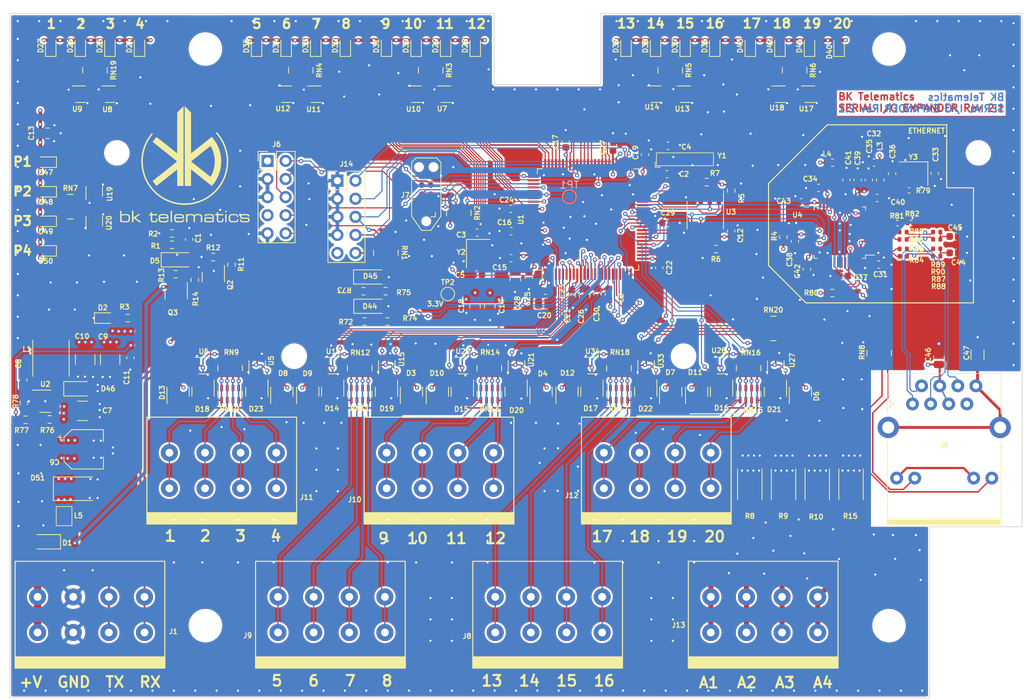
<source format=kicad_pcb>
(kicad_pcb (version 20221018) (generator pcbnew)
  (title_block (date "2024-01-08") (rev "R2.1"))
  (layers (0 "F.Cu" signal) (1 "In1.Cu" signal) (2 "In2.Cu" signal) (31 "B.Cu" signal) (34 "B.Paste" user) (35 "F.Paste" user) (36 "B.SilkS" user "B.Silkscreen") (37 "F.SilkS" user "F.Silkscreen") (38 "B.Mask" user) (39 "F.Mask" user) (44 "Edge.Cuts" user))
  (net 0 "")
  (net 1 "GND")
  (net 2 "+3.3V")
  (net 3 "+VIN")
  (net 4 "Net-(D24-K)")
  (net 5 "Net-(D25-K)")
  (net 6 "Net-(D26-K)")
  (net 7 "Net-(D27-K)")
  (net 8 "Net-(D28-K)")
  (net 9 "Net-(D29-K)")
  (net 10 "Net-(D30-K)")
  (net 11 "Net-(D31-K)")
  (net 12 "Net-(D32-K)")
  (net 13 "Net-(D33-K)")
  (net 14 "Net-(D34-K)")
  (net 15 "Net-(D35-K)")
  (net 16 "Net-(D36-K)")
  (net 17 "Net-(D37-K)")
  (net 18 "Net-(D38-K)")
  (net 19 "Net-(D39-K)")
  (net 20 "Net-(D40-K)")
  (net 21 "Net-(D41-K)")
  (net 22 "Net-(D42-K)")
  (net 23 "Net-(D44-K)")
  (net 24 "Net-(D45-K)")
  (net 25 "Net-(C45-Pad1)")
  (net 29 "Net-(D5-A)")
  (net 30 "Net-(D43-K)")
  (net 31 "Net-(RN3D-R4.2)")
  (net 32 "Net-(RN3C-R3.2)")
  (net 33 "Net-(RN3B-R2.2)")
  (net 34 "Net-(RN3A-R1.2)")
  (net 35 "Net-(RN4D-R4.2)")
  (net 36 "Net-(RN4C-R3.2)")
  (net 37 "Net-(RN4B-R2.2)")
  (net 38 "Net-(RN4A-R1.2)")
  (net 39 "Net-(RN5D-R4.2)")
  (net 56 "Net-(Q2-C)")
  (net 57 "Net-(U4-XSCO)")
  (net 58 "Net-(U4-XSCI)")
  (net 59 "Net-(U4-TXOP)")
  (net 60 "Net-(U4-TXON)")
  (net 61 "Net-(U4-RXIP)")
  (net 62 "Net-(U4-RXIN)")
  (net 63 "Net-(U4-RSET_BG)")
  (net 64 "Net-(U2-~{SHDN})")
  (net 65 "Net-(U2-FB)")
  (net 66 "Net-(U2-CB)")
  (net 67 "Net-(Q2-B)")
  (net 68 "Net-(RN5C-R3.2)")
  (net 69 "Net-(RN5B-R2.2)")
  (net 70 "Net-(RN5A-R1.2)")
  (net 71 "Net-(RN6D-R4.2)")
  (net 72 "Net-(RN6C-R3.2)")
  (net 73 "Net-(RN6B-R2.2)")
  (net 74 "Net-(RN6A-R1.2)")
  (net 75 "Net-(RN19D-R4.2)")
  (net 76 "Net-(RN19C-R3.2)")
  (net 77 "Net-(RN19B-R2.2)")
  (net 78 "Net-(RN19A-R1.2)")
  (net 79 "/mcu/ANALOG4")
  (net 80 "/mcu/ANALOG3")
  (net 81 "/mcu/ANALOG2")
  (net 82 "/mcu/ANALOG1")
  (net 83 "Net-(J5-SHIELD)")
  (net 84 "/digital_inputs/COLLECTOR14")
  (net 85 "Net-(D2-A)")
  (net 86 "Net-(C44-Pad1)")
  (net 87 "Net-(R81-Pad1)")
  (net 88 "/power supply/SW")
  (net 89 "/mcu/XOUT32")
  (net 90 "/mcu/XOUT")
  (net 91 "/mcu/XIN32")
  (net 92 "/mcu/XIN")
  (net 93 "/mcu/TDI")
  (net 94 "/mcu/SWO{slash}TDO")
  (net 95 "/mcu/SWDIO{slash}TMS")
  (net 96 "/mcu/SWCLK{slash}TCK")
  (net 97 "/mcu/RESET")
  (net 98 "/mcu/MCU_TX")
  (net 99 "/mcu/MCU_RX")
  (net 100 "/mcu/MCU Supply/+VDDPLL")
  (net 101 "/mcu/MCU Supply/+VDDCORE")
  (net 102 "/mcu/ERASE")
  (net 103 "/digital_inputs/PULLUP_EN")
  (net 104 "/digital_inputs/IN9")
  (net 105 "/digital_inputs/IN8")
  (net 106 "/digital_inputs/IN7")
  (net 107 "/digital_inputs/IN6")
  (net 108 "/digital_inputs/IN5")
  (net 109 "/digital_inputs/IN4")
  (net 110 "/digital_inputs/IN3")
  (net 111 "/digital_inputs/IN20")
  (net 112 "/digital_inputs/IN2")
  (net 113 "/digital_inputs/IN19")
  (net 114 "/digital_inputs/IN18")
  (net 115 "/digital_inputs/IN17")
  (net 116 "/digital_inputs/IN16")
  (net 117 "/digital_inputs/IN15")
  (net 118 "/digital_inputs/IN14")
  (net 119 "/digital_inputs/IN13")
  (net 120 "/digital_inputs/IN12")
  (net 121 "/digital_inputs/IN11")
  (net 122 "/digital_inputs/IN10")
  (net 123 "/digital_inputs/IN1")
  (net 124 "/digital_inputs/COLLECTOR9")
  (net 125 "/digital_inputs/COLLECTOR8")
  (net 126 "/digital_inputs/COLLECTOR7")
  (net 127 "/digital_inputs/COLLECTOR6")
  (net 128 "/digital_inputs/COLLECTOR5")
  (net 129 "/digital_inputs/COLLECTOR4")
  (net 130 "/digital_inputs/COLLECTOR3")
  (net 131 "/digital_inputs/COLLECTOR20")
  (net 132 "/digital_inputs/COLLECTOR2")
  (net 133 "/digital_inputs/COLLECTOR19")
  (net 134 "/digital_inputs/COLLECTOR18")
  (net 135 "/digital_inputs/COLLECTOR17")
  (net 136 "/digital_inputs/COLLECTOR16")
  (net 137 "/digital_inputs/COLLECTOR15")
  (net 138 "/digital_inputs/COLLECTOR13")
  (net 139 "/digital_inputs/COLLECTOR12")
  (net 140 "/digital_inputs/COLLECTOR11")
  (net 141 "/digital_inputs/COLLECTOR10")
  (net 142 "/digital_inputs/COLLECTOR1")
  (net 143 "/VIN_MEAS")
  (net 144 "/SERIAL_TX")
  (net 145 "/SERIAL_RX")
  (net 146 "/NOR Flash/FLASH_MEM_WP")
  (net 147 "/NOR Flash/FLASH_MEM_HOLD")
  (net 148 "/NOR Flash/FLASH_MEM_CS")
  (net 149 "/LED indicators/LED9")
  (net 150 "/LED indicators/LED8")
  (net 151 "/LED indicators/LED7")
  (net 152 "/LED indicators/LED6")
  (net 153 "/LED indicators/LED5")
  (net 154 "/LED indicators/LED4")
  (net 155 "/LED indicators/LED3")
  (net 156 "/LED indicators/LED20")
  (net 157 "/LED indicators/LED2")
  (net 158 "/LED indicators/LED19")
  (net 159 "/LED indicators/LED18")
  (net 160 "/LED indicators/LED17")
  (net 161 "/LED indicators/LED16")
  (net 162 "/LED indicators/LED15")
  (net 163 "/LED indicators/LED14")
  (net 164 "/LED indicators/LED13")
  (net 165 "/LED indicators/LED12")
  (net 166 "/LED indicators/LED11")
  (net 167 "/LED indicators/LED10")
  (net 168 "/LED indicators/LED1")
  (net 169 "/Ethernet/WIZ_RST")
  (net 170 "/Ethernet/WIZ_MOSI")
  (net 171 "/Ethernet/WIZ_MISO")
  (net 172 "/Ethernet/WIZ_LNK_SPEED")
  (net 173 "/Ethernet/WIZ_INT")
  (net 174 "/Ethernet/WIZ_DUPLEX_MODE")
  (net 175 "/Ethernet/WIZ_CS")
  (net 176 "/Ethernet/WIZ_COL_DET")
  (net 177 "/Ethernet/WIZ_CLK")
  (net 178 "/Ethernet/TX_P")
  (net 179 "/Ethernet/TX_N")
  (net 180 "/Ethernet/RX_P")
  (net 181 "/Ethernet/RX_N")
  (net 182 "/Ethernet/ETH_LNK")
  (net 183 "/Ethernet/ETH_ACT")
  (net 184 "/Ethernet/+W6100_3V3_A")
  (net 185 "/Ethernet/+W6100_1V2_D")
  (net 186 "/Ethernet/+W6100_1V2_A")
  (net 187 "/+PWR")
  (net 188 "/digital_inputs/quad_input1/+PULLUP")
  (net 189 "Net-(RN9-R1.1)")
  (net 190 "Net-(RN9-R2.1)")
  (net 191 "Net-(RN9-R3.1)")
  (net 192 "Net-(RN9-R4.1)")
  (net 193 "Net-(RN10-R1.1)")
  (net 194 "Net-(RN10-R2.1)")
  (net 195 "Net-(RN10-R3.1)")
  (net 196 "Net-(RN10-R4.1)")
  (net 197 "Net-(RN11-R1.1)")
  (net 198 "Net-(RN11-R2.1)")
  (net 199 "Net-(RN11-R3.1)")
  (net 200 "Net-(RN11-R4.1)")
  (net 201 "Net-(RN12-R1.1)")
  (net 202 "Net-(RN12-R2.1)")
  (net 203 "Net-(RN12-R3.1)")
  (net 204 "Net-(RN12-R4.1)")
  (net 205 "Net-(RN13-R1.1)")
  (net 206 "Net-(RN13-R2.1)")
  (net 207 "Net-(RN13-R3.1)")
  (net 208 "Net-(RN13-R4.1)")
  (net 209 "Net-(RN14-R1.1)")
  (net 210 "Net-(RN14-R2.1)")
  (net 211 "Net-(RN14-R3.1)")
  (net 212 "Net-(RN14-R4.1)")
  (net 213 "Net-(RN15-R1.1)")
  (net 214 "Net-(RN15-R2.1)")
  (net 215 "Net-(RN15-R3.1)")
  (net 216 "Net-(RN15-R4.1)")
  (net 217 "Net-(RN16-R1.1)")
  (net 218 "Net-(RN16-R2.1)")
  (net 219 "Net-(RN16-R3.1)")
  (net 220 "Net-(RN16-R4.1)")
  (net 221 "Net-(RN17-R1.1)")
  (net 222 "Net-(RN17-R2.1)")
  (net 223 "Net-(RN17-R3.1)")
  (net 224 "Net-(RN17-R4.1)")
  (net 225 "Net-(RN18-R1.1)")
  (net 226 "Net-(RN18-R2.1)")
  (net 227 "Net-(RN18-R3.1)")
  (net 228 "Net-(RN18-R4.1)")
  (net 229 "Net-(D47-K)")
  (net 230 "Net-(D48-K)")
  (net 231 "Net-(D49-K)")
  (net 232 "Net-(D50-K)")
  (net 233 "Net-(RN7D-R4.2)")
  (net 234 "Net-(RN7C-R3.2)")
  (net 235 "Net-(RN7B-R2.2)")
  (net 236 "Net-(RN7A-R1.2)")
  (net 237 "/LED indicators/LED22")
  (net 238 "/LED indicators/LED21")
  (net 239 "/LED indicators/LED24")
  (net 240 "/LED indicators/LED23")
  (net 241 "/TWI_SDA")
  (net 242 "/TWI_SCL")
  (net 243 "/DEBUG_TX")
  (net 244 "/DEBUG_RX")
  (net 249 "Net-(RN8-R4.1)")
  (net 250 "Net-(RN8-R3.1)")
  (net 251 "/power supply/+VIN_PROTECTED")
  (net 252 "/analog_signal_conditioning/AN_D")
  (net 253 "/analog_signal_conditioning/AN_C")
  (net 254 "/analog_signal_conditioning/AN_B")
  (net 255 "/analog_signal_conditioning/AN_A")
  (footprint "Resistor_SMD:R_0603_1608Metric" (layer "F.Cu") (at 161.19 73.8 -90)
    (fp_text reference "R5")
    (fp_text value "100K")
  )
  (footprint "Crystal:Crystal_SMD_3225-4Pin_3.2x2.5mm" (layer "F.Cu") (at 186.77625 71.40875 180)
    (fp_text reference "Y3")
    (fp_text value "25MHz")
  )
  (footprint "My Footprints:TerminalBlock_IMO_203001M-4" (layer "F.Cu") (at 143.33 115.6)
    (fp_text reference "J12")
    (fp_text value "Conn_01x04")
  )
  (footprint "LED_SMD:LED_0603_1608Metric" (layer "F.Cu") (at 102.905 53.4725 90)
    (fp_text reference "D33")
    (fp_text value "LED_Small_Filled")
  )
  (footprint "Resistor_SMD:R_0402_1005Metric" (layer "F.Cu") (at 186.15125 73.75875)
    (fp_text reference "R79")
    (fp_text value "1M")
  )
  (footprint "Capacitor_SMD:C_0603_1608Metric" (layer "F.Cu") (at 130.33 79.49 180)
    (fp_text reference "C16")
    (fp_text value "0.1u")
  )
  (footprint "Package_TO_SOT_SMD:SOT-23" (layer "F.Cu") (at 156.3425 102.035 90)
    (fp_text reference "D11")
    (fp_text value "TBAW56,LM")
  )
  (footprint "Resistor_SMD:R_Array_Concave_4x0603" (layer "F.Cu") (at 109.080001 102.3725 90)
    (fp_text reference "RN11")
    (fp_text value "47K")
  )
  (footprint "Package_TO_SOT_SMD:SOT-363_SC-70-6" (layer "F.Cu") (at 167.4425 98.3725 90)
    (fp_text reference "U27")
    (fp_text value "PUMH11,115")
  )
  (footprint "Package_TO_SOT_SMD:SOT-363_SC-70-6" (layer "F.Cu") (at 69.93 60.26)
    (fp_text reference "U9")
    (fp_text value "PUMH11,115")
  )
  (footprint "Package_SO:SOIC-8_3.9x4.9mm_P1.27mm" (layer "F.Cu") (at 157.555 77.25 -90)
    (fp_text reference "U3")
    (fp_text value "AT25SF321B-SSHB-X")
  )
  (footprint "Resistor_SMD:R_Array_Concave_4x0603" (layer "F.Cu") (at 145.455001 102.3725 90)
    (fp_text reference "RN17")
    (fp_text value "47K")
  )
  (footprint "Resistor_SMD:R_Array_Concave_4x0603" (layer "F.Cu") (at 145.445 98.7225 -90)
    (fp_text reference "RN18")
    (fp_text value "120K")
  )
  (footprint "Capacitor_SMD:C_0603_1608Metric" (layer "F.Cu") (at 61.86 100.42 90)
    (fp_text reference "C8")
    (fp_text value "0.1u")
  )
  (footprint "LED_SMD:LED_0603_1608Metric" (layer "F.Cu") (at 98.755 53.4725 90)
    (fp_text reference "D34")
    (fp_text value "LED_Small_Filled")
  )
  (footprint "Capacitor_SMD:C_0603_1608Metric" (layer "F.Cu") (at 152.175 71.5)
    (fp_text reference "C2")
    (fp_text value "~")
  )
  (footprint "My Footprints:L_TDK_VLS252012HBX" (layer "F.Cu") (at 67.6 119.5 90)
    (fp_text reference "L5")
    (fp_text value "4.7uH")
  )
  (footprint "LED_SMD:LED_0603_1608Metric" (layer "F.Cu") (at 65.0425 78.110002 180)
    (fp_text reference "D49")
    (fp_text value "LED_Small_Filled")
  )
  (footprint "Resistor_SMD:R_0603_1608Metric" (layer "F.Cu") (at 112.7 87.925)
    (fp_text reference "R75")
    (fp_text value "100R")
  )
  (footprint "Capacitor_SMD:C_1206_3216Metric" (layer "F.Cu") (at 195.75 96.88 90)
    (fp_text reference "C47")
    (fp_text value "1n/2kV")
  )
  (footprint "Package_TO_SOT_SMD:SOT-363_SC-70-6" (layer "F.Cu") (at 121.180001 60.26)
    (fp_text reference "U7")
    (fp_text value "PUMH11,115")
  )
  (footprint "Package_TO_SOT_SMD:SOT-23" (layer "F.Cu") (at 138.155 102.035 90)
    (fp_text reference "D12")
    (fp_text value "TBAW56,LM")
  )
  (footprint "Resistor_SMD:R_Array_Concave_4x0603" (layer "F.Cu") (at 170.08 56.91 -90)
    (fp_text reference "RN6")
    (fp_text value "R_Pack04_Split")
  )
  (footprint "Package_TO_SOT_SMD:SOT-23" (layer "F.Cu") (at 152.705 102.034999 90)
    (fp_text reference "D7")
    (fp_text value "TBAW56,LM")
  )
  (footprint "My Footprints:ARJM11B1-009-AB-EW2_Horizontal" (layer "F.Cu") (at 191.075 110.1)
    (fp_text reference "J5")
    (fp_text value "ARJM11B1-009-AB-EW2")
  )
  (footprint "Resistor_SMD:R_0402_1005Metric" (layer "F.Cu") (at 185.32125 81.98375 180)
    (fp_text reference "R83")
    (fp_text value "3R3")
  )
  (footprint "LED_SMD:LED_0603_1608Metric" (layer "F.Cu") (at 78.18 53.4725 90)
    (fp_text reference "D24")
    (fp_text value "LED_Small_Filled")
  )
  (footprint "Resistor_SMD:R_0402_1005Metric" (layer "F.Cu") (at 190.02 79.61 180)
    (fp_text reference "R89")
    (fp_text value "49R9")
  )
  (footprint "Capacitor_SMD:C_0603_1608Metric" (layer "F.Cu") (at 149.1 68.75 90)
    (fp_text reference "C19")
    (fp_text value "0.1u")
  )
  (footprint "Capacitor_SMD:C_0603_1608Metric" (layer "F.Cu") (at 176.75125 85.80875 180)
    (fp_text reference "C37")
    (fp_text value "0.1u")
  )
  (footprint "Diode_SMD:D_SOD-123" (layer "F.Cu") (at 110.6025 90.035)
    (fp_text reference "D44")
    (fp_text value "3V")
  )
  (footprint "Resistor_SMD:R_0402_1005Metric" (layer "F.Cu") (at 190.02 81.97 180)
    (fp_text reference "R87")
    (fp_text value "49R9")
  )
  (footprint "Package_TO_SOT_SMD:SOT-363_SC-70-6" (layer "F.Cu") (at 131.0675 98.3725 90)
    (fp_text reference "U21")
    (fp_text value "PUMH11,115")
  )
  (footprint "Resistor_SMD:R_0603_1608Metric" (layer "F.Cu") (at 159.04 82 180)
    (fp_text reference "R6")
    (fp_text value "100K")
  )
  (footprint "My Footprints:TerminalBlock_IMO_203001M-4" (layer "F.Cu") (at 82.37 115.6)
    (fp_text reference "J11")
    (fp_text value "Conn_01x04")
  )
  (footprint "Capacitor_SMD:C_0805_2012Metric" (layer "F.Cu") (at 125.245 90.05 -90)
    (fp_text reference "C18")
    (fp_text value "10u")
  )
  (footprint "Capacitor_SMD:C_0603_1608Metric" (layer "F.Cu") (at 170.13 80.91 -90)
    (fp_text reference "C38")
    (fp_text value "0.1u")
  )
  (footprint "Connector_PinHeader_2.54mm:PinHeader_2x05_P2.54mm_Vertical" (layer "F.Cu") (at 105.94 72.4)
    (fp_text reference "J14")
    (fp_text value "~")
  )
  (footprint "Package_TO_SOT_SMD:SOT-23" (layer "F.Cu") (at 101.78 102.035 90)
    (fp_text reference "D9")
    (fp_text value "TBAW56,LM")
  )
  (footprint "Resistor_SMD:R_0402_1005Metric" (layer "F.Cu") (at 190.02 80.64 180)
    (fp_text reference "R90")
    (fp_text value "49R9")
  )
  (footprint "Package_TO_SOT_SMD:SOT-23" (layer "F.Cu") (at 94.642501 102.035 -90)
    (fp_text reference "D23")
    (fp_text value "TBAW56,LM")
  )
  (footprint "Fiducial:Fiducial_1mm_Mask2mm" (layer "F.Cu") (at 187.3 142.45)
    (fp_text reference "FID3" hide)
    (fp_text value "Fiducial")
  )
  (footprint "Resistor_SMD:R_Array_Concave_4x0603" (layer "F.Cu") (at 90.8825 98.7225 -90)
    (fp_text reference "RN9")
    (fp_text value "120K")
  )
  (footprint "Resistor_SMD:R_0603_1608Metric" (layer "F.Cu") (at 112.975 92.175)
    (fp_text reference "R74")
    (fp_text value "100R")
  )
  (footprint "LOGO" (layer "F.Cu") (at 84.55 70.1)
    (fp_text reference "G***" hide)
    (fp_text value "LOGO" hide)
  )
  (footprint "Package_TO_SOT_SMD:SOT-23" (layer "F.Cu") (at 149.205001 102.035 -90)
    (fp_text reference "D22")
    (fp_text value "TBAW56,LM")
  )
  (footprint "Diode_SMD:D_PowerDI-123" (layer "F.Cu") (at 64.8 123.1 180)
    (fp_text reference "D1")
    (fp_text value "SBR3U60P1Q-7")
  )
  (footprint "Resistor_SMD:R_Array_Concave_4x0603" (layer "F.Cu") (at 163.6325 98.7225 -90)
    (fp_text reference "RN16")
    (fp_text value "120K")
  )
  (footprint "Capacitor_SMD:C_0805_2012Metric" (layer "F.Cu") (at 130.9 86.2 -90)
    (fp_text reference "C28")
    (fp_text value "4.7u")
  )
  (footprint "Diode_SMD:D_PowerDI-123" (layer "F.Cu") (at 69.86 101.62)
    (fp_text reference "D46")
    (fp_text value "SBR3U60P1Q-7")
  )
  (footprint "Package_TO_SOT_SMD:SOT-363_SC-70-6" (layer "F.Cu") (at 112.88 98.3725 90)
    (fp_text reference "U15")
    (fp_text value "PUMH11,115")
  )
  (footprint "Resistor_SMD:R_0603_1608Metric" (layer "F.Cu") (at 168.51 80.32 90)
    (fp_text reference "R4")
    (fp_text value "100K")
  )
  (footprint "Package_TO_SOT_SMD:SOT-23" (layer "F.Cu") (at 105.28 102.035 -90)
    (fp_text reference "D14")
    (fp_text value "TBAW56,LM")
  )
  (footprint "LED_SMD:LED_0603_1608Metric" (layer "F.Cu") (at 125.28 53.4725 90)
    (fp_text reference "D28")
    (fp_text value "LED_Small_Filled")
  )
  (footprint "Resistor_SMD:R_Array_Concave_4x0603" (layer "F.Cu") (at 122.975 76.925 -90)
    (fp_text reference "RN2")
    (fp_text value "100K")
  )
  (footprint "My Footprints:TerminalBlock_IMO_203001M-4" (layer "F.Cu") (at 97.61 135.84)
    (fp_text reference "J9")
    (fp_text value "Conn_01x04")
  )
  (footprint "Resistor_SMD:R_0603_1608Metric" (layer "F.Cu") (at 76.5375 91.7)
    (fp_text reference "R3")
    (fp_text value "470R")
  )
  (footprint "Resistor_SMD:R_0603_1608Metric" (layer "F.Cu") (at 82.755 81.41)
    (fp_text reference "R1")
    (fp_text value "100K")
  )
  (footprint "Capacitor_SMD:C_1210_3225Metric" (layer "F.Cu") (at 74.06 97.52 -90)
    (fp_text reference "C9")
    (fp_text value "22u")
  )
  (footprint "Capacitor_SMD:C_0603_1608Metric" (layer "F.Cu") (at 76.9 97.27 -90)
    (fp_text reference "C11")
    (fp_text value "0.1u")
  )
  (footprint "My Footprints:TerminalBlock_IMO_203001M-4" (layer "F.Cu") (at 128.09 135.84)
    (fp_text reference "J8")
    (fp_text value "Conn_01x04")
  )
  (footprint "Inductor_SMD:L_0603_1608Metric" (layer "F.Cu") (at 175.41 69.88 180)
    (fp_text reference "L4")
    (fp_text value "L_Ferrite_Small")
  )
  (footprint "Resistor_SMD:R_0402_1005Metric" (layer "F.Cu") (at 186.43125 78.35375 180)
    (fp_text reference "R82")
    (fp_text value "12K")
  )
  (footprint "Package_TO_SOT_SMD:SOT-363_SC-70-6" (layer "F.Cu") (at 168.08 60.26)
    (fp_text reference "U18")
    (fp_text value "PUMH11,115")
  )
  (footprint "LED_SMD:LED_0603_1608Metric" (layer "F.Cu") (at 121.13 53.4725 90)
    (fp_text reference "D29")
    (fp_text value "LED_Small_Filled")
  )
  (footprint "Package_TO_SOT_SMD:SOT-363_SC-70-6" (layer "F.Cu") (at 149.255 98.3725 90)
    (fp_text reference "U33")
    (fp_text value "PUMH11,115")
  )
  (footprint "Resistor_SMD:R_Array_Concave_4x0603" (layer "F.Cu") (at 127.2575 98.7225 -90)
    (fp_text reference "RN14")
    (fp_text value "120K")
  )
  (footprint "Package_TO_SOT_SMD:SOT-23" (layer "F.Cu") (at 119.9675 102.035 90)
    (fp_text reference "D10")
    (fp_text value "TBAW56,LM")
  )
  (footprint "MountingHole:MountingHole_4.3mm_M4" (layer "F.Cu") (at 183.33 53.9224 -90)
    (fp_text reference "H4" hide)
    (fp_text value "MountingHole")
  )
  (footprint "LED_SMD:LED_0603_1608Metric" (layer "F.Cu") (at 65.0425 69.810002 180)
    (fp_text reference "D47")
    (fp_text value "LED_Small_Filled")
  )
  (footprint "Resistor_SMD:R_2512_6332Metric" (layer "F.Cu") (at 163.8 115.0375 90)
    (fp_text reference "R8")
    (fp_text value "150R")
  )
  (footprint "Package_TO_SOT_SMD:SOT-363_SC-70-6" (layer "F.Cu") (at 159.9425 98.3725)
    (fp_text reference "U28")
    (fp_text value "PUMH11,115")
  )
  (footprint "LED_SMD:LED_0603_1608Metric" (layer "F.Cu") (at 94.605 53.4725 90)
    (fp_text reference "D35")
    (fp_text value "LED_Small_Filled")
  )
  (footprint "My Footprints:TerminalBlock_IMO_203001M-4" (layer "F.Cu") (at 63.88 135.84)
    (fp_text reference "J1")
    (fp_text value "Conn_01x04")
  )
  (footprint "Capacitor_SMD:C_0603_1608Metric" (layer "F.Cu") (at 180.50125 72.28375 90)
    (fp_text reference "C35")
    (fp_text value "0.1u")
  )
  (footprint "Resistor_SMD:R_0402_1005Metric" (layer "F.Cu") (at 185.33125 83.02375 180)
    (fp_text reference "R84")
    (fp_text value "3R3")
  )
  (footprint "Package_TO_SOT_SMD:SOT-363_SC-70-6" (layer "F.Cu") (at 71.83 73.91 90)
    (fp_text reference "U19")
    (fp_text value "PUMH11,115")
  )
  (footprint "Diode_SMD:D_SOD-123F" (layer "F.Cu") (at 83.43 83.51)
    (fp_text reference "D5")
    (fp_text value "8.2V")
  )
  (footprint "LED_SMD:LED_0603_1608Metric" (layer "F.Cu") (at 116.98 53.4725 90)
    (fp_text reference "D30")
    (fp_text value "LED_Small_Filled")
  )
  (footprint "LED_SMD:LED_0603_1608Metric" (layer "F.Cu") (at 163.88 53.4725 90)
    (fp_text reference "D43")
    (fp_text value "LED_Small_Filled")
  )
  (footprint "Capacitor_SMD:C_0805_2012Metric" (layer "F.Cu") (at 190.34 97.26 90)
    (fp_text reference "C46")
    (fp_text value "1u")
  )
  (footprint "Resistor_SMD:R_Array_Concave_4x0603" (layer "F.Cu") (at 109.07 98.7225 -90)
    (fp_text reference "RN12")
    (fp_text value "120K")
  )
  (footprint "Resistor_SMD:R_0402_1005Metric" (layer "F.Cu") (at 184.48125 78.35375 180)
    (fp_text reference "R81")
    (fp_text value "300R")
  )
  (footprint "Diode_SMD:D_SMA" (layer "F.Cu") (at 69.6 115.65)
    (fp_text reference "D51")
    (fp_text value "SMAJ40CAe3/TR13")
  )
  (footprint "Capacitor_SMD:CP_Elec_5x5.3" (layer "F.Cu") (at 70.35 110.12)
    (fp_text reference "C6")
    (fp_text value "10u")
  )
  (footprint "Capacitor_SMD:C_0603_1608Metric" (layer "F.Cu") (at 192.62 80.24)
    (fp_text reference "C45")
    (fp_text value "0.1u")
  )
  (footprint "Diode_SMD:D_SOD-123" (layer "F.Cu") (at 110.575 85.925)
    (fp_text reference "D45")
    (fp_text value "3V")
  )
  (footprint "My Footprints:TerminalBlock_IMO_203001M-4" (layer "F.Cu") (at 112.85 115.6)
    (fp_text reference "J10")
    (fp_text value "Conn_01x04")
  )
  (footprint "Fiducial:Fiducial_1mm_Mask2mm" (layer "F.Cu") (at 62.4 51.55)
    (fp_text reference "FID1" hide)
    (fp_text value "Fiducial")
  )
  (footprint "Capacitor_SMD:C_0603_1608Metric" (layer "F.Cu") (at 181.65625 74.82875)
    (fp_text reference "C40")
    (fp_text value "0.1u")
  )
  (footprint "Package_TO_SOT_SMD:SOT-23" (layer "F.Cu") (at 88.53 85.9725 -90)
    (fp_text reference "Q2")
    (fp_text value "MMBT3904")
  )
  (footprint "Package_TO_SOT_SMD:SOT-23" (layer "F.Cu") (at 167.392501 102.035 -90)
    (fp_text reference "D21")
    (fp_text value "TBAW56,LM")
  )
  (footprint "Resistor_SMD:R_Array_Concave_4x0603" (layer "F.Cu") (at 181.95 96.625 90)
    (fp_text reference "RN8")
    (fp_text value "470R")
  )
  (footprint "Capacitor_SMD:C_0805_2012Metric" (layer "F.Cu") (at 127.325 90.05 -90)
    (fp_text reference "C14")
    (fp_text value "4.7u")
  )
  (footprint "Resistor_SMD:R_0603_1608Metric" (layer "F.Cu") (at 65.56 105.92)
    (fp_text reference "R76")
    (fp_text value "100K")
  )
  (footprint "Capacitor_SMD:C_0603_1608Metric" (layer "F.Cu") (at 125.55 79.7)
    (fp_text reference "C3")
    (fp_text value "~")
  )
  (footprint "Resistor_SMD:R_0603_1608Metric" (layer "F.Cu") (at 109.75 92.175)
    (fp_text reference "R72")
    (fp_text value "4K7")
  )
  (footprint "Crystal:Crystal_SMD_Abracon_ABM8G-4Pin_3.2x2.5mm" (layer "F.Cu") (at 125.7 82.65 -90)
    (fp_text reference "Y2")
    (fp_text value "12MHz")
  )
  (footprint "Capacitor_SMD:C_0603_1608Metric" (layer "F.Cu") (at 125.45 85.575 180)
    (fp_text reference "C5")
    (fp_text value "~")
  )
  (footprint "Resistor_SMD:R_0603_1608Metric" (layer "F.Cu") (at 62.185 105.97 180)
    (fp_text reference "R77")
    (fp_text value "33K")
  )
  (footprint "Capacitor_SMD:C_0603_1608Metric" (layer "F.Cu") (at 173.45 73.42 180)
    (fp_text reference "C34")
    (fp_text value "0.1u")
  )
  (footprint "Resistor_SMD:R_0402_1005Metric" (layer "F.Cu") (at 190.02 83.01 180)
    (fp_text reference "R88")
    (fp_text value "49R9")
  )
  (footprint "LED_SMD:LED_0603_1608Metric" (layer "F.Cu") (at 168.03 53.4725 90)
    (fp_text reference "D42")
    (fp_text value "LED_Small_Filled")
  )
  (footprint "LED_SMD:LED_0603_1608Metric" (layer "F.Cu") (at 74.03 53.4725 90)
    (fp_text reference "D25")
    (fp_text value "LED_Small_Filled")
  )
  (footprint "LED_SMD:LED_0603_1608Metric" (layer "F.Cu") (at 69.88 53.4725 90)
    (fp_text reference "D26")
    (fp_text value "LED_Small_Filled")
  )
  (footprint "Capacitor_SMD:C_0603_1608Metric" (layer "F.Cu") (at 130.27 76.36 180)
    (fp_text reference "C24")
    (fp_text value "0.1u")
  )
  (footprint "Capacitor_SMD:C_0603_1608Metric" (layer "F.Cu") (at 178.93125 72.28375 90)
    (fp_text reference "C39")
    (fp_text value "3.3u")
  )
  (footprint "Package_TO_SOT_SMD:SOT-23" (layer "F.Cu") (at 131.017501 102.035 -90)
    (fp_text reference "D20")
    (fp_text value "TBAW56,LM")
  )
  (footprint "TestPoint:TestPoint_Pad_D1.5mm" (layer "F.Cu") (at 121.43 88.31)
    (fp_text reference "TP2")
    (fp_text value "TestPoint")
  )
  (footprint "Resistor_SMD:R_0603_1608Metric" (layer "F.Cu") (at 82.705 79.81 180)
    (fp_text reference "R2")
    (fp_text value "10K")
  )
  (footprint "Package_TO_SOT_SMD:SOT-363_SC-70-6" (layer "F.Cu") (at 123.5675 98.3725)
    (fp_text reference "U22")
    (fp_text value "PUMH11,115")
  )
  (footprint "Package_TO_SOT_SMD:SOT-23" (layer "F.Cu") (at 83.33 88.3725 -90)
    (fp_text reference "Q3")
    (fp_text value "BSS84")
  )
  (footprint "Resistor_SMD:R_0402_1005Metric" (layer "F.Cu") (at 185.30125 79.62375 180)
    (fp_text reference "R85")
    (fp_text value "3R3")
  )
  (footprint "Package_TO_SOT_SMD:SOT-363_SC-70-6" (layer "F.Cu") (at 102.955001 60.26)
    (fp_text reference "U11")
    (fp_text value "PUMH11,115")
  )
  (footprint "Capacitor_SMD:C_0603_1608Metric" (layer "F.Cu") (at 192.62 82.54)
    (fp_text reference "C44")
    (fp_text value "0.1u")
  )
  (footprint "Capacitor_SMD:C_1210_3225Metric" (layer "F.Cu") (at 70.16 104.72)
    (fp_text reference "C7")
    (fp_text value "2.2u")
  )
  (footprint "Capacitor_SMD:C_0603_1608Metric" (layer "F.Cu") (at 144.6 67.4 90)
    (fp_text reference "C27")
    (fp_text value "0.1u")
  )
  (footprint "Capacitor_SMD:C_0603_1608Metric" (layer "F.Cu") (at 177.36125 72.28375 90)
    (fp_text reference "C41")
    (fp_text value "0.1u")
  )
  (footprint "Package_TO_SOT_SMD:SOT-363_SC-70-6" (layer "F.Cu") (at 172.230001 60.26)
    (fp_text reference "U17")
    (fp_text value "PUMH11,115")
  )
  (footprint "LED_SMD:LED_0603_1608Metric" (layer "F.Cu") (at 73.3375 91.7)
    (fp_text reference "D2")
    (fp_text value "LED_Small_Filled")
  )
  (footprint "LED_SMD:LED_0603_1608Metric" (layer "F.Cu") (at 172.18 53.4725 90)
    (fp_text reference "D41")
    (fp_text value "LED_Small_Filled")
  )
  (footprint "Capacitor_SMD:C_0805_2012Metric" (layer "F.Cu") (at 140.63 88.57 -90)
    (fp_text reference "C26")
    (fp_text value "4.7u")
  )
  (footprint "Resistor_SMD:R_Array_Concave_4x0603" (layer "F.Cu") (at 119.03 56.91 -90)
    (fp_text reference "RN3")
    (fp_text value "R_Pack04_Split")
  )
  (footprint "LED_SMD:LED_0603_1608Metric" (layer "F.Cu") (at 176.33 53.4725 90)
    (fp_text reference "D40")
    (fp_text value "LED_Small_Filled")
  )
  (footprint "Package_TO_SOT_SMD:SOT-23" (layer "F.Cu") (at 134.5175 102.034999 90)
    (fp_text reference "D4")
    (fp_text value "TBAW56,LM")
  )
  (footprint "Package_TO_SOT_SMD:SOT-23" (layer "F.Cu") (at 123.4675 102.035 -90)
    (fp_text reference "D15")
    (fp_text value "TBAW56,LM")
  )
  (footprint "Package_TO_SOT_SMD:SOT-363_SC-70-6" (layer "F.Cu") (at 98.805 60.26)
    (fp_text reference "U12")
    (fp_text value "PUMH11,115")
  )
  (footprint "Resistor_SMD:R_Array_Concave_4x0603" (layer "F.Cu") (at 163.642501 102.3725 90)
    (fp_text reference "RN15")
    (fp_text value "47K")
  )
  (footprint "Capacitor_SMD:C_0603_1608Metric" (layer "F.Cu") (at 181.25125 69.85875 180)
    (fp_text reference "C32")
    (fp_text value "0.1u")
  )
  (footprint "Package_TO_SOT_SMD:SOT-363_SC-70-6" (layer "F.Cu") (at 154.780001 60.26)
    (fp_text reference "U13")
    (fp_text value "PUMH11,115")
  )
  (footprint "Package_TO_SOT_SMD:SOT-363_SC-70-6" (layer "F.Cu") (at 71.83 78.060002 90)
    (fp_text reference "U20")
    (fp_text value "PUMH11,115")
  )
  (footprint "Package_TO_SOT_SMD:SOT-23" (layer "F.Cu") (at 87.0925 102.035 -90)
    (fp_text reference "D18")
    (fp_text value "TBAW56,LM")
  )
  (footprint "Capacitor_SMD:C_0603_1608Metric" (layer "F.Cu") (at 132.8 86 -90)
    (fp_text reference "C25")
    (fp_text value "0.1u")
  )
  (footprint "Inductor_SMD:L_0603_1608Metric" (layer "F.Cu") (at 144.03 88.37 90)
    (fp_text reference "L2")
    (fp_text value "10uH")
  )
  (footprint "Capacitor_SMD:C_0603_1608Metric" (layer "F.Cu") (at 85.14 80.645 90)
    (fp_text reference "C1")
    (fp_text value "0.1u")
  )
  (footprint "Package_QFP:LQFP-100_14x14mm_P0.5mm" (layer "F.Cu") (at 141.1 77.85 90)
    (fp_text reference "U1")
    (fp_text value "ATSAM4S4C")
  )
  (footprint "Package_TO_SOT_SMD:SOT-363_SC-70-6" (layer "F.Cu") (at 141.755 98.3725)
    (fp_text reference "U34")
    (fp_text value "PUMH11,115")
  )
  (footprint "Capacitor_SMD:C_0805_2012Metric" (layer "F.Cu") (at 65.29 65.755)
    (fp_text reference "C13")
    (fp_text value "10u")
  )
  (footprint "Package_TO_SOT_SMD:SOT-363_SC-70-6" (layer "F.Cu") (at 87.1925 98.3725)
    (fp_text reference "U6")
    (fp_text value "PUMH11,115")
  )
  (footprint "Capacitor_SMD:C_0603_1608Metric" (layer "F.Cu") (at 137.975 66.95 90)
    (fp_text reference "C17")
    (fp_text value "0.1u")
  )
  (footprint "Connector_PinHeader_2.54mm:PinHeader_2x05_P2.54mm_Vertical" (layer "F.Cu") (at 96.14 69.63)
    (fp_text reference "J6")
    (fp_text value "HeaderPin_ARM_JTAG_SWD_10")
  )
  (footprint "Capacitor_SMD:C_0603_1608Metric" (layer "F.Cu") (at 130.325 83.275 180)
    (fp_text reference "C15")
    (fp_text value "0.1u")
  )
  (footprint "LED_SMD:LED_0603_1608Metric" (layer "F.Cu") (at 112.83 53.4725 90)
    (fp_text reference "D31")
    (fp_text value "LED_Small_Filled")
  )
  (footprint "Resistor_SMD:R_0603_1608Metric" (layer "F.Cu") (at 88.505 83.135)
    (fp_text reference "R12")
    (fp_text value "10K")
  )
  (footprint "MountingHole:MountingHole_3.2mm_M3_DIN965" (layer "F.Cu") (at 154.5 97.05)
    (fp_text reference "H8" hide)
    (fp_text value "MountingHole")
  )
  (footprint "Package_TO_SOT_SMD:SOT-363_SC-70-6" (layer "F.Cu") (at 105.38 98.3725)
    (fp_text reference "U16")
    (fp_text value "PUMH11,115")
  )
  (footprint "Capacitor_SMD:C_0603_1608Metric" (layer "F.Cu") (at 170.99125 75.42375 180)
    (fp_text reference "C43")
    (fp_text value "0.1u")
  )
  (footprint "Capacitor_SMD:C_0603_1608Metric" (layer "F.Cu") (at 142.43 88.36 -90)
    (fp_text reference "C30")
    (fp_text value "0.1u")
  )
  (footprint "Resistor_SMD:R_0603_1608Metric" (layer "F.Cu") (at 91.09 84.195 90)
    (fp_text reference "R11")
    (fp_text value "10K")
  )
  (footprint "Package_TO_SOT_SMD:SOT-363_SC-70-6" (layer "F.Cu") (at 94.6925 98.3725 90)
    (fp_text reference "U5")
    (fp_text value "PUMH11,115")
  )
  (footprint "Resistor_SMD:R_0603_1608Metric" (layer "F.Cu") (at 157.765 72.6 180)
    (fp_text reference "R7")
    (fp_text value "100K")
  )
  (footprint "Resistor_SMD:R_2512_6332Metric" (layer "F.Cu") (at 173.266666 115.0375 90)
    (fp_text reference "R10")
    (fp_text value "150R")
  )
  (footprint "Package_TO_SOT_SMD:SOT-23" (layer "F.Cu") (at 98.1425 102.034999 90)
    (fp_text reference "D8")
    (fp_text value "TBAW56,LM")
  )
  (footprint "Inductor_SMD:L_Taiyo-Yuden_NR-50xx" (layer "F.Cu") (at 65.76 97.32 90)
    (fp_text reference "L1")
    (fp_text value "22uH")
  )
  (footprint "LED_SMD:LED_0603_1608Metric" (layer "F.Cu") (at 158.88 53.4725 90)
    (fp_text reference "D36")
    (fp_text value "LED_Small_Filled")
  )
  (footprint "My Footprints:TerminalBlock_IMO_203001M-4" (layer "F.Cu") (at 158.33 135.84)
    (fp_text reference "J13")
    (fp_text value "Conn_01x04")
  )
  (footprint "Resistor_SMD:R_0402_1005Metric" (layer "F.Cu") (at 185.30125 80.65375 180)
    (fp_text reference "R86")
    (fp_text value "3R3")
  )
  (footprint "Connector:Tag-Connect_TC2050-IDC-NL_2x05_P1.27mm_Vertical" (layer "F.Cu") (at 118.41 74.3 90)
    (fp_text reference "J7")
    (fp_text value "TC2050_Connector")
  )
  (footprint "MountingHole:MountingHole_3.2mm_M3_DIN965" (layer "F.Cu") (at 99.875 97.05)
    (fp_text reference "H7" hide)
    (fp_text value "MountingHole")
  )
  (footprint "Capacitor_SMD:C_1210_3225Metric" (layer "F.Cu") (at 70.56 97.52 -90)
    (fp_text reference "C10")
    (fp_text value "22u")
  )
  (footprint "LED_SMD:LED_0603_1608Metric" (layer "F.Cu") (at 154.73 53.4725 90)
    (fp_text reference "D37")
    (fp_text value "LED_Small_Filled")
  )
  (footprint "My Footprints:Crystal_SMD_TXC_4pin_6.9x1.4" (layer "F.Cu") (at 154.7 69.4)
    (fp_text reference "Y1")
    (fp_text value "9HT7-32.768KDZF-T")
  )
  (footprint "LED_SMD:LED_0603_1608Metric" (layer "F.Cu") (at 65.0425 73.960002 180)
    (fp_text reference "D48")
    (fp_text value "LED_Small_Filled")
  )
  (footprint "Resistor_SMD:R_Array_Concave_4x0603" (layer "F.Cu") (at 152.63 56.91 -90)
    (fp_text reference "RN5")
    (fp_text value "R_Pack04_Split")
  )
  (footprint "Fiducial:Fiducial_1mm_Mask2mm" (layer "F.Cu") (at 199.2 51.55)
    (fp_text reference "FID2" hide)
    (fp_text value "Fiducial")
  )
  (footprint "Package_TO_SOT_SMD:SOT-23" (layer "F.Cu") (at 159.8425 102.035 -90)
    (fp_text reference "D16")
    (fp_text value "TBAW56,LM")
  )
  (footprint "Package_TO_SOT_SMD:SOT-363_SC-70-6" (layer "F.Cu") (at 74.080001 60.26)
    (fp_text reference "U8")
    (fp_text value "PUMH11,115")
  )
  (footprint "MountingHole:MountingHole_4.3mm_M4" (layer "F.Cu") (at 183.33 134.8724 -90)
    (fp_text reference "H2" hide)
    (fp_text value "MountingHole")
  )
  (footprint "Package_TO_SOT_SMD:SOT-23" (layer "F.Cu") (at 116.33 102.034999 90)
    (fp_text reference "D3")
    (fp_text value "TBAW56,LM")
  )
  (footprint "Resistor_SMD:R_Array_Concave_4x0603" (layer "F.Cu") (at 100.805 56.91 -90)
    (fp_text reference "RN4")
    (fp_text value "R_Pack04_Split")
  )
  (footprint "Package_TO_SOT_SMD:SOT-23" (layer "F.Cu") (at 112.830001 102.035 -90)
    (fp_text reference "D19")
    (fp_text value "TBAW56,LM")
  )
  (footprint "Inductor_SMD:L_0603_1608Metric" (layer "F.Cu") (at 182.10125 72.29625 90)
    (fp_text reference "L3")
    (fp_text value "L_Ferrite_Small")
  )
  (footprint "Resistor_SMD:R_Array_Concave_4x0603" (layer "F.Cu") (at 68.48 76.060002)
    (fp_text reference "RN7")
    (fp_text value "R_Pack04_Split")
  )
  (footprint "Resistor_SMD:R_Array_Concave_4x0603" (layer "F.Cu") (at 90.892501 102.3725 90)
    (fp_text reference "RN10")
    (fp_text value "47K")
  )
  (footprint "Resistor_SMD:R_2512_6332Metric" (layer "F.Cu") (at 168.533333 115.0375 90)
    (fp_text reference "R9")
    (fp_text value "150R")
  )
  (footprint "Package_TO_SOT_SMD:SOT-363_SC-70-6" (layer "F.Cu") (at 150.63 60.26)
    (fp_text reference "U14")
    (fp_text value "PUMH11,115")
  )
  (footprint "Package_QFP:LQFP-48_7x7mm_P0.5mm" (layer "F.Cu") (at 176.43125 79.69125 180)
    (fp_text reference "U4")
    (fp_text value "W6100L")
  )
  (footprint "Resistor_SMD:R_0603_1608Metric" (layer "F.Cu") (at 175.39 88.19 180)
    (fp_text reference "R80")
    (fp_text value "10K")
  )
  (footprint "Package_TO_SOT_SMD:SOT-23" (layer "F.Cu") (at 170.8925 102.034999 90)
    (fp_text reference "D6")
    (fp_text value "TBAW56,LM")
  )
  (footprint "Package_TO_SOT_SMD:SOT-23" (layer "F.Cu") (at 83.5925 102.035 90)
    (fp_text reference "D13")
    (fp_text value "TBAW56,LM")
  )
  (footprint "Capacitor_SMD:C_0603_1608Metric" (layer "F.Cu") (at 138.83 88.56 -90)
    (fp_text reference "C21")
    (fp_text value "0.1u")
  )
  (footprint "Capacitor_SMD:C_0603_1608Metric" (layer "F.Cu") (at 183.77625 71.40875 90)
    (fp_text reference "C36")
    (fp_text value "12p")
  )
  (footprint "Capacitor_SMD:C_0603_1608Metric" (layer "F.Cu") (at 135.13 87.86)
    (fp_text reference "C23")
    (fp_text value "0.1u")
  )
  (footprint "Capacitor_SMD:C_0805_2012Metric" (layer "F.Cu") (at 135.13 89.66)
    (fp_text reference "C20")
    (fp_text value "4.7u")
  )
  (footprint "LED_SMD:LED_0603_1608Metric" (layer "F.Cu") (at 65.0425 82.260002 180)
    (fp_text reference "D50")
    (fp_text value "LED_Small_Filled")
  )
  (footprint "LED_SMD:LED_0603_1608Metric" (layer "F.Cu") (at 107.055 53.4725 90)
    (fp_text reference "D32")
    (fp_text value "LED_Small_Filled")
  )
  (footprint "Resistor_SMD:R_Array_Concave_4x0603" (layer "F.Cu") (at 71.93 56.91 -90)
    (fp_text reference "RN19")
    (fp_text value "R_Pack04_Split")
  )
  (footprint "Resistor_SMD:R_0603_1608Metric" (layer "F.Cu") (at 85.93 86.335 90)
    (fp_text reference "R14")
    (fp_text value "10K")
  )
  (footprint "Resistor_SMD:R_0603_1608Metric" (layer "F.Cu") (at 61.96 103.595 -90)
    (fp_text reference "R78")
    (fp_text value "10K")
  )
  (footprint "Resistor_SMD:R_Array_Concave_4x0603" (layer "F.Cu") (at 167.1 93.15)
    (fp_text reference "RN20")
    (fp_text value "10K")
  )
  (footprint "Resistor_SMD:R_0603_1608Metric" (layer "F.Cu") (at 109.6 87.925)
    (fp_text reference "R73")
    (fp_text value "4K7")
  )
  (footprint "Capacitor_SMD:C_0603_1608Metric" (layer "F.Cu") (at 152.34 67.5)
    (fp_text reference "C4")
    (fp_text value "~")
  )
  (footprint "LED_SMD:LED_0603_1608Metric" (layer "F.Cu") (at 65.73 53.4725 90)
    (fp_text reference "D27")
    (fp_text value "LED_Small_Filled")
  )
  (footprint "Capacitor_SMD:C_0603_1608Metric" (layer "F.Cu") (at 152.3 78.35)
    (fp_text reference "C29")
    (fp_text value "0.1u")
  )
  (footprint "Resistor_SMD:R_Array_Concave_4x0603" (layer "F.Cu") (at 127.267501 102.3725 90)
    (fp_text reference "RN13")
    (fp_text value "47K")
  )
  (footprint "LED_SMD:LED_0603_1608Metric" (layer "F.Cu") (at 146.43 53.4725 90)
    (fp_text reference "D39")
    (fp_text value "LED_Small_Filled")
  )
  (footprint "Capacitor_SMD:C_0603_1608Metric" (layer "F.Cu") (at 171.80125 84.83375 -90)
    (fp_text reference "C42")
    (fp_text value "0.1u")
  )
  (footprint "Resistor_SMD:R_Array_Concave_4x0603" (layer "F.Cu") (at 112.75 82.525 -90)
    (fp_text reference "RN1")
    (fp_text value "4K7")
  )
  (footprint "Capacitor_SMD:C_0603_1608Metric" (layer "F.Cu") (at 189.75 71.38 -90)
    (fp_text reference "C33")
    (fp_text value "12p")
  )
  (footprint "Capacitor_SMD:C_0603_1608Metric" (layer "F.Cu") (at 161.18 79.475 90)
    (fp_text reference "C12")
    (fp_text value "0.1u")
  )
  (footprint "MountingHole:MountingHole_3.2mm_M3_DIN965" (layer "F.Cu") (at 195.875 68.5)
    (fp_text reference "H6" hide)
    (fp_text value "MountingHole")
  )
  (footprint "LED_SMD:LED_0603_1608Metric" (layer "F.Cu") (at 150.58 53.4725 90)
    (fp_text reference "D38")
    (fp_text value "LED_Small_Filled")
  )
  (footprint "MountingHole:MountingHole_4.3mm_M4" (layer "F.Cu") (at 87.43 134.8724 -90)
    (fp_text reference "H3" hide)
    (fp_text value "MountingHole")
  )
  (footprint "Resistor_SMD:R_0603_1608Metric" (layer "F.Cu") (at 83.255 85.535 180)
    (fp_text reference "R13")
    (fp_text value "10K")
  )
  (footprint "Capacitor_SMD:C_0603_1608Metric" (layer "F.Cu") (at 181.88125 84.17875)
    (fp_text reference "C31")
    (fp_text value "0.1u")
  )
  (footprint "Package_TO_SOT_SMD:SOT-363_SC-70-6" (layer "F.Cu") (at 117.03 60.26)
    (fp_text reference "U10")
    (fp_text value "PUMH11,115")
  )
  (footprint "Package_TO_SOT_SMD:SOT-23" (layer "F.Cu") (at 141.655 102.035 -90)
    (fp_text reference "D17")
    (fp_text value "TBAW56,LM")
  )
  (footprint "Capacitor_SMD:C_0603_1608Metric" (layer "F.Cu") (at 151.095 84.625 -90)
    (fp_text reference "C22")
    (fp_text value "0.1u")
  )
  (footprint "MountingHole:MountingHole_3.2mm_M3_DIN965" (layer "F.Cu") (at 75 68.5)
    (fp_text reference "H5" hide)
    (fp_text value "MountingHole")
  )
  (footprint "Resistor_SMD:R_2512_6332Metric" (layer "F.Cu") (at 178 115.0375 90)
    (fp_text reference "R15")
    (fp_text value "150R")
  )
  (footprint "Package_TO_SOT_SMD:SOT-23-6" (layer "F.Cu") (at 64.96 103.37)
    (fp_text reference "U2")
    (fp_text value "LV2862x")
  )
  (footprint "MountingHole:MountingHole_4.3mm_M4" (layer "F.Cu") (at 87.43 53.9224 -90)
    (fp_text reference "H1" hide)
    (fp_text value "MountingHole")
  )
  (footprint "TestPoint:TestPoint_Pad_D1.5mm" (layer "B.Cu") (at 138.49 74.66 180)
    (fp_text reference "TP1")
    (fp_text value "TestPoint")
  )
  (gr_line (start 195.18 73.41) (end 195.18 88.31) (stroke (width 0.15)) (layer "F.SilkS"))
  (gr_line (start 174.68 64.56) (end 191.43 64.56) (stroke (width 0.15)) (layer "F.SilkS"))
  (gr_line (start 191.43 64.56) (end 191.43 73.41) (stroke (width 0.15)) (layer "F.SilkS"))
  (gr_line (start 171.68 89.56) (end 166.43 84.31) (stroke (width 0.15)) (layer "F.SilkS"))
  (gr_line (start 191.43 73.41) (end 195.18 73.41) (stroke (width 0.15)) (layer "F.SilkS"))
  (gr_line (start 155.4 105.125) (end 162.35 105.125) (stroke (width 0.15)) (layer "F.SilkS"))
  (gr_line (start 195.18 88.31) (end 195.18 89.56) (stroke (width 0.15)) (layer "F.SilkS"))
  (gr_line (start 195.18 89.56) (end 171.68 89.56) (stroke (width 0.15)) (layer "F.SilkS"))
  (gr_line (start 166.43 84.31) (end 166.43 72.81) (stroke (width 0.15)) (layer "F.SilkS"))
  (gr_line (start 166.43 72.81) (end 174.68 64.56) (stroke (width 0.15)) (layer "F.SilkS"))
  (gr_line (start 60 145) (end 60 48.935) (stroke (width 0.1)) (layer "Edge.Cuts"))
  (gr_line (start 142.93 48.935) (end 202 48.935) (stroke (width 0.1)) (layer "Edge.Cuts"))
  (gr_line (start 127.93 48.935) (end 127.93 58.61) (stroke (width 0.1)) (layer "Edge.Cuts"))
  (gr_line (start 142.63 58.91) (end 128.23 58.91) (stroke (width 0.1)) (layer "Edge.Cuts"))
  (gr_line (start 202 48.935) (end 202 121) (stroke (width 0.1)) (layer "Edge.Cuts"))
  (gr_arc (start 142.93 58.61) (mid 142.842132 58.822132) (end 142.63 58.91) (stroke (width 0.1)) (layer "Edge.Cuts"))
  (gr_line (start 142.93 58.61) (end 142.93 48.935) (stroke (width 0.1)) (layer "Edge.Cuts"))
  (gr_line (start 189 145) (end 60 145) (stroke (width 0.1)) (layer "Edge.Cuts"))
  (gr_line (start 189 121) (end 202 121) (stroke (width 0.1)) (layer "Edge.Cuts"))
  (gr_arc (start 128.23 58.91) (mid 128.017868 58.822132) (end 127.93 58.61) (stroke (width 0.1)) (layer "Edge.Cuts"))
  (gr_line (start 60 48.935) (end 127.93 48.935) (stroke (width 0.1)) (layer "Edge.Cuts"))
  (gr_line (start 189 145) (end 189 121) (stroke (width 0.1)) (layer "Edge.Cuts"))
  (gr_text "BK Telematics\nSERIAL I/O EXPANDER Rev 2.1" (at 176.1 62.8) (layer "F.Cu") (effects (font (size 1 1) (thickness 0.2) bold) (justify left bottom)))
  (gr_text "BK Telematics\nSERIAL I/O EXPANDER Rev 2.1" (at 199.62 62.875) (layer "B.Cu") (effects (font (size 1 1) (thickness 0.2) bold) (justify left bottom mirror)))
  (gr_text "4" (at 96.4 123.15) (layer "F.SilkS") (effects (font (size 1.5 1.5) (thickness 0.3) bold) (justify left bottom)))
  (gr_text "12" (at 126.5 123.5) (layer "F.SilkS") (effects (font (size 1.5 1.5) (thickness 0.3) bold) (justify left bottom)))
  (gr_text "3" (at 91.45 123.15) (layer "F.SilkS") (effects (font (size 1.5 1.5) (thickness 0.3) bold) (justify left bottom)))
  (gr_text "7" (at 102.175 51.15) (layer "F.SilkS") (effects (font (size 1.3 1.3) (thickness 0.3) bold) (justify left bottom)))
  (gr_text "17" (at 141.459681 123.25) (layer "F.SilkS") (effects (font (size 1.5 1.5) (thickness 0.3) bold) (justify left bottom)))
  (gr_text "P4" (at 60.3 83) (layer "F.SilkS") (effects (font (size 1.3 1.3) (thickness 0.3) bold) (justify left bottom)))
  (gr_text "10" (at 115.547619 123.5) (layer "F.SilkS") (effects (font (size 1.5 1.5) (thickness 0.3) bold) (justify left bottom)))
  (gr_text "15" (at 136.5 143.5) (layer "F.SilkS") (effects (font (size 1.5 1.5) (thickness 0.3) bold) (justify left bottom)))
  (gr_text "14" (at 149.166666 51.1) (layer "F.SilkS") (effects (font (size 1.3 1.3) (thickness 0.3) bold) (justify left bottom)))
  (gr_text "6" (at 98 51.15) (layer "F.SilkS") (effects (font (size 1.3 1.3) (thickness 0.3) bold) (justify left bottom)))
  (gr_text "6" (at 101.7 143.5) (layer "F.SilkS") (effects (font (size 1.5 1.5) (thickness 0.3) bold) (justify left bottom)))
  (gr_text "9" (at 111.5 123.5) (layer "F.SilkS") (effects (font (size 1.5 1.5) (thickness 0.3) bold) (justify left bottom)))
  (gr_text "A4" (at 172.5 143.75) (layer "F.SilkS") (effects (font (size 1.5 1.5) (thickness 0.3) bold) (justify left bottom)))
  (gr_text "TX" (at 73.240476 143.675) (layer "F.SilkS") (effects (font (size 1.5 1.5) (thickness 0.3) bold) (justify left bottom)))
  (gr_text "4" (at 77.425 51.15) (layer "F.SilkS") (effects (font (size 1.3 1.3) (thickness 0.3) bold) (justify left bottom)))
  (gr_text "14" (at 131.25 143.5) (layer "F.SilkS") (effects (font (size 1.5 1.5) (thickness 0.3) bold) (justify left bottom)))
  (gr_text "3" (at 73.283332 51.15) (layer "F.SilkS") (effects (font (size 1.3 1.3) (thickness 0.3) bold) (justify left bottom)))
  (gr_text "P2" (at 60.3 74.666666) (layer "F.SilkS") (effects (font (size 1.3 1.3) (thickness 0.3) bold) (justify left bottom)))
  (gr_text "16" (at 157.45 51.1) (layer "F.SilkS") (effects (font (size 1.3 1.3) (thickness 0.3) bold) (justify left bottom)))
  (gr_text "10" (at 115.14127 51.15) (layer "F.SilkS") (effects (font (size 1.3 1.3) (thickness 0.3) bold) (justify left bottom)))
  (gr_text "RX" (at 78 143.675) (layer "F.SilkS") (effects (font (size 1.5 1.5) (thickness 0.3) bold) (justify left bottom)))
  (gr_text "11" (at 121.023809 123.5) (layer "F.SilkS") (effects (font (size 1.5 1.5) (thickness 0.3) bold) (justify left bottom)))
  (gr_text "13" (at 126 143.5) (layer "F.SilkS") (effects (font (size 1.5 1.5) (thickness 0.3) bold) (justify left bottom)))
  (gr_text "1" (at 81.55 123.15) (layer "F.SilkS") (effects (font (size 1.5 1.5) (thickness 0.3) bold) (justify left bottom)))
  (gr_text "15" (at 153.308332 51.1) (layer "F.SilkS") (effects (font (size 1.3 1.3) (thickness 0.3) bold) (justify left bottom)))
  (gr_text "18" (at 146.72312 123.25) (layer "F.SilkS") (effects (font (size 1.5 1.5) (thickness 0.3) bold) (justify left bottom)))
  (gr_text "12" (at 124.05 51.15) (layer "F.SilkS") (effects (font (size 1.3 1.3) (thickness 0.3) bold) (justify left bottom)))
  (gr_text "ETHERNET" (at 185.93 65.81) (layer "F.SilkS") (effects (font (size 0.7 0.7) (thickness 0.15) bold) (justify left bottom)))
  (gr_text "19" (at 151.986559 123.25) (layer "F.SilkS") (effects (font (size 1.5 1.5) (thickness 0.3) bold) (justify left bottom)))
  (gr_text "3.3V" (at 118.43 90.11) (layer "F.SilkS") (effects (font (size 0.7 0.7) (thickness 0.15) bold) (justify left bottom)))
  (gr_text "20" (at 157.25 123.25) (layer "F.SilkS") (effects (font (size 1.5 1.5) (thickness 0.3) bold) (justify left bottom)))
  (gr_text "7" (at 106.85 143.5) (layer "F.SilkS") (effects (font (size 1.5 1.5) (thickness 0.3) bold) (justify left bottom)))
  (gr_text "17" (at 162.65 51.1) (layer "F.SilkS") (effects (font (size 1.3 1.3) (thickness 0.3) bold) (justify left bottom)))
  (gr_text "13" (at 145.025 51.1) (layer "F.SilkS") (effects (font (size 1.3 1.3) (thickness 0.3) bold) (justify left bottom)))
  (gr_text "5" (at 93.825 51.15) (layer "F.SilkS") (effects (font (size 1.3 1.3) (thickness 0.3) bold) (justify left bottom)))
  (gr_text "GND" (at 66.480952 143.675) (layer "F.SilkS") (effects (font (size 1.5 1.5) (thickness 0.3) bold) (justify left bottom)))
  (gr_text "2" (at 86.5 123.15) (layer "F.SilkS") (effects (font (size 1.5 1.5) (thickness 0.3) bold) (justify left bottom)))
  (gr_text "16" (at 141.75 143.5) (layer "F.SilkS") (effects (font (size 1.5 1.5) (thickness 0.3) bold) (justify left bottom)))
  (gr_text "5" (at 96.55 143.5) (layer "F.SilkS") (effects (font (size 1.5 1.5) (thickness 0.3) bold) (justify left bottom)))
  (gr_text "A3" (at 167.166666 143.75) (layer "F.SilkS") (effects (font (size 1.5 1.5) (thickness 0.3) bold) (justify left bottom)))
  (gr_text "P3" (at 60.3 78.833332) (layer "F.SilkS") (effects (font (size 1.3 1.3) (thickness 0.3) bold) (justify left bottom)))
  (gr_text "A2" (at 161.833333 143.75) (layer "F.SilkS") (effects (font (size 1.5 1.5) (thickness 0.3) bold) (justify left bottom)))
  (gr_text "2" (at 69.141666 51.15) (layer "F.SilkS") (effects (font (size 1.3 1.3) (thickness 0.3) bold) (justify left bottom)))
  (gr_text "11" (at 119.595635 51.15) (layer "F.SilkS") (effects (font (size 1.3 1.3) (thickness 0.3) bold) (justify left bottom)))
  (gr_text "8" (at 112 143.5) (layer "F.SilkS") (effects (font (size 1.5 1.5) (thickness 0.3) bold) (justify left bottom)))
  (gr_text "+V" (at 61.15 143.675) (layer "F.SilkS") (effects (font (size 1.5 1.5) (thickness 0.3) bold) (justify left bottom)))
  (gr_text "19" (at 171.116666 51.1) (layer "F.SilkS") (effects (font (size 1.3 1.3) (thickness 0.3) bold) (justify left bottom)))
  (gr_text "9" (at 111.925 51.15) (layer "F.SilkS") (effects (font (size 1.3 1.3) (thickness 0.3) bold) (justify left bottom)))
  (gr_text "P1" (at 60.3 70.5) (layer "F.SilkS") (effects (font (size 1.3 1.3) (thickness 0.3) bold) (justify left bottom)))
  (gr_text "A1" (at 156.5 143.75) (layer "F.SilkS") (effects (font (size 1.5 1.5) (thickness 0.3) bold) (justify left bottom)))
  (gr_text "18" (at 166.883333 51.1) (layer "F.SilkS") (effects (font (size 1.3 1.3) (thickness 0.3) bold) (justify left bottom)))
  (gr_text "1" (at 65 51.15) (layer "F.SilkS") (effects (font (size 1.3 1.3) (thickness 0.3) bold) (justify left bottom)))
  (gr_text "20" (at 175.35 51.1) (layer "F.SilkS") (effects (font (size 1.3 1.3) (thickness 0.3) bold) (justify left bottom)))
  (gr_text "8" (at 106.35 51.15) (layer "F.SilkS") (effects (font (size 1.3 1.3) (thickness 0.3) bold) (justify left bottom)))
  (segment (start 183.83 70.58) (end 183.77625 70.63375) (width 0.254) (layer "F.Cu") (net 1))
  (segment (start 131.75 103) (end 131.045001 103) (width 0.2) (layer "F.Cu") (net 1))
  (segment (start 171.80125 85.60875) (end 172.70875 85.60875) (width 0.254) (layer "F.Cu") (net 1))
  (segment (start 172.26875 78.44125) (end 173.51125 78.44125) (width 0.254) (layer "F.Cu") (net 1))
  (segment (start 183.77625 70.63375) (end 185.60125 70.63375) (width 0.254) (layer "F.Cu") (net 1))
  (segment (start 185.63 70.5125) (end 185.67625 70.55875) (width 0.2) (layer "F.Cu") (net 1))
  (segment (start 148.775 83.85) (end 147.826002 83.85) (width 0.254) (layer "F.Cu") (net 1))
  (segment (start 72.45 59.6) (end 72.46 59.61) (width 0.15) (layer "F.Cu") (net 1))
  (segment (start 181.83 82.54) (end 181.84 82.54) (width 0.254) (layer "F.Cu") (net 1))
  (segment (start 177.68125 77.16875) (end 177.61 77.24) (width 0.254) (layer "F.Cu") (net 1))
  (segment (start 154.935 74.775) (end 154.97 74.74) (width 0.254) (layer "F.Cu") (net 1))
  (segment (start 113.095 85.925) (end 113.12 85.95) (width 0.2) (layer "F.Cu") (net 1))
  (segment (start 86.25 97.05) (end 86.25 97) (width 0.2) (layer "F.Cu") (net 1))
  (segment (start 142.14 71.52) (end 142.1 71.56) (width 0.254) (layer "F.Cu") (net 1))
  (segment (start 179.29875 79.44125) (end 179.28 79.46) (width 0.254) (layer "F.Cu") (net 1))
  (segment (start 127.615 81.55) (end 127.68 81.485) (width 0.2) (layer "F.Cu") (net 1))
  (segment (start 173.180001 61.544999) (end 173.175 61.55) (width 0.2) (layer "F.Cu") (net 1))
  (segment (start 178.705 82.51) (end 178.48 82.74) (width 0.254) (layer "F.Cu") (net 1))
  (segment (start 72.48 77.110002) (end 73.085002 77.110002) (width 0.15) (layer "F.Cu") (net 1))
  (segment (start 72.48 72.96) (end 73.035 72.96) (width 0.15) (layer "F.Cu") (net 1))
  (segment (start 128.745 83.275) (end 128.74 83.27) (width 0.254) (layer "F.Cu") (net 1))
  (segment (start 172.26875 76.94125) (end 171.01125 76.94125) (width 0.254) (layer "F.Cu") (net 1))
  (segment (start 151.58 61.245) (end 151.375 61.45) (width 0.15) (layer "F.Cu") (net 1))
  (segment (start 70.875 61.5) (end 70.875 61.525) (width 0.15) (layer "F.Cu") (net 1))
  (segment (start 122.6 97.05) (end 122.6 97) (width 0.2) (layer "F.Cu") (net 1))
  (segment (start 70.6 79.025) (end 70.620004 79.010002) (width 0.15) (layer "F.Cu") (net 1))
  (segment (start 95.4 96.7) (end 95.3425 96.7575) (width 0.2) (layer "F.Cu") (net 1))
  (segment (start 119.55 59.6) (end 119.55 59.575) (width 0.15) (layer "F.Cu") (net 1))
  (segment (start 81.88 79.81) (end 80.975 79.81) (width 0.15) (layer "F.Cu") (net 1))
  (segment (start 142.65 89.195) (end 142.65 90.11) (width 0.254) (layer "F.Cu") (net 1))
  (segment (start 152.975 66.4) (end 153.85 66.4) (width 0.15) (layer "F.Cu") (net 1))
  (segment (start 173.175 61.5) (end 173.180001 61.505001) (width 0.2) (layer "F.Cu") (net 1))
  (segment (start 105.9 102.95) (end 105.95 102.95) (width 0.2) (layer "F.Cu") (net 1))
  (segment (start 101.24 59.61) (end 101.225 59.625) (width 0.15) (layer "F.Cu") (net 1))
  (segment (start 111.7 99.3) (end 111.65 99.3) (width 0.2) (layer "F.Cu") (net 1))
  (segment (start 178.93125 71.50875) (end 178.93125 70.67875) (width 0.254) (layer "F.Cu") (net 1))
  (segment (start 190.34 96.31) (end 190.34 95.29) (width 0.3) (layer "F.Cu") (net 1))
  (segment (start 66.24 65.755) (end 67.1 65.755) (width 0.5) (layer "F.Cu") (net 1))
  (segment (start 140.8 97) (end 140.805 97.005) (width 0.2) (layer "F.Cu") (net 1))
  (segment (start 172.26875 77.94125) (end 171.01125 77.94125) (width 0.254) (layer "F.Cu") (net 1))
  (segment (start 160.55 99.6) (end 160.55 99.65) (width 0.2) (layer "F.Cu") (net 1))
  (segment (start 177.68125 75.52875) (end 177.68125 74.749046) (width 0.2) (layer "F.Cu") (net 1))
  (segment (start 168.0925 96.7925) (end 167.95 96.65) (width 0.2) (layer "F.Cu") (net 1))
  (segment (start 101.21 59.61) (end 101.16 59.61) (width 0.15) (layer "F.Cu") (net 1))
  (segment (start 140.8 89.57) (end 140.8 90.5) (width 0.254) (layer "F.Cu") (net 1))
  (segment (start 135.63 84.05) (end 135.63 84.04) (width 0.254) (layer "F.Cu") (net 1))
  (segment (start 189.75 72.155) (end 187.98 72.155) (width 0.254) (layer "F.Cu") (net 1))
  (segment (start 93.5 99.3) (end 93.45 99.3) (width 0.2) (layer "F.Cu") (net 1))
  (segment (start 160.45 102.95) (end 160.55 102.95) (width 0.2) (layer "F.Cu") (net 1))
  (segment (start 87.8 102.95) (end 87.8 103.05) (width 0.2) (layer "F.Cu") (net 1))
  (segment (start 105.28 102.9725) (end 105.8775 102.9725) (width 0.2) (layer "F.Cu") (net 1))
  (segment (start 186.6 77.71) (end 183.32 77.71) (width 0.2) (layer "F.Cu") (net 1))
  (segment (start 131.7175 96.7325) (end 131.75 96.7) (width 0.2) (layer "F.Cu") (net 1))
  (segment (start 167.95 96.65) (end 167.95 96.6) (width 0.2) (layer "F.Cu") (net 1))
  (segment (start 167.13 59.61) (end 166.435 59.61) (width 0.2) (layer "F.Cu") (net 1))
  (segment (start 148.775 83.85) (end 147.47 83.85) (width 0.254) (layer "F.Cu") (net 1))
  (segment (start 103.905001 61.469999) (end 103.9 61.475) (width 0.15) (layer "F.Cu") (net 1))
  (segment (start 149.65 59.025) (end 149.65 59) (width 0.15) (layer "F.Cu") (net 1))
  (segment (start 113.075 90.035) (end 113.08 90.04) (width 0.2) (layer "F.Cu") (net 1))
  (segment (start 132.8 87.63) (end 132.81 87.64) (width 0.254) (layer "F.Cu") (net 1))
  (segment (start 62.56 103.37) (end 61.96 102.77) (width 0.4) (layer "F.Cu") (net 1))
  (segment (start 112.830001 102.9725) (end 113.4775 102.9725) (width 0.2) (layer "F.Cu") (net 1))
  (segment (start 104.43 97.17) (end 104.45 97.15) (width 0.2) (layer "F.Cu") (net 1))
  (segment (start 122.6 97) (end 122.55 97) (width 0.2) (layer "F.Cu") (net 1))
  (segment (start 97.855 59.61) (end 97.85 59.025) (width 0.15) (layer "F.Cu") (net 1))
  (segment (start 70.65 79.010002) (end 70.6 79.025) (width 0.15) (layer "F.Cu") (net 1))
  (segment (start 119.55 59.575) (end 119.585 59.61) (width 0.15) (layer "F.Cu") (net 1))
  (segment (start 150.55 85.4) (end 150.26 85.11) (width 0.254) (layer "F.Cu") (net 1))
  (segment (start 75.030001 61.530001) (end 75.025 61.525) (width 0.15) (layer "F.Cu") (net 1))
  (segment (start 153.16 59.61) (end 153.1 59.55) (width 0.2) (layer "F.Cu") (net 1))
  (segment (start 134.76 81.35) (end 134.8 81.39) (width 0.254) (layer "F.Cu") (net 1))
  (segment (start 177.68125 74.749046) (end 177.236102 74.303898) (width 0.2) (layer "F.Cu") (net 1))
  (segment (start 87.7 102.95) (end 87.8 102.95) (width 0.2) (layer "F.Cu") (net 1))
  (segment (start 149.625 59) (end 149.625 59) (width 0.15) (layer "F.Cu") (net 1))
  (segment (start 135.6 86.73) (end 135.83 86.96) (width 0.254) (layer "F.Cu") (net 1))
  (segment (start 181.73125 82.44125) (end 181.83 82.54) (width 0.254) (layer "F.Cu") (net 1))
  (segment (start 149.72 83.85) (end 148.775 83.85) (width 0.254) (layer "F.Cu") (net 1))
  (segment (start 87.7225 102.9725) (end 87.7 102.95) (width 0.2) (layer "F.Cu") (net 1))
  (segment (start 170.55 59.6) (end 170.55 59.6) (width 0.2) (layer "F.Cu") (net 1))
  (segment (start 177.68125 75.52875) (end 177.68125 77.12125) (width 0.254) (layer "F.Cu") (net 1))
  (segment (start 183.08875 77.94125) (end 180.59375 77.94125) (width 0.2) (layer "F.Cu") (net 1))
  (segment (start 149.905 97.4225) (end 149.905 96.655) (width 0.2) (layer "F.Cu") (net 1))
  (segment (start 180.49 69.06) (end 180.49 69) (width 0.254) (layer "F.Cu") (net 1))
  (segment (start 137.59 71.51) (end 137.6 71.52) (width 0.254) (layer "F.Cu") (net 1))
  (segment (start 142.1 71.56) (end 142.1 71.66) (width 0.254) (layer "F.Cu") (net 1))
  (segment (start 186.94125 78.35375) (end 186.94125 78.05125) (width 0.2) (layer "F.Cu") (net 1))
  (segment (start 149.945 67.975) (end 149.98 68.01) (width 0.254) (layer "F.Cu") (net 1))
  (segment (start 73.130001 59.61) (end 72.45 59.6) (width 0.15) (layer "F.Cu") (net 1))
  (segment (start 119.575 59.6) (end 119.575 59.6) (width 0.15) (layer "F.Cu") (net 1))
  (segment (start 142.5725 102.9725) (end 141.655 102.9725) (width 0.2) (layer "F.Cu") (net 1))
  (segment (start 155.730001 60.91) (end 155.730001 61.494999) (width 0.2) (layer "F.Cu") (net 1))
  (segment (start 175.97625 85.80875) (end 175.12875 85.80875) (width 0.254) (layer "F.Cu") (net 1))
  (segment (start 104.43 97.7225) (end 104.43 97.17) (width 0.2) (layer "F.Cu") (net 1))
  (segment (start 187.88 73.31) (end 187.88 72.2625) (width 0.2) (layer "F.Cu") (net 1))
  (segment (start 106.33 99.0225) (end 106 99.3525) (width 0.2) (layer "F.Cu") (net 1))
  (segment (start 131.75 103) (end 131.7225 102.9725) (width 0.2) (layer "F.Cu") (net 1))
  (segment (start 186.63 77.74) (end 186.63 77.65) (width 0.2) (layer "F.Cu") (net 1))
  (segment (start 162.07 78.7) (end 162.09 78.68) (width 0.254) (layer "F.Cu") (net 1))
  (segment (start 129.555 79.49) (end 128.71 79.49) (width 0.254) (layer "F.Cu") (net 1))
  (segment (start 150.26 84.65) (end 150.26 84.39) (width 0.254) (layer "F.Cu") (net 1))
  (segment (start 194.26 82.54) (end 194.27 82.53) (width 0.15) (layer "F.Cu") (net 1))
  (segment (start 179.28 79.46) (end 179.27 79.47) (width 0.254) (layer "F.Cu") (net 1))
  (segment (start 166.205 99.3225) (end 166.2275 99.3225) (width 0.2) (layer "F.Cu") (net 1))
  (segment (start 87.0925 102.9725) (end 87.7225 102.9725) (width 0.2) (layer "F.Cu") (net 1))
  (segment (start 131.7175 97.4225) (end 131.7175 96.7325) (width 0.2) (layer "F.Cu") (net 1))
  (segment (start 175.12875 85.80875) (end 175.1 85.78) (width 0.254) (layer "F.Cu") (net 1))
  (segment (start 95.2275 102.9725) (end 95.25 102.95) (width 0.2) (layer "F.Cu") (net 1))
  (segment (start 183.28875 74.82875) (end 183.33 74.87) (width 0.15) (layer "F.Cu") (net 1))
  (segment (start 129.85 99.35) (end 129.8775 99.3225) (width 0.2) (layer "F.Cu") (net 1))
  (segment (start 135.83 88.105) (end 135.925 88.2) (width 0.254) (layer "F.Cu") (net 1))
  (segment (start 70.620004 79.010002) (end 70.635002 79.010002) (width 0.15) (layer "F.Cu") (net 1))
  (segment (start 122.6175 97.7225) (end 122.6175 97.0675) (width 0.2) (layer "F.Cu") (net 1))
  (segment (start 95.35 96.75) (end 95.35 96.7) (width 0.2) (layer "F.Cu") (net 1))
  (segment (start 87.75 99.415) (end 87.75 99.65) (width 0.2) (layer "F.Cu") (net 1))
  (segment (start 124.1275 102.9725) (end 124.15 102.95) (width 0.2) (layer "F.Cu") (net 1))
  (segment (start 131.75 96.65) (end 131.8 96.65) (width 0.2) (layer "F.Cu") (net 1))
  (segment (start 70.88 61.495) (end 70.875 61.5) (width 0.15) (layer "F.Cu") (net 1))
  (segment (start 142.705 99.145) (end 142.705 99.0225) (width 0.2) (layer "F.Cu") (net 1))
  (segment (start 133.425 81.35) (end 134.76 81.35) (width 0.254) (layer "F.Cu") (net 1))
  (segment (start 161.18 78.7) (end 162.07 78.7) (width 0.254) (layer "F.Cu") (net 1))
  (segment (start 116.08 59.61) (end 116.075 59.075) (width 0.15) (layer "F.Cu") (net 1))
  (segment (start 180.47625 70.66375) (end 180.455 70.685) (width 0.254) (layer "F.Cu") (net 1))
  (segment (start 128.71 79.49) (end 128.68 79.46) (width 0.254) (layer "F.Cu") (net 1))
  (segment (start 182.48 83.19) (end 182.6 83.19) (width 0.254) (layer "F.Cu") (net 1))
  (segment (start 80.975 79.81) (end 80.96 79.795) (width 0.15) (layer "F.Cu") (net 1))
  (segment (start 124.85 83.75) (end 123.695 83.75) (width 0.2) (layer "F.Cu") (net 1))
  (segment (start 135.63 84.04) (end 135.64 84.04) (width 0.254) (layer "F.Cu") (net 1))
  (segment (start 172.70875 85.60875) (end 172.74 85.64) (width 0.254) (layer "F.Cu") (net 1))
  (segment (start 130.9 87.15) (end 130.9 87.98) (width 0.254) (layer "F.Cu") (net 1))
  (segment (start 95.3 102.9) (end 95.25 102.95) (width 0.2) (layer "F.Cu") (net 1))
  (segment (start 117.975 61.45) (end 117.98 61.42) (width 0.15) (layer "F.Cu") (net 1))
  (segment (start 147.44 74.35) (end 147.42 74.33) (width 0.254) (layer "F.Cu") (net 1))
  (segment (start 95.35 96.7) (end 95.4 96.7) (width 0.2) (layer "F.Cu") (net 1))
  (segment (start 194.27 80.24) (end 194.29 80.26) (width 0.15) (layer "F.Cu") (net 1))
  (segment (start 177.36125 70.61875) (end 177.37 70.61) (width 0.254) (layer "F.Cu") (net 1))
  (segment (start 86.9 83.135) (end 86.885 83.12) (width 0.5) (layer "F.Cu") (net 1))
  (segment (start 173.180001 60.91) (end 173.180001 61.494999) (width 0.2) (layer "F.Cu") (net 1))
  (segment (start 150.26 84.75) (end 150.21 84.7) (width 0.254) (layer "F.Cu") (net 1))
  (segment (start 132.8 86.775) (end 132.8 87.63) (width 0.254) (layer "F.Cu") (net 1))
  (segment (start 122.1 61.5) (end 122.125 61.475) (width 0.15) (layer "F.Cu") (net 1))
  (segment (start 177.36125 71.50875) (end 177.36125 70.61875) (width 0.254) (layer "F.Cu") (net 1))
  (segment (start 87.8 103.05) (end 87.75 103) (width 0.2) (layer "F.Cu") (net 1))
  (segment (start 75.05 61.55) (end 75.05 61.55) (width 0.15) (layer "F.Cu") (net 1))
  (segment (start 137.6 70.175) (end 137.6 71.5) (width 0.254) (layer "F.Cu") (net 1))
  (segment (start 166.25 99.3225) (end 166.2 99.3) (width 0.2) (layer "F.Cu") (net 1))
  (segment (start 111.65 99.35) (end 111.65 99.35) (width 0.2) (layer "F.Cu") (net 1))
  (segment (start 122.125 61.5) (end 122.1 61.5) (width 0.15) (layer "F.Cu") (net 1))
  (segment (start 62.66 103.37) (end 62.65 103.38) (width 0.254) (layer "F.Cu") (net 1))
  (segment (start 68.335 59.61) (end 68.98 59.61) (width 0.15) (layer "F.Cu") (net 1))
  (segment (start 72.55 91.7) (end 71.75 91.7) (width 0.254) (layer "F.Cu") (net 1))
  (segment (start 122.130001 61.469999) (end 122.125 61.475) (width 0.15) (layer "F.Cu") (net 1))
  (segment (start 180.47625 70.70625) (end 180.47625 71.48375) (width 0.254) (layer "F.Cu") (net 1))
  (segment (start 180.43 69) (end 180.47 69.04) (width 0.254) (layer "F.Cu") (net 1))
  (segment (start 119.84 74.3) (end 120.12 74.58) (width 0.15) (layer "F.Cu") (net 1))
  (segment (start 151.375 61.475) (end 151.35 61.475) (width 0.15) (layer "F.Cu") (net 1))
  (segment (start 85.14 79.065) (end 85.16 79.045) (width 0.2) (layer "F.Cu") (net 1))
  (segment (start 189.75 72.155) (end 190.6 72.155) (width 0.2) (layer "F.Cu") (net 1))
  (segment (start 97.85 59.025) (end 97.855 59.03) (width 0.15) (layer "F.Cu") (net 1))
  (segment (start 160.55 102.95) (end 160.55 102.85) (width 0.2) (layer "F.Cu") (net 1))
  (segment (start 105.8775 102.9725) (end 105.9 102.95) (width 0.2) (layer "F.Cu") (net 1))
  (segment (start 154.84 74.87) (end 154.93 74.78) (width 0.254) (layer "F.Cu") (net 1))
  (segment (start 135.6 84.08) (end 135.63 84.05) (width 0.254) (layer "F.Cu") (net 1))
  (segment (start 180.47625 69.85875) (end 180.47625 70.66375) (width 0.254) (layer "F.Cu") (net 1))
  (segment (start 95.3 102.95) (end 95.3 102.9) (width 0.2) (layer "F.Cu") (net 1))
  (segment (start 93.5225 99.3225) (end 93.5 99.3) (width 0.2) (layer "F.Cu") (net 1))
  (segment (start 148.605 99.3225) (end 148.0725 99.3225) (width 0.2) (layer "F.Cu") (net 1))
  (segment (start 149.95 102.95) (end 149.7775 102.9725) (width 0.2) (layer "F.Cu") (net 1))
  (segment (start 150.21 84.7) (end 150.26 84.65) (width 0.254) (layer "F.Cu") (net 1))
  (segment (start 71.175 75.5) (end 71.175 75.525) (width 0.15) (layer "F.Cu") (net 1))
  (segment (start 124.5175 99.0225) (end 124.5175 99.1325) (width 0.2) (layer "F.Cu") (net 1))
  (segment (start 182.6 83.19) (end 182.6 83.31) (width 0.254) (layer "F.Cu") (net 1))
  (segment (start 173.180001 61.505001) (end 173.180001 61.544999) (width 0.2) (layer "F.Cu") (net 1))
  (segment (start 122.125 61.475) (end 122.125 61.5) (width 0.15) (layer "F.Cu") (net 1))
  (segment (start 181.84 82.55) (end 182.48 83.19) (width 0.254) (layer "F.Cu") (net 1))
  (segment (start 94.0425 99.3225) (end 93.5225 99.3225) (width 0.2) (layer "F.Cu") (net 1))
  (segment (start 85.14 79.87) (end 85.14 79.065) (width 0.2) (layer "F.Cu") (net 1))
  (segment (start 67.1 65.755) (end 67.115 65.74) (width 0.5) (layer "F.Cu") (net 1))
  (segment (start 135.925 89.03) (end 135.925 88.2) (width 0.254) (layer "F.Cu") (net 1))
  (segment (start 185.60125 70.63375) (end 185.67625 70.55875) (width 0.254) (layer "F.Cu") (net 1))
  (segment (start 111.65 99.3) (end 111.65 99.35) (width 0.2) (layer "F.Cu") (net 1))
  (segment (start 154.84 74.74) (end 154.84 74.87) (width 0.254) (layer "F.Cu") (net 1))
  (segment (start 172.26875 77.44125) (end 170.99875 77.44125) (width 0.254) (layer "F.Cu") (net 1))
  (segment (start 73.05 72.975) (end 73.05 72.975) (width 0.15) (layer "F.Cu") (net 1))
  (segment (start 71.18 79.010002) (end 70.65 79.010002) (width 0.15) (layer "F.Cu") (net 1))
  (segment (start 181.84 82.54) (end 181.84 82.55) (width 0.254) (layer "F.Cu") (net 1))
  (segment (start 112.2525 90.035) (end 113.075 90.035) (width 0.2) (layer "F.Cu") (net 1))
  (segment (start 160.55 99.365) (end 160.55 99.6) (width 0.2) (layer "F.Cu") (net 1))
  (segment (start 103.9 61.475) (end 103.9 61.525) (width 0.15) (layer "F.Cu") (net 1))
  (segment (start 131.275 86.775) (end 130.9 87.15) (width 0.3) (layer "F.Cu") (net 1))
  (segment (start 142.1 71.66) (end 142.05 71.71) (width 0.254) (layer "F.Cu") (net 1))
  (segment (start 166.7925 99.3225) (end 166.25 99.3225) (width 0.2) (layer "F.Cu") (net 1))
  (segment (start 154.97 74.74) (end 154.84 74.74) (width 0.254) (layer "F.Cu") (net 1))
  (segment (start 63.8375 103.37) (end 62.66 103.37) (width 0.4) (layer "F.Cu") (net 1))
  (segment (start 182.65625 83.36625) (end 182.65625 84.17875) (width 0.254) (layer "F.Cu") (net 1))
  (segment (start 120.230001 59.61) (end 119.585 59.61) (width 0.15) (layer "F.Cu") (net 1))
  (segment (start 159 97.05) (end 158.9925 97.0575) (width 0.2) (layer "F.Cu") (net 1))
  (segment (start 123.695 83.75) (end 123.655 83.71) (width 0.2) (layer "F.Cu") (net 1))
  (segment (start 135.6 85.525) (end 135.6 84.08) (width 0.254) (layer "F.Cu") (net 1))
  (segment (start 178.93125 70.67875) (end 178.94 70.67) (width 0.254) (layer "F.Cu") (net 1))
  (segment (start 153.1 59.55) (end 153.075 59.55) (width 0.2) (layer "F.Cu") (net 1))
  (segment (start 62.65 103.38) (end 62.64 103.37) (width 0.254) (layer "F.Cu") (net 1))
  (segment (start 183.32 77.71) (end 183.08875 77.94125) (width 0.2) (layer "F.Cu") (net 1))
  (segment (start 195.75 94.4) (end 195.77 94.38) (width 0.3) (layer "F.Cu") (net 1))
  (segment (start 122.55 97) (end 122.6 97.05) (width 0.2) (layer "F.Cu") (net 1))
  (segment (start 106 99.3525) (end 106 99.55) (width 0.2) (layer "F.Cu") (net 1))
  (segment (start 153.830001 59.61) (end 153.16 59.61) (width 0.2) (layer "F.Cu") (net 1))
  (segment (start 111.6775 99.3225) (end 111.7 99.3) (width 0.2) (layer "F.Cu") (net 1))
  (segment (start 177.36125 71.50875) (end 180.50125 71.50875) (width 0.254) (layer "F.Cu") (net 1))
  (segment (start 95.35 96.75) (end 95.35 96.75) (width 0.2) (layer "F.Cu") (net 1))
  (segment (start 130.4175 99.3225) (end 129.8775 99.3225) (width 0.2) (layer "F.Cu") (net 1))
  (segment (start 131.8 96.65) (end 131.75 96.7) (width 0.2) (layer "F.Cu") (net 1))
  (segment (start 119.575 59.6) (end 119.55 59.6) (width 0.15) (layer "F.Cu") (net 1))
  (segment (start 171.280001 59.61) (end 170.56 59.61) (width 0.2) (layer "F.Cu") (net 1))
  (segment (start 112.225 85.925) (end 113.095 85.925) (width 0.2) (layer "F.Cu") (net 1))
  (segment (start 71.175 75.525) (end 71.15 75.525) (width 0.15) (layer "F.Cu") (net 1))
  (segment (start 180.59375 82.44125) (end 181.73125 82.44125) (width 0.254) (layer "F.Cu") (net 1))
  (segment (start 187.88 72.2625) (end 187.87625 72.25875) (width 0.2) (layer "F.Cu") (net 1))
  (segment (start 185.63 69.51) (end 185.63 70.5125) (width 0.2) (layer "F.Cu") (net 1))
  (segment (start 170.29 74.59) (end 170.22 74.66) (width 0.2) (layer "F.Cu") (net 1))
  (segment (start 63.8225 103.37) (end 64.96 103.37) (width 0.4) (layer "F.Cu") (net 1))
  (segment (start 140.805 97.7225) (end 140.805 97.005) (width 0.2) (layer "F.Cu") (net 1))
  (segment (start 167.9 96.6) (end 167.9 96.6) (width 0.2) (layer "F.Cu") (net 1))
  (segment (start 119.045 74.3) (end 119.84 74.3) (width 0.15) (layer "F.Cu") (net 1))
  (segment (start 180.47625 69.04625) (end 180.49 69.06) (width 0.254) (layer "F.Cu") (net 1))
  (segment (start 173.180001 61.494999) (end 173.175 61.5) (width 0.2) (layer "F.Cu") (net 1))
  (segment (start 75.025 61.525) (end 75.025 61.55) (width 0.15) (layer "F.Cu") (net 1))
  (segment (start 73.114998 77.110002) (end 73.139998 77.110002) (width 0.15) (layer "F.Cu") (net 1))
  (segment (start 182.43125 74.82875) (end 183.28875 74.82875) (width 0.254) (layer "F.Cu") (net 1))
  (segment (start 153.075 78.35) (end 153.96 78.35) (width 0.254) (layer "F.Cu") (net 1))
  (segment (start 189.75 73.14) (end 189.75 72.155) (width 0.254) (layer "F.Cu") (net 1))
  (segment (start 99.755 60.91) (end 99.75 61.5) (width 0.15) (layer "F.Cu") (net 1))
  (segment (start 106 99.55) (end 106 99.6) (width 0.2) (layer "F.Cu") (net 1))
  (segment (start 171.01125 77.94125) (end 170.98 77.91) (width 0.254) (layer "F.Cu") (net 1))
  (segment (start 86.2425 97.7225) (end 86.2425 97.0575) (width 0.2) (layer "F.Cu") (net 1))
  (segment (start 153.075 59.55) (end 153.075 59.525) (width 0.2) (layer "F.Cu") (net 1))
  (segment (start 149.68 59.61) (end 149.68 59.055) (width 0.15) (layer "F.Cu") (net 1))
  (segment (start 124.675 85.575) (end 124.675 83.925) (width 0.2) (layer "F.Cu") (net 1))
  (segment (start 104.45 97.1) (end 104.5 97.1) (width 0.2) (layer "F.Cu") (net 1))
  (segment (start 170.2 74.68) (end 170.2 74.59) (width 0.2) (layer "F.Cu") (net 1))
  (segment (start 170.13 82.5525) (end 170.14875 82.57125) (width 0.254) (layer "F.Cu") (net 1))
  (segment (start 103.85 61.525) (end 103.9 61.475) (width 0.15) (layer "F.Cu") (net 1))
  (segment (start 180.47625 69.85875) (end 180.47625 69.04625) (width 0.254) (layer "F.Cu") (net 1))
  (segment (start 87.58 85.035) (end 87.58 83.235) (width 0.5) (layer "F.Cu") (net 1))
  (segment (start 113.35 96.65) (end 113.4 96.7) (width 0.2) (layer "F.Cu") (net 1))
  (segment (start 193.395 80.24) (end 194.27 80.24) (width 0.254) (layer "F.Cu") (net 1))
  (segment (start 174.18125 76.84125) (end 174.19 76.85) (width 0.254) (layer "F.Cu") (net 1))
  (segment (start 94.642501 102.9725) (end 95.2275 102.9725) (width 0.2) (layer "F.Cu") (net 1))
  (segment (start 75.030001 60.91) (end 75.030001 61.530001) (width 0.15) (layer "F.Cu") (net 1))
  (segment (start 170.2 74.59) (end 170.29 74.59) (width 0.2) (layer "F.Cu") (net 1))
  (segment (start 153.87 71.8) (end 153.9 71.77) (width 0.15) (layer "F.Cu") (net 1))
  (segment (start 62.64 103.37) (end 62.56 103.37) (width 0.254) (layer "F.Cu") (net 1))
  (segment (start 170.21625 74.66375) (end 170.2 74.68) (width 0.2) (layer "F.Cu") (net 1))
  (segment (start 170.525 59.6) (end 170.525 59.575) (width 0.2) (layer "F.Cu") (net 1))
  (segment (start 167.392501 102.9725) (end 168.0775 102.9725) (width 0.2) (layer "F.Cu") (net 1))
  (segment (start 166.435 59.61) (end 166.4 59.575) (width 0.2) (layer "F.Cu") (net 1))
  (segment (start 142.4 102.9725) (end 142.5725 102.9725) (width 0.2) (layer "F.Cu") (net 1))
  (segment (start 105.95 102.95) (end 105.95 102.9) (width 0.2) (layer "F.Cu") (net 1))
  (segment (start 136.1 89.205) (end 135.925 89.03) (width 0.254) (layer "F.Cu") (net 1))
  (segment (start 88.1425 99.0225) (end 87.75 99.415) (width 0.2) (layer "F.Cu") (net 1))
  (segment (start 170.21625 75.42375) (end 170.21625 74.66375) (width 0.254) (layer "F.Cu") (net 1))
  (segment (start 147.42 74.33) (end 147.4 74.35) (width 0.254) (layer "F.Cu") (net 1))
  (segment (start 124.675 83.925) (end 124.85 83.75) (width 0.3) (layer "F.Cu") (net 1))
  (segment (start 68.225 59.625) (end 68.335 59.61) (width 0.15) (layer "F.Cu") (net 1))
  (segment (start 93.45 99.3) (end 93.45 99.25) (width 0.2) (layer "F.Cu") (net 1))
  (segment (start 135.83 86.96) (end 135.83 87.06) (width 0.254) (layer "F.Cu") (net 1))
  (segment (start 178.18125 83.85375) (end 178.18125 83.03875) (width 0.254) (layer "F.Cu") (net 1))
  (segment (start 170.55 59.6) (end 170.525 59.6) (width 0.2) (layer "F.Cu") (net 1))
  (segment (start 150.26 84.39) (end 149.72 83.85) (width 0.254) (layer "F.Cu") (net 1))
  (segment (start 129.495 76.36) (end 128.73 76.36) (width 0.254) (layer "F.Cu") (net 1))
  (segment (start 195.75 95.405) (end 195.75 94.4) (width 0.4) (layer "F.Cu") (net 1))
  (segment (start 159 97.1) (end 158.9925 97.0925) (width 0.2) (layer "F.Cu") (net 1))
  (segment (start 126.435 79.81) (end 126.325 79.7) (width 0.2) (layer "F.Cu") (net 1))
  (segment (start 149.65 59) (end 149.625 59) (width 0.15) (layer "F.Cu") (net 1))
  (segment (start 149.7775 102.9725) (end 149.205001 102.9725) (width 0.2) (layer "F.Cu") (net 1))
  (segment (start 130.9 87.98) (end 130.86 88.02) (width 0.254) (layer "F.Cu") (net 1))
  (segment (start 86.3 97) (end 86.25 97.05) (width 0.2) (layer "F.Cu") (net 1))
  (segment (start 167.95 96.6) (end 167.9 96.6) (width 0.2) (layer "F.Cu") (net 1))
  (segment (start 104.45 97.15) (end 104.45 97.1) (width 0.2) (layer "F.Cu") (net 1))
  (segment (start 151.375 61.45) (end 151.375 61.475) (width 0.15) (layer "F.Cu") (net 1))
  (segment (start 95.3425 97.4225) (end 95.3425 96.7575) (width 0.2) (layer "F.Cu") (net 1))
  (segment (start 126.55 81.55) (end 127.615 81.55) (width 0.2) (layer "F.Cu") (net 1))
  (segment (start 137.6 71.61) (end 137.48 71.73) (width 0.254) (layer "F.Cu") (net 1))
  (segment (start 105.95 102.9) (end 105.9 102.95) (width 0.2) (layer "F.Cu") (net 1))
  (segment (start 190.6 72.155) (end 190.63 72.185) (width 0.2) (layer "F.Cu") (net 1))
  (segment (start 103.905001 60.91) (end 103.905001 61.469999) (width 0.15) (layer "F.Cu") (net 1))
  (segment (start 160.55 102.85) (end 160.45 102.95) (width 0.2) (layer "F.Cu") (net 1))
  (segment (start 153.075 59.525) (end 153.1 59.55) (width 0.2) (layer "F.Cu") (net 1))
  (segment (start 170.91125 78.44125) (end 170.88 78.41) (width 0.254) (layer "F.Cu") (net 1))
  (segment (start 73.05 72.95) (end 73.05 72.975) (width 0.15) (layer "F.Cu") (net 1))
  (segment (start 151.35 61.475) (end 151.4 61.425) (width 0.15) (layer "F.Cu") (net 1))
  (segment (start 172.26875 77.94125) (end 173.49125 77.94125) (width 0.254) (layer "F.Cu") (net 1))
  (segment (start 144.6 65.75) (end 144.6 66.625) (width 0.254) (layer "F.Cu") (net 1))
  (segment (start 113.53 96.83) (end 113.35 96.65) (width 0.2) (layer "F.Cu") (net 1))
  (segment (start 150.26 85.11) (end 150.26 84.75) (width 0.254) (layer "F.Cu") (net 1))
  (segment (start 131.75 96.7) (end 131.75 96.65) (width 0.2) (layer "F.Cu") (net 1))
  (segment (start 158.9925 97.1075) (end 159 97.1) (width 0.2) (layer "F.Cu") (net 1))
  (segment (start 73.1 77.125) (end 73.114998 77.110002) (width 0.15) (layer "F.Cu") (net 1))
  (segment (start 153.85 66.4) (end 153.86 66.39) (width 0.15) (layer "F.Cu") (net 1))
  (segment (start 172.26875 78.44125) (end 170.91125 78.44125) (width 0.254) (layer "F.Cu") (net 1))
  (segment (start 70.875 61.525) (end 70.85 61.525) (width 0.15) (layer "F.Cu") (net 1))
  (segment (start 186.54 77.65) (end 186.6 77.71) (width 0.2) (layer "F.Cu") (net 1))
  (segment (start 87.58 83.235) (end 87.68 83.135) (width 0.5) (layer "F.Cu") (net 1))
  (segment (start 136.1 90.05) (end 136.1 89.205) (width 0.254) (layer "F.Cu") (net 1))
  (segment (start 158.9925 97.0925) (end 158.9925 97.0575) (width 0.2) (layer "F.Cu") (net 1))
  (segment (start 142.1 70.175) (end 142.1 71.48) (width 0.254) (layer "F.Cu") (net 1))
  (segment (start 124.5175 99.1325) (end 123.9 99.75) (width 0.2) (layer "F.Cu") (net 1))
  (segment (start 180.59375 79.44125) (end 179.29875 79.44125) (width 0.254) (layer "F.Cu") (net 1))
  (segment (start 71.15 75.525) (end 71.175 75.5) (width 0.15) (layer "F.Cu") (net 1))
  (segment (start 155.65 74.775) (end 154.935 74.775) (width 0.254) (layer "F.Cu") (net 1))
  (segment (start 151.095 85.4) (end 150.55 85.4) (width 0.254) (layer "F.Cu") (net 1))
  (segment (start 152.95 71.8) (end 153.87 71.8) (width 0.15) (layer "F.Cu") (net 1))
  (segment (start 193.395 82.54) (end 194.26 82.54) (width 0.254) (layer "F.Cu") (net 1))
  (segment (start 170.13 81.685) (end 170.13 82.5525) (width 0.254) (layer "F.Cu") (net 1))
  (segment (start 137.6 71.5) (end 137.59 71.51) (width 0.254) (layer "F.Cu") (net 1))
  (segment (start 160.4275 102.9725) (end 160.45 102.95) (width 0.2) (layer "F.Cu") (net 1))
  (segment (start 93.45 99.25) (end 93.5 99.3) (width 0.2) (layer "F.Cu") (net 1))
  (segment (start 127.28 79.81) (end 126.435 79.81) (width 0.2) (layer "F.Cu") (net 1))
  (segment (start 169.03 60.91) (end 169.03 61.52) (width 0.2) (layer "F.Cu") (net 1))
  (segment (start 122.6175 97.0675) (end 122.6 97.05) (width 0.2) (layer "F.Cu") (net 1))
  (segment (start 99.75 61.5) (end 99.755 61.47) (width 0.15) (layer "F.Cu") (net 1))
  (segment (start 126.55 79.925) (end 126.55 81.55) (width 0.15) (layer "F.Cu") (net 1))
  (segment (start 135.64 84.04) (end 135.74 83.94) (width 0.254) (layer "F.Cu") (net 1))
  (segment (start 131.045001 103) (end 131.017501 102.9725) (width 0.2) (layer "F.Cu") (net 1))
  (segment (start 104.5 97.1) (end 104.45 97.15) (width 0.2) (layer "F.Cu") (net 1))
  (segment (start 117.98 60.91) (end 117.975 61.45) (width 0.15) (layer "F.Cu") (net 1))
  (segment (start 178.18125 83.03875) (end 178.705 82.51) (width 0.254) (layer "F.Cu") (net 1))
  (segment (start 148.0725 99.3225) (end 148.05 99.3) (width 0.2) (layer "F.Cu") (net 1))
  (segment (start 172.26875 76.94125) (end 173.49125 76.94125) (width 0.254) (layer "F.Cu") (net 1))
  (segment (start 149.1 67.975) (end 149.945 67.975) (width 0.254) (layer "F.Cu") (net 1))
  (segment (start 153.96 78.35) (end 153.97 78.34) (width 0.254) (layer "F.Cu") (net 1))
  (segment (start 183.83 69.67) (end 183.83 70.58) (width 0.254) (layer "F.Cu") (net 1))
  (segment (start 116.075 59.075) (end 116.08 59.08) (width 0.15) (layer "F.Cu") (net 1))
  (segment (start 159.8425 102.9725) (end 160.4275 102.9725) (width 0.2) (layer "F.Cu") (net 1))
  (segment (start 149.68 59.055) (end 149.65 59.025) (width 0.15) (layer "F.Cu") (net 1))
  (segment (start 137.975 66.175) (end 137.975 65.315) (width 0.254) (layer "F.Cu") (net 1))
  (segment (start 180.455 70.685) (end 180.47625 70.70625) (width 0.254) (layer "F.Cu") (net 1))
  (segment (start 70.88 60.91) (end 70.88 61.495) (width 0.15) (layer "F.Cu") (net 1))
  (segment (start 132.8 86.775) (end 131.275 86.775) (width 0.3) (layer "F.Cu") (net 1))
  (segment (start 138.97 89.325) (end 138.97 90.26) (width 0.254) (layer "F.Cu") (net 1))
  (segment (start 101.225 59.625) (end 101.21 59.61) (width 0.15) (layer "F.Cu") (net 1))
  (segment (start 137.6 71.52) (end 137.6 71.61) (width 0.254) (layer "F.Cu") (net 1))
  (segment (start 158.9925 97.7225) (end 158.9925 97.1075) (width 0.2) (layer "F.Cu") (net 1))
  (segment (start 112.23 99.3225) (end 111.6775 99.3225) (width 0.2) (layer "F.Cu") (net 1))
  (segment (start 102.005001 59.61) (end 101.24 59.61) (width 0.15) (layer "F.Cu") (net 1))
  (segment (start 135.83 87.06) (end 135.83 88.105) (width 0.254) (layer "F.Cu") (net 1))
  (segment (start 122.130001 60.91) (end 122.130001 61.469999) (width 0.15) (layer "F.Cu") (net 1))
  (segment (start 120.43 71.76) (end 120.46 71.73) (width 0.15) (layer "F.Cu") (net 1))
  (segment (start 113.5 102.95) (end 113.4775 102.9725) (width 0.2) (layer "F.Cu") (net 1))
  (segment (start 71.18 75.495) (end 71.175 75.5) (width 0.15) (layer "F.Cu") (net 1))
  (segment (start 73.035 72.96) (end 73.025 72.95) (width 0.15) (layer "F.Cu") (net 1))
  (segment (start 123.4675 102.9725) (end 124.1275 102.9725) (width 0.2) (layer "F.Cu") (net 1))
  (segment (start 128.73 76.36) (end 128.69 76.32) (width 0.254) (layer "F.Cu") (net 1))
  (segment (start 70.85 61.525) (end 70.875 61.5) (width 0.15) (layer "F.Cu") (net 1))
  (segment (start 186.94125 78.05125) (end 186.63 77.74) (width 0.2) (layer "F.Cu") (net 1))
  (segment (start 155.730001 61.494999) (end 155.725 61.5) (width 0.2) (layer "F.Cu") (net 1))
  (segment (start 187.98 72.155) (end 187.87625 72.25875) (width 0.254) (layer "F.Cu") (net 1))
  (segment (start 160.8925 99.0225) (end 160.55 99.365) (width 0.2) (layer "F.Cu") (net 1))
  (segment (start 103.9 61.525) (end 103.85 61.525) (width 0.15) (layer "F.Cu") (net 1))
  (segment (start 172.675 73.42) (end 171.7 73.42) (width 0.254) (layer "F.Cu") (net 1))
  (segment (start 137.975 65.315) (end 137.98 65.31) (width 0.254) (layer "F.Cu") (net 1))
  (segment (start 134.8 81.39) (end 134.84 81.35) (width 0.254) (layer "F.Cu") (net 1))
  (segment (start 180.47625 71.48375) (end 180.50125 71.50875) (width 0.254) (layer "F.Cu") (net 1))
  (segment (start 182.6 83.31) (end 182.65625 83.36625) (width 0.254) (layer "F.Cu") (net 1))
  (segment (start 73.025 72.95) (end 73.05 72.95) (width 0.15) (layer "F.Cu") (net 1))
  (segment (start 174.18125 75.52875) (end 174.18125 76.84125) (width 0.254) (layer "F.Cu") (net 1))
  (segment (start 166.2 99.3) (end 166.205 99.3225) (width 0.2) (layer "F.Cu") (net 1))
  (segment (start 86.2425 97.0575) (end 86.25 97.05) (width 0.2) (layer "F.Cu") (net 1))
  (segment (start 170.525 59.575) (end 170.56 59.61) (width 0.2) (layer "F.Cu") (net 1))
  (segment (start 149.9 96.65) (end 149.905 96.655) (width 0.2) (layer "F.Cu") (net 1))
  (segment (start 113.53 97.4225) (end 113.53 96.83) (width 0.2) (layer "F.Cu") (net 1))
  (segment (start 87.68 83.135) (end 86.9 83.135) (width 0.5) (layer "F.Cu") (net 1))
  (segment (start 177.76 77.2) (end 177.68125 77.16875) (width 0.254) (layer "F.Cu") (net 1))
  (segment (start 168.0925 97.4225) (end 168.0925 96.7925) (width 0.2) (layer "F.Cu") (net 1))
  (segment (start 95.25 102.95) (end 95.3 102.95) (width 0.2) (layer "F.Cu") (net 1))
  (segment (start 177.68125 77.12125) (end 177.76 77.2) (width 0.254) (layer "F.Cu") (net 1))
  (segment (start 186.63 77.65) (end 186.54 77.65) (width 0.2) (layer "F.Cu") (net 1))
  (segment (start 119.045 71.76) (end 120.43 71.76) (width 0.15) (layer "F.Cu") (net 1))
  (segment (start 135.6 85.525) (end 135.6 86.73) (width 0.254) (layer "F.Cu") (net 1))
  (segment (start 142.2 99.65) (end 142.705 99.145) (width 0.2) (layer "F.Cu") (net 1))
  (segment (start 151.58 60.91) (end 151.58 61.245) (width 0.15) (layer "F.Cu") (net 1))
  (segment (start 71.18 74.86) (end 71.18 75.495) (width 0.15) (layer "F.Cu") (net 1))
  (segment (start 129.55 83.275) (end 128.745 83.275) (width 0.254) (layer "F.Cu") (net 1))
  (segment (start 126.325 79.7) (end 126.55 79.925) (width 0.15) (layer "F.Cu") (net 1))
  (segment (start 168.0775 102.9725) (end 168.1 102.95) (width 0.2) (layer "F.Cu") (net 1))
  (segment (start 172.26875 77.44125) (end 173.56125 77.44125) (width 0.254) (layer "F.Cu") (net 1))
  (segment (start 73.085002 77.110002) (end 73.1 77.125) (width 0.15) (layer "F.Cu") (net 1))
  (segment (start 142.1 71.48) (end 142.14 71.52) (width 0.254) (layer "F.Cu") (net 1))
  (segment (start 169.03 61.52) (end 169.025 61.525) (width 0.2) (layer "F.Cu") (net 1))
  (segment (start 87.75 99.65) (end 87.75 99.6) (width 0.2) (layer "F.Cu") (net 1))
  (segment (start 180.49 69) (end 180.43 69) (width 0.254) (layer "F.Cu") (net 1))
  (segment (start 148.775 74.35) (end 147.44 74.35) (width 0.254) (layer "F.Cu") (net 1))
  (segment (start 75.025 61.55) (end 75.05 61.55) (width 0.15) (layer "F.Cu") (net 1))
  (segment (start 86.25 97) (end 86.3 97) (width 0.2) (layer "F.Cu") (net 1))
  (via (at 175.5 121.35) (size 0.6) (drill 0.3) (layers "F.Cu" "B.Cu") (net 1))
  (via (at 157.18 83.26) (size 0.6) (drill 0.3) (layers "F.Cu" "B.Cu") (net 1))
  (via (at 185 144) (size 0.6) (drill 0.3) (layers "F.Cu" "B.Cu") (net 1))
  (via (at 83 126) (size 0.6) (drill 0.3) (layers "F.Cu" "B.Cu") (net 1))
  (via (at 134.325 112.025) (size 0.6) (drill 0.3) (layers "F.Cu" "B.Cu") (net 1))
  (via (at 143.05 74.45) (size 0.6) (drill 0.3) (layers "F.Cu" "B.Cu") (net 1))
  (via (at 164.8 89) (size 0.6) (drill 0.3) (layers "F.Cu" "B.Cu") (net 1))
  (via (at 103.1 50) (size 0.6) (drill 0.3) (layers "F.Cu" "B.Cu") (net 1))
  (via (at 169.8 113.1) (size 0.6) (drill 0.3) (layers "F.Cu" "B.Cu") (net 1))
  (via (at 161.45 91.875) (size 0.6) (drill 0.3) (layers "F.Cu" "B.Cu") (net 1))
  (via (at 131.75 96.65) (size 0.6) (drill 0.3) (layers "F.Cu" "B.Cu") (net 1))
  (via (at 64.3 109.5) (size 0.6) (drill 0.3) (layers "F.Cu" "B.Cu") (net 1))
  (via (at 110.4 56.2) (size 0.6) (drill 0.3) (layers "F.Cu" "B.Cu") (net 1))
  (via (at 145.4 59) (size 0.6) (drill 0.3) (layers "F.Cu" "B.Cu") (net 1))
  (via (at 155.725 61.5) (size 0.6) (drill 0.3) (layers "F.Cu" "B.Cu") (net 1))
  (via (at 173.625 57.125) (size 0.6) (drill 0.3) (layers "F.Cu" "B.Cu") (net 1))
  (via (at 61.1 64.5) (size 0.6) (drill 0.3) (layers "F.Cu" "B.Cu") (net 1))
  (via (at 172.1 113.1) (size 0.6) (drill 0.3) (layers "F.Cu" "B.Cu") (net 1))
  (via (at 76.1 50) (size 0.6) (drill 0.3) (layers "F.Cu" "B.Cu") (net 1))
  (via (at 149.98 68.01) (size 0.6) (drill 0.3) (layers "F.Cu" "B.Cu") (net 1))
  (via (at 180.49 69) (size 0.6) (drill 0.3) (layers "F.Cu" "B.Cu") (net 1))
  (via (at 182.6 83.19) (size 0.6) (drill 0.3) (layers "F.Cu" "B.Cu") (net 1))
  (via (at 110.7 95.425) (size 0.6) (drill 0.3) (layers "F.Cu" "B.Cu") (net 1))
  (via (at 164.205 70.31) (size 0.6) (drill 0.3) (layers "F.Cu" "B.Cu") (net 1))
  (via (at 169.8 111) (size 0.6) (drill 0.3) (layers "F.Cu" "B.Cu") (net 1))
  (via (at 171.3 66) (size 0.6) (drill 0.3) (layers "F.Cu" "B.Cu") (net 1))
  (via (at 158 144) (size 0.6) (drill 0.3) (layers "F.Cu" "B.Cu") (net 1))
  (via (at 173.93 68.81) (size 0.6) (drill 0.3) (layers "F.Cu" "B.Cu") (net 1))
  (via (at 136.85 115.95) (size 0.6) (drill 0.3) (layers "F.Cu" "B.Cu") (net 1))
  (via (at 156 123) (size 0.6) (drill 0.3) (layers "F.Cu" "B.Cu") (net 1))
  (via (at 64.1 50) (size 0.6) (drill 0.3) (layers "F.Cu" "B.Cu") (net 1))
  (via (at 88.2 61.9) (size 0.6) (drill 0.3) (layers "F.Cu" "B.Cu") (net 1))
  (via (at 85.8 75) (size 0.6) (drill 0.3) (layers "F.Cu" "B.Cu") (net 1))
  (via (at 122 144) (size 0.6) (drill 0.3) (layers "F.Cu" "B.Cu") (net 1))
  (via (at 146 123) (size 0.6) (drill 0.3) (layers "F.Cu" "B.Cu") (net 1))
  (via (at 153 134) (size 0.6) (drill 0.3) (layers "F.Cu" "B.Cu") (net 1))
  (via (at 147.88 68.535) (size 0.6) (drill 0.3) (layers "F.Cu" "B.Cu") (net 1))
  (via (at 104.1 106.4) (size 0.6) (drill 0.3) (layers "F.Cu" "B.Cu") (net 1))
  (via (at 135.63 84.04) (size 0.6) (drill 0.3) (layers "F.Cu" "B.Cu") (net 1))
  (via (at 97.85 59.025) (size 0.6) (drill 0.3) (layers "F.Cu" "B.Cu") (net 1))
  (via (at 176.325 125.525) (size 0.6) (drill 0.3) (layers "F.Cu" "B.Cu") (net 1))
  (via (at 146 126) (size 0.6) (drill 0.3) (layers "F.Cu" "B.Cu") (net 1))
  (via (at 61.1 109.5) (size 0.6) (drill 0.3) (layers "F.Cu" "B.Cu") (net 1))
  (via (at 200.8 68.3) (size 0.6) (drill 0.3) (layers "F.Cu" "B.Cu") (net 1))
  (via (at 150.03 84.66) (size 0.6) (drill 0.3) (layers "F.Cu" "B.Cu") (net 1))
  (via (at 107 144) (size 0.6) (drill 0.3) (layers "F.Cu" "B.Cu") (net 1))
  (via (at 137.7 79) (size 0.6) (drill 0.3) (layers "F.Cu" "B.Cu") (net 1))
  (via (at 71.175 75.525) (size 0.6) (drill 0.3) (layers "F.Cu" "B.Cu") (net 1))
  (via (at 161.3 55.4) (size 0.6) (drill 0.3) (layers "F.Cu" "B.Cu") (net 1))
  (via (at 72.6 105.61) (size 0.6) (drill 0.3) (layers "F.Cu" "B.Cu") (net 1))
  (via (at 149.95 102.95) (size 0.6) (drill 0.3) (layers "F.Cu" "B.Cu") (net 1))
  (via (at 86.885 83.12) (size 0.6) (drill 0.3) (layers "F.Cu" "B.Cu") (net 1))
  (via (at 71.75 108.9) (size 0.6) (drill 0.3) (layers "F.Cu" "B.Cu") (net 1))
  (via (at 179.3 111) (size 0.6) (drill 0.3) (layers "F.Cu" "B.Cu") (net 1))
  (via (at 77 144) (size 0.6) (drill 0.3) (layers "F.Cu" "B.Cu") (net 1))
  (via (at 172.1 50) (size 0.6) (drill 0.3) (layers "F.Cu" "B.Cu") (net 1))
  (via (at 61.1 73.5) (size 0.6) (drill 0.3) (layers "F.Cu" "B.Cu") (net 1))
  (via (at 61.2 117.5) (size 0.6) (drill 0.3) (layers "F.Cu" "B.Cu") (net 1))
  (via (at 98 144) (size 0.6) (drill 0.3) (layers "F.Cu" "B.Cu") (net 1))
  (via (at 178.94 70.67) (size 0.6) (drill 0.3) (layers "F.Cu" "B.Cu") (net 1))
  (via (at 190.34 95.29) (size 0.6) (drill 0.3) (layers "F.Cu" "B.Cu") (net 1))
  (via (at 122 123) (size 0.6) (drill 0.3) (layers "F.Cu" "B.Cu") (net 1))
  (via (at 92 123) (size 0.6) (drill 0.3) (layers "F.Cu" "B.Cu") (net 1))
  (via (at 168.2 113.1) (size 0.6) (drill 0.3) (layers "F.Cu" "B.Cu") (net 1))
  (via (at 117 126) (size 0.6) (drill 0.3) (layers "F.Cu" "B.Cu") (net 1))
  (via (at 76.88 98.93) (size 0.6) (drill 0.3) (layers "F.Cu" "B.Cu") (net 1))
  (via (at 186.63 77.65) (size 0.6) (drill 0.3) (layers "F.Cu" "B.Cu") (net 1))
  (via (at 119 131) (size 0.6) (drill 0.3) (layers "F.Cu" "B.Cu") (net 1))
  (via (at 155 144) (size 0.6) (drill 0.3) (layers "F.Cu" "B.Cu") (net 1))
  (via (at 130.86 88.02) (size 0.6) (drill 0.3) (layers "F.Cu" "B.Cu") (net 1))
  (via (at 99.75 61.5) (size 0.6) (drill 0.3) (layers "F.Cu" "B.Cu") (net 1))
  (via (at 192.13 75.785) (size 0.6) (drill 0.3) (layers "F.Cu" "B.Cu") (net 1))
  (via (at 167.1 124.35) (size 0.6) (drill 0.3) (layers "F.Cu" "B.Cu") (net 1))
  (via (at 170.65 119.975) (size 0.6) (drill 0.3) (layers "F.Cu" "B.Cu") (net 1))
  (via (at 173.575 106.1) (size 0.6) (drill 0.3) (layers "F.Cu" "B.Cu") (net 1))
  (via (at 70.875 61.525) (size 0.6) (drill 0.3) (layers "F.Cu" "B.Cu") (net 1))
  (via (at 128.74 83.27) (size 0.6) (drill 0.3) (layers "F.Cu" "B.Cu") (net 1))
  (via (at 177.76 77.2) (size 0.6) (drill 0.3) (layers "F.Cu" "B.Cu") (net 1))
  (via (at 176 144) (size 0.6) (drill 0.3) (layers "F.Cu" "B.Cu") (net 1))
  (via (at 113.1 90.025) (size 0.6) (drill 0.3) (layers "F.Cu" "B.Cu") (net 1))
  (via (at 164.4 111) (size 0.6) (drill 0.3) (layers "F.Cu" "B.Cu") (net 1))
  (via (at 176.43 79.385) (size 0.6) (drill 0.3) (layers "F.Cu" "B.Cu") (net 1))
  (via (at 165.2 111) (size 0.6) (drill 0.3) (layers "F.Cu" "B.Cu") (net 1))
  (via (at 159.305 70.21) (size 0.6) (drill 0.3) (layers "F.Cu" "B.Cu") (net 1))
  (via (at 86.25 97) (size 0.6) (drill 0.3) (layers "F.Cu" "B.Cu") (net 1))
  (via (at 93.5 79.9) (size 0.6) (drill 0.3) (layers "F.Cu" "B.Cu") (net 1))
  (via (at 85.3 107.5) (size 0.6) (drill 0.3) (layers "F.Cu" "B.Cu") (net 1))
  (via (at 160.55 99.6) (size 0.6) (drill 0.3) (layers "F.Cu" "B.Cu") (net 1))
  (via (at 67.115 65.74) (size 0.6) (drill 0.3) (layers "F.Cu" "B.Cu") (net 1))
  (via (at 196.1 50) (size 0.6) (drill 0.3) (layers "F.Cu" "B.Cu") (net 1))
  (via (at 125.225 91.925) (size 0.6) (drill 0.3) (layers "F.Cu" "B.Cu") (net 1))
  (via (at 133.8 59.6) (size 0.6) (drill 0.3) (layers "F.Cu" "B.Cu") (net 1))
  (via (at 177.37 70.61) (size 0.6) (drill 0.3) (layers "F.Cu" "B.Cu") (net 1))
  (via (at 156 126) (size 0.6) (drill 0.3) (layers "F.Cu" "B.Cu") (net 1))
  (via (at 92 120) (size 0.6) (drill 0.3) (layers "F.Cu" "B.Cu") (net 1))
  (via (at 194.73 86.41) (size 0.6) (drill 0.3) (layers "F.Cu" "B.Cu") (net 1))
  (via (at 165.63 86.01) (size 0.6) (drill 0.3) (layers "F.Cu" "B.Cu") (net 1))
  (via (at 170.525 59.6) (size 0.6) (drill 0.3) (layers "F.Cu" "B.Cu") (net 1))
  (via (at 97 126) (size 0.6) (drill 0.3) (layers "F.Cu" "B.Cu") (net 1))
  (via (at 111.8 60.3) (size 0.6) (drill 0.3) (layers "F.Cu" "B.Cu") (net 1))
  (via (at 162.33 80.41) (size 0.6) (drill 0.3) (layers "F.Cu" "B.Cu") (net 1))
  (via (at 200.8 89.3) (size 0.6) (drill 0.3) (layers "F.Cu" "B.Cu") (net 1))
  (via (at 127 120) (size 0.6) (drill 0.3) (layers "F.Cu" "B.Cu") (net 1))
  (via (at 137.955 82.585) (size 0.6) (drill 0.3) (layers "F.Cu" "B.Cu") (net 1))
  (via (at 124.05 90.975) (size 0.6) (drill 0.3) (layers "F.Cu" "B.Cu") (net 1))
  (via (at 163.5 113.1) (size 0.6) (drill 0.3) (layers "F.Cu" "B.Cu") (net 1))
  (via (at 177.5 90.725) (size 0.6) (drill 0.3) (layers "F.Cu" "B.Cu") (net 1))
  (via (at 112.1 50) (size 0.6) (drill 0.3) (layers "F.Cu" "B.Cu") (net 1))
  (via (at 120.12 74.58) (size 0.6) (drill 0.3) (layers "F.Cu" "B.Cu") (net 1))
  (via (at 106.9 60.6) (size 0.6) (drill 0.3) (layers "F.Cu" "B.Cu") (net 1))
  (via (at 103 116) (size 0.6) (drill 0.3) (layers "F.Cu" "B.Cu") (net 1))
  (via (at 194.29 80.26) (size 0.6) (drill 0.3) (layers "F.Cu" "B.Cu") (net 1))
  (via (at 118.1 50) (size 0.6) (drill 0.3) (layers "F.Cu" "B.Cu") (net 1))
  (via (at 130.8 59.6) (size 0.6) (drill 0.3) (layers "F.Cu" "B.Cu") (net 1))
  (via (at 167.4 111) (size 0.6) (drill 0.3) (layers "F.Cu" "B.Cu") (net 1))
  (via (at 93.7 61.8) (size 0.6) (drill 0.3) (layers "F.Cu" "B.Cu") (net 1))
  (via (at 86 144) (size 0.6) (drill 0.3) (layers "F.Cu" "B.Cu") (net 1))
  (via (at 116.925 95.25) (size 0.6) (drill 0.3) (layers "F.Cu" "B.Cu") (net 1))
  (via (at 61.1 79.5) (size 0.6) (drill 0.3) (layers "F.Cu" "B.Cu") (net 1))
  (via (at 200.8 77.3) (size 0.6) (drill 0.3) (layers "F.Cu" "B.Cu") (net 1))
  (via (at 105.075 95.55) (size 0.6) (drill 0.3) (layers "F.Cu" "B.Cu") (net 1))
  (via (at 200.8 80.3) (size 0.6) (drill 0.3) (layers "F.Cu" "B.Cu") (net 1))
  (via (at 157.1 50) (size 0.6) (drill 0.3) (layers "F.Cu" "B.Cu") (net 1))
  (via (at 129.85 99.35) (size 0.6) (drill 0.3) (layers "F.Cu" "B.Cu") (net 1))
  (via (at 193.1 50) (size 0.6) (drill 0.3) (layers "F.Cu" "B.Cu") (net 1))
  (via (at 79.7 61.6) (size 0.6) (drill 0.3) (layers "F.Cu" "B.Cu") (net 1))
  (via (at 102 75) (size 0.6) (drill 0.3) (layers "F.Cu" "B.Cu") (net 1))
  (via (at 157 65.9) (size 0.6) (drill 0.3) (layers "F.Cu" "B.Cu") (net 1))
  (via (at 71.3 114.3) (size 0.6) (drill 0.3) (layers "F.Cu" "B.Cu") (net 1))
  (via (at 169 113.1) (size 0.6) (drill 0.3) (layers "F.Cu" "B.Cu") (net 1))
  (via (at 61.1 70.5) (size 0.6) (drill 0.3) (layers "F.Cu" "B.Cu") (net 1))
  (via (at 71.75 111.3) (size 0.6) (drill 0.3) (layers "F.Cu" "B.Cu") (net 1))
  (via (at 134.8 81.39) (size 0.6) (drill 0.3) (layers "F.Cu" "B.Cu") (net 1))
  (via (at 170.83 89.135) (size 0.6) (drill 0.3) (layers "F.Cu" "B.Cu") (net 1))
  (via (at 183.33 74.87) (size 0.6) (drill 0.3) (layers "F.Cu" "B.Cu") (net 1))
  (via (at 200.8 53.3) (size 0.6) (drill 0.3) (layers "F.Cu" "B.Cu") (net 1))
  (via (at 103 110) (size 0.6) (drill 0.3) (layers "F.Cu" "B.Cu") (net 1))
  (via (at 72.3 114.35) (size 0.6) (drill 0.3) (layers "F.Cu" "B.Cu") (net 1))
  (via (at 136.9 106.5) (size 0.6) (drill 0.3) (layers "F.Cu" "B.Cu") (net 1))
  (via (at 196 54.8) (size 0.6) (drill 0.3) (layers "F.Cu" "B.Cu") (net 1))
  (via (at 179.2 113.1) (size 0.6) (drill 0.3) (layers "F.Cu" "B.Cu") (net 1))
  (via (at 71.75 91.7) (size 0.6) (drill 0.3) (layers "F.Cu" "B.Cu") (net 1))
  (via (at 173.6 82.48) (size 0.6) (drill 0.3) (layers "F.Cu" "B.Cu") (net 1))
  (via (at 88.2 80) (size 0.6) (drill 0.3) (layers "F.Cu" "B.Cu") (net 1))
  (via (at 167 144) (size 0.6) (drill 0.3) (layers "F.Cu" "B.Cu") (net 1))
  (via (at 110 144) (size 0.6) (drill 0.3) (layers "F.Cu" "B.Cu") (net 1))
  (via (at 178.4 113.1) (size 0.6) (drill 0.3) (layers "F.Cu" "B.Cu") (net 1))
  (via (at 114.5 57.3) (size 0.6) (drill 0.3) (layers "F.Cu" "B.Cu") (net 1))
  (via (at 74.45 110.7) (size 0.6) (drill 0.3) (layers "F.Cu" "B.Cu") (net 1))
  (via (at 92 144) (size 0.6) (drill 0.3) (layers "F.Cu" "B.Cu") (net 1))
  (via (at 73.2 86.6) (size 0.6) (drill 0.3) (layers "F.Cu" "B.Cu") (net 1))
  (via (at 114.1 79.6) (size 0.6) (drill 0.3) (layers "F.Cu" "B.Cu") (net 1))
  (via (at 119.7 95.3) (size 0.6) (drill 0.3) (layers "F.Cu" "B.Cu") (net 1))
  (via (at 68.225 59.625) (size 0.6) (drill 0.3) (layers "F.Cu" "B.Cu") (net 1))
  (via (at 77.8 86.6) (size 0.6) (drill 0.3) (layers "F.Cu" "B.Cu") (net 1))
  (via (at 153.08 69.085) (size 0.6) (drill 0.3) (layers "F.Cu" "B.Cu") (net 1))
  (via (at 127 126) (size 0.6) (drill 0.3) (layers "F.Cu" "B.Cu") (net 1))
  (via (at 145.1 50) (size 0.6) (drill 0.3) (layers "F.Cu" "B.Cu") (net 1))
  (via (at 170.58 85.66) (size 0.6) (drill 0.3) (layers "F.Cu" "B.Cu") (net 1))
  (via (at 74 144) (size 0.6) (drill 0.3) (layers "F.Cu" "B.Cu") (net 1))
  (via (at 134.905 71.635) (size 0.6) (drill 0.3) (layers "F.Cu" "B.Cu") (net 1))
  (via (at 177.79 80.89) (size 0.6) (drill 0.3) (layers "F.Cu" "B.Cu") (net 1))
  (via (at 68 144) (size 0.6) (drill 0.3) (layers "F.Cu" "B.Cu") (net 1))
  (via (at 93.45 99.3) (size 0.6) (drill 0.3) (layers "F.Cu" "B.Cu") (net 1))
  (via (at 200.8 92.3) (size 0.6) (drill 0.3) (layers "F.Cu" "B.Cu") (net 1))
  (via (at 167.95 96.6) (size 0.6) (drill 0.3) (layers "F.Cu" "B.Cu") (net 1))
  (via (at 65.5 90.5) (size 0.6) (drill 0.3) (layers "F.Cu" "B.Cu") (net 1))
  (via (at 76 82.9) (size 0.6) (drill 0.3) (layers "F.Cu" "B.Cu") (net 1))
  (via (at 87.75 99.65) (size 0.6) (drill 0.3) (layers "F.Cu" "B.Cu") (net 1))
  (via (at 170.14875 82.57125) (size 0.6) (drill 0.3) (layers "F.Cu" "B.Cu") (net 1))
  (via (at 191.9 54.8) (size 0.6) (drill 0.3) (layers "F.Cu" "B.Cu") (net 1))
  (via (at 200.8 95.3) (size 0.6) (drill 0.3) (layers "F.Cu" "B.Cu") (net 1))
  (via (at 142.4 102.9725) (size 0.6) (drill 0.3) (layers "F.Cu" "B.Cu") (net 1))
  (via (at 115.6 78) (size 0.6) (drill 0.3) (layers "F.Cu" "B.Cu") (net 1))
  (via (at 149.63 66.76) (size 0.6) (drill 0.3) (layers "F.Cu" "B.Cu") (net 1))
  (via (at 71.66 99.94) (size 0.6) (drill 0.3) (layers "F.Cu" "B.Cu") (net 1))
  (via (at 150 134) (size 0.6) (drill 0.3) (layers "F.Cu" "B.Cu") (net 1))
  (via (at 127.15 56.775) (size 0.6) (drill 0.3) (layers "F.Cu" "B.Cu") (net 1))
  (via (at 92 126) (size 0.6) (drill 0.3) (layers "F.Cu" "B.Cu") (net 1))
  (via (at 154.84 74.74) (size 0.6) (drill 0.3) (layers "F.Cu" "B.Cu") (net 1))
  (via (at 146 120) (size 0.6) (drill 0.3) (layers "F.Cu" "B.Cu") (net 1))
  (via (at 123.655 83.71) (size 0.6) (drill 0.3) (layers "F.Cu" "B.Cu") (net 1))
  (via (at 151.6 107.3) (size 0.6) (drill 0.3) (layers "F.Cu" "B.Cu") (net 1))
  (via (at 61.1 88.5) (size 0.6) (drill 0.3) (layers "F.Cu" "B.Cu") (net 1))
  (via (at 61.1 82.5) (size 0.6) (drill 0.3) (layers "F.Cu" "B.Cu") (net 1))
  (via (at 111.65 99.3) (size 0.6) (drill 0.3) (layers "F.Cu" "B.Cu") (net 1))
  (via (at 65.7 86.7) (size 0.6) (drill 0.3) (layers "F.Cu" "B.Cu") (net 1))
  (via (at 179.5 100.3) (size 0.6) (drill 0.3) (layers "F.Cu" "B.Cu") (net 1))
  (via (at 61.1 50) (size 0.6) (drill 0.3) (layers "F.Cu" "B.Cu") (net 1))
  (via (at 168.1 102.95) (size 0.6) (drill 0.3) (layers "F.Cu" "B.Cu") (net 1))
  (via (at 61.1 61.5) (size 0.6) (drill 0.3) (layers "F.Cu" "B.Cu") (net 1))
  (via (at 164.3 113.1) (size 0.6) (drill 0.3) (layers "F.Cu" "B.Cu") (net 1))
  (via (at 64.5 117.4) (size 0.6) (drill 0.3) (layers "F.Cu" "B.Cu") (net 1))
  (via (at 131.755 81.21) (size 0.6) (drill 0.3) (layers "F.Cu" "B.Cu") (net 1))
  (via (at 117.975 61.45) (size 0.6) (drill 0.3) (layers "F.Cu" "B.Cu") (net 1))
  (via (at 164.3 122.575) (size 0.6) (drill 0.3) (layers "F.Cu" "B.Cu") (net 1))
  (via (at 117 120) (size 0.6) (drill 0.3) (layers "F.Cu" "B.Cu") (net 1))
  (via (at 61.1 52.5) (size 0.6) (drill 0.3) (layers "F.Cu" "B.Cu") (net 1))
  (via (at 170 144) (size 0.6) (drill 0.3) (layers "F.Cu" "B.Cu") (net 1))
  (via (at 138.53 80.535) (size 0.6) (drill 0.3) (layers "F.Cu" "B.Cu") (net 1))
  (via (at 70.6 79.025) (size 0.6) (drill 0.3) (layers "F.Cu" "B.Cu") (net 1))
  (via (at 91.1 50) (size 0.6) (drill 0.3) (layers "F.Cu" "B.Cu") (net 1))
  (via (at 113 123) (size 0.6) (drill 0.3) (layers "F.Cu" "B.Cu") (net 1))
  (via (at 155.755 70.235) (size 0.6) (drill 0.3) (layers "F.Cu" "B.Cu") (net 1))
  (via (at 200.8 83.3) (size 0.6) (drill 0.3) (layers "F.Cu" "B.Cu") (net 1))
  (via (at 179.98 84.66) (size 0.6) (drill 0.3) (layers "F.Cu" "B.Cu") (net 1))
  (via (at 61.1 76.5) (size 0.6) (drill 0.3) (layers "F.Cu" "B.Cu") (net 1))
  (via (at 64.4 113.5) (size 0.6) (drill 0.3) (layers "F.Cu" "B.Cu") (net 1))
  (via (at 173.7 113.1) (size 0.6) (drill 0.3) (layers "F.Cu" "B.Cu") (net 1))
  (via (at 145 55.4) (size 0.6) (drill 0.3) (layers "F.Cu" "B.Cu") (net 1))
  (via (at 127.28 79.81) (size 0.6) (drill 0.3) (layers "F.Cu" "B.Cu") (net 1))
  (via (at 173.175 61.5) (size 0.6) (drill 0.3) (layers "F.Cu" "B.Cu") (net 1))
  (via (at 149.65 59) (size 0.6) (drill 0.3) (layers "F.Cu" "B.Cu") (net 1))
  (via (at 70.1 50) (size 0.6) (drill 0.3) (layers "F.Cu" "B.Cu") (net 1))
  (via (at 89.5 76.5) (size 0.6) (drill 0.3) (layers "F.Cu" "B.Cu") (net 1))
  (via (at 79.1 50) (size 0.6) (drill 0.3) (layers "F.Cu" "B.Cu") (net 1))
  (via (at 64.96 103.37) (size 0.6) (drill 0.3) (layers "F.Cu" "B.Cu") (net 1))
  (via (at 184.2 125.5) (size 0.6) (drill 0.3) (layers "F.Cu" "B.Cu") (net 1))
  (via (at 172.74 85.64) (size 0.6) (drill 0.3) (layers "F.Cu" "B.Cu") (net 1))
  (via (at 73.1 50) (size 0.6) (drill 0.3) (layers "F.Cu" "B.Cu") (net 1))
  (via (at 171.7 73.42) (size 0.6) (drill 0.3) (layers "F.Cu" "B.Cu") (net 1))
  (via (at 106.1 50) (size 0.6) (drill 0.3) (layers "F.Cu" "B.Cu") (net 1))
  (via (at 101.9 72.8) (size 0.6) (drill 0.3) (layers "F.Cu" "B.Cu") (net 1))
  (via (at 171.45 124.725) (size 0.6) (drill 0.3) (layers "F.Cu" "B.Cu") (net 1))
  (via (at 146.955 73.035) (size 0.6) (drill 0.3) (layers "F.Cu" "B.Cu") (net 1))
  (via (at 138.97 90.26) (size 0.6) (drill 0.3) (layers "F.Cu" "B.Cu") (net 1))
  (via (at 122.6 97) (size 0.6) (drill 0.3) (layers "F.Cu" "B.Cu") (net 1))
  (via (at 158.3 88.5) (size 0.6) (drill 0.3) (layers "F.Cu" "B.Cu") (net 1))
  (via (at 104 144) (size 0.6) (drill 0.3) (layers "F.Cu" "B.Cu") (net 1))
  (via (at 169.025 61.525) (size 0.6) (drill 0.3) (layers "F.Cu" "B.Cu") (net 1))
  (via (at 75.025 61.55) (size 0.6) (drill 0.3) (layers "F.Cu" "B.Cu") (net 1))
  (via (at 123.9 99.75) (size 0.6) (drill 0.3) (layers "F.Cu" "B.Cu") (net 1))
  (via (at 87 123) (size 0.6) (drill 0.3) (layers "F.Cu" "B.Cu") (net 1))
  (via (at 130.3 106.4) (size 0.6) (drill 0.3) (layers "F.Cu" "B.Cu") (net 1))
  (via (at 97.1 50) (size 0.6) (drill 0.3) (layers "F.Cu" "B.Cu") (net 1))
  (via (at 149.9 96.65) (size 0.6) (drill 0.3) (layers "F.Cu" "B.Cu") (net 1))
  (via (at 153 131) (size 0.6) (drill 0.3) (layers "F.Cu" "B.Cu") (net 1))
  (via (at 115.1 50) (size 0.6) (drill 0.3) (layers "F.Cu" "B.Cu") (net 1))
  (via (at 140 144) (size 0.6) (drill 0.3) (layers "F.Cu" "B.Cu") (net 1))
  (via (at 62 144) (size 0.6) (drill 0.3) (layers "F.Cu" "B.Cu") (net 1))
  (via (at 147.8 107.8) (size 0.6) (drill 0.3) (layers "F.Cu" "B.Cu") (net 1))
  (via (at 187.88 73.31) (size 0.6) (drill 0.3) (layers "F.Cu" "B.Cu") (net 1))
  (via (at 140.6 62.4) (size 0.6) (drill 0.3) (layers "F.Cu" "B.Cu") (net 1))
  (via (at 159 97.1) (size 0.6) (drill 0.3) (layers "F.Cu" "B.Cu") (net 1))
  (via (at 172.9 113.1) (size 0.6) (drill 0.3) (layers "F.Cu" "B.Cu") (net 1))
  (via (at 147.4 57.6) (size 0.6) (drill 0.3) (layers "F.Cu" "B.Cu") (net 1))
  (via (at 180.03 86.285) (size 0.6) (drill 0.3) (layers "F.Cu" "B.Cu") (net 1))
  (via (at 127.1 50) (size 0.6) (drill 0.3) (layers "F.Cu" "B.Cu") (net 1))
  (via (at 179.555 66.235) (size 0.6) (drill 0.3) (layers "F.Cu" "B.Cu") (net 1))
  (via (at 156 120) (size 0.6) (drill 0.3) (layers "F.Cu" "B.Cu") (net 1))
  (via (at 138.65 77.5) (size 0.6) (drill 0.3) (layers "F.Cu" "B.Cu") (net 1))
  (via (at 199.1 50) (size 0.6) (drill 0.3) (layers "F.Cu" "B.Cu") (net 1))
  (via (at 126.03 78.51) (size 0.6) (drill 0.3) (layers "F.Cu" "B.Cu") (net 1))
  (via (at 61.1 55.5) (size 0.6) (drill 0.3) (layers "F.Cu" "B.Cu") (net 1))
  (via (at 139.8 59.6) (size 0.6) (drill 0.3) (layers "F.Cu" "B.Cu") (net 1))
  (via (at 133.8 106.4) (size 0.6) (drill 0.3) (layers "F.Cu" "B.Cu") (net 1))
  (via (at 164.88 79.31) (size 0.6) (drill 0.3) (layers "F.Cu" "B.Cu") (net 1))
  (via (at 137 144) (size 0.6) (drill 0.3) (layers "F.Cu" "B.Cu") (net 1))
  (via (at 123.625 95.525) (size 0.6) (drill 0.3) (layers "F.Cu" "B.Cu") (net 1))
  (via (at 177.95 78.62) (size 0.6) (drill 0.3) (layers "F.Cu" "B.Cu") (net 1))
  (via (at 122 126) (size 0.6) (drill 0.3) (layers "F.Cu" "B.Cu") (net 1))
  (via (at 176.8 113.1) (size 0.6) (drill 0.3) (layers "F.Cu" "B.Cu") (net 1))
  (via (at 144.35 76.45) (size 0.6) (drill 0.3) (layers "F.Cu" "B.Cu") (net 1))
  (via (at 187.1 50) (size 0.6) (drill 0.3) (layers "F.Cu" "B.Cu") (net 1))
  (via (at 140.6 77.4) (size 0.6) (drill 0.3) (layers "F.Cu" "B.Cu") (net 1))
  (via (at 164 144) (size 0.6) (drill 0.3) (layers "F.Cu" "B.Cu") (net 1))
  (via (at 161 144) (size 0.6) (drill 0.3) (layers "F.Cu" "B.Cu") (net 1))
  (via (at 167.4 113.1) (size 0.6) (drill 0.3) (layers "F.Cu" "B.Cu") (net 1))
  (via (at 71 144) (size 0.6) (drill 0.3) (layers "F.Cu" "B.Cu") (net 1))
  (via (at 72.6 103.75) (size 0.6) (drill 0.3) (layers "F.Cu" "B.Cu") (net 1))
  (via (at 67.1 50) (size 0.6) (drill 0.3) (layers "F.Cu" "B.Cu") (net 1))
  (via (at 136.9 109.975) (size 0.6) (drill 0.3) (layers "F.Cu" "B.Cu") (net 1))
  (via (at 165.825 127.575) (size 0.6) (drill 0.3) (layers "F.Cu" "B.Cu") (net 1))
  (via (at 140.8 97) (size 0.6) (drill 0.3) (layers "F.Cu" "B.Cu") (net 1))
  (via (at 160.1 50) (size 0.6) (drill 0.3) (layers "F.Cu" "B.Cu") (net 1))
  (via (at 127 123) (size 0.6) (drill 0.3) (layers "F.Cu" "B.Cu") (net 1))
  (via (at 134.855 78.285) (size 0.6) (drill 0.3) (layers "F.Cu" "B.Cu") (net 1))
  (via (at 176.775 95.175) (size 0.6) (drill 0.3) (layers "F.Cu" "B.Cu") (net 1))
  (via (at 162.05 124.775) (size 0.6) (drill 0.3) (layers "F.Cu" "B.Cu") (net 1))
  (via (at 160.55 102.95) (size 0.6) (drill 0.3) (layers "F.Cu" "B.Cu") (net 1))
  (via (at 124.15 102.95) (size 0.6) (drill 0.3) (layers "F.Cu" "B.Cu") (net 1))
  (via (at 186.08 66.435) (size 0.6) (drill 0.3) (layers "F.Cu" "B.Cu") (net 1))
  (via (at 135 110) (size 0.6) (drill 0.3) (layers "F.Cu" "B.Cu") (net 1))
  (via (at 106 110) (size 0.6) (drill 0.3) (layers "F.Cu" "B.Cu") (net 1))
  (via (at 125 144) (size 0.6) (drill 0.3) (layers "F.Cu" "B.Cu") (net 1))
  (via (at 169.5 122.275) (size 0.6) (drill 0.3) (layers "F.Cu" "B.Cu") (net 1))
  (via (at 181.2 122.075) (size 0.6) (drill 0.3) (layers "F.Cu" "B.Cu") (net 1))
  (via (at 200.8 50.3) (size 0.6) (drill 0.3) (layers "F.Cu" "B.Cu") (net 1))
  (via (at 101 144) (size 0.6) (drill 0.3) (layers "F.Cu" "B.Cu") (net 1))
  (via (at 70.52 99.92) (size 0.6) (drill 0.3) (layers "F.Cu" "B.Cu") (net 1))
  (via (at 162 60.3) (size 0.6) (drill 0.3) (layers "F.Cu" "B.Cu") (net 1))
  (via (at 103 113) (size 0.6) (drill 0.3) (layers "F.Cu" "B.Cu") (net 1))
  (via (at 173 144) (size 0.6) (drill 0.3) (layers "F.Cu" "B.Cu") (net 1))
  (via (at 139.9 106.5) (size 0.6) (drill 0.3) (layers "F.Cu" "B.Cu") (net 1))
  (via (at 151 123) (size 0.6) (drill 0.3) (layers "F.Cu" "B.Cu") (net 1))
  (via (at 170.305 78.335) (size 0.6) (drill 0.3) (layers "F.Cu" "B.Cu") (net 1))
  (via (at 163.9 65.8) (size 0.6) (drill 0.3) (layers "F.Cu" "B.Cu") (net 1))
  (via (at 180.455 70.685) (size 0.6) (drill 0.3) (layers "F.Cu" "B.Cu") (net 1))
  (via (at 154.1 50) (size 0.6) (drill 0.3) (layers "F.Cu" "B.Cu") (net 1))
  (via (at 128.475 91.075) (size 0.6) (drill 0.3) (layers "F.Cu" "B.Cu") (net 1))
  (via (at 200.8 74.3) (size 0.6) (drill 0.3) (layers "F.Cu" "B.Cu") (net 1))
  (via (at 178.5 111) (size 0.6) (drill 0.3) (layers "F.Cu" "B.Cu") (net 1))
  (via (at 162.58 74.86) (size 0.6) (drill 0.3) (layers "F.Cu" "B.Cu") (net 1))
  (via (at 82.1 50) (size 0.6) (drill 0.3) (layers "F.Cu" "B.Cu") (net 1))
  (via (at 97 120) (size 0.6) (drill 0.3) (layers "F.Cu" "B.Cu") (net 1))
  (via (at 174.5 111) (size 0.6) (drill 0.3) (layers "F.Cu" "B.Cu") (net 1))
  (via (at 152.33 81.535) (size 0.6) (drill 0.3) (layers "F.Cu" "B.Cu") (net 1))
  (via (at 176.9 111) (size 0.6) (drill 0.3) (layers "F.Cu" "B.Cu") (net 1))
  (via (at 179 144) (size 0.6) (drill 0.3) (layers "F.Cu" "B.Cu") (net 1))
  (via (at 177.236102 74.303898) (size 0.6) (drill 0.3) (layers "F.Cu" "B.Cu") (net 1))
  (via (at 122.2 70.5) (size 0.6) (drill 0.3) (layers "F.Cu" "B.Cu") (net 1))
  (via (at 193.9 56.9) (size 0.6) (drill 0.3) (layers "F.Cu" "B.Cu") (net 1))
  (via (at 122 120) (size 0.6) (drill 0.3) (layers "F.Cu" "B.Cu") (net 1))
  (via (at 127.35 91.975) (size 0.6) (drill 0.3) (layers "F.Cu" "B.Cu") (net 1))
  (via (at 183.68 84.185) (size 0.6) (drill 0.3) (layers "F.Cu" "B.Cu") (net 1))
  (via (at 113.15 85.95) (size 0.6) (drill 0.3) (layers "F.Cu" "B.Cu") (net 1))
  (via (at 190.1 50) (size 0.6) (drill 0.3) (layers "F.Cu" "B.Cu") (net 1))
  (via (at 153.075 59.55) (size 0.6) (drill 0.3) (layers "F.Cu" "B.Cu") (net 1))
  (via (at 150 137) (size 0.6) (drill 0.3) (layers "F.Cu" "B.Cu") (net 1))
  (via (at 71.1 82.9) (size 0.6) (drill 0.3) (layers "F.Cu" "B.Cu") (net 1))
  (via (at 149 144) (size 0.6) (drill 0.3) (layers "F.Cu" "B.Cu") (net 1))
  (via (at 146.4 65.8) (size 0.6) (drill 0.3) (layers "F.Cu" "B.Cu") (net 1))
  (via (at 61.2 113.5) (size 0.6) (drill 0.3) (layers "F.Cu" "B.Cu") (net 1))
  (via (at 74.45 109.85) (size 0.6) (drill 0.3) (layers "F.Cu" "B.Cu") (net 1))
  (via (at 61.1 94.5) (size 0.6) (drill 0.3) (layers "F.Cu" "B.Cu") (net 1))
  (via (at 162.8 111) (size 0.6) (drill 0.3) (layers "F.Cu" "B.Cu") (net 1))
  (via (at 177.82 79.89) (size 0.6) (drill 0.3) (layers "F.Cu" "B.Cu") (net 1))
  (via (at 122 131) (size 0.6) (drill 0.3) (layers "F.Cu" "B.Cu") (net 1))
  (via (at 95 144) (size 0.6) (drill 0.3) (layers "F.Cu" "B.Cu") (net 1))
  (via (at 147.42 74.33) (size 0.6) (drill 0.3) (layers "F.Cu" "B.Cu") (net 1))
  (via (at 174.5 113.1) (size 0.6) (drill 0.3) (layers "F.Cu" "B.Cu") (net 1))
  (via (at 200.8 98.3) (size 0.6) (drill 0.3) (layers "F.Cu" "B.Cu") (net 1))
  (via (at 148.05 99.3) (size 0.6) (drill 0.3) (layers "F.Cu" "B.Cu") (net 1))
  (via (at 80 144) (size 0.6) (drill 0.3) (layers "F.Cu" "B.Cu") (net 1))
  (via (at 157.4 57.6) (size 0.6) (drill 0.3) (layers "F.Cu" "B.Cu") (net 1))
  (via (at 71.6 127.1) (size 0.6) (drill 0.3) (layers "F.Cu" "B.Cu") (net 1))
  (via (at 83 123) (size 0.6) (drill 0.3) (layers "F.Cu" "B.Cu") (net 1))
  (via (at 124.1 50) (size 0.6) (drill 0.3) (layers "F.Cu" "B.Cu") (net 1))
  (via (at 151.1 50) (size 0.6) (drill 0.3) (layers "F.Cu" "B.Cu") (net 1))
  (via (at 145.4 61.4) (size 0.6) (drill 0.3) (layers "F.Cu" "B.Cu") (net 1))
  (via (at 166.4 59.575) (size 0.6) (drill 0.3) (layers "F.Cu" "B.Cu") (net 1))
  (via (at 172.1 111) (size 0.6) (drill 0.3) (layers "F.Cu" "B.Cu") (net 1))
  (via (at 72.45 59.6) (size 0.6) (drill 0.3) (layers "F.Cu" "B.Cu") (net 1))
  (via (at 72.32 101.07) (size 0.6) (drill 0.3) (layers "F.Cu" "B.Cu") (net 1))
  (via (at 139.675 112.55) (size 0.6) (drill 0.3) (layers "F.Cu" "B.Cu") (net 1))
  (via (at 163.6 111) (size 0.6) (drill 0.3) (layers "F.Cu" "B.Cu") (net 1))
  (via (at 195.77 94.38) (size 0.6) (drill 0.3) (layers "F.Cu" "B.Cu") (net 1))
  (via (at 174.275 91.9) (size 0.6) (drill 0.3) (layers "F.Cu" "B.Cu") (net 1))
  (via (at 61.1 58.5) (size 0.6) (drill 0.3) (layers "F.Cu" "B.Cu") (net 1))
  (via (at 89 144) (size 0.6) (drill 0.3) (layers "F.Cu" "B.Cu") (net 1))
  (via (at 154.555 79.71) (size 0.6) (drill 0.3) (layers "F.Cu" "B.Cu") (net 1))
  (via (at 113.5 102.95) (size 0.6) (drill 0.3) (layers "F.Cu" "B.Cu") (net 1))
  (via (at 150 131) (size 0.6) (drill 0.3) (layers "F.Cu" "B.Cu") (net 1))
  (via (at 80.96 79.795) (size 0.6) (drill 0.3) (layers "F.Cu" "B.Cu") (net 1))
  (via (at 106.2 57.1) (size 0.6) (drill 0.3) (layers "F.Cu" "B.Cu") (net 1))
  (via (at 109.1 50) (size 0.6) (drill 0.3) (layers "F.Cu" "B.Cu") (net 1))
  (via (at 69.1 90.5) (size 0.6) (drill 0.3) (layers "F.Cu" "B.Cu") (net 1))
  (via (at 101.225 59.625) (size 0.6) (drill 0.3) (layers "F.Cu" "B.Cu") (net 1))
  (via (at 73.02 99.96) (size 0.6) (drill 0.3) (layers "F.Cu" "B.Cu") (net 1))
  (via (at 92.3 77.2) (size 0.6) (drill 0.3) (layers "F.Cu" "B.Cu") (net 1))
  (via (at 119 144) (size 0.6) (drill 0.3) (layers "F.Cu" "B.Cu") (net 1))
  (via (at 146 144) (size 0.6) (drill 0.3) (layers "F.Cu" "B.Cu") (net 1))
  (via (at 113 144) (size 0.6) (drill 0.3) (layers "F.Cu" "B.Cu") (net 1))
  (via (at 119.2 83) (size 0.6) (drill 0.3) (layers "F.Cu" "B.Cu") (net 1))
  (via (at 181.4 127.7) (size 0.6) (drill 0.3) (layers "F.Cu" "B.Cu") (net 1))
  (via (at 162.7 113.1) (size 0.6) (drill 0.3) (layers "F.Cu" "B.Cu") (net 1))
  (via (at 163.1 50) (size 0.6) (drill 0.3) (layers "F.Cu" "B.Cu") (net 1))
  (via (at 177.7 111) (size 0.6) (drill 0.3) (layers "F.Cu" "B.Cu") (net 1))
  (via (at 187.625 124.275) (size 0.6) (drill 0.3) (layers "F.Cu" "B.Cu") (net 1))
  (via (at 122.23 83.91) (size 0.6) (drill 0.3) (layers "F.Cu" "B.Cu") (net 1))
  (via (at 113.4 95.35) (size 0.6) (drill 0.3) (layers "F.Cu" "B.Cu") (net 1))
  (via (at 142 126) (size 0.6) (drill 0.3) (layers "F.Cu" "B.Cu") (net 1))
  (via (at 175.1 85.78) (size 0.6) (drill 0.3) (layers "F.Cu" "B.Cu") (net 1))
  (via (at 167.38 74.91) (size 0.6) (drill 0.3) (layers "F.Cu" "B.Cu") (net 1))
  (via (at 142 120) (size 0.6) (drill 0.3) (layers "F.Cu" "B.Cu") (net 1))
  (via (at 175.1 50) (size 0.6) (drill 0.3) (layers "F.Cu" "B.Cu") (net 1))
  (via (at 150.53 77.36) (size 0.6) (drill 0.3) (layers "F.Cu" "B.Cu") (net 1))
  (via (at 176.44 76.9) (size 0.6) (drill 0.3) (layers "F.Cu" "B.Cu") (net 1))
  (via (at 100.1 50) (size 0.6) (drill 0.3) (layers "F.Cu" "B.Cu") (net 1))
  (via (at 182 144) (size 0.6) (drill 0.3) (layers "F.Cu" "B.Cu") (net 1))
  (via (at 71.2 116.95) (size 0.6) (drill 0.3) (layers "F.Cu" "B.Cu") (net 1))
  (via (at 118.1 80.7) (size 0.6) (drill 0.3) (layers "F.Cu" "B.Cu") (net 1))
  (via (at 176.38 82.38) (size 0.6) (drill 0.3) (layers "F.Cu" "B.Cu") (net 1))
  (via (at 85.16 79.045) (size 0.6) (drill 0.3) (layers "F.Cu" "B.Cu") (net 1))
  (via (at 127.68 81.485) (size 0.6) (drill 0.3) (layers "F.Cu" "B.Cu") (net 1))
  (via (at 162.58 72.81) (size 0.6) (drill 0.3) (layers "F.Cu" "B.Cu") (net 1))
  (via (at 113.35 96.65) (size 0.6) (drill 0.3) (layers "F.Cu" "B.Cu") (net 1))
  (via (at 180.6 91.425) (size 0.6) (drill 0.3) (layers "F.Cu" "B.Cu") (net 1))
  (via (at 72.59 104.6) (size 0.6) (drill 0.3) (layers "F.Cu" "B.Cu") (net 1))
  (via (at 176.875 100.3) (size 0.6) (drill 0.3) (layers "F.Cu" "B.Cu") (net 1))
  (via (at 177.6 113.1) (size 0.6) (drill 0.3) (layers "F.Cu" "B.Cu") (net 1))
  (via (at 123.53 85.11) (size 0.6) (drill 0.3) (layers "F.Cu" "B.Cu") (net 1))
  (via (at 140.955 80.71) (size 0.6) (drill 0.3) (layers "F.Cu" "B.Cu") (net 1))
  (via (at 136.8 59.6) (size 0.6) (drill 0.3) (layers "F.Cu" "B.Cu") (net 1))
  (via (at 166.1 50) (size 0.6) (drill 0.3) (layers "F.Cu" "B.Cu") (net 1))
  (via (at 183.83 69.67) (size 0.6) (drill 0.3) (layers "F.Cu" "B.Cu") (net 1))
  (via (at 106.5 106.4) (size 0.6) (drill 0.3) (layers "F.Cu" "B.Cu") (net 1))
  (via (at 61.1 67.5) (size 0.6) (drill 0.3) (layers "F.Cu" "B.Cu") (net 1))
  (via (at 128 144) (size 0.6) (drill 0.3) (layers "F.Cu" "B.Cu") (net 1))
  (via (at 139.725 115.95) (size 0.6) (drill 0.3) (layers "F.Cu" "B.Cu") (net 1))
  (via (at 131.75 103) (size 0.6) (drill 0.3) (layers "F.Cu" "B.Cu") (net 1))
  (via (at 164.73 82.71) (size 0.6) (drill 0.3) (layers "F.Cu" "B.Cu") (net 1))
  (via (at 87.8 102.95) (size 0.6) (drill 0.3) (layers "F.Cu" "B.Cu") (net 1))
  (via (at 117 123) (size 0.6) (drill 0.3) (layers "F.Cu" "B.Cu") (net 1))
  (via (at 67.6 127.1) (size 0.6) (drill 0.3) (layers "F.Cu" "B.Cu") (net 1))
  (via (at 189.75 73.14) (size 0.6) (drill 0.3) (layers "F.Cu" "B.Cu") (net 1))
  (via (at 116 83) (size 0.6) (drill 0.3) (layers "F.Cu" "B.Cu") (net 1))
  (via (at 73.1 77.125) (size 0.6) (drill 0.3) (layers "F.Cu" "B.Cu") (net 1))
  (via (at 154 67.4) (size 0.6) (drill 0.3) (layers "F.Cu" "B.Cu") (net 1))
  (via (at 101.6 78.6) (size 0.6) (drill 0.3) (layers "F.Cu" "B.Cu") (net 1))
  (via (at 120.46 71.73) (size 0.6) (drill 0.3) (layers "F.Cu" "B.Cu") (net 1))
  (via (at 168.975 106.05) (size 0.6) (drill 0.3) (layers "F.Cu" "B.Cu") (net 1))
  (via (at 66.25 64.625) (size 0.6) (drill 0.3) (layers "F.Cu" "B.Cu") (net 1))
  (via (at 169 111) (size 0.6) (drill 0.3) (layers "F.Cu" "B.Cu") (net 1))
  (via (at 170.2 74.59) (size 0.6) (drill 0.3) (layers "F.Cu" "B.Cu") (net 1))
  (via (at 169.28 78.385) (size 0.6) (drill 0.3) (layers "F.Cu" "B.Cu") (net 1))
  (via (at 142.25 78.45) (size 0.6) (drill 0.3) (layers "F.Cu" "B.Cu") (net 1))
  (via (at 72.3 116.95) (size 0.6) (drill 0.3) (layers "F.Cu" "B.Cu") (net 1))
  (via (at 143 144) (size 0.6) (drill 0.3) (layers "F.Cu" "B.Cu") (net 1))
  (via (at 128 74.3) (size 0.6) (drill 0.3) (layers "F.Cu" "B.Cu") (net 1))
  (via (at 101.2 106.4) (size 0.6) (drill 0.3) (layers "F.Cu" "B.Cu") (net 1))
  (via (at 132.81 87.64) (size 0.6) (drill 0.3) (layers "F.Cu" "B.Cu") (net 1))
  (via (at 144.6 65.75) (size 0.6) (drill 0.3) (layers "F.Cu" "B.Cu") (net 1))
  (via (at 116 144) (size 0.6) (drill 0.3) (layers "F.Cu" "B.Cu") (net 1))
  (via (at 98.8 106.3) (size 0.6) (drill 0.3) (layers "F.Cu" "B.Cu") (net 1))
  (via (at 162.09 78.68) (size 0.6) (drill 0.3) (layers "F.Cu" "B.Cu") (net 1))
  (via (at 87 126) (size 0.6) (drill 0.3) (layers "F.Cu" "B.Cu") (net 1))
  (via (at 148.1 50) (size 0.6) (drill 0.3) (layers "F.Cu" "B.Cu") (net 1))
  (via (at 183.68 87.61) (size 0.6) (drill 0.3) (layers "F.Cu" "B.Cu") (net 1))
  (via (at 135 116) (size 0.6) (drill 0.3) (layers "F.Cu" "B.Cu") (net 1))
  (via (at 122 137) (size 0.6) (drill 0.3) (layers "F.Cu" "B.Cu") (net 1))
  (via (at 83 144) (size 0.6) (drill 0.3) (layers "F.Cu" "B.Cu") (net 1))
  (via (at 151 120) (size 0.6) (drill 0.3) (layers "F.Cu" "B.Cu") (net 1))
  (via (at 173.7 111) (size 0.6) (drill 0.3) (layers "F.Cu" "B.Cu") (net 1))
  (via (at 74.05 99.95) (size 0.6) (drill 0.3) (layers "F.Cu" "B.Cu") (net 1))
  (via (at 95.3 102.95) (size 0.6) (drill 0.3) (layers "F.Cu" "B.Cu") (net 1))
  (via (at 128.69 76.32) (size 0.6) (drill 0.3) (layers "F.Cu" "B.Cu") (net 1))
  (via (at 83.46 82.795) (size 0.6) (drill 0.3) (layers "F.Cu" "B.Cu") (net 1))
  (via (at 187.1 122.175) (size 0.6) (drill 0.3) (layers "F.Cu" "B.Cu") (net 1))
  (via (at 129.55 95.525) (size 0.6) (drill 0.3) (layers "F.Cu" "B.Cu") (net 1))
  (via (at 176.925 104.325) (size 0.6) (drill 0.3) (layers "F.Cu" "B.Cu") (net 1))
  (via (at 193.355 79.085) (size 0.6) (drill 0.3) (layers "F.Cu" "B.Cu") (net 1))
  (via (at 183.875 122.15) (size 0.6) (drill 0.3) (layers "F.Cu" "B.Cu") (net 1))
  (via (at 200.8 62.3) (size 0.6) (drill 0.3) (layers "F.Cu" "B.Cu") (net 1))
  (via (at 61.2 120.9) (size 0.6) (drill 0.3) (layers "F.Cu" "B.Cu") (net 1))
  (via (at 61.1 85.5) (size 0.6) (drill 0.3) (layers "F.Cu" "B.Cu") (net 1))
  (via (at 116.075 59.075) (size 0.6) (drill 0.3) (layers "F.Cu" "B.Cu") (net 1))
  (via (at 151.375 61.475) (size 0.6) (drill 0.3) (layers "F.Cu" "B.Cu") (net 1))
  (via (at 78.3 57.9) (size 0.6) (drill 0.3) (layers "F.Cu" "B.Cu") (net 1))
  (via (at 119 137) (size 0.6) (drill 0.3) (layers "F.Cu" "B.Cu") (net 1))
  (via (at 174.72 82.57) (size 0.6) (drill 0.3) (layers "F.Cu" "B.Cu") (net 1))
  (via (at 190.63 72.185) (size 0.6) (drill 0.3) (layers "F.Cu" "B.Cu") (net 1))
  (via (at 156.8 108.1) (size 0.6) (drill 0.3) (layers "F.Cu" "B.Cu") (net 1))
  (via (at 62.65 103.38) (size 0.6) (drill 0.3) (layers "F.Cu" "B.Cu") (net 1))
  (via (at 65 144) (size 0.6) (drill 0.3) (layers "F.Cu" "B.Cu") (net 1))
  (via (at 153.97 78.34) (size 0.6) (drill 0.3) (layers "F.Cu" "B.Cu") (net 1))
  (via (at 135.63 86.76) (size 0.6) (drill 0.3) (layers "F.Cu" "B.Cu") (net 1))
  (via (at 176.42 78.43) (size 0.6) (drill 0.3) (layers "F.Cu" "B.Cu") (net 1))
  (via (at 61.1 91.5) (size 0.6) (drill 0.3) (layers "F.Cu" "B.Cu") (net 1))
  (via (at 136.775 94.725) (size 0.6) (drill 0.3) (layers "F.Cu" "B.Cu") (net 1))
  (via (at 185.63 69.51) (size 0.6) (drill 0.3) (layers "F.Cu" "B.Cu") (net 1))
  (via (at 152 144) (size 0.6) (drill 0.3) (layers "F.Cu" "B.Cu") (net 1))
  (via (at 169.1 50) (size 0.6) (drill 0.3) (layers "F.Cu" "B.Cu") (net 1))
  (via (at 92.3 73.2) (size 0.6) (drill 0.3) (layers "F.Cu" "B.Cu") (net 1))
  (via (at 153.9 71.4) (size 0.6) (drill 0.3) (layers "F.Cu" "B.Cu") (net 1))
  (via (at 194.27 82.53) (size 0.6) (drill 0.3) (layers "F.Cu" "B.Cu") (net 1))
  (via (at 127.125 95.45) (size 0.6) (drill 0.3) (layers "F.Cu" "B.Cu") (net 1))
  (via (at 142.8 59.6) (size 0.6) (drill 0.3) (layers "F.Cu" "B.Cu") (net 1))
  (via (at 191.205 66.135) (size 0.6) (drill 0.3) (layers "F.Cu" "B.Cu") (net 1))
  (via (at 95.35 96.7) (size 0.6) (drill 0.3) (layers "F.Cu" "B.Cu") (net 1))
  (via (at 97 123) (size 0.6) (drill 0.3) (layers "F.Cu" "B.Cu") (net 1))
  (via (at 119 134) (size 0.6) (drill 0.3) (layers "F.Cu" "B.Cu") (net 1))
  (via (at 69.4 86.7) (size 0.6) (drill 0.3) (layers "F.Cu" "B.Cu") (net 1))
  (via (at 88.61 85.07) (size 0.6) (drill 0.3) (layers "F.Cu" "B.Cu") (net 1))
  (via (at 193.405 83.735) (size 0.6) (drill 0.3) (layers "F.Cu" "B.Cu") (net 1))
  (via (at 200.8 65.3) (size 0.6) (drill 0.3) (layers "F.Cu" "B.Cu") (net 1))
  (via (at 113 120) (size 0.6) (drill 0.3) (layers "F.Cu" "B.Cu") (net 1))
  (via (at 142.65 90.11) (size 0.6) (drill 0.3) (layers "F.Cu" "B.Cu") (net 1))
  (via (at 137.98 65.31) (size 0.6) (drill 0.3) (layers "F.Cu" "B.Cu") (net 1))
  (via (at 187.775 128.45) (size 0.6) (drill 0.3) (layers "F.Cu" "B.Cu") (net 1))
  (via (at 188 144) (size 0.6) (drill 0.3) (layers "F.Cu" "B.Cu") (net 1))
  (via (at 72.8 111.3) (size 0.6) (drill 0.3) (layers "F.Cu" "B.Cu") (net 1))
  (via (at 182.63 85.21) (size 0.6) (drill 0.3) (layers "F.Cu" "B.Cu") (net 1))
  (via (at 160.1 58.9) (size 0.6) (drill 0.3) (layers "F.Cu" "B.Cu") (net 1))
  (via (at 66.2 66.85) (size 0.6) (drill 0.3) (layers "F.Cu" "B.Cu") (net 1))
  (via (at 157.9 62.8) (size 0.6) (drill 0.3) (layers "F.Cu" "B.Cu") (net 1))
  (via (at 142 71.525) (size 0.6) (drill 0.3) (layers "F.Cu" "B.Cu") (net 1))
  (via (at 72.75 108.9) (size 0.6) (drill 0.3) (layers "F.Cu" "B.Cu") (net 1))
  (via (at 179.575 104.475) (size 0.6) (drill 0.3) (layers "F.Cu" "B.Cu") (net 1))
  (via (at 151 126) (size 0.6) (drill 0.3) (layers "F.Cu" "B.Cu") (net 1))
  (via (at 94.1 50) (size 0.6) (drill 0.3) (layers "F.Cu" "B.Cu") (net 1))
  (via (at 160.875 127.5) (size 0.6) (drill 0.3) (layers "F.Cu" "B.Cu") (net 1))
  (via (at 140.81 90.51) (size 0.6) (drill 0.3) (layers "F.Cu" "B.Cu") (net 1))
  (via (at 122.125 61.5) (size 0.6) (drill 0.3) (layers "F.Cu" "B.Cu") (net 1))
  (via (at 88.6 72.3) (size 0.6) (drill 0.3) (layers "F.Cu" "B.Cu") (net 1))
  (via (at 181.84 82.54) (size 0.6) (drill 0.3) (layers "F.Cu" "B.Cu") (net 1))
  (via (at 73.05 72.95) (size 0.6) (drill 0.3) (layers "F.Cu" "B.Cu") (net 1))
  (via (at 113 126) (size 0.6) (drill 0.3) (layers "F.Cu" "B.Cu") (net 1))
  (via (at 72.31 101.95) (size 0.6) (drill 0.3) (layers "F.Cu" "B.Cu") (net 1))
  (via (at 87 120) (size 0.6) (drill 0.3) (layers "F.Cu" "B.Cu") (net 1))
  (via (at 104.45 97.1) (size 0.6) (drill 0.3) (layers "F.Cu" "B.Cu") (net 1))
  (via (at 160.2 62.7) (size 0.6) (drill 0.3) (layers "F.Cu" "B.Cu") (net 1))
  (via (at 92.9 107.3) (size 0.6) (drill 0.3) (layers "F.Cu" "B.Cu") (net 1))
  (via (at 120.1 78.8) (size 0.6) (drill 0.3) (layers "F.Cu" "B.Cu") (net 1))
  (via (at 200.8 86.3) (size 0.6) (drill 0.3) (layers "F.Cu" "B.Cu") (net 1))
  (via (at 106 113) (size 0.6) (drill 0.3) (layers "F.Cu" "B.Cu") (net 1))
  (via (at 122 134) (size 0.6) (drill 0.3) (layers "F.Cu" "B.Cu") (net 1))
  (via (at 105.95 102.95) (size 0.6) (drill 0.3) (layers "F.Cu" "B.Cu") (net 1))
  (via (at 140.4 75.4) (size 0.6) (drill 0.3) (layers "F.Cu" "B.Cu") (net 1))
  (via (at 89.7 107) (size 0.6) (drill 0.3) (layers "F.Cu" "B.Cu") (net 1))
  (via (at 131 144) (size 0.6) (drill 0.3) (layers "F.Cu" "B.Cu") (net 1))
  (via (at 166.025 120.4) (size 0.6) (drill 0.3) (layers "F.Cu" "B.Cu") (net 1))
  (via (at 179.725 95.1) (size 0.6) (drill 0.3) (layers "F.Cu" "B.Cu") (net 1))
  (via (at 167.78 70.21) (size 0.6) (drill 0.3) (layers "F.Cu" "B.Cu") (net 1))
  (via (at 127.8 59.6) (size 0.6) (drill 0.3) (layers "F.Cu" "B.Cu") (net 1))
  (via (at 200.8 71.3) (size 0.6) (drill 0.3) (layers "F.Cu" "B.Cu") (net 1))
  (via (at 108.075 95.35) (size 0.6) (drill 0.3) (layers "F.Cu" "B.Cu") (net 1))
  (via (at 69.54 99.91) (size 0.6) (drill 0.3) (layers "F.Cu" "B.Cu") (net 1))
  (via (at 64.7 120.8) (size 0.6) (drill 0.3) (layers "F.Cu" "B.Cu") (net 1))
  (via (at 172.9 111) (size 0.6) (drill 0.3) (layers "F.Cu" "B.Cu") (net 1))
  (via (at 83 120) (size 0.6) (drill 0.3) (layers "F.Cu" "B.Cu") (net 1))
  (via (at 165.1 113.1) (size 0.6) (drill 0.3) (layers "F.Cu" "B.Cu") (net 1))
  (via (at 142.2 99.65) (size 0.6) (drill 0.3) (layers "F.Cu" "B.Cu") (net 1))
  (via (at 179.655 69.81) (size 0.6) (drill 0.3) (layers "F.Cu" "B.Cu") (net 1))
  (via (at 106 116) (size 0.6) (drill 0.3) (layers "F.Cu" "B.Cu") (net 1))
  (via (at 200.8 59.3) (size 0.6) (drill 0.3) (layers "F.Cu" "B.Cu") (net 1))
  (via (at 171.85 128.25) (size 0.6) (drill 0.3) (layers "F.Cu" "B.Cu") (net 1))
  (via (at 86.485 84.545) (size 0.6) (drill 0.3) (layers "F.Cu" "B.Cu") (net 1))
  (via (at 171.58 70.21) (size 0.6) (drill 0.3) (layers "F.Cu" "B.Cu") (net 1))
  (via (at 119.55 59.6) (size 0.6) (drill 0.3) (layers "F.Cu" "B.Cu") (net 1))
  (via (at 106 99.55) (size 0.6) (drill 0.3) (layers "F.Cu" "B.Cu") (net 1))
  (via (at 128.68 79.46) (size 0.6) (drill 0.3) (layers "F.Cu" "B.Cu") (net 1))
  (via (at 92.3 68.2) (size 0.6) (drill 0.3) (layers "F.Cu" "B.Cu") (net 1))
  (via (at 168.2 111) (size 0.6) (drill 0.3) (layers "F.Cu" "B.Cu") (net 1))
  (via (at 134 144) (size 0.6) (drill 0.3) (layers "F.Cu" "B.Cu") (net 1))
  (via (at 137.59 71.51) (size 0.6) (drill 0.3) (layers "F.Cu" "B.Cu") (net 1))
  (via (at 142 123) (size 0.6) (drill 0.3) (layers "F.Cu" "B.Cu") (net 1))
  (via (at 121.1 50) (size 0.6) (drill 0.3) (layers "F.Cu" "B.Cu") (net 1))
  (via (at 103.9 61.525) (size 0.6) (drill 0.3) (layers "F.Cu" "B.Cu") (net 1))
  (via (at 178.1 50) (size 0.6) (drill 0.3) (layers "F.Cu" "B.Cu") (net 1))
  (via (at 166.2 99.3) (size 0.6) (drill 0.3) (layers "F.Cu" "B.Cu") (net 1))
  (via (at 153 137) (size 0.6) (drill 0.3) (layers "F.Cu" "B.Cu") (net 1))
  (via (at 200.8 56.3) (size 0.6) (drill 0.3) (layers "F.Cu" "B.Cu") (net 1))
  (segment (start 121.75 78.7) (end 121.75 77.8) (width 0.2) (layer "F.Cu") (net 2))
  (segment (start 165.22 52.71) (end 165.195 52.685) (width 0.5) (layer "F.Cu") (net 2))
  (segment (start 134.74 86.86) (end 134.73 86.86) (width 0.254) (layer "F.Cu") (net 2))
  (segment (start 64.255 81.025) (end 64.255 82.260002) (width 0.5) (layer "F.Cu") (net 2))
  (segment (start 160.27 80.25) (end 160.24 80.28) (width 0.254) (layer "F.Cu") (net 2))
  (segment (start 133.425 79.35) (end 132.02 79.35) (width 0.254) (layer "F.Cu") (net 2))
  (segment (start 64.26 81.02) (end 64.255 81.025) (width 0.5) (layer "F.Cu") (net 2))
  (segment (start 138.83 87.785) (end 138.83 87.33) (width 0.254) (layer "F.Cu") (net 2))
  (segment (start 151.87 52.69) (end 151.865 52.685) (width 0.5) (layer "F.Cu") (net 2))
  (segment (start 159.46 79.725) (end 159.46 80.825) (width 0.254) (layer "F.Cu") (net 2))
  (segment (start 166.585 52.685) (end 166.56 52.71) (width 0.5) (layer "F.Cu") (net 2))
  (segment (start 134.2 88.375) (end 134.375 88.2) (width 0.254) (layer "F.Cu") (net 2))
  (segment (start 119.98 77.775) (end 119.045 76.84) (width 0.15) (layer "F.Cu") (net 2))
  (segment (start 166.535 52.685) (end 165.245 52.685) (width 0.5) (layer "F.Cu") (net 2))
  (segment (start 172.26875 82.84625) (end 172.015 83.1) (width 0.254) (layer "F.Cu") (net 2))
  (segment (start 148.775 71.135) (end 148.775 70.875) (width 0.254) (layer "F.Cu") (net 2))
  (segment (start 64.255 81.015) (end 64.26 81.02) (width 0.5) (layer "F.Cu") (net 2))
  (segment (start 171.80125 83.31375) (end 171.80125 84.05875) (width 0.254) (layer "F.Cu") (net 2))
  (segment (start 132.18 82.85) (end 132.05 82.98) (width 0.254) (layer "F.Cu") (net 2))
  (segment (start 101.51 52.7) (end 101.495 52.685) (width 0.4) (layer "F.Cu") (net 2))
  (segment (start 60.83 105.44) (end 60.83 104.92) (width 0.254) (layer "F.Cu") (net 2))
  (segment (start 170.81 52.69) (end 170.815 52.685) (width 0.4) (layer "F.Cu") (net 2))
  (segment (start 172.76125 75.52875) (end 171.98125 75.52875) (width 0.254) (layer "F.Cu") (net 2))
  (segment (start 121.775 77.775) (end 119.98 77.775) (width 0.15) (layer "F.Cu") (net 2))
  (segment (start 64.255 82.260002) (end 64.255 83.255) (width 0.5) (layer "F.Cu") (net 2))
  (segment (start 172.015 83.1) (end 171.99 83.1) (width 0.254) (layer "F.Cu") (net 2))
  (segment (start 172.26875 82.44125) (end 172.26875 82.84625) (width 0.254) (layer "F.Cu") (net 2))
  (segment (start 72.545 52.685) (end 71.365 52.685) (width 0.4) (layer "F.Cu") (net 2))
  (segment (start 146.43 52.685) (end 153.345 52.685) (width 0.4) (layer "F.Cu") (net 2))
  (segment (start 122.485 52.685) (end 118.435 52.685) (width 0.4) (layer "F.Cu") (net 2))
  (segment (start 64.255 75.235) (end 64.27 75.25) (width 0.5) (layer "F.Cu") (net 2))
  (segment (start 126.675 52.685) (end 126.635 52.685) (width 0.5) (layer "F.Cu") (net 2))
  (segment (start 135.1 85.525) (end 135.1 86.5) (width 0.254) (layer "F.Cu") (net 2))
  (segment (start 165.245 52.685) (end 165.22 52.71) (width 0.5) (layer "F.Cu") (net 2))
  (segment (start 121.43 88.31) (end 123.93 88.31) (width 0.15) (layer "F.Cu") (net 2))
  (segment (start 148.77 71.14) (end 148.775 71.135) (width 0.254) (layer "F.Cu") (net 2))
  (segment (start 148.775 71.85) (end 148.775 71.145) (width 0.254) (layer "F.Cu") (net 2))
  (segment (start 162.175 52.685) (end 151.875 52.685) (width 0.5) (layer "F.Cu") (net 2))
  (segment (start 71.295 52.685) (end 65.73 52.685) (width 0.4) (layer "F.Cu") (net 2))
  (segment (start 118.435 52.685) (end 118.42 52.7) (width 0.4) (layer "F.Cu") (net 2))
  (segment (start 159.46 80.825) (end 159.865 81.23) (width 0.254) (layer "F.Cu") (net 2))
  (segment (start 75.41 52.68) (end 75.405 52.685) (width 0.4) (layer "F.Cu") (net 2))
  (segment (start 121.75 77.8) (end 121.775 77.775) (width 0.2) (layer "F.Cu") (net 2))
  (segment (start 100.015 52.685) (end 100 52.7) (width 0.4) (layer "F.Cu") (net 2))
  (segment (start 122.49 52.69) (end 122.485 52.685) (width 0.4) (layer "F.Cu") (net 2))
  (segment (start 75.405 52.685) (end 72.575 52.685) (width 0.4) (layer "F.Cu") (net 2))
  (segment (start 162.19 52.7) (end 162.175 52.685) (width 0.5) (layer "F.Cu") (net 2))
  (segment (start 195.21 114.16) (end 193.8 112.75) (width 0.3) (layer "F.Cu") (net 2))
  (segment (start 133.425 82.85) (end 132.18 82.85) (width 0.254) (layer "F.Cu") (net 2))
  (segment (start 97.39 52.69) (end 97.385 52.685) (width 0.4) (layer "F.Cu") (net 2))
  (segment (start 79.735 52.685) (end 79.73 52.68) (width 0.4) (layer "F.Cu") (net 2))
  (segment (start 131.105 79.49) (end 131.88 79.49) (width 0.254) (layer "F.Cu") (net 2))
  (segment (start 176.33 52.685) (end 177.225 52.685) (width 0.5) (layer "F.Cu") (net 2))
  (segment (start 172.95875 75.52875) (end 172.86 75.43) (width 0.254) (layer "F.Cu") (net 2))
  (segment (start 168.51 81.96) (end 168.5 81.97) (width 0.2) (layer "F.Cu") (net 2))
  (segment (start 134.2 90.05) (end 134.2 88.375) (width 0.254) (layer "F.Cu") (net 2))
  (segment (start 169.275 52.685) (end 170.805 52.685) (width 0.4) (layer "F.Cu") (net 2))
  (segment (start 64.715 52.685) (end 64.675 52.685) (width 0.5) (layer "F.Cu") (net 2))
  (segment (start 139.6 85.525) (end 139.6 86.56) (width 0.254) (layer "F.Cu") (net 2))
  (segment (start 151.865 52.685) (end 145.04 52.67) (width 0.5) (layer "F.Cu") (net 2))
  (segment (start 79.73 52.68) (end 65.73 52.685) (width 0.5) (layer "F.Cu") (net 2))
  (segment (start 171.99 83.1) (end 171.99 83.125) (width 0.254) (layer "F.Cu") (net 2))
  (segment (start 159.36 72.6) (end 159.735 72.975) (width 0.254) (layer "F.Cu") (net 2))
  (segment (start 134.375 87.225) (end 134.375 88.2) (width 0.254) (layer "F.Cu") (net 2))
  (segment (start 135.03 79.35) (end 135.06 79.38) (width 0.254) (layer "F.Cu") (net 2))
  (segment (start 118.42 52.7) (end 118.405 52.685) (width 0.4) (layer "F.Cu") (net 2))
  (segment (start 161.18 80.25) (end 160.27 80.25) (width 0.254) (layer "F.Cu") (net 2))
  (segment (start 165.195 52.685) (end 162.205 52.685) (width 0.5) (layer "F.Cu") (net 2))
  (segment (start 170.805 52.685) (end 170.81 52.69) (width 0.4) (layer "F.Cu") (net 2))
  (segment (start 72.575 52.685) (end 72.56 52.67) (width 0.4) (layer "F.Cu") (net 2))
  (segment (start 149.1 70.55) (end 149.1 69.525) (width 0.254) (layer "F.Cu") (net 2))
  (segment (start 133.425 79.35) (end 135.03 79.35) (width 0.254) (layer "F.Cu") (net 2))
  (segment (start 93.615 52.685) (end 93.565 52.685) (width 0.5) (layer "F.Cu") (net 2))
  (segment (start 64.26 62.54) (end 64.255 62.545) (width 0.5) (layer "F.Cu") (net 2))
  (segment (start 126.625 52.675) (end 126.615 52.685) (width 0.5) (layer "F.Cu") (net 2))
  (segment (start 185.81 112.75) (end 184.4 114.16) (width 0.3) (layer "F.Cu") (net 2))
  (segment (start 97.385 52.685) (end 94.605 52.685) (width 0.4) (layer "F.Cu") (net 2))
  (segment (start 134.73 86.86) (end 134.73 86.87) (width 0.254) (layer "F.Cu") (net 2))
  (segment (start 174.735 52.685) (end 166.585 52.685) (width 0.5) (layer "F.Cu") (net 2))
  (segment (start 171.99 83.125) (end 171.80125 83.31375) (width 0.254) (layer "F.Cu") (net 2))
  (segment (start 170.815 52.685) (end 176.33 52.685) (width 0.4) (layer "F.Cu") (net 2))
  (segment (start 173.68125 75.52875) (end 172.95875 75.52875) (width 0.254) (layer "F.Cu") (net 2))
  (segment (start 176.33 52.685) (end 174.765 52.685) (width 0.5) (layer "F.Cu") (net 2))
  (segment (start 148.775 71.145) (end 148.77 71.14) (width 0.254) (layer "F.Cu") (net 2))
  (segment (start 122.495 52.685) (end 122.49 52.69) (width 0.4) (layer "F.Cu") (net 2))
  (segment (start 173.72 69.88) (end 173.7 69.86) (width 0.254) (layer "F.Cu") (net 2))
  (segment (start 132.05 82.98) (end 131.92 82.85) (width 0.254) (layer "F.Cu") (net 2))
  (segment (start 177.225 52.685) (end 177.25 52.66) (width 0.5) (layer "F.Cu") (net 2))
  (segment (start 77.3625 91.7) (end 77.3625 93.2125) (width 0.254) (layer "F.Cu") (net 2))
  (segment (start 72.56 52.67) (end 72.545 52.685) (width 0.4) (layer "F.Cu") (net 2))
  (segment (start 135.1 86.5) (end 134.74 86.86) (width 0.254) (layer "F.Cu") (net 2))
  (segment (start 172.86 75.43) (end 172.76125 75.52875) (width 0.254) (layer "F.Cu") (net 2))
  (segment (start 126.675 52.685) (end 125.28 52.685) (width 0.4) (layer "F.Cu") (net 2))
  (segment (start 109.785 82.56) (end 110.6 83.375) (width 0.2) (layer "F.Cu") (net 2))
  (segment (start 64.725 52.675) (end 64.715 52.685) (width 0.5) (layer "F.Cu") (net 2))
  (segment (start 160.21 80.25) (end 159.47 80.25) (width 0.254) (layer "F.Cu") (net 2))
  (segment (start 159.735 72.975) (end 159.875 72.975) (width 0.254) (layer "F.Cu") (net 2))
  (segment (start 64.255 82.260002) (end 64.255 72.715) (width 0.4) (layer "F.Cu") (net 2))
  (segment (start 169.27 52.69) (end 169.275 52.685) (width 0.4) (layer "F.Cu") (net 2))
  (segment (start 100 52.7) (end 99.985 52.685) (width 0.4) (layer "F.Cu") (net 2))
  (segment (start 173.76 88.19) (end 173.73 88.16) (width 0.15) (layer "F.Cu") (net 2))
  (segment (start 166.56 52.71) (end 166.535 52.685) (width 0.5) (layer "F.Cu") (net 2))
  (segment (start 65.73 52.685) (end 64.735 52.685) (width 0.5) (layer "F.Cu") (net 2))
  (segment (start 79.725 52.685) (end 78.18 52.685) (width 0.4) (layer "F.Cu") (net 2))
  (segment (start 153.345 52.685) (end 153.36 52.7) (width 0.4) (layer "F.Cu") (net 2))
  (segment (start 148.775 83.35) (end 150.13 83.35) (width 0.254) (layer "F.Cu") (net 2))
  (segment (start 169.265 52.685) (end 169.27 52.69) (width 0.4) (layer "F.Cu") (net 2))
  (segment (start 64.27 75.25) (end 64.255 75.265) (width 0.5) (layer "F.Cu") (net 2))
  (segment (start 93.635 52.685) (end 93.625 52.675) (width 0.5) (layer "F.Cu") (net 2))
  (segment (start 150.595 83.35) (end 151.095 83.85) (width 0.254) (layer "F.Cu") (net 2))
  (segment (start 75.415 52.685) (end 75.41 52.68) (width 0.4) (layer "F.Cu") (net 2))
  (segment (start 139.6 86.56) (end 139.16 87) (width 0.254) (layer "F.Cu") (net 2))
  (segment (start 174.75 52.7) (end 174.735 52.685) (width 0.5) (layer "F.Cu") (net 2))
  (segment (start 64.255 62.545) (end 64.255 75.235) (width 0.5) (layer "F.Cu") (net 2))
  (segment (start 78.18 52.685) (end 75.415 52.685) (width 0.4) (layer "F.Cu") (net 2))
  (segment (start 71.365 52.685) (end 71.33 52.65) (width 0.4) (layer "F.Cu") (net 2))
  (segment (start 99.985 52.685) (end 97.395 52.685) (width 0.4) (layer "F.Cu") (net 2))
  (segment (start 153.375 52.685) (end 169.265 52.685) (width 0.4) (layer "F.Cu") (net 2))
  (segment (start 101.525 52.685) (end 101.51 52.7) (width 0.4) (layer "F.Cu") (net 2))
  (segment (start 160.24 80.28) (end 160.21 80.25) (width 0.254) (layer "F.Cu") (net 2))
  (segment (start 171.98125 75.52875) (end 171.75625 75.30375) (width 0.254) (layer "F.Cu") (net 2))
  (segment (start 131.525 82.85) (end 131.1 83.275) (width 0.254) (layer "F.Cu") (net 2))
  (segment (start 108.48 82.56) (end 109.785 82.56) (width 0.2) (layer "F.Cu") (net 2))
  (segment (start 101.495 52.685) (end 100.015 52.685) (width 0.4) (layer "F.Cu") (net 2))
  (segment (start 97.395 52.685) (end 97.39 52.69) (width 0.4) (layer "F.Cu") (net 2))
  (segment (start 138.1 68.89) (end 137.98 68.77) (width 0.254) (layer "F.Cu") (net 2))
  (segment (start 174.6225 69.88) (end 173.72 69.88) (width 0.254) (layer "F.Cu") (net 2))
  (segment (start 93.625 52.675) (end 93.615 52.685) (width 0.5) (layer "F.Cu") (net 2))
  (segment (start 148.775 70.875) (end 149.1 70.55) (width 0.254) (layer "F.Cu") (net 2))
  (segment (start 125.28 52.685) (end 122.495 52.685) (width 0.4) (layer "F.Cu") (net 2))
  (segment (start 77.3625 93.2125) (end 77.3 93.275) (width 0.2) (layer "F.Cu") (net 2))
  (segment (start 158.59 72.6) (end 159.36 72.6) (width 0.254) (layer "F.Cu") (net 2))
  (segment (start 174.765 52.685) (end 174.75 52.7) (width 0.5) (layer "F.Cu") (net 2))
  (segment (start 138.1 70.175) (end 138.1 68.89) (width 0.254) (layer "F.Cu") (net 2))
  (segment (start 168.51 81.145) (end 168.51 81.96) (width 0.2) (layer "F.Cu") (net 2))
  (segment (start 64.26 72.71) (end 64.255 72.705) (width 0.4) (layer "F.Cu") (net 2))
  (segment (start 64.255 62.535) (end 64.26 62.54) (width 0.5) (layer "F.Cu") (net 2))
  (segment (start 108.895 52.685) (end 108.89 52.69) (width 0.4) (layer "F.Cu") (net 2))
  (segment (start 174.565 88.19) (end 173.76 88.19) (width 0.15) (layer "F.Cu") (net 2))
  (segment (start 159.92 72.93) (end 159.965 72.975) (width 0.254) (layer "F.Cu") (net 2))
  (segment (start 64.255 72.705) (end 64.255 69.810002) (width 0.4) (layer "F.Cu") (net 2))
  (segment (start 134.73 86.87) (end 134.375 87.225) (width 0.254) (layer "F.Cu") (net 2))
  (segment (start 139.16 87.02) (end 138.97 87.21) (width 0.254) (layer "F.Cu") (net 2))
  (segment (start 64.255 83.255) (end 64.24 83.27) (width 0.5) (layer "F.Cu") (net 2))
  (segment (start 64.735 52.685) (end 64.725 52.675) (width 0.5) (layer "F.Cu") (net 2))
  (segment (start 193.8 112.75) (end 185.81 112.75) (width 0.3) (layer "F.Cu") (net 2))
  (segment (start 79.73 52.68) (end 79.725 52.685) (width 0.4) (layer "F.Cu") (net 2))
  (segment (start 71.33 52.65) (end 71.295 52.685) (width 0.4) (layer "F.Cu") (net 2))
  (segment (start 112.35 83.375) (end 110.6 83.375) (width 0.2) (layer "F.Cu") (net 2))
  (segment (start 138.1 68.65) (end 138.1 67.725) (width 0.254) (layer "F.Cu") (net 2))
  (segment (start 151.875 52.685) (end 151.87 52.69) (width 0.5) (layer "F.Cu") (net 2))
  (segment (start 137.98 68.77) (end 138.1 68.65) (width 0.254) (layer "F.Cu") (net 2))
  (segment (start 131.92 82.85) (end 131.525 82.85) (width 0.254) (layer "F.Cu") (net 2))
  (segment (start 126.615 52.685) (end 93.635 52.685) (width 0.5) (layer "F.Cu") (net 2))
  (segment (start 118.405 52.685) (end 108.895 52.685) (width 0.4) (layer "F.Cu") (net 2))
  (segment (start 131.88 79.49) (end 132.02 79.35) (width 0.254) (layer "F.Cu") (net 2))
  (segment (start 108.89 52.69) (end 108.885 52.685) (width 0.4) (layer "F.Cu") (net 2))
  (segment (start 108.885 52.685) (end 101.525 52.685) (width 0.4) (layer "F.Cu") (net 2))
  (segment (start 153.36 52.7) (end 153.375 52.685) (width 0.4) (layer "F.Cu") (net 2))
  (segment (start 150.13 83.35) (end 150.595 83.35) (width 0.254) (layer "F.Cu") (net 2))
  (segment (start 159.875 72.975) (end 159.92 72.93) (width 0.254) (layer "F.Cu") (net 2))
  (segment (start 162.205 52.685) (end 162.19 52.7) (width 0.5) (layer "F.Cu") (net 2))
  (segment (start 126.635 52.685) (end 126.625 52.675) (width 0.5) (layer "F.Cu") (net 2))
  (segment (start 138.83 87.33) (end 139.16 87) (width 0.254) (layer "F.Cu") (net 2))
  (segment (start 64.255 75.265) (end 64.255 81.015) (width 0.5) (layer "F.Cu") (net 2))
  (segment (start 159.965 72.975) (end 161.19 72.975) (width 0.254) (layer "F.Cu") (net 2))
  (segment (start 64.255 72.715) (end 64.26 72.71) (width 0.4) (layer "F.Cu") (net 2))
  (segment (start 61.36 105.97) (end 60.83 105.44) (width 0.254) (layer "F.Cu") (net 2))
  (segment (start 124.175 77.775) (end 121.775 77.775) (width 0.2) (layer "F.Cu") (net 2))
  (segment (start 159.865 81.23) (end 159.865 82) (width 0.254) (layer "F.Cu") (net 2))
  (via (at 60.83 104.92) (size 0.6) (drill 0.3) (layers "F.Cu" "B.Cu") (net 2))
  (via (at 101.51 52.7) (size 0.6) (drill 0.3) (layers "F.Cu" "B.Cu") (net 2))
  (via (at 68.61 52.7) (size 0.6) (drill 0.3) (layers "F.Cu" "B.Cu") (net 2))
  (via (at 135.06 79.38) (size 0.6) (drill 0.3) (layers "F.Cu" "B.Cu") (net 2))
  (via (at 93.625 52.675) (size 0.6) (drill 0.3) (layers "F.Cu" "B.Cu") (net 2))
  (via (at 159.92 72.93) (size 0.6) (drill 0.3) (layers "F.Cu" "B.Cu") (net 2))
  (via (at 76.1 93.55) (size 0.6) (drill 0.3) (layers "F.Cu" "B.Cu") (net 2))
  (via (at 168.5 81.97) (size 0.6) (drill 0.3) (layers "F.Cu" "B.Cu") (net 2))
  (via (at 157.52 52.67) (size 0.6) (drill 0.3) (layers "F.Cu" "B.Cu") (net 2))
  (via (at 74.085 95.07) (size 0.6) (drill 0.3) (layers "F.Cu" "B.Cu") (net 2))
  (via (at 123.97 52.68) (size 0.6) (drill 0.3) (layers "F.Cu" "B.Cu") (net 2))
  (via (at 64.25 67.025) (size 0.6) (drill 0.3) (layers "F.Cu" "B.Cu") (net 2))
  (via (at 122.49 52.69) (size 0.6) (drill 0.3) (layers "F.Cu" "B.Cu") (net 2))
  (via (at 79.73 52.68) (size 0.6) (drill 0.3) (layers "F.Cu" "B.Cu") (net 2))
  (via (at 105.72 52.68) (size 0.6) (drill 0.3) (layers "F.Cu" "B.Cu") (net 2))
  (via (at 100 52.7) (size 0.6) (drill 0.3) (layers "F.Cu" "B.Cu") (net 2))
  (via (at 75.25 93.55) (size 0.6) (drill 0.3) (layers "F.Cu" "B.Cu") (net 2))
  (via (at 170.81 52.69) (size 0.6) (drill 0.3) (layers "F.Cu" "B.Cu") (net 2))
  (via (at 149.14 52.66) (size 0.6) (drill 0.3) (layers "F.Cu" "B.Cu") (net 2))
  (via (at 64.25 64.5) (size 0.6) (drill 0.3) (layers "F.Cu" "B.Cu") (net 2))
  (via (at 73.21 95.07) (size 0.6) (drill 0.3) (layers "F.Cu" "B.Cu") (net 2))
  (via (at 64.24 83.27) (size 0.6) (drill 0.3) (layers "F.Cu" "B.Cu") (net 2))
  (via (at 174.75 52.7) (size 0.6) (drill 0.3) (layers "F.Cu" "B.Cu") (net 2))
  (via (at 74.96 95.07) (size 0.6) (drill 0.3) (layers "F.Cu" "B.Cu") (net 2))
  (via (at 153.36 52.7) (size 0.6) (drill 0.3) (layers "F.Cu" "B.Cu") (net 2))
  (via (at 64.26 62.54) (size 0.6) (drill 0.3) (layers "F.Cu" "B.Cu") (net 2))
  (via (at 124.005 89.06) (size 0.6) (drill 0.3) (layers "F.Cu" "B.Cu") (net 2))
  (via (at 64.725 52.675) (size 0.6) (drill 0.3) (layers "F.Cu" "B.Cu") (net 2))
  (via (at 148.77 71.14) (size 0.6) (drill 0.3) (layers "F.Cu" "B.Cu") (net 2))
  (via (at 115.59 52.68) (size 0.6) (drill 0.3) (layers "F.Cu" "B.Cu") (net 2))
  (via (at 72.56 52.67) (size 0.6) (drill 0.3) (layers "F.Cu" "B.Cu") (net 2))
  (via (at 165.22 52.71) (size 0.6) (drill 0.3) (layers "F.Cu" "B.Cu") (net 2))
  (via (at 114.2 52.68) (size 0.6) (drill 0.3) (layers "F.Cu" "B.Cu") (net 2))
  (via (at 108.89 52.69) (size 0.6) (drill 0.3) (layers "F.Cu" "B.Cu") (net 2))
  (via (at 70.585 95.07) (size 0.6) (drill 0.3) (layers "F.Cu" "B.Cu") (net 2))
  (via (at 71.33 52.65) (size 0.6) (drill 0.3) (layers "F.Cu" "B.Cu") (net 2))
  (via (at 76.78 52.69) (size 0.6) (drill 0.3) (layers "F.Cu" "B.Cu") (net 2))
  (via (at 147.83 52.65) (size 0.6) (drill 0.3) (layers "F.Cu" "B.Cu") (net 2))
  (via (at 121.75 78.7) (size 0.6) (drill 0.3) (layers "F.Cu" "B.Cu") (net 2))
  (via (at 111.04 52.66) (size 0.6) (drill 0.3) (layers "F.Cu" "B.Cu") (net 2))
  (via (at 169.27 52.69) (size 0.6) (drill 0.3) (layers "F.Cu" "B.Cu") (net 2))
  (via (at 171.99 83.1) (size 0.6) (drill 0.3) (layers "F.Cu" "B.Cu") (net 2))
  (via (at 128.605 89.11) (size 0.6) (drill 0.3) (layers "F.Cu" "B.Cu") (net 2))
  (via (at 134.83 86.76) (size 0.6) (drill 0.3) (layers "F.Cu" "B.Cu") (net 2))
  (via (at 95.92 52.68) (size 0.6) (drill 0.3) (layers "F.Cu" "B.Cu") (net 2))
  (via (at 139.16 87) (size 0.6) (drill 0.3) (layers "F.Cu" "B.Cu") (net 2))
  (via (at 162.19 52.7) (size 0.6) (drill 0.3) (layers "F.Cu" "B.Cu") (net 2))
  (via (at 166.56 52.71) (size 0.6) (drill 0.3) (layers "F.Cu" "B.Cu") (net 2))
  (via (at 172.86 75.43) (size 0.6) (drill 0.3) (layers "F.Cu" "B.Cu") (net 2))
  (via (at 69.71 95.07) (size 0.6) (drill 0.3) (layers "F.Cu" "B.Cu") (net 2))
  (via (at 76.95 93.55) (size 0.6) (drill 0.3) (layers "F.Cu" "B.Cu") (net 2))
  (via (at 160.24 80.28) (size 0.6) (drill 0.3) (layers "F.Cu" "B.Cu") (net 2))
  (via (at 160.38 52.66) (size 0.6) (drill 0.3) (layers "F.Cu" "B.Cu") (net 2))
  (via (at 71.46 95.07) (size 0.6) (drill 0.3) (layers "F.Cu" "B.Cu") (net 2))
  (via (at 173.73 88.16) (size 0.6) (drill 0.3) (layers "F.Cu" "B.Cu") (net 2))
  (via (at 177.25 52.66) (size 0.6) (drill 0.3) (layers "F.Cu" "B.Cu") (net 2))
  (via (at 64.23 79.28) (size 0.6) (drill 0.3) (layers "F.Cu" "B.Cu") (net 2))
  (via (at 126.625 52.675) (size 0.6) (drill 0.3) (layers "F.Cu" "B.Cu") (net 2))
  (via (at 119.82 52.67) (size 0.6) (drill 0.3) (layers "F.Cu" "B.Cu") (net 2))
  (via (at 173.7 69.86) (size 0.6) (drill 0.3) (layers "F.Cu" "B.Cu") (net 2))
  (via (at 64.24 71.16) (size 0.6) (drill 0.3) (layers "F.Cu" "B.Cu") (net 2))
  (via (at 67.03 52.69) (size 0.6) (drill 0.3) (layers "F.Cu" "B.Cu") (net 2))
  (via (at 127.345 88.15) (size 0.6) (drill 0.3) (layers "F.Cu" "B.Cu") (net 2))
  (via (at 151.87 52.69) (size 0.6) (drill 0.3) (layers "F.Cu" "B.Cu") (net 2))
  (via (at 118.42 52.7) (size 0.6) (drill 0.3) (layers "F.Cu" "B.Cu") (net 2))
  (via (at 137.98 68.77) (size 0.6) (drill 0.3) (layers "F.Cu" "B.Cu") (net 2))
  (via (at 64.26 81.02) (size 0.6) (drill 0.3) (layers "F.Cu" "B.Cu") (net 2))
  (via (at 76.96 95.52) (size 0.6) (drill 0.3) (layers "F.Cu" "B.Cu") (net 2))
  (via (at 132.05 82.98) (size 0.6) (drill 0.3) (layers "F.Cu" "B.Cu") (net 2))
  (via (at 150.13 83.35) (size 0.6) (drill 0.3) (layers "F.Cu" "B.Cu") (net 2))
  (via (at 75.41 52.68) (size 0.6) (drill 0.3) (layers "F.Cu" "B.Cu") (net 2))
  (via (at 104.32 52.68) (size 0.6) (drill 0.3) (layers "F.Cu" "B.Cu") (net 2))
  (via (at 74.4 93.5) (size 0.6) (drill 0.3) (layers "F.Cu" "B.Cu") (net 2))
  (via (at 64.26 72.71) (size 0.6) (drill 0.3) (layers "F.Cu" "B.Cu") (net 2))
  (via (at 145.04 52.67) (size 0.6) (drill 0.3) (layers "F.Cu" "B.Cu") (net 2))
  (via (at 64.27 75.25) (size 0.6) (drill 0.3) (layers "F.Cu" "B.Cu") (net 2))
  (via (at 64.23 76.79) (size 0.6) (drill 0.3) (layers "F.Cu" "B.Cu") (net 2))
  (via (at 156.1 52.67) (size 0.6) (drill 0.3) (layers "F.Cu" "B.Cu") (net 2))
  (via (at 97.39 52.69) (size 0.6) (drill 0.3) (layers "F.Cu" "B.Cu") (net 2))
  (via (at 125.265 88.13) (size 0.6) (drill 0.3) (layers "F.Cu" "B.Cu") (net 2))
  (segment (start 76.96 95.52) (end 76.12 96.36) (width 0.254) (layer "B.Cu") (net 2))
  (segment (start 61.82 96.36) (end 60.83 97.35) (width 0.254) (layer "B.Cu") (net 2))
  (segment (start 76.12 96.36) (end 76.025 96.36) (width 0.254) (layer "B.Cu") (net 2))
  (segment (start 76.025 96.36) (end 61.82 96.36) (width 0.254) (layer "B.Cu") (net 2))
  (segment (start 60.83 104.92) (end 60.83 97.35) (width 0.254) (layer "B.Cu") (net 2))
  (segment (start 82.38 87.435) (end 82.38 85.585) (width 0.5) (layer "F.Cu") (net 3))
  (segment (start 81.93 83.41) (end 82.03 83.51) (width 0.5) (layer "F.Cu") (net 3))
  (segment (start 81.54 87.315) (end 82.26 87.315) (width 0.5) (layer "F.Cu") (net 3))
  (segment (start 82.38 85.585) (end 82.43 85.535) (width 0.5) (layer "F.Cu") (net 3))
  (segment (start 82.26 87.315) (end 82.38 87.435) (width 0.5) (layer "F.Cu") (net 3))
  (segment (start 82.03 84.355) (end 82.43 84.755) (width 0.5) (layer "F.Cu") (net 3))
  (segment (start 82.03 83.51) (end 82.03 84.355) (width 0.5) (layer "F.Cu") (net 3))
  (segment (start 82.43 85.535) (end 82.43 84.755) (width 0.5) (layer "F.Cu") (net 3))
  (segment (start 81.93 81.41) (end 81.93 83.41) (width 0.5) (layer "F.Cu") (net 3))
  (via (at 69.1 123.275) (size 0.6) (drill 0.3) (layers "F.Cu" "B.Cu") (net 3))
  (via (at 81.54 87.315) (size 0.6) (drill 0.3) (layers "F.Cu" "B.Cu") (net 3))
  (segment (start 69.05 123.275) (end 69.1 123.225) (width 0.5) (layer "B.Cu") (net 3))
  (segment (start 69.1 123.275) (end 69.05 123.275) (width 0.5) (layer "B.Cu") (net 3))
  (segment (start 69.1 123.225) (end 69.1 123.275) (width 0.5) (layer "B.Cu") (net 3))
  (segment (start 81.54 87.315) (end 79.125 89.73) (width 0.5) (layer "B.Cu") (net 3))
  (segment (start 79.125 89.73) (end 79.125 113.2) (width 0.5) (layer "B.Cu") (net 3))
  (segment (start 79.125 113.2) (end 69.1 123.225) (width 0.5) (layer "B.Cu") (net 3))
  (segment (start 73.13 56.06) (end 77.68 56.06) (width 0.254) (layer "F.Cu") (net 4))
  (segment (start 78.18 55.56) (end 78.18 54.26) (width 0.254) (layer "F.Cu") (net 4))
  (segment (start 77.68 56.06) (end 78.18 55.56) (width 0.254) (layer "F.Cu") (net 4))
  (segment (start 72.33 56.06) (end 72.33 54.66) (width 0.254) (layer "F.Cu") (net 5))
  (segment (start 72.73 54.26) (end 74.03 54.26) (width 0.254) (layer "F.Cu") (net 5))
  (segment (start 72.33 54.66) (end 72.73 54.26) (width 0.254) (layer "F.Cu") (net 5))
  (segment (start 70.98 54.26) (end 69.88 54.26) (width 0.254) (layer "F.Cu") (net 6))
  (segment (start 71.53 54.81) (end 70.98 54.26) (width 0.254) (layer "F.Cu") (net 6))
  (segment (start 71.53 56.06) (end 71.53 54.81) (width 0.254) (layer "F.Cu") (net 6))
  (segment (start 70.73 56.06) (end 66.48 56.06) (width 0.254) (layer "F.Cu") (net 7))
  (segment (start 65.73 55.31) (end 65.73 54.26) (width 0.254) (layer "F.Cu") (net 7))
  (segment (start 66.48 56.06) (end 65.73 55.31) (width 0.254) (layer "F.Cu") (net 7))
  (segment (start 125.28 55.56) (end 125.28 54.26) (width 0.254) (layer "F.Cu") (net 8))
  (segment (start 120.23 56.06) (end 124.78 56.06) (width 0.254) (layer "F.Cu") (net 8))
  (segment (start 124.78 56.06) (end 125.28 55.56) (width 0.254) (layer "F.Cu") (net 8))
  (segment (start 119.43 56.06) (end 119.43 54.66) (width 0.254) (layer "F.Cu") (net 9))
  (segment (start 119.83 54.26) (end 121.13 54.26) (width 0.254) (layer "F.Cu") (net 9))
  (segment (start 119.43 54.66) (end 119.83 54.26) (width 0.254) (layer "F.Cu") (net 9))
  (segment (start 118.63 56.06) (end 118.63 54.81) (width 0.254) (layer "F.Cu") (net 10))
  (segment (start 118.63 54.81) (end 118.08 54.26) (width 0.254) (layer "F.Cu") (net 10))
  (segment (start 118.08 54.26) (end 116.98 54.26) (width 0.254) (layer "F.Cu") (net 10))
  (segment (start 113.58 56.06) (end 112.83 55.31) (width 0.254) (layer "F.Cu") (net 11))
  (segment (start 112.83 55.31) (end 112.83 54.26) (width 0.254) (layer "F.Cu") (net 11))
  (segment (start 117.83 56.06) (end 113.58 56.06) (width 0.254) (layer "F.Cu") (net 11))
  (segment (start 106.555 56.06) (end 107.055 55.56) (width 0.254) (layer "F.Cu") (net 12))
  (segment (start 102.005 56.06) (end 106.555 56.06) (width 0.254) (layer "F.Cu") (net 12))
  (segment (start 107.055 55.56) (end 107.055 54.26) (width 0.254) (layer "F.Cu") (net 12))
  (segment (start 101.205 56.06) (end 101.205 54.66) (width 0.254) (layer "F.Cu") (net 13))
  (segment (start 101.605 54.26) (end 102.905 54.26) (width 0.254) (layer "F.Cu") (net 13))
  (segment (start 101.205 54.66) (end 101.605 54.26) (width 0.254) (layer "F.Cu") (net 13))
  (segment (start 99.855 54.26) (end 98.755 54.26) (width 0.254) (layer "F.Cu") (net 14))
  (segment (start 100.405 56.06) (end 100.405 54.81) (width 0.254) (layer "F.Cu") (net 14))
  (segment (start 100.405 54.81) (end 99.855 54.26) (width 0.254) (layer "F.Cu") (net 14))
  (segment (start 99.605 56.06) (end 95.355 56.06) (width 0.254) (layer "F.Cu") (net 15))
  (segment (start 95.355 56.06) (end 94.605 55.31) (width 0.254) (layer "F.Cu") (net 15))
  (segment (start 94.605 55.31) (end 94.605 54.26) (width 0.254) (layer "F.Cu") (net 15))
  (segment (start 158.38 56.06) (end 158.88 55.56) (width 0.254) (layer "F.Cu") (net 16))
  (segment (start 158.88 55.56) (end 158.88 54.26) (width 0.254) (layer "F.Cu") (net 16))
  (segment (start 153.83 56.06) (end 158.38 56.06) (width 0.254) (layer "F.Cu") (net 16))
  (segment (start 153.43 54.26) (end 154.73 54.26) (width 0.254) (layer "F.Cu") (net 17))
  (segment (start 153.03 56.06) (end 153.03 54.66) (width 0.254) (layer "F.Cu") (net 17))
  (segment (start 153.03 54.66) (end 153.43 54.26) (width 0.254) (layer "F.Cu") (net 17))
  (segment (start 152.23 54.81) (end 151.68 54.26) (width 0.254) (layer "F.Cu") (net 18))
  (segment (start 152.23 56.06) (end 152.23 54.81) (width 0.254) (layer "F.Cu") (net 18))
  (segment (start 151.68 54.26) (end 150.58 54.26) (width 0.254) (layer "F.Cu") (net 18))
  (segment (start 147.18 56.06) (end 146.43 55.31) (width 0.254) (layer "F.Cu") (net 19))
  (segment (start 151.43 56.06) (end 147.18 56.06) (width 0.254) (layer "F.Cu") (net 19))
  (segment (start 146.43 55.31) (end 146.43 54.26) (width 0.254) (layer "F.Cu") (net 19))
  (segment (start 175.83 56.06) (end 176.33 55.56) (width 0.254) (layer "F.Cu") (net 20))
  (segment (start 171.28 56.06) (end 175.83 56.06) (width 0.254) (layer "F.Cu") (net 20))
  (segment (start 176.33 55.56) (end 176.33 54.26) (width 0.254) (layer "F.Cu") (net 20))
  (segment (start 170.88 54.26) (end 172.18 54.26) (width 0.254) (layer "F.Cu") (net 21))
  (segment (start 170.48 54.66) (end 170.88 54.26) (width 0.254) (layer "F.Cu") (net 21))
  (segment (start 170.48 56.06) (end 170.48 54.66) (width 0.254) (layer "F.Cu") (net 21))
  (segment (start 169.68 56.06) (end 169.68 54.81) (width 0.254) (layer "F.Cu") (net 22))
  (segment (start 169.13 54.26) (end 168.03 54.26) (width 0.254) (layer "F.Cu") (net 22))
  (segment (start 169.68 54.81) (end 169.13 54.26) (width 0.254) (layer "F.Cu") (net 22))
  (segment (start 109.835 90.035) (end 110.575 90.775) (width 0.254) (layer "F.Cu") (net 23))
  (segment (start 108.9525 90.035) (end 109.835 90.035) (width 0.254) (layer "F.Cu") (net 23))
  (segment (start 112.15 92.175) (end 110.575 92.175) (width 0.254) (layer "F.Cu") (net 23))
  (segment (start 110.575 92.175) (end 110.575 90.775) (width 0.254) (layer "F.Cu") (net 23))
  (segment (start 109.825 85.925) (end 110.425 86.525) (width 0.254) (layer "F.Cu") (net 24))
  (segment (start 111.975 87.825) (end 111.875 87.925) (width 0.254) (layer "F.Cu") (net 24))
  (segment (start 111.875 87.925) (end 110.425 87.925) (width 0.254) (layer "F.Cu") (net 24))
  (segment (start 110.425 86.525) (end 110.425 87.925) (width 0.254) (layer "F.Cu") (net 24))
  (segment (start 108.925 85.925) (end 109.825 85.925) (width 0.254) (layer "F.Cu") (net 24))
  (segment (start 190.53 80.64) (end 190.53 80.22) (width 0.15) (layer "F.Cu") (net 25))
  (segment (start 190.53 80.22) (end 190.53 79.61) (width 0.15) (layer "F.Cu") (net 25))
  (segment (start 190.55 80.24) (end 190.53 80.22) (width 0.15) (layer "F.Cu") (net 25))
  (segment (start 191.845 80.24) (end 190.55 80.24) (width 0.15) (layer "F.Cu") (net 25))
  (segment (start 84.83 83.945) (end 84.08 84.695) (width 0.5) (layer "F.Cu") (net 29))
  (segment (start 84.28 86.455) (end 84.28 87.435) (width 0.5) (layer "F.Cu") (net 29))
  (segment (start 84.08 86.255) (end 84.28 86.455) (width 0.5) (layer "F.Cu") (net 29))
  (segment (start 84.105 85.51) (end 84.08 85.535) (width 0.5) (layer "F.Cu") (net 29))
  (segment (start 85.93 85.51) (end 84.105 85.51) (width 0.5) (layer "F.Cu") (net 29))
  (segment (start 84.08 84.695) (end 84.08 85.535) (width 0.5) (layer "F.Cu") (net 29))
  (segment (start 84.83 83.51) (end 84.83 83.945) (width 0.5) (layer "F.Cu") (net 29))
  (segment (start 84.08 85.535) (end 84.08 86.255) (width 0.5) (layer "F.Cu") (net 29))
  (segment (start 163.88 55.31) (end 163.88 54.26) (width 0.254) (layer "F.Cu") (net 30))
  (segment (start 168.88 56.06) (end 164.63 56.06) (width 0.254) (layer "F.Cu") (net 30))
  (segment (start 164.63 56.06) (end 163.88 55.31) (width 0.254) (layer "F.Cu") (net 30))
  (segment (start 116.98 58.06) (end 117.28 57.76) (width 0.254) (layer "F.Cu") (net 31))
  (segment (start 117.28 57.76) (end 117.83 57.76) (width 0.254) (layer "F.Cu") (net 31))
  (segment (start 116.98 60.66) (end 116.98 58.06) (width 0.254) (layer "F.Cu") (net 31))
  (segment (start 116.73 60.91) (end 116.98 60.66) (width 0.254) (layer "F.Cu") (net 31))
  (segment (start 116.08 60.91) (end 116.73 60.91) (width 0.254) (layer "F.Cu") (net 31))
  (segment (start 117.98 58.96) (end 117.98 59.61) (width 0.254) (layer "F.Cu") (net 32))
  (segment (start 118.63 58.31) (end 117.98 58.96) (width 0.254) (layer "F.Cu") (net 32))
  (segment (start 118.63 57.76) (end 118.63 58.31) (width 0.254) (layer "F.Cu") (net 32))
  (segment (start 120.68 58.81) (end 119.78 58.81) (width 0.254) (layer "F.Cu") (net 33))
  (segment (start 120.83 60.91) (end 121.03 60.71) (width 0.254) (layer "F.Cu") (net 33))
  (segment (start 121.03 59.16) (end 120.68 58.81) (width 0.254) (layer "F.Cu") (net 33))
  (segment (start 119.43 58.46) (end 119.43 57.76) (width 0.254) (layer "F.Cu") (net 33))
  (segment (start 121.03 60.71) (end 121.03 59.16) (width 0.254) (layer "F.Cu") (net 33))
  (segment (start 120.23 60.91) (end 120.83 60.91) (width 0.254) (layer "F.Cu") (net 33))
  (segment (start 119.78 58.81) (end 119.43 58.46) (width 0.254) (layer "F.Cu") (net 33))
  (segment (start 121.73 57.76) (end 120.23 57.76) (width 0.254) (layer "F.Cu") (net 34))
  (segment (start 122.13 59.61) (end 122.13 58.16) (width 0.254) (layer "F.Cu") (net 34))
  (segment (start 122.13 58.16) (end 121.73 57.76) (width 0.254) (layer "F.Cu") (net 34))
  (segment (start 97.855 60.91) (end 98.505 60.91) (width 0.254) (layer "F.Cu") (net 35))
  (segment (start 99.055 57.76) (end 99.605 57.76) (width 0.254) (layer "F.Cu") (net 35))
  (segment (start 98.505 60.91) (end 98.755 60.66) (width 0.254) (layer "F.Cu") (net 35))
  (segment (start 98.755 60.66) (end 98.755 58.06) (width 0.254) (layer "F.Cu") (net 35))
  (segment (start 98.755 58.06) (end 99.055 57.76) (width 0.254) (layer "F.Cu") (net 35))
  (segment (start 100.405 57.76) (end 100.405 58.31) (width 0.254) (layer "F.Cu") (net 36))
  (segment (start 99.755 58.96) (end 99.755 59.61) (width 0.254) (layer "F.Cu") (net 36))
  (segment (start 100.405 58.31) (end 99.755 58.96) (width 0.254) (layer "F.Cu") (net 36))
  (segment (start 101.555 58.81) (end 101.205 58.46) (width 0.254) (layer "F.Cu") (net 37))
  (segment (start 101.205 58.46) (end 101.205 57.76) (width 0.254) (layer "F.Cu") (net 37))
  (segment (start 102.805 59.16) (end 102.455 58.81) (width 0.254) (layer "F.Cu") (net 37))
  (segment (start 102.455 58.81) (end 101.555 58.81) (width 0.254) (layer "F.Cu") (net 37))
  (segment (start 102.005 60.91) (end 102.605 60.91) (width 0.254) (layer "F.Cu") (net 37))
  (segment (start 102.605 60.91) (end 102.805 60.71) (width 0.254) (layer "F.Cu") (net 37))
  (segment (start 102.805 60.71) (end 102.805 59.16) (width 0.254) (layer "F.Cu") (net 37))
  (segment (start 103.505 57.76) (end 102.005 57.76) (width 0.254) (layer "F.Cu") (net 38))
  (segment (start 103.905 58.16) (end 103.505 57.76) (width 0.254) (layer "F.Cu") (net 38))
  (segment (start 103.905 59.61) (end 103.905 58.16) (width 0.254) (layer "F.Cu") (net 38))
  (segment (start 150.58 60.66) (end 150.58 58.06) (width 0.254) (layer "F.Cu") (net 39))
  (segment (start 150.58 58.06) (end 150.88 57.76) (width 0.254) (layer "F.Cu") (net 39))
  (segment (start 149.68 60.91) (end 150.33 60.91) (width 0.254) (layer "F.Cu") (net 39))
  (segment (start 150.33 60.91) (end 150.58 60.66) (width 0.254) (layer "F.Cu") (net 39))
  (segment (start 150.88 57.76) (end 151.43 57.76) (width 0.254) (layer "F.Cu") (net 39))
  (segment (start 87.365 86.91) (end 88.53 86.91) (width 0.5) (layer "F.Cu") (net 56))
  (segment (start 87.115 87.16) (end 87.365 86.91) (width 0.5) (layer "F.Cu") (net 56))
  (segment (start 85.93 87.16) (end 87.115 87.16) (width 0.5) (layer "F.Cu") (net 56))
  (segment (start 186.66125 73.75875) (end 182.97875 77.44125) (width 0.15) (layer "F.Cu") (net 57))
  (segment (start 189.75 70.605) (end 187.9225 70.605) (width 0.254) (layer "F.Cu") (net 57))
  (segment (start 187.9225 70.605) (end 187.87625 70.55875) (width 0.254) (layer "F.Cu") (net 57))
  (segment (start 187.55125 70.55875) (end 186.72625 71.38375) (width 0.15) (layer "F.Cu") (net 57))
  (segment (start 182.97875 77.44125) (end 180.59375 77.44125) (width 0.15) (layer "F.Cu") (net 57))
  (segment (start 186.66125 73.75875) (end 186.72625 73.69375) (width 0.15) (layer "F.Cu") (net 57))
  (segment (start 187.87625 70.55875) (end 187.55125 70.55875) (width 0.15) (layer "F.Cu") (net 57))
  (segment (start 186.72625 73.69375) (end 186.72625 71.38375) (width 0.15) (layer "F.Cu") (net 57))
  (segment (start 183.85125 72.25875) (end 183.77625 72.18375) (width 0.15) (layer "F.Cu") (net 58))
  (segment (start 185.67625 73.72375) (end 185.67625 72.25875) (width 0.15) (layer "F.Cu") (net 58))
  (segment (start 185.67625 72.25875) (end 183.85125 72.25875) (width 0.254) (layer "F.Cu") (net 58))
  (segment (start 182.96875 76.94125) (end 185.64125 74.26875) (width 0.15) (layer "F.Cu") (net 58))
  (segment (start 185.64125 73.75875) (end 185.67625 73.72375) (width 0.15) (layer "F.Cu") (net 58))
  (segment (start 180.59375 76.94125) (end 182.96875 76.94125) (width 0.15) (layer "F.Cu") (net 58))
  (segment (start 185.64125 74.26875) (end 185.64125 73.75875) (width 0.15) (layer "F.Cu") (net 58))
  (segment (start 180.59375 81.44125) (end 182.55 81.44125) (width 0.15) (layer "F.Cu") (net 59))
  (segment (start 184 82.29) (end 183.61 82.29) (width 0.15) (layer "F.Cu") (net 59))
  (segment (start 184.81125 81.98375) (end 184.30625 81.98375) (width 0.15) (layer "F.Cu") (net 59))
  (segment (start 183.61 82.29) (end 182.76125 81.44125) (width 0.15) (layer "F.Cu") (net 59))
  (segment (start 182.76125 81.44125) (end 182.55 81.44125) (width 0.15) (layer "F.Cu") (net 59))
  (segment (start 184.30625 81.98375) (end 184 82.29) (width 0.15) (layer "F.Cu") (net 59))
  (segment (start 184.37375 83.02375) (end 183.98 82.63) (width 0.15) (layer "F.Cu") (net 60))
  (segment (start 184.82125 83.02375) (end 184.37375 83.02375) (width 0.15) (layer "F.Cu") (net 60))
  (segment (start 182.836986 81.94125) (end 180.59375 81.94125) (width 0.15) (layer "F.Cu") (net 60))
  (segment (start 183.98 82.63) (end 183.525736 82.63) (width 0.15) (layer "F.Cu") (net 60))
  (segment (start 183.525736 82.63) (end 182.836986 81.94125) (width 0.15) (layer "F.Cu") (net 60))
  (segment (start 184.3 79.62375) (end 184.79125 79.62375) (width 0.15) (layer "F.Cu") (net 61))
  (segment (start 180.59375 79.94125) (end 183.9825 79.94125) (width 0.15) (layer "F.Cu") (net 61))
  (segment (start 183.9825 79.94125) (end 184.3 79.62375) (width 0.15) (layer "F.Cu") (net 61))
  (segment (start 184.26 80.65375) (end 184.79125 80.65375) (width 0.15) (layer "F.Cu") (net 62))
  (segment (start 184.0475 80.44125) (end 184.26 80.65375) (width 0.15) (layer "F.Cu") (net 62))
  (segment (start 180.59375 80.44125) (end 184.0475 80.44125) (width 0.15) (layer "F.Cu") (net 62))
  (segment (start 183.88375 78.44125) (end 183.97125 78.35375) (width 0.2) (layer "F.Cu") (net 63))
  (segment (start 180.59375 78.44125) (end 183.88375 78.44125) (width 0.2) (layer "F.Cu") (net 63))
  (segment (start 65.82 104.32) (end 66.0975 104.32) (width 0.254) (layer "F.Cu") (net 64))
  (segment (start 64.735 105.405) (end 65.82 104.32) (width 0.254) (layer "F.Cu") (net 64))
  (segment (start 64.735 105.92) (end 64.735 105.405) (width 0.254) (layer "F.Cu") (net 64))
  (segment (start 62.06 104.32) (end 61.96 104.42) (width 0.254) (layer "F.Cu") (net 65))
  (segment (start 63.01 105.71) (end 63.8225 104.8975) (width 0.254) (layer "F.Cu") (net 65))
  (segment (start 63.01 105.97) (end 63.01 105.71) (width 0.254) (layer "F.Cu") (net 65))
  (segment (start 63.8225 104.8975) (end 63.8225 104.32) (width 0.254) (layer "F.Cu") (net 65))
  (segment (start 63.8225 104.32) (end 62.06 104.32) (width 0.254) (layer "F.Cu") (net 65))
  (segment (start 62.5975 101.195) (end 63.8225 102.42) (width 0.254) (layer "F.Cu") (net 66))
  (segment (start 61.86 101.195) (end 62.5975 101.195) (width 0.254) (layer "F.Cu") (net 66))
  (segment (start 89.48 83.285) (end 89.33 83.135) (width 0.5) (layer "F.Cu") (net 67))
  (segment (start 91.09 85.02) (end 89.495 85.02) (width 0.2) (layer "F.Cu") (net 67))
  (segment (start 89.495 85.02) (end 89.48 85.035) (width 0.2) (layer "F.Cu") (net 67))
  (segment (start 89.48 85.035) (end 89.48 83.285) (width 0.5) (layer "F.Cu") (net 67))
  (segment (start 152.23 57.76) (end 152.23 58.31) (width 0.254) (layer "F.Cu") (net 68))
  (segment (start 151.58 58.96) (end 151.58 59.61) (width 0.254) (layer "F.Cu") (net 68))
  (segment (start 152.23 58.31) (end 151.58 58.96) (width 0.254) (layer "F.Cu") (net 68))
  (segment (start 154.28 58.81) (end 153.38 58.81) (width 0.254) (layer "F.Cu") (net 69))
  (segment (start 154.63 60.71) (end 154.63 59.16) (width 0.254) (layer "F.Cu") (net 69))
  (segment (start 153.03 58.46) (end 153.03 57.76) (width 0.254) (layer "F.Cu") (net 69))
  (segment (start 154.63 59.16) (end 154.28 58.81) (width 0.254) (layer "F.Cu") (net 69))
  (segment (start 154.43 60.91) (end 154.63 60.71) (width 0.254) (layer "F.Cu") (net 69))
  (segment (start 153.83 60.91) (end 154.43 60.91) (width 0.254) (layer "F.Cu") (net 69))
  (segment (start 153.38 58.81) (end 153.03 58.46) (width 0.254) (layer "F.Cu") (net 69))
  (segment (start 155.33 57.76) (end 153.83 57.76) (width 0.254) (layer "F.Cu") (net 70))
  (segment (start 155.73 58.16) (end 155.33 57.76) (width 0.254) (layer "F.Cu") (net 70))
  (segment (start 155.73 59.61) (end 155.73 58.16) (width 0.254) (layer "F.Cu") (net 70))
  (segment (start 168.33 57.76) (end 168.88 57.76) (width 0.254) (layer "F.Cu") (net 71))
  (segment (start 168.03 58.06) (end 168.33 57.76) (width 0.254) (layer "F.Cu") (net 71))
  (segment (start 167.13 60.91) (end 167.78 60.91) (width 0.254) (layer "F.Cu") (net 71))
  (segment (start 167.78 60.91) (end 168.03 60.66) (width 0.254) (layer "F.Cu") (net 71))
  (segment (start 168.03 60.66) (end 168.03 58.06) (width 0.254) (layer "F.Cu") (net 71))
  (segment (start 169.68 57.76) (end 169.68 58.31) (width 0.254) (layer "F.Cu") (net 72))
  (segment (start 169.03 58.96) (end 169.03 59.61) (width 0.254) (layer "F.Cu") (net 72))
  (segment (start 169.68 58.31) (end 169.03 58.96) (width 0.254) (layer "F.Cu") (net 72))
  (segment (start 170.83 58.81) (end 170.48 58.46) (width 0.254) (layer "F.Cu") (net 73))
  (segment (start 172.08 59.16) (end 171.73 58.81) (width 0.254) (layer "F.Cu") (net 73))
  (segment (start 171.73 58.81) (end 170.83 58.81) (width 0.254) (layer "F.Cu") (net 73))
  (segment (start 171.88 60.91) (end 172.08 60.71) (width 0.254) (layer "F.Cu") (net 73))
  (segment (start 172.08 60.71) (end 172.08 59.16) (width 0.254) (layer "F.Cu") (net 73))
  (segment (start 171.28 60.91) (end 171.88 60.91) (width 0.254) (layer "F.Cu") (net 73))
  (segment (start 170.48 58.46) (end 170.48 57.76) (width 0.254) (layer "F.Cu") (net 73))
  (segment (start 173.18 58.16) (end 172.78 57.76) (width 0.254) (layer "F.Cu") (net 74))
  (segment (start 172.78 57.76) (end 171.28 57.76) (width 0.254) (layer "F.Cu") (net 74))
  (segment (start 173.18 59.61) (end 173.18 58.16) (width 0.254) (layer "F.Cu") (net 74))
  (segment (start 69.88 60.66) (end 69.88 58.06) (width 0.254) (layer "F.Cu") (net 75))
  (segment (start 69.63 60.91) (end 69.88 60.66) (width 0.254) (layer "F.Cu") (net 75))
  (segment (start 70.18 57.76) (end 70.73 57.76) (width 0.254) (layer "F.Cu") (net 75))
  (segment (start 68.98 60.91) (end 69.63 60.91) (width 0.254) (layer "F.Cu") (net 75))
  (segment (start 69.88 58.06) (end 70.18 57.76) (width 0.254) (layer "F.Cu") (net 75))
  (segment (start 70.88 58.96) (end 70.88 59.61) (width 0.254) (layer "F.Cu") (net 76))
  (segment (start 71.53 58.31) (end 70.88 58.96) (width 0.254) (layer "F.Cu") (net 76))
  (segment (start 71.53 57.76) (end 71.53 58.31) (width 0.254) (layer "F.Cu") (net 76))
  (segment (start 73.93 59.16) (end 73.58 58.81) (width 0.254) (layer "F.Cu") (net 77))
  (segment (start 73.58 58.81) (end 72.68 58.81) (width 0.254) (layer "F.Cu") (net 77))
  (segment (start 73.13 60.91) (end 73.73 60.91) (width 0.254) (layer "F.Cu") (net 77))
  (segment (start 73.93 60.71) (end 73.93 59.16) (width 0.254) (layer "F.Cu") (net 77))
  (segment (start 72.68 58.81) (end 72.33 58.46) (width 0.254) (layer "F.Cu") (net 77))
  (segment (start 73.73 60.91) (end 73.93 60.71) (width 0.254) (layer "F.Cu") (net 77))
  (segment (start 72.33 58.46) (end 72.33 57.76) (width 0.254) (layer "F.Cu") (net 77))
  (segment (start 75.03 58.16) (end 74.63 57.76) (width 0.254) (layer "F.Cu") (net 78))
  (segment (start 74.63 57.76) (end 73.13 57.76) (width 0.254) (layer "F.Cu") (net 78))
  (segment (start 75.03 59.61) (end 75.03 58.16) (width 0.254) (layer "F.Cu") (net 78))
  (segment (start 164.41 91.95) (end 163.605 92.755) (width 0.15) (layer "F.Cu") (net 79))
  (segment (start 166.25 91.95) (end 164.41 91.95) (width 0.15) (layer "F.Cu") (net 79))
  (segment (start 163.605 92.755) (end 150.657792 92.755) (width 0.15) (layer "F.Cu") (net 79))
  (segment (start 146.6 88.697208) (end 146.6 85.525) (width 0.15) (layer "F.Cu") (net 79))
  (segment (start 150.657792 92.755) (end 146.6 88.697208) (width 0.15) (layer "F.Cu") (net 79))
  (segment (start 146.1 85.525) (end 146.1 88.8) (width 0.15) (layer "F.Cu") (net 80))
  (segment (start 150.46 93.16) (end 163.75 93.16) (width 0.15) (layer "F.Cu") (net 80))
  (segment (start 164.16 92.75) (end 166.25 92.75) (width 0.15) (layer "F.Cu") (net 80))
  (segment (start 146.1 88.8) (end 150.46 93.16) (width 0.15) (layer "F.Cu") (net 80))
  (segment (start 163.75 93.16) (end 164.16 92.75) (width 0.15) (layer "F.Cu") (net 80))
  (segment (start 145.1 88.47) (end 145.1 85.525) (width 0.15) (layer "F.Cu") (net 81))
  (segment (start 166.25 93.55) (end 150.18 93.55) (width 0.15) (layer "F.Cu") (net 81))
  (segment (start 150.18 93.55) (end 145.1 88.47) (width 0.15) (layer "F.Cu") (net 81))
  (segment (start 166.25 94.35) (end 163.99 94.35) (width 0.15) (layer "F.Cu") (net 82))
  (segment (start 144.6 86.66) (end 144.8 86.86) (width 0.15) (layer "F.Cu") (net 82))
  (segment (start 144.8 89.03) (end 149.77 94) (width 0.15) (layer "F.Cu") (net 82))
  (segment (start 144.6 85.525) (end 144.6 86.66) (width 0.15) (layer "F.Cu") (net 82))
  (segment (start 163.1 94) (end 163.45 94.35) (width 0.15) (layer "F.Cu") (net 82))
  (segment (start 144.8 86.86) (end 144.8 89.03) (width 0.15) (layer "F.Cu") (net 82))
  (segment (start 163.45 94.35) (end 163.99 94.35) (width 0.15) (layer "F.Cu") (net 82))
  (segment (start 149.77 94) (end 163.1 94) (width 0.15) (layer "F.Cu") (net 82))
  (segment (start 198.925 107.05) (end 198.925 104.615) (width 0.4) (layer "F.Cu") (net 83))
  (segment (start 195.75 100.98) (end 195.52 101.21) (width 0.4) (layer "F.Cu") (net 83))
  (segment (start 195.75 98.355) (end 195.75 100.98) (width 0.4) (layer "F.Cu") (net 83))
  (segment (start 198.925 104.615) (end 195.52 101.21) (width 0.4) (layer "F.Cu") (net 83))
  (segment (start 183.225 107.05) (end 198.925 107.05) (width 0.4) (layer "F.Cu") (net 83))
  (segment (start 147.1 88.28) (end 148.38 89.56) (width 0.15) (layer "F.Cu") (net 84))
  (segment (start 142.705 97.7225) (end 142.705 95.235) (width 0.15) (layer "F.Cu") (net 84))
  (segment (start 142.705 95.235) (end 145.98 91.96) (width 0.15) (layer "F.Cu") (net 84))
  (segment (start 147.1 85.525) (end 147.1 88.28) (width 0.15) (layer "F.Cu") (net 84))
  (via (at 148.38 89.56) (size 0.6) (drill 0.3) (layers "F.Cu" "B.Cu") (net 84))
  (via (at 145.98 91.96) (size 0.6) (drill 0.3) (layers "F.Cu" "B.Cu") (net 84))
  (segment (start 148.03 89.91) (end 148.38 89.56) (width 0.15) (layer "B.Cu") (net 84))
  (segment (start 145.98 91.96) (end 148.03 89.91) (width 0.15) (layer "B.Cu") (net 84))
  (segment (start 75.7125 91.7) (end 74.125 91.7) (width 0.254) (layer "F.Cu") (net 85))
  (segment (start 190.53 82.5) (end 190.53 81.97) (width 0.15) (layer "F.Cu") (net 86))
  (segment (start 190.57 82.54) (end 190.53 82.5) (width 0.15) (layer "F.Cu") (net 86))
  (segment (start 190.53 83.01) (end 190.53 82.5) (width 0.15) (layer "F.Cu") (net 86))
  (segment (start 191.845 82.54) (end 190.57 82.54) (width 0.15) (layer "F.Cu") (net 86))
  (segment (start 185.92125 78.35375) (end 184.99125 78.35375) (width 0.2) (layer "F.Cu") (net 87))
  (segment (start 150.3 70.25) (end 150.5 70.05) (width 0.15) (layer "F.Cu") (net 89))
  (segment (start 151.55 69.85) (end 150.7 69.85) (width 0.15) (layer "F.Cu") (net 89))
  (segment (start 151.45 71.75) (end 151.45 70.05) (width 0.15) (layer "F.Cu") (net 89))
  (segment (start 149.8 72.85) (end 150.3 72.35) (width 0.15) (layer "F.Cu") (net 89))
  (segment (start 150.3 72.35) (end 150.3 70.25) (width 0.15) (layer "F.Cu") (net 89))
  (segment (start 148.775 72.85) (end 149.8 72.85) (width 0.15) (layer "F.Cu") (net 89))
  (segment (start 151.4 71.8) (end 151.45 71.75) (width 0.15) (layer "F.Cu") (net 89))
  (segment (start 150.7 69.85) (end 150.5 70.05) (width 0.15) (layer "F.Cu") (net 89))
  (segment (start 127.63 82.56) (end 128.34 81.85) (width 0.15) (layer "F.Cu") (net 90))
  (segment (start 124.775 79.7) (end 124.85 79.775) (width 0.15) (layer "F.Cu") (net 90))
  (segment (start 125.73 82.56) (end 127.63 82.56) (width 0.15) (layer "F.Cu") (net 90))
  (segment (start 124.85 81.68) (end 125.73 82.56) (width 0.15) (layer "F.Cu") (net 90))
  (segment (start 128.34 81.85) (end 133.425 81.85) (width 0.15) (layer "F.Cu") (net 90))
  (segment (start 124.85 81.55) (end 124.85 81.68) (width 0.15) (layer "F.Cu") (net 90))
  (segment (start 124.85 79.775) (end 124.85 81.55) (width 0.15) (layer "F.Cu") (net 90))
  (segment (start 150 72.05) (end 149.7 72.35) (width 0.15) (layer "F.Cu") (net 91))
  (segment (start 150.65 68.95) (end 150.35 69.25) (width 0.15) (layer "F.Cu") (net 91))
  (segment (start 151.55 68.95) (end 150.65 68.95) (width 0.15) (layer "F.Cu") (net 91))
  (segment (start 149.7 72.35) (end 148.775 72.35) (width 0.15) (layer "F.Cu") (net 91))
  (segment (start 150 69.6) (end 150 72.05) (width 0.15) (layer "F.Cu") (net 91))
  (segment (start 150.35 69.25) (end 150 69.6) (width 0.15) (layer "F.Cu") (net 91))
  (segment (start 151.565 67.5) (end 151.565 68.935) (width 0.15) (layer "F.Cu") (net 91))
  (segment (start 151.565 68.935) (end 151.55 68.95) (width 0.15) (layer "F.Cu") (net 91))
  (segment (start 126.55 83.75) (end 127.39 82.91) (width 0.15) (layer "F.Cu") (net 92))
  (segment (start 127.39 82.91) (end 127.82 82.91) (width 0.15) (layer "F.Cu") (net 92))
  (segment (start 126.225 85.575) (end 126.225 84.075) (width 0.15) (layer "F.Cu") (net 92))
  (segment (start 127.82 82.91) (end 128.38 82.35) (width 0.15) (layer "F.Cu") (net 92))
  (segment (start 128.38 82.35) (end 133.425 82.35) (width 0.15) (layer "F.Cu") (net 92))
  (segment (start 126.225 84.075) (end 126.55 83.75) (width 0.15) (layer "F.Cu") (net 92))
  (segment (start 147.1 71.52) (end 147.07 71.55) (width 0.15) (layer "F.Cu") (net 93))
  (segment (start 123.375 74.825) (end 123.375 76.075) (width 0.15) (layer "F.Cu") (net 93))
  (segment (start 117.775 74.3) (end 118.3937 73.6813) (width 0.15) (layer "F.Cu") (net 93))
  (segment (start 98.68 77.25) (end 102.95 77.25) (width 0.15) (layer "F.Cu") (net 93))
  (segment (start 114.925 76.225) (end 115.5 75.65) (width 0.15) (layer "F.Cu") (net 93))
  (segment (start 120.975 73.675) (end 120.9813 73.6813) (width 0.15) (layer "F.Cu") (net 93))
  (segment (start 103.975 76.225) (end 114.925 76.225) (width 0.15) (layer "F.Cu") (net 93))
  (segment (start 120.9687 73.6813) (end 120.975 73.675) (width 0.15) (layer "F.Cu") (net 93))
  (segment (start 102.95 77.25) (end 103.975 76.225) (width 0.15) (layer "F.Cu") (net 93))
  (segment (start 115.5 75.65) (end 115.475 75.675) (width 0.15) (layer "F.Cu") (net 93))
  (segment (start 120.9813 73.6813) (end 122.2313 73.6813) (width 0.15) (layer "F.Cu") (net 93))
  (segment (start 147.1 70.175) (end 147.1 71.52) (width 0.15) (layer "F.Cu") (net 93))
  (segment (start 122.2313 73.6813) (end 123.375 74.825) (width 0.15) (layer "F.Cu") (net 93))
  (segment (start 118.3937 73.6813) (end 120.9687 73.6813) (width 0.15) (layer "F.Cu") (net 93))
  (via (at 120.975 73.675) (size 0.6) (drill 0.3) (layers "F.Cu" "B.Cu") (net 93))
  (via (at 115.5 75.65) (size 0.6) (drill 0.3) (layers "F.Cu" "B.Cu") (net 93))
  (via (at 147.07 71.55) (size 0.6) (drill 0.3) (layers "F.Cu" "B.Cu") (net 93))
  (segment (start 120.975 73.675) (end 117.475 73.675) (width 0.15) (layer "B.Cu") (net 93))
  (segment (start 122.365 72.26) (end 120.95 73.675) (width 0.15) (layer "B.Cu") (net 93))
  (segment (start 117.475 73.675) (end 115.5 75.65) (width 0.15) (layer "B.Cu") (net 93))
  (segment (start 147.07 71.55) (end 146.36 72.26) (width 0.15) (layer "B.Cu") (net 93))
  (segment (start 146.36 72.26) (end 122.365 72.26) (width 0.15) (layer "B.Cu") (net 93))
  (segment (start 98.68 74.71) (end 97.425 73.455) (width 0.15) (layer "F.Cu") (net 94))
  (segment (start 132.09 71.78) (end 132.09 71.7355) (width 0.15) (layer "F.Cu") (net 94))
  (segment (start 116.546182 71.76) (end 115.57271 70.786528) (width 0.15) (layer "F.Cu") (net 94))
  (segment (start 102.425 68.15) (end 104.225 69.95) (width 0.15) (layer "F.Cu") (net 94))
  (segment (start 98.125 68.15) (end 102.425 68.15) (width 0.15) (layer "F.Cu") (net 94))
  (segment (start 97.425 73.455) (end 97.425 68.85) (width 0.15) (layer "F.Cu") (net 94))
  (segment (start 133.425 71.85) (end 132.16 71.85) (width 0.15) (layer "F.Cu") (net 94))
  (segment (start 97.425 68.85) (end 98.125 68.15) (width 0.15) (layer "F.Cu") (net 94))
  (segment (start 104.225 69.95) (end 114.736182 69.95) (width 0.15) (layer "F.Cu") (net 94))
  (segment (start 117.775 71.76) (end 116.546182 71.76) (width 0.15) (layer "F.Cu") (net 94))
  (segment (start 132.16 71.85) (end 132.09 71.78) (width 0.15) (layer "F.Cu") (net 94))
  (segment (start 114.736182 69.95) (end 115.57271 70.786528) (width 0.15) (layer "F.Cu") (net 94))
  (via (at 132.09 71.7355) (size 0.6) (drill 0.3) (layers "F.Cu" "B.Cu") (net 94))
  (via (at 115.57271 70.786528) (size 0.6) (drill 0.3) (layers "F.Cu" "B.Cu") (net 94))
  (segment (start 121.7145 71.7355) (end 132.09 71.7355) (width 0.15) (layer "B.Cu") (net 94))
  (segment (start 120.905 72.545) (end 121.7145 71.7355) (width 0.15) (layer "B.Cu") (net 94))
  (segment (start 117.325 72.545) (end 120.905 72.545) (width 0.15) (layer "B.Cu") (net 94))
  (segment (start 115.57 70.79) (end 117.325 72.545) (width 0.15) (layer "B.Cu") (net 94))
  (segment (start 100.85 69.65) (end 100.85 69.675) (width 0.15) (layer "F.Cu") (net 95))
  (segment (start 122.575 75.25) (end 122.525 75.2) (width 0.15) (layer "F.Cu") (net 95))
  (segment (start 122.525 75.2) (end 120.525 75.2) (width 0.15) (layer "F.Cu") (net 95))
  (segment (start 119.045 75.57) (end 118.425 74.95) (width 0.15) (layer "F.Cu") (net 95))
  (segment (start 100.825 69.65) (end 100.85 69.65) (width 0.15) (layer "F.Cu") (net 95))
  (segment (start 103.725 71.225) (end 103.725 71.25) (width 0.15) (layer "F.Cu") (net 95))
  (segment (start 133.425 73.35) (end 134.83 73.35) (width 0.15) (layer "F.Cu") (net 95))
  (segment (start 100.805 69.63) (end 100.825 69.65) (width 0.15) (layer "F.Cu") (net 95))
  (segment (start 103.725 71.25) (end 103.725 71.25) (width 0.15) (layer "F.Cu") (net 95))
  (segment (start 98.68 69.63) (end 100.805 69.63) (width 0.15) (layer "F.Cu") (net 95))
  (segment (start 112.325 71.075) (end 103.9 71.075) (width 0.15) (layer "F.Cu") (net 95))
  (segment (start 103.75 71.225) (end 103.725 71.225) (width 0.15) (layer "F.Cu") (net 95))
  (segment (start 116.2 74.95) (end 112.325 71.075) (width 0.15) (layer "F.Cu") (net 95))
  (segment (start 120.155 75.57) (end 119.045 75.57) (width 0.15) (layer "F.Cu") (net 95))
  (segment (start 118.425 74.95) (end 116.2 74.95) (width 0.15) (layer "F.Cu") (net 95))
  (segment (start 122.575 76.075) (end 122.575 75.25) (width 0.15) (layer "F.Cu") (net 95))
  (segment (start 134.83 73.35) (end 134.85 73.37) (width 0.15) (layer "F.Cu") (net 95))
  (segment (start 100.85 69.675) (end 100.825 69.65) (width 0.15) (layer "F.Cu") (net 95))
  (segment (start 103.9 71.075) (end 103.75 71.225) (width 0.15) (layer "F.Cu") (net 95))
  (segment (start 120.525 75.2) (end 120.155 75.57) (width 0.15) (layer "F.Cu") (net 95))
  (via (at 134.85 73.37) (size 0.6) (drill 0.3) (layers "F.Cu" "B.Cu") (net 95))
  (via (at 122.525 75.2) (size 0.6) (drill 0.3) (layers "F.Cu" "B.Cu") (net 95))
  (via (at 103.725 71.225) (size 0.6) (drill 0.3) (layers "F.Cu" "B.Cu") (net 95))
  (via (at 100.85 69.65) (size 0.6) (drill 0.3) (layers "F.Cu" "B.Cu") (net 95))
  (segment (start 122.525 74.35) (end 122.525 75.2) (width 0.15) (layer "B.Cu") (net 95))
  (segment (start 134.85 73.37) (end 123.505 73.37) (width 0.15) (layer "B.Cu") (net 95))
  (segment (start 123.505 73.37) (end 122.525 74.35) (width 0.15) (layer "B.Cu") (net 95))
  (segment (start 102.15 69.65) (end 103.725 71.225) (width 0.15) (layer "B.Cu") (net 95))
  (segment (start 100.85 69.65) (end 102.15 69.65) (width 0.15) (layer "B.Cu") (net 95))
  (segment (start 114.02 70.5) (end 100.35 70.5) (width 0.15) (layer "F.Cu") (net 96))
  (segment (start 133.425 75.35) (end 134.92 75.35) (width 0.15) (layer "F.Cu") (net 96))
  (segment (start 124.175 73.925) (end 123.28 73.03) (width 0.15) (layer "F.Cu") (net 96))
  (segment (start 118.415 72.4) (end 115.92 72.4) (width 0.15) (layer "F.Cu") (net 96))
  (segment (start 124.175 75.2) (end 124.175 73.925) (width 0.15) (layer "F.Cu") (net 96))
  (segment (start 124.175 76.075) (end 124.175 75.25) (width 0.15) (layer "F.Cu") (net 96))
  (segment (start 134.92 75.35) (end 134.95 75.32) (width 0.15) (layer "F.Cu") (net 96))
  (segment (start 115.92 72.4) (end 114.02 70.5) (width 0.15) (layer "F.Cu") (net 96))
  (segment (start 119.045 73.03) (end 118.415 72.4) (width 0.15) (layer "F.Cu") (net 96))
  (segment (start 123.28 73.03) (end 119.045 73.03) (width 0.15) (layer "F.Cu") (net 96))
  (segment (start 100.35 70.5) (end 98.68 72.17) (width 0.15) (layer "F.Cu") (net 96))
  (via (at 134.95 75.32) (size 0.6) (drill 0.3) (layers "F.Cu" "B.Cu") (net 96))
  (via (at 124.2 75.225) (size 0.6) (drill 0.3) (layers "F.Cu" "B.Cu") (net 96))
  (segment (start 124.18 75.32) (end 134.95 75.32) (width 0.15) (layer "B.Cu") (net 96))
  (segment (start 120.3176 76.075) (end 120.1713 76.2213) (width 0.15) (layer "F.Cu") (net 97))
  (segment (start 115.06 76.84) (end 113.175 78.725) (width 0.15) (layer "F.Cu") (net 97))
  (segment (start 113.175 78.725) (end 105.25 78.725) (width 0.15) (layer "F.Cu") (net 97))
  (segment (start 104.185 79.79) (end 98.68 79.79) (width 0.15) (layer "F.Cu") (net 97))
  (segment (start 117.775 76.84) (end 115.06 76.84) (width 0.15) (layer "F.Cu") (net 97))
  (segment (start 120.1713 76.2213) (end 118.3937 76.2213) (width 0.15) (layer "F.Cu") (net 97))
  (segment (start 121.075 76.075) (end 120.3176 76.075) (width 0.15) (layer "F.Cu") (net 97))
  (segment (start 121.775 76.075) (end 121.125 76.075) (width 0.15) (layer "F.Cu") (net 97))
  (segment (start 142.6 72.825) (end 142.55 72.875) (width 0.15) (layer "F.Cu") (net 97))
  (segment (start 142.6 70.175) (end 142.6 72.825) (width 0.15) (layer "F.Cu") (net 97))
  (segment (start 105.25 78.725) (end 104.185 79.79) (width 0.15) (layer "F.Cu") (net 97))
  (segment (start 118.3937 76.2213) (end 117.775 76.84) (width 0.15) (layer "F.Cu") (net 97))
  (via (at 142.55 72.875) (size 0.6) (drill 0.3) (layers "F.Cu" "B.Cu") (net 97))
  (via (at 121.1 76.05) (size 0.6) (drill 0.3) (layers "F.Cu" "B.Cu") (net 97))
  (segment (start 122.68 72.845) (end 121.075 74.45) (width 0.15) (layer "B.Cu") (net 97))
  (segment (start 142.52 72.845) (end 122.68 72.845) (width 0.15) (layer "B.Cu") (net 97))
  (segment (start 121.075 74.45) (end 121.075 76.025) (width 0.15) (layer "B.Cu") (net 97))
  (segment (start 142.55 72.875) (end 142.52 72.845) (width 0.15) (layer "B.Cu") (net 97))
  (segment (start 118 91.4) (end 114.525 87.925) (width 0.15) (layer "F.Cu") (net 98))
  (segment (start 118 91.4) (end 118.675 91.4) (width 0.15) (layer "F.Cu") (net 98))
  (segment (start 139.1 85.525) (end 139.1 84.46) (width 0.15) (layer "F.Cu") (net 98))
  (segment (start 118.675 91.4) (end 118.625 91.35) (width 0.15) (layer "F.Cu") (net 98))
  (segment (start 139.1 84.46) (end 138.51 83.87) (width 0.15) (layer "F.Cu") (net 98))
  (segment (start 114.525 87.925) (end 113.525 87.925) (width 0.15) (layer "F.Cu") (net 98))
  (via (at 138.51 83.87) (size 0.6) (drill 0.3) (layers "F.Cu" "B.Cu") (net 98))
  (via (at 118.675 91.4) (size 0.6) (drill 0.3) (layers "F.Cu" "B.Cu") (net 98))
  (segment (start 136.109264 90.115) (end 138.51 87.714264) (width 0.15) (layer "B.Cu") (net 98))
  (segment (start 121.565 90.115) (end 136.109264 90.115) (width 0.15) (layer "B.Cu") (net 98))
  (segment (start 120.28 91.4) (end 120.6025 91.0775) (width 0.15) (layer "B.Cu") (net 98))
  (segment (start 120.6025 91.0775) (end 121.565 90.115) (width 0.15) (layer "B.Cu") (net 98))
  (segment (start 118.675 91.4) (end 120.28 91.4) (width 0.15) (layer "B.Cu") (net 98))
  (segment (start 138.51 87.714264) (end 138.51 83.87) (width 0.15) (layer "B.Cu") (net 98))
  (segment (start 116.4 90.85) (end 116.4 90.85) (width 0.15) (layer "F.Cu") (net 99))
  (segment (start 116.4 90.85) (end 116.425 90.85) (width 0.15) (layer "F.Cu") (net 99))
  (segment (start 138.1 84.55) (end 137.52 83.97) (width 0.15) (layer "F.Cu") (net 99))
  (segment (start 138.1 85.525) (end 138.1 84.55) (width 0.15) (layer "F.Cu") (net 99))
  (segment (start 113.8 92.175) (end 115.1 92.175) (width 0.15) (layer "F.Cu") (net 99))
  (segment (start 115.1 92.175) (end 116.425 90.85) (width 0.15) (layer "F.Cu") (net 99))
  (segment (start 116.425 90.825) (end 116.425 90.825) (width 0.15) (layer "F.Cu") (net 99))
  (segment (start 116.425 90.85) (end 116.425 90.825) (width 0.15) (layer "F.Cu") (net 99))
  (via (at 137.52 83.97) (size 0.6) (drill 0.3) (layers "F.Cu" "B.Cu") (net 99))
  (via (at 116.425 90.85) (size 0.6) (drill 0.3) (layers "F.Cu" "B.Cu") (net 99))
  (segment (start 121.345 89.815) (end 120.43 90.73) (width 0.15) (layer "B.Cu") (net 99))
  (segment (start 137.52 88.28) (end 135.985 89.815) (width 0.15) (layer "B.Cu") (net 99))
  (segment (start 116.425 90.85) (end 120.31 90.85) (width 0.15) (layer "B.Cu") (net 99))
  (segment (start 135.985 89.815) (end 121.345 89.815) (width 0.15) (layer "B.Cu") (net 99))
  (segment (start 120.31 90.85) (end 120.43 90.73) (width 0.15) (layer "B.Cu") (net 99))
  (segment (start 137.52 83.97) (end 137.52 88.28) (width 0.15) (layer "B.Cu") (net 99))
  (segment (start 130.925 85.225) (end 130.9 85.25) (width 0.254) (layer "F.Cu") (net 100))
  (segment (start 133.425 84.6) (end 132.8 85.225) (width 0.254) (layer "F.Cu") (net 100))
  (segment (start 133.425 83.85) (end 133.425 84.51) (width 0.254) (layer "F.Cu") (net 100))
  (segment (start 144.23 89.1075) (end 144.23 90.06) (width 0.254) (layer "F.Cu") (net 100))
  (segment (start 132.8 85.225) (end 130.925 85.225) (width 0.254) (layer "F.Cu") (net 100))
  (via (at 133.6 84.48) (size 0.6) (drill 0.3) (layers "F.Cu" "B.Cu") (net 100))
  (via (at 144.22 90.07) (size 0.6) (drill 0.3) (layers "F.Cu" "B.Cu") (net 100))
  (segment (start 148.775 78.85) (end 147.3 78.85) (width 0.254) (layer "F.Cu") (net 101))
  (segment (start 142.6 85.525) (end 142.6 87.575) (width 0.254) (layer "F.Cu") (net 101))
  (segment (start 133.425 76.35) (end 134.675 76.35) (width 0.254) (layer "F.Cu") (net 101))
  (segment (start 142.6 87.575) (end 142.59 87.585) (width 0.254) (layer "F.Cu") (net 101))
  (segment (start 144.3325 87.66) (end 142.745 87.66) (width 0.254) (layer "F.Cu") (net 101))
  (segment (start 142.6 84.325) (end 142.9 84.025) (width 0.254) (layer "F.Cu") (net 101))
  (segment (start 148.775 78.85) (end 150.05 78.85) (width 0.254) (layer "F.Cu") (net 101))
  (segment (start 140.8 87.38) (end 140.1 86.68) (width 0.254) (layer "F.Cu") (net 101))
  (segment (start 144.6 70.175) (end 144.6 71.525) (width 0.2) (layer "F.Cu") (net 101))
  (segment (start 140.1 84.4) (end 139.7 84) (width 0.254) (layer "F.Cu") (net 101))
  (segment (start 131.055 76.35) (end 131.045 76.36) (width 0.254) (layer "F.Cu") (net 101))
  (segment (start 144.6 68.175) (end 144.6 70.175) (width 0.254) (layer "F.Cu") (net 101))
  (segment (start 140.1 85.525) (end 140.1 84.4) (width 0.254) (layer "F.Cu") (net 101))
  (segment (start 150.55 78.35) (end 151.525 78.35) (width 0.254) (layer "F.Cu") (net 101))
  (segment (start 150.05 78.85) (end 150.55 78.35) (width 0.254) (layer "F.Cu") (net 101))
  (segment (start 142.6 85.525) (end 142.6 84.325) (width 0.254) (layer "F.Cu") (net 101))
  (segment (start 142.72 87.66) (end 140.895 87.66) (width 0.254) (layer "F.Cu") (net 101))
  (segment (start 133.425 76.35) (end 131.055 76.35) (width 0.254) (layer "F.Cu") (net 101))
  (segment (start 140.1 86.68) (end 140.1 85.525) (width 0.254) (layer "F.Cu") (net 101))
  (via (at 134.675 76.35) (size 0.6) (drill 0.3) (layers "F.Cu" "B.Cu") (net 101))
  (via (at 144.6 71.525) (size 0.6) (drill 0.3) (layers "F.Cu" "B.Cu") (net 101))
  (via (at 139.7 84) (size 0.6) (drill 0.3) (layers "F.Cu" "B.Cu") (net 101))
  (via (at 142.9 84.025) (size 0.6) (drill 0.3) (layers "F.Cu" "B.Cu") (net 101))
  (via (at 147.33 78.96) (size 0.6) (drill 0.3) (layers "F.Cu" "B.Cu") (net 101))
  (segment (start 135.26 74.35) (end 135.27 74.36) (width 0.15) (layer "F.Cu") (net 102))
  (segment (start 133.425 74.35) (end 135.26 74.35) (width 0.15) (layer "F.Cu") (net 102))
  (via (at 135.27 74.36) (size 0.6) (drill 0.3) (layers "F.Cu" "B.Cu") (net 102))
  (segment (start 138.19 74.36) (end 138.49 74.66) (width 0.15) (layer "B.Cu") (net 102))
  (segment (start 135.27 74.36) (end 138.19 74.36) (width 0.15) (layer "B.Cu") (net 102))
  (segment (start 101.62 83.37) (end 103.1 84.85) (width 0.15) (layer "F.Cu") (net 103))
  (segment (start 128.71 84.14) (end 127.6 85.25) (width 0.15) (layer "F.Cu") (net 103))
  (segment (start 132.51 83.35) (end 131.72 84.14) (width 0.15) (layer "F.Cu") (net 103))
  (segment (start 103.1 84.85) (end 121.15 84.85) (width 0.15) (layer "F.Cu") (net 103))
  (segment (start 127.6 85.25) (end 127.6 85.96) (width 0.15) (layer "F.Cu") (net 103))
  (segment (start 127.6 85.96) (end 126.9 86.66) (width 0.15) (layer "F.Cu") (net 103))
  (segment (start 91.09 83.37) (end 101.62 83.37) (width 0.15) (layer "F.Cu") (net 103))
  (segment (start 121.15 84.85) (end 121.725 85.425) (width 0.15) (layer "F.Cu") (net 103))
  (segment (start 131.72 84.14) (end 128.71 84.14) (width 0.15) (layer "F.Cu") (net 103))
  (segment (start 122.96 86.66) (end 121.725 85.425) (width 0.15) (layer "F.Cu") (net 103))
  (segment (start 133.425 83.35) (end 132.51 83.35) (width 0.15) (layer "F.Cu") (net 103))
  (segment (start 126.9 86.66) (end 122.96 86.66) (width 0.15) (layer "F.Cu") (net 103))
  (segment (start 128.4575 101.5125) (end 128.4675 101.5225) (width 0.2) (layer "F.Cu") (net 104))
  (segment (start 128.455 100.51) (end 128.4575 100.5125) (width 0.2) (layer "F.Cu") (net 104))
  (segment (start 128.4575 99.5725) (end 128.4575 100.5075) (width 0.2) (layer "F.Cu") (net 104))
  (segment (start 128.4575 100.5075) (end 128.455 100.51) (width 0.2) (layer "F.Cu") (net 104))
  (segment (start 128.4575 100.5125) (end 128.4575 101.5125) (width 0.2) (layer "F.Cu") (net 104))
  (via (at 128.455 100.51) (size 0.6) (drill 0.3) (layers "F.Cu" "B.Cu") (net 104))
  (segment (start 128.455 100.51) (end 128.455 109.995) (width 0.2) (layer "B.Cu") (net 104))
  (segment (start 128.455 109.995) (end 127.85 110.6) (width 0.2) (layer "B.Cu") (net 104))
  (segment (start 127.85 115.6) (end 127.85 110.6) (width 0.2) (layer "B.Cu") (net 104))
  (segment (start 107.8675 100.51) (end 107.87 100.5125) (width 0.2) (layer "F.Cu") (net 105))
  (segment (start 107.87 99.5725) (end 107.87 100.5075) (width 0.2) (layer "F.Cu") (net 105))
  (segment (start 107.87 100.5075) (end 107.8675 100.51) (width 0.2) (layer "F.Cu") (net 105))
  (segment (start 107.87 101.5125) (end 107.88 101.5225) (width 0.2) (layer "F.Cu") (net 105))
  (segment (start 107.87 100.5125) (end 107.87 101.5125) (width 0.2) (layer "F.Cu") (net 105))
  (via (at 107.8675 100.51) (size 0.6) (drill 0.3) (layers "F.Cu" "B.Cu") (net 105))
  (segment (start 97.9125 130.5375) (end 97.9125 125.1625) (width 0.2) (layer "B.Cu") (net 105))
  (segment (start 97.61 130.84) (end 97.9125 130.5375) (width 0.2) (layer "B.Cu") (net 105))
  (segment (start 97.61 135.84) (end 97.61 130.84) (width 0.2) (layer "B.Cu") (net 105))
  (segment (start 107.8675 100.51) (end 107.8675 115.2075) (width 0.2) (layer "B.Cu") (net 105))
  (segment (start 107.8675 115.2075) (end 97.9125 125.1625) (width 0.2) (layer "B.Cu") (net 105))
  (segment (start 108.67 99.5725) (end 108.67 100.5075) (width 0.2) (layer "F.Cu") (net 106))
  (segment (start 108.6675 100.51) (end 108.67 100.5125) (width 0.2) (layer "F.Cu") (net 106))
  (segment (start 108.67 100.5075) (end 108.6675 100.51) (width 0.2) (layer "F.Cu") (net 106))
  (segment (start 108.67 100.5125) (end 108.67 101.5125) (width 0.2) (layer "F.Cu") (net 106))
  (segment (start 108.67 101.5125) (end 108.68 101.5225) (width 0.2) (layer "F.Cu") (net 106))
  (via (at 108.6675 100.51) (size 0.6) (drill 0.3) (layers "F.Cu" "B.Cu") (net 106))
  (segment (start 108.6675 100.51) (end 108.6675 120.3675) (width 0.2) (layer "B.Cu") (net 106))
  (segment (start 108.6675 120.3675) (end 102.61 126.425) (width 0.2) (layer "B.Cu") (net 106))
  (segment (start 102.61 135.84) (end 102.61 130.84) (width 0.2) (layer "B.Cu") (net 106))
  (segment (start 102.61 126.425) (end 102.61 130.84) (width 0.2) (layer "B.Cu") (net 106))
  (segment (start 109.47 99.5725) (end 109.47 100.5075) (width 0.2) (layer "F.Cu") (net 107))
  (segment (start 109.4675 100.51) (end 109.47 100.5125) (width 0.2) (layer "F.Cu") (net 107))
  (segment (start 109.47 100.5075) (end 109.4675 100.51) (width 0.2) (layer "F.Cu") (net 107))
  (segment (start 109.47 101.5125) (end 109.48 101.5225) (width 0.2) (layer "F.Cu") (net 107))
  (segment (start 109.47 100.5125) (end 109.47 101.5125) (width 0.2) (layer "F.Cu") (net 107))
  (via (at 109.4675 100.51) (size 0.6) (drill 0.3) (layers "F.Cu" "B.Cu") (net 107))
  (segment (start 109.4675 100.51) (end 109.4675 125.3175) (width 0.2) (layer "B.Cu") (net 107))
  (segment (start 109.4675 125.3175) (end 107.61 127.175) (width 0.2) (layer "B.Cu") (net 107))
  (segment (start 107.61 130.84) (end 107.61 135.84) (width 0.2) (layer "B.Cu") (net 107))
  (segment (start 107.61 127.175) (end 107.61 130.84) (width 0.2) (layer "B.Cu") (net 107))
  (segment (start 110.27 99.5725) (end 110.27 100.5075) (width 0.2) (layer "F.Cu") (net 108))
  (segment (start 110.27 100.5125) (end 110.27 101.5125) (width 0.2) (layer "F.Cu") (net 108))
  (segment (start 110.27 100.5075) (end 110.2675 100.51) (width 0.2) (layer "F.Cu") (net 108))
  (segment (start 110.2675 100.51) (end 110.27 100.5125) (width 0.2) (layer "F.Cu") (net 108))
  (segment (start 110.27 101.5125) (end 110.28 101.5225) (width 0.2) (layer "F.Cu") (net 108))
  (via (at 110.2675 100.51) (size 0.6) (drill 0.3) (layers "F.Cu" "B.Cu") (net 108))
  (segment (start 112.1375 125.2625) (end 112.1375 130.3675) (width 0.2) (layer "B.Cu") (net 108))
  (segment (start 112.61 130.84) (end 112.61 135.84) (width 0.2) (layer "B.Cu") (net 108))
  (segment (start 112.1375 130.3675) (end 112.61 130.84) (width 0.2) (layer "B.Cu") (net 108))
  (segment (start 110.2675 123.3925) (end 112.1375 125.2625) (width 0.2) (layer "B.Cu") (net 108))
  (segment (start 110.2675 100.51) (end 110.2675 123.3925) (width 0.2) (layer "B.Cu") (net 108))
  (segment (start 89.6825 100.5125) (end 89.6825 101.5125) (width 0.2) (layer "F.Cu") (net 109))
  (segment (start 89.6825 100.5075) (end 89.68 100.51) (width 0.2) (layer "F.Cu") (net 109))
  (segment (start 89.6825 99.5725) (end 89.6825 100.5075) (width 0.2) (layer "F.Cu") (net 109))
  (segment (start 89.6825 101.5125) (end 89.6925 101.5225) (width 0.2) (layer "F.Cu") (net 109))
  (segment (start 89.68 100.51) (end 89.6825 100.5125) (width 0.2) (layer "F.Cu") (net 109))
  (via (at 89.68 100.51) (size 0.6) (drill 0.3) (layers "F.Cu" "B.Cu") (net 109))
  (segment (start 82.37 115.6) (end 82.37 110.6) (width 0.2) (layer "B.Cu") (net 109))
  (segment (start 83.7 106.2) (end 87.55 106.2) (width 0.2) (layer "B.Cu") (net 109))
  (segment (start 87.55 106.2) (end 89.68 104.07) (width 0.2) (layer "B.Cu") (net 109))
  (segment (start 82.37 107.53) (end 83.7 106.2) (width 0.2) (layer "B.Cu") (net 109))
  (segment (start 82.37 110.6) (end 82.37 107.53) (width 0.2) (layer "B.Cu") (net 109))
  (segment (start 89.68 104.07) (end 89.68 100.51) (width 0.2) (layer "B.Cu") (net 109))
  (segment (start 90.4825 100.5075) (end 90.48 100.51) (width 0.2) (layer "F.Cu") (net 110))
  (segment (start 90.48 100.51) (end 90.4825 100.5125) (width 0.2) (layer "F.Cu") (net 110))
  (segment (start 90.4825 101.5125) (end 90.4925 101.5225) (width 0.2) (layer "F.Cu") (net 110))
  (segment (start 90.4825 100.5125) (end 90.4825 101.5125) (width 0.2) (layer "F.Cu") (net 110))
  (segment (start 90.4825 99.5725) (end 90.4825 100.5075) (width 0.2) (layer "F.Cu") (net 110))
  (via (at 90.48 100.51) (size 0.6) (drill 0.3) (layers "F.Cu" "B.Cu") (net 110))
  (segment (start 87.37 107.505) (end 87.37 110.6) (width 0.2) (layer "B.Cu") (net 110))
  (segment (start 90.48 104.395) (end 87.37 107.505) (width 0.2) (layer "B.Cu") (net 110))
  (segment (start 87.37 115.6) (end 87.37 110.6) (width 0.2) (layer "B.Cu") (net 110))
  (segment (start 90.48 100.51) (end 90.48 104.395) (width 0.2) (layer "B.Cu") (net 110))
  (segment (start 162.4325 99.5725) (end 162.4325 100.5075) (width 0.2) (layer "F.Cu") (net 111))
  (segment (start 162.4325 100.5075) (end 162.43 100.51) (width 0.2) (layer "F.Cu") (net 111))
  (segment (start 162.4325 101.5125) (end 162.4425 101.5225) (width 0.2) (layer "F.Cu") (net 111))
  (segment (start 162.43 100.51) (end 162.4325 100.5125) (width 0.2) (layer "F.Cu") (net 111))
  (segment (start 162.4325 100.5125) (end 162.4325 101.5125) (width 0.2) (layer "F.Cu") (net 111))
  (via (at 162.43 100.51) (size 0.6) (drill 0.3) (layers "F.Cu" "B.Cu") (net 111))
  (segment (start 148.155 105.775) (end 159.675 105.775) (width 0.2) (layer "B.Cu") (net 111))
  (segment (start 159.675 105.775) (end 162.43 103.02) (width 0.2) (layer "B.Cu") (net 111))
  (segment (start 162.43 103.02) (end 162.43 100.51) (width 0.2) (layer "B.Cu") (net 111))
  (segment (start 143.33 110.6) (end 148.155 105.775) (width 0.2) (layer "B.Cu") (net 111))
  (segment (start 143.33 110.6) (end 143.33 115.6) (width 0.2) (layer "B.Cu") (net 111))
  (segment (start 91.2825 100.5125) (end 91.2825 101.5125) (width 0.2) (layer "F.Cu") (net 112))
  (segment (start 91.2825 101.5125) (end 91.2925 101.5225) (width 0.2) (layer "F.Cu") (net 112))
  (segment (start 91.2825 100.5075) (end 91.28 100.51) (width 0.2) (layer "F.Cu") (net 112))
  (segment (start 91.2825 99.5725) (end 91.2825 100.5075) (width 0.2) (layer "F.Cu") (net 112))
  (segment (start 91.28 100.51) (end 91.2825 100.5125) (width 0.2) (layer "F.Cu") (net 112))
  (via (at 91.28 100.51) (size 0.6) (drill 0.3) (layers "F.Cu" "B.Cu") (net 112))
  (segment (start 91.28 100.51) (end 91.28 107.03) (width 0.2) (layer "B.Cu") (net 112))
  (segment (start 92.375 108.125) (end 92.37 108.13) (width 0.2) (layer "B.Cu") (net 112))
  (segment (start 91.28 107.03) (end 92.375 108.125) (width 0.2) (layer "B.Cu") (net 112))
  (segment (start 92.37 115.6) (end 92.37 110.6) (width 0.2) (layer "B.Cu") (net 112))
  (segment (start 92.37 108.13) (end 92.37 110.6) (width 0.2) (layer "B.Cu") (net 112))
  (segment (start 163.2325 101.5125) (end 163.2425 101.5225) (width 0.2) (layer "F.Cu") (net 113))
  (segment (start 163.2325 99.5725) (end 163.2325 100.5075) (width 0.2) (layer "F.Cu") (net 113))
  (segment (start 163.23 100.51) (end 163.2325 100.5125) (width 0.2) (layer "F.Cu") (net 113))
  (segment (start 163.2325 100.5075) (end 163.23 100.51) (width 0.2) (layer "F.Cu") (net 113))
  (segment (start 163.2325 100.5125) (end 163.2325 101.5125) (width 0.2) (layer "F.Cu") (net 113))
  (via (at 163.23 100.51) (size 0.6) (drill 0.3) (layers "F.Cu" "B.Cu") (net 113))
  (segment (start 148.33 108.595) (end 148.33 110.6) (width 0.2) (layer "B.Cu") (net 113))
  (segment (start 163.23 103.47) (end 160.35 106.35) (width 0.2) (layer "B.Cu") (net 113))
  (segment (start 150.575 106.35) (end 148.33 108.595) (width 0.2) (layer "B.Cu") (net 113))
  (segment (start 148.33 110.6) (end 148.33 115.6) (width 0.2) (layer "B.Cu") (net 113))
  (segment (start 163.23 100.51) (end 163.23 103.47) (width 0.2) (layer "B.Cu") (net 113))
  (segment (start 160.35 106.35) (end 150.575 106.35) (width 0.2) (layer "B.Cu") (net 113))
  (segment (start 164.0325 101.5125) (end 164.0425 101.5225) (width 0.2) (layer "F.Cu") (net 114))
  (segment (start 164.03 100.51) (end 164.0325 100.5125) (width 0.2) (layer "F.Cu") (net 114))
  (segment (start 164.0325 100.5075) (end 164.03 100.51) (width 0.2) (layer "F.Cu") (net 114))
  (segment (start 164.0325 99.5725) (end 164.0325 100.5075) (width 0.2) (layer "F.Cu") (net 114))
  (segment (start 164.0325 100.5125) (end 164.0325 101.5125) (width 0.2) (layer "F.Cu") (net 114))
  (via (at 164.03 100.51) (size 0.6) (drill 0.3) (layers "F.Cu" "B.Cu") (net 114))
  (segment (start 164.03 103.945) (end 160.975 107) (width 0.2) (layer "B.Cu") (net 114))
  (segment (start 164.03 100.51) (end 164.03 103.945) (width 0.2) (layer "B.Cu") (net 114))
  (segment (start 154.7 107) (end 153.33 108.37) (width 0.2) (layer "B.Cu") (net 114))
  (segment (start 153.33 108.37) (end 153.33 110.6) (width 0.2) (layer "B.Cu") (net 114))
  (segment (start 160.975 107) (end 154.7 107) (width 0.2) (layer "B.Cu") (net 114))
  (segment (start 153.33 110.6) (end 153.33 115.6) (width 0.2) (layer "B.Cu") (net 114))
  (segment (start 164.8325 101.5125) (end 164.8425 101.5225) (width 0.2) (layer "F.Cu") (net 115))
  (segment (start 164.8325 100.5075) (end 164.83 100.51) (width 0.2) (layer "F.Cu") (net 115))
  (segment (start 164.8325 99.5725) (end 164.8325 100.5075) (width 0.2) (layer "F.Cu") (net 115))
  (segment (start 164.8325 100.5125) (end 164.8325 101.5125) (width 0.2) (layer "F.Cu") (net 115))
  (segment (start 164.83 100.51) (end 164.8325 100.5125) (width 0.2) (layer "F.Cu") (net 115))
  (via (at 164.83 100.51) (size 0.6) (drill 0.3) (layers "F.Cu" "B.Cu") (net 115))
  (segment (start 159.65 107.7) (end 162.125 107.7) (width 0.2) (layer "B.Cu") (net 115))
  (segment (start 158.33 109.02) (end 159.65 107.7) (width 0.2) (layer "B.Cu") (net 115))
  (segment (start 164.83 104.995) (end 164.83 100.51) (width 0.2) (layer "B.Cu") (net 115))
  (segment (start 162.125 107.7) (end 164.83 104.995) (width 0.2) (layer "B.Cu") (net 115))
  (segment (start 158.33 110.6) (end 158.33 109.02) (width 0.2) (layer "B.Cu") (net 115))
  (segment (start 158.33 110.6) (end 158.33 115.6) (width 0.2) (layer "B.Cu") (net 115))
  (segment (start 144.245 100.5075) (end 144.2425 100.51) (width 0.2) (layer "F.Cu") (net 116))
  (segment (start 144.245 100.5125) (end 144.245 101.5125) (width 0.2) (layer "F.Cu") (net 116))
  (segment (start 144.245 101.5125) (end 144.255 101.5225) (width 0.2) (layer "F.Cu") (net 116))
  (segment (start 144.245 99.5725) (end 144.245 100.5075) (width 0.2) (layer "F.Cu") (net 116))
  (segment (start 144.2425 100.51) (end 144.245 100.5125) (width 0.2) (layer "F.Cu") (net 116))
  (via (at 144.2425 100.51) (size 0.6) (drill 0.3) (layers "F.Cu" "B.Cu") (net 116))
  (segment (start 128.09 135.84) (end 128.09 130.84) (width 0.2) (layer "B.Cu") (net 116))
  (segment (start 144.2425 100.51) (end 144.2425 104.0825) (width 0.2) (layer "B.Cu") (net 116))
  (segment (start 128.09 120.235) (end 128.09 130.84) (width 0.2) (layer "B.Cu") (net 116))
  (segment (start 144.2425 104.0825) (end 128.09 120.235) (width 0.2) (layer "B.Cu") (net 116))
  (segment (start 145.045 100.5125) (end 145.045 101.5125) (width 0.2) (layer "F.Cu") (net 117))
  (segment (start 145.045 99.5725) (end 145.045 100.5075) (width 0.2) (layer "F.Cu") (net 117))
  (segment (start 145.045 100.5075) (end 145.0425 100.51) (width 0.2) (layer "F.Cu") (net 117))
  (segment (start 145.045 101.5125) (end 145.055 101.5225) (width 0.2) (layer "F.Cu") (net 117))
  (segment (start 145.0425 100.51) (end 145.045 100.5125) (width 0.2) (layer "F.Cu") (net 117))
  (via (at 145.0425 100.51) (size 0.6) (drill 0.3) (layers "F.Cu" "B.Cu") (net 117))
  (segment (start 133.09 130.84) (end 133.09 116.085) (width 0.2) (layer "B.Cu") (net 117))
  (segment (start 145.0425 104.1325) (end 145.0425 100.51) (width 0.2) (layer "B.Cu") (net 117))
  (segment (start 133.09 116.085) (end 145.0425 104.1325) (width 0.2) (layer "B.Cu") (net 117))
  (segment (start 133.09 135.84) (end 133.09 130.84) (width 0.2) (layer "B.Cu") (net 117))
  (segment (start 145.845 101.5125) (end 145.855 101.5225) (width 0.2) (layer "F.Cu") (net 118))
  (segment (start 145.845 100.5075) (end 145.8425 100.51) (width 0.2) (layer "F.Cu") (net 118))
  (segment (start 145.845 99.5725) (end 145.845 100.5075) (width 0.2) (layer "F.Cu") (net 118))
  (segment (start 145.845 100.5125) (end 145.845 101.5125) (width 0.2) (layer "F.Cu") (net 118))
  (segment (start 145.8425 100.51) (end 145.845 100.5125) (width 0.2) (layer "F.Cu") (net 118))
  (via (at 145.8425 100.51) (size 0.6) (drill 0.3) (layers "F.Cu" "B.Cu") (net 118))
  (segment (start 145.8425 100.51) (end 145.8425 104.5075) (width 0.2) (layer "B.Cu") (net 118))
  (segment (start 145.8425 104.5075) (end 138.09 112.26) (width 0.2) (layer "B.Cu") (net 118))
  (segment (start 138.09 135.84) (end 138.09 130.84) (width 0.2) (layer "B.Cu") (net 118))
  (segment (start 138.09 112.26) (end 138.09 130.84) (width 0.2) (layer "B.Cu") (net 118))
  (segment (start 146.645 100.5075) (end 146.6425 100.51) (width 0.2) (layer "F.Cu") (net 119))
  (segment (start 146.6425 100.51) (end 146.645 100.5125) (width 0.2) (layer "F.Cu") (net 119))
  (segment (start 146.645 100.5125) (end 146.645 101.5125) (width 0.2) (layer "F.Cu") (net 119))
  (segment (start 146.645 99.5725) (end 146.645 100.5075) (width 0.2) (layer "F.Cu") (net 119))
  (segment (start 146.645 101.5125) (end 146.655 101.5225) (width 0.2) (layer "F.Cu") (net 119))
  (via (at 146.6425 100.51) (size 0.6) (drill 0.3) (layers "F.Cu" "B.Cu") (net 119))
  (segment (start 143.09 126.04) (end 141.125 124.075) (width 0.2) (layer "B.Cu") (net 119))
  (segment (start 141.125 124.075) (end 141.125 110.725) (width 0.2) (layer "B.Cu") (net 119))
  (segment (start 143.09 130.84) (end 143.09 126.04) (width 0.2) (layer "B.Cu") (net 119))
  (segment (start 141.125 110.725) (end 146.6425 105.2075) (width 0.2) (layer "B.Cu") (net 119))
  (segment (start 146.6425 105.2075) (end 146.6425 100.51) (width 0.2) (layer "B.Cu") (net 119))
  (segment (start 143.09 135.84) (end 143.09 130.84) (width 0.2) (layer "B.Cu") (net 119))
  (segment (start 126.055 100.51) (end 126.0575 100.5125) (width 0.2) (layer "F.Cu") (net 120))
  (segment (start 126.0575 99.5725) (end 126.0575 100.5075) (width 0.2) (layer "F.Cu") (net 120))
  (segment (start 126.0575 100.5125) (end 126.0575 101.5125) (width 0.2) (layer "F.Cu") (net 120))
  (segment (start 126.0575 100.5075) (end 126.055 100.51) (width 0.2) (layer "F.Cu") (net 120))
  (segment (start 126.0575 101.5125) (end 126.0675 101.5225) (width 0.2) (layer "F.Cu") (net 120))
  (via (at 126.055 100.51) (size 0.6) (drill 0.3) (layers "F.Cu" "B.Cu") (net 120))
  (segment (start 123.5 105.725) (end 115.3 105.725) (width 0.2) (layer "B.Cu") (net 120))
  (segment (start 126.055 103.17) (end 123.5 105.725) (width 0.2) (layer "B.Cu") (net 120))
  (segment (start 112.85 108.175) (end 112.85 110.6) (width 0.2) (layer "B.Cu") (net 120))
  (segment (start 112.85 115.6) (end 112.85 110.6) (width 0.2) (layer "B.Cu") (net 120))
  (segment (start 126.055 100.51) (end 126.055 103.17) (width 0.2) (layer "B.Cu") (net 120))
  (segment (start 115.3 105.725) (end 112.85 108.175) (width 0.2) (layer "B.Cu") (net 120))
  (segment (start 126.8575 100.5075) (end 126.855 100.51) (width 0.2) (layer "F.Cu") (net 121))
  (segment (start 126.8575 99.5725) (end 126.8575 100.5075) (width 0.2) (layer "F.Cu") (net 121))
  (segment (start 126.8575 100.5125) (end 126.8575 101.5125) (width 0.2) (layer "F.Cu") (net 121))
  (segment (start 126.8575 101.5125) (end 126.8675 101.5225) (width 0.2) (layer "F.Cu") (net 121))
  (segment (start 126.855 100.51) (end 126.8575 100.5125) (width 0.2) (layer "F.Cu") (net 121))
  (via (at 126.855 100.51) (size 0.6) (drill 0.3) (layers "F.Cu" "B.Cu") (net 121))
  (segment (start 126.855 103.795) (end 124.15 106.5) (width 0.2) (layer "B.Cu") (net 121))
  (segment (start 119.425 106.5) (end 117.85 108.075) (width 0.2) (layer "B.Cu") (net 121))
  (segment (start 117.85 115.6) (end 117.85 110.6) (width 0.2) (layer "B.Cu") (net 121))
  (segment (start 124.15 106.5) (end 119.425 106.5) (width 0.2) (layer "B.Cu") (net 121))
  (segment (start 117.85 108.075) (end 117.85 110.6) (width 0.2) (layer "B.Cu") (net 121))
  (segment (start 126.855 100.51) (end 126.855 103.795) (width 0.2) (layer "B.Cu") (net 121))
  (segment (start 127.6575 100.5075) (end 127.655 100.51) (width 0.2) (layer "F.Cu") (net 122))
  (segment (start 127.655 100.51) (end 127.6575 100.5125) (width 0.2) (layer "F.Cu") (net 122))
  (segment (start 127.6575 100.5125) (end 127.6575 101.5125) (width 0.2) (layer "F.Cu") (net 122))
  (segment (start 127.6575 99.5725) (end 127.6575 100.5075) (width 0.2) (layer "F.Cu") (net 122))
  (segment (start 127.6575 101.5125) (end 127.6675 101.5225) (width 0.2) (layer "F.Cu") (net 122))
  (via (at 127.655 100.51) (size 0.6) (drill 0.3) (layers "F.Cu" "B.Cu") (net 122))
  (segment (start 122.85 115.6) (end 122.85 110.6) (width 0.2) (layer "B.Cu") (net 122))
  (segment (start 122.85 110.6) (end 127.655 105.795) (width 0.2) (layer "B.Cu") (net 122))
  (segment (start 127.655 105.795) (end 127.655 100.51) (width 0.2) (layer "B.Cu") (net 122))
  (segment (start 92.0825 100.5075) (end 92.08 100.51) (width 0.2) (layer "F.Cu") (net 123))
  (segment (start 92.0825 100.5125) (end 92.0825 101.5125) (width 0.2) (layer "F.Cu") (net 123))
  (segment (start 92.0825 99.5725) (end 92.0825 100.5075) (width 0.2) (layer "F.Cu") (net 123))
  (segment (start 92.0825 101.5125) (end 92.0925 101.5225) (width 0.2) (layer "F.Cu") (net 123))
  (segment (start 92.08 100.51) (end 92.0825 100.5125) (width 0.2) (layer "F.Cu") (net 123))
  (via (at 92.08 100.51) (size 0.6) (drill 0.3) (layers "F.Cu" "B.Cu") (net 123))
  (segment (start 92.08 100.51) (end 92.08 104.555) (width 0.2) (layer "B.Cu") (net 123))
  (segment (start 92.08 104.555) (end 93.825 106.3) (width 0.2) (layer "B.Cu") (net 123))
  (segment (start 97.37 107.895) (end 97.37 115.6) (width 0.2) (layer "B.Cu") (net 123))
  (segment (start 93.825 106.3) (end 95.9 106.3) (width 0.2) (layer "B.Cu") (net 123))
  (segment (start 97.35 107.75) (end 97.35 107.875) (width 0.2) (layer "B.Cu") (net 123))
  (segment (start 97.35 107.875) (end 97.37 107.895) (width 0.2) (layer "B.Cu") (net 123))
  (segment (start 95.9 106.3) (end 97.35 107.75) (width 0.2) (layer "B.Cu") (net 123))
  (segment (start 142.1 85.525) (end 142.1 84.1) (width 0.15) (layer "F.Cu") (net 124))
  (segment (start 142.08 83.49) (end 142.08 84.08) (width 0.15) (layer "F.Cu") (net 124))
  (segment (start 122.6175 99.0225) (end 121.975 99.0225) (width 0.15) (layer "F.Cu") (net 124))
  (segment (start 121.65 98.275) (end 121.65 98.6975) (width 0.15) (layer "F.Cu") (net 124))
  (segment (start 121.65 98.6975) (end 121.975 99.0225) (width 0.15) (layer "F.Cu") (net 124))
  (segment (start 142.08 84.08) (end 142.1 84.1) (width 0.15) (layer "F.Cu") (net 124))
  (via (at 121.65 98.275) (size 0.6) (drill 0.3) (layers "F.Cu" "B.Cu") (net 124))
  (via (at 142.08 83.49) (size 0.6) (drill 0.3) (layers "F.Cu" "B.Cu") (net 124))
  (segment (start 133.935255 94.24) (end 123.7 94.24) (width 0.15) (layer "B.Cu") (net 124))
  (segment (start 121.65 96.29) (end 121.65 98.275) (width 0.15) (layer "B.Cu") (net 124))
  (segment (start 142.08 83.49) (end 142.08 86.095255) (width 0.15) (layer "B.Cu") (net 124))
  (segment (start 123.7 94.24) (end 121.65 96.29) (width 0.15) (layer "B.Cu") (net 124))
  (segment (start 142.08 86.095255) (end 133.935255 94.24) (width 0.15) (layer "B.Cu") (net 124))
  (segment (start 114.13 98.16) (end 114.13 96.26) (width 0.15) (layer "F.Cu") (net 125))
  (segment (start 113.53 98.6475) (end 114.0675 98.11) (width 0.15) (layer "F.Cu") (net 125))
  (segment (start 141.51 83.95) (end 141.6 84.04) (width 0.15) (layer "F.Cu") (net 125))
  (segment (start 141.6 84.04) (end 141.6 85.525) (width 0.15) (layer "F.Cu") (net 125))
  (segment (start 113.53 99.3225) (end 113.53 98.6475) (width 0.15) (layer "F.Cu") (net 125))
  (segment (start 141.51 82.82) (end 141.51 83.95) (width 0.15) (layer "F.Cu") (net 125))
  (via (at 141.51 82.82) (size 0.6) (drill 0.3) (layers "F.Cu" "B.Cu") (net 125))
  (via (at 114.13 96.26) (size 0.6) (drill 0.3) (layers "F.Cu" "B.Cu") (net 125))
  (segment (start 133.940991 93.81) (end 115.03 93.81) (width 0.15) (layer "B.Cu") (net 125))
  (segment (start 141.51 82.82) (end 141.51 86.240991) (width 0.15) (layer "B.Cu") (net 125))
  (segment (start 115.03 93.81) (end 114.13 94.71) (width 0.15) (layer "B.Cu") (net 125))
  (segment (start 141.51 86.240991) (end 133.940991 93.81) (width 0.15) (layer "B.Cu") (net 125))
  (segment (start 114.13 94.71) (end 114.13 96.26) (width 0.15) (layer "B.Cu") (net 125))
  (segment (start 140.775 83.705) (end 140.775 83.2) (width 0.15) (layer "F.Cu") (net 126))
  (segment (start 141.1 85.525) (end 141.1 84.2245) (width 0.15) (layer "F.Cu") (net 126))
  (segment (start 141.1 84.03) (end 140.775 83.705) (width 0.15) (layer "F.Cu") (net 126))
  (segment (start 141.1 84.2245) (end 141.1 84.03) (width 0.15) (layer "F.Cu") (net 126))
  (segment (start 112.23 97.4225) (end 112.23 96.31) (width 0.15) (layer "F.Cu") (net 126))
  (via (at 112.23 96.31) (size 0.6) (drill 0.3) (layers "F.Cu" "B.Cu") (net 126))
  (via (at 140.775 83.2) (size 0.6) (drill 0.3) (layers "F.Cu" "B.Cu") (net 126))
  (segment (start 140.775 83.2) (end 140.775 86.551727) (width 0.15) (layer "B.Cu") (net 126))
  (segment (start 112.23 95.16) (end 112.23 96.31) (width 0.15) (layer "B.Cu") (net 126))
  (segment (start 140.775 86.551727) (end 133.816727 93.51) (width 0.15) (layer "B.Cu") (net 126))
  (segment (start 133.816727 93.51) (end 113.88 93.51) (width 0.15) (layer "B.Cu") (net 126))
  (segment (start 113.48 93.91) (end 112.23 95.16) (width 0.15) (layer "B.Cu") (net 126))
  (segment (start 113.88 93.51) (end 113.48 93.91) (width 0.15) (layer "B.Cu") (net 126))
  (segment (start 140.43 82.335) (end 140.195 82.57) (width 0.15) (layer "F.Cu") (net 127))
  (segment (start 140.45 84.298) (end 140.45 83.65) (width 0.15) (layer "F.Cu") (net 127))
  (segment (start 140.6 85.525) (end 140.6 84.448) (width 0.15) (layer "F.Cu") (net 127))
  (segment (start 140.195 82.57) (end 140.195 83.395) (width 0.15) (layer "F.Cu") (net 127))
  (segment (start 106.33 97.7225) (end 106.33 95.96) (width 0.15) (layer "F.Cu") (net 127))
  (segment (start 140.6 84.448) (end 140.45 84.298) (width 0.15) (layer "F.Cu") (net 127))
  (segment (start 140.45 83.65) (end 140.195 83.395) (width 0.15) (layer "F.Cu") (net 127))
  (via (at 106.33 95.96) (size 0.6) (drill 0.3) (layers "F.Cu" "B.Cu") (net 127))
  (via (at 140.43 82.335) (size 0.6) (drill 0.3) (layers "F.Cu" "B.Cu") (net 127))
  (segment (start 106.33 94.86) (end 106.33 95.96) (width 0.15) (layer "B.Cu") (net 127))
  (segment (start 133.692463 93.21) (end 107.98 93.21) (width 0.15) (layer "B.Cu") (net 127))
  (segment (start 140.225 82.54) (end 140.225 86.677463) (width 0.15) (layer "B.Cu") (net 127))
  (segment (start 140.43 82.335) (end 140.225 82.54) (width 0.15) (layer "B.Cu") (net 127))
  (segment (start 107.98 93.21) (end 106.33 94.86) (width 0.15) (layer "B.Cu") (net 127))
  (segment (start 140.225 86.677463) (end 133.692463 93.21) (width 0.15) (layer "B.Cu") (net 127))
  (segment (start 137.9 87.21) (end 137.9 92.523528) (width 0.15) (layer "F.Cu") (net 128))
  (segment (start 138.6 86.51) (end 137.9 87.21) (width 0.15) (layer "F.Cu") (net 128))
  (segment (start 103.53 96.06) (end 103.53 98.35) (width 0.15) (layer "F.Cu") (net 128))
  (segment (start 105.18 94.41) (end 103.53 96.06) (width 0.15) (layer "F.Cu") (net 128))
  (segment (start 104.43 99.0225) (end 103.825 99.0225) (width 0.15) (layer "F.Cu") (net 128))
  (segment (start 138.6 85.525) (end 138.6 86.51) (width 0.15) (layer "F.Cu") (net 128))
  (segment (start 136.013528 94.41) (end 105.18 94.41) (width 0.15) (layer "F.Cu") (net 128))
  (segment (start 103.53 98.35) (end 103.53 98.7275) (width 0.15) (layer "F.Cu") (net 128))
  (segment (start 137.9 92.523528) (end 136.013528 94.41) (width 0.15) (layer "F.Cu") (net 128))
  (segment (start 103.53 98.7275) (end 103.825 99.0225) (width 0.15) (layer "F.Cu") (net 128))
  (segment (start 96.08 95.81) (end 96.08 97.91) (width 0.15) (layer "F.Cu") (net 129))
  (segment (start 137.6 92.399264) (end 135.889264 94.11) (width 0.15) (layer "F.Cu") (net 129))
  (segment (start 96.08 97.91) (end 95.3425 98.6475) (width 0.15) (layer "F.Cu") (net 129))
  (segment (start 137.6 85.525) (end 137.6 92.399264) (width 0.15) (layer "F.Cu") (net 129))
  (segment (start 97.78 94.11) (end 96.08 95.81) (width 0.15) (layer "F.Cu") (net 129))
  (segment (start 95.3425 98.6475) (end 95.3425 99.3225) (width 0.15) (layer "F.Cu") (net 129))
  (segment (start 135.889264 94.11) (end 97.78 94.11) (width 0.15) (layer "F.Cu") (net 129))
  (segment (start 137.1 85.525) (end 137.1 86.88) (width 0.15) (layer "F.Cu") (net 130))
  (segment (start 135.765 93.81) (end 95.68 93.81) (width 0.15) (layer "F.Cu") (net 130))
  (segment (start 137.1 86.88) (end 137.28 87.06) (width 0.15) (layer "F.Cu") (net 130))
  (segment (start 137.1975 92.3775) (end 136.1475 93.4275) (width 0.15) (layer "F.Cu") (net 130))
  (segment (start 94.0425 95.4475) (end 94.0425 97.4225) (width 0.15) (layer "F.Cu") (net 130))
  (segment (start 136.1475 93.4275) (end 135.765 93.81) (width 0.15) (layer "F.Cu") (net 130))
  (segment (start 137.28 87.06) (end 137.28 92.295) (width 0.15) (layer "F.Cu") (net 130))
  (segment (start 137.28 92.295) (end 137.1975 92.3775) (width 0.15) (layer "F.Cu") (net 130))
  (segment (start 95.68 93.81) (end 94.0425 95.4475) (width 0.15) (layer "F.Cu") (net 130))
  (segment (start 168.63 98.11) (end 168.0925 98.6475) (width 0.15) (layer "F.Cu") (net 131))
  (segment (start 167.52 95.2) (end 167.83 95.51) (width 0.15) (layer "F.Cu") (net 131))
  (segment (start 148.775 77.35) (end 148.75 77.375) (width 0.15) (layer "F.Cu") (net 131))
  (segment (start 168.0925 98.6475) (end 168.0925 99.3225) (width 0.15) (layer "F.Cu") (net 131))
  (segment (start 168.63 96.31) (end 168.63 98.11) (width 0.15) (layer "F.Cu") (net 131))
  (segment (start 148.75 77.375) (end 146.645 77.375) (width 0.15) (layer "F.Cu") (net 131))
  (segment (start 146.38 76.91) (end 146.38 76.86) (width 0.15) (layer "F.Cu") (net 131))
  (segment (start 167.83 95.51) (end 168.01 95.69) (width 0.15) (layer "F.Cu") (net 131))
  (segment (start 163.5 95.2) (end 167.52 95.2) (width 0.15) (layer "F.Cu") (net 131))
  (segment (start 168.01 95.69) (end 168.63 96.31) (width 0.15) (layer "F.Cu") (net 131))
  (segment (start 146.645 77.375) (end 146.33 77.06) (width 0.15) (layer "F.Cu") (net 131))
  (segment (start 146.38 76.86) (end 146.43 76.91) (width 0.15) (layer "F.Cu") (net 131))
  (segment (start 146.43 76.91) (end 146.38 76.91) (width 0.15) (layer "F.Cu") (net 131))
  (via (at 163.5 95.2) (size 0.6) (drill 0.3) (layers "F.Cu" "B.Cu") (net 131))
  (via (at 146.33 77.06) (size 0.6) (drill 0.3) (layers "F.Cu" "B.Cu") (net 131))
  (segment (start 149.23 85.56) (end 153.88 90.21) (width 0.15) (layer "B.Cu") (net 131))
  (segment (start 147.03 77.76) (end 147.63 77.76) (width 0.15) (layer "B.Cu") (net 131))
  (segment (start 146.33 77.06) (end 147.03 77.76) (width 0.15) (layer "B.Cu") (net 131))
  (segment (start 147.63 77.76) (end 149.23 79.36) (width 0.15) (layer "B.Cu") (net 131))
  (segment (start 162.87 95.2) (end 163.5 95.2) (width 0.15) (layer "B.Cu") (net 131))
  (segment (start 157.88 90.21) (end 162.87 95.2) (width 0.15) (layer "B.Cu") (net 131))
  (segment (start 153.88 90.21) (end 157.88 90.21) (width 0.15) (layer "B.Cu") (net 131))
  (segment (start 149.23 79.36) (end 149.23 85.56) (width 0.15) (layer "B.Cu") (net 131))
  (segment (start 88.1425 95.3475) (end 88.1425 97.7225) (width 0.15) (layer "F.Cu") (net 132))
  (segment (start 89.98 93.51) (end 88.1425 95.3475) (width 0.15) (layer "F.Cu") (net 132))
  (segment (start 136.6 85.525) (end 136.6 86.88) (width 0.15) (layer "F.Cu") (net 132))
  (segment (start 136.98 87.26) (end 136.98 92.170736) (width 0.15) (layer "F.Cu") (net 132))
  (segment (start 136.98 92.170736) (end 136.560368 92.590368) (width 0.15) (layer "F.Cu") (net 132))
  (segment (start 136.560368 92.590368) (end 135.640736 93.51) (width 0.15) (layer "F.Cu") (net 132))
  (segment (start 136.6 86.88) (end 136.98 87.26) (width 0.15) (layer "F.Cu") (net 132))
  (segment (start 135.640736 93.51) (end 98.68 93.51) (width 0.15) (layer "F.Cu") (net 132))
  (segment (start 98.68 93.51) (end 89.98 93.51) (width 0.15) (layer "F.Cu") (net 132))
  (segment (start 166.7925 97.4225) (end 166.7925 96.5925) (width 0.15) (layer "F.Cu") (net 133))
  (segment (start 166.7925 96.5925) (end 166.26 96.06) (width 0.15) (layer "F.Cu") (net 133))
  (segment (start 146.39 77.85) (end 146.23 78.01) (width 0.15) (layer "F.Cu") (net 133))
  (segment (start 146.44 77.85) (end 146.43 77.86) (width 0.15) (layer "F.Cu") (net 133))
  (segment (start 147.13 77.85) (end 146.39 77.85) (width 0.15) (layer "F.Cu") (net 133))
  (segment (start 166.26 96.06) (end 162.78 96.06) (width 0.15) (layer "F.Cu") (net 133))
  (segment (start 148.775 77.85) (end 147.13 77.85) (width 0.15) (layer "F.Cu") (net 133))
  (segment (start 146.43 77.86) (end 146.38 77.91) (width 0.15) (layer "F.Cu") (net 133))
  (segment (start 147.13 77.85) (end 146.44 77.85) (width 0.15) (layer "F.Cu") (net 133))
  (via (at 146.23 78.01) (size 0.6) (drill 0.3) (layers "F.Cu" "B.Cu") (net 133))
  (via (at 162.8 96) (size 0.6) (drill 0.3) (layers "F.Cu" "B.Cu") (net 133))
  (segment (start 157.43 90.71) (end 162.72 96) (width 0.15) (layer "B.Cu") (net 133))
  (segment (start 148.73 81.71) (end 148.73 85.76) (width 0.15) (layer "B.Cu") (net 133))
  (segment (start 148.73 85.76) (end 153.68 90.71) (width 0.15) (layer "B.Cu") (net 133))
  (segment (start 146.23 79.21) (end 148.73 81.71) (width 0.15) (layer "B.Cu") (net 133))
  (segment (start 146.23 78.01) (end 146.23 79.21) (width 0.15) (layer "B.Cu") (net 133))
  (segment (start 162.72 96) (end 162.8 96) (width 0.15) (layer "B.Cu") (net 133))
  (segment (start 153.68 90.71) (end 157.43 90.71) (width 0.15) (layer "B.Cu") (net 133))
  (segment (start 145.68 79.46) (end 146.79 78.35) (width 0.15) (layer "F.Cu") (net 134))
  (segment (start 146.79 78.35) (end 148.775 78.35) (width 0.15) (layer "F.Cu") (net 134))
  (segment (start 160.8925 97.7225) (end 160.8925 96.0725) (width 0.15) (layer "F.Cu") (net 134))
  (segment (start 160.8925 96.0725) (end 160.88 96.06) (width 0.15) (layer "F.Cu") (net 134))
  (via (at 160.88 96.06) (size 0.6) (drill 0.3) (layers "F.Cu" "B.Cu") (net 134))
  (via (at 145.68 79.46) (size 0.6) (drill 0.3) (layers "F.Cu" "B.Cu") (net 134))
  (segment (start 145.68 79.46) (end 145.68 81.51) (width 0.15) (layer "B.Cu") (net 134))
  (segment (start 160.88 95.117537) (end 160.88 96.06) (width 0.15) (layer "B.Cu") (net 134))
  (segment (start 145.68 81.51) (end 146.53 82.36) (width 0.15) (layer "B.Cu") (net 134))
  (segment (start 157.122463 91.36) (end 160.88 95.117537) (width 0.15) (layer "B.Cu") (net 134))
  (segment (start 146.53 84.76) (end 153.13 91.36) (width 0.15) (layer "B.Cu") (net 134))
  (segment (start 153.13 91.36) (end 157.122463 91.36) (width 0.15) (layer "B.Cu") (net 134))
  (segment (start 146.53 82.36) (end 146.53 84.76) (width 0.15) (layer "B.Cu") (net 134))
  (segment (start 150.177537 82.05) (end 151.904264 82.05) (width 0.15) (layer "F.Cu") (net 135))
  (segment (start 157.03 87.175736) (end 157.03 92.01) (width 0.15) (layer "F.Cu") (net 135))
  (segment (start 158.9925 99.0225) (end 157.9925 99.0225) (width 0.15) (layer "F.Cu") (net 135))
  (segment (start 157.9925 99.0225) (end 157.48 98.51) (width 0.15) (layer "F.Cu") (net 135))
  (segment (start 149.977537 81.85) (end 150.177537 82.05) (width 0.15) (layer "F.Cu") (net 135))
  (segment (start 148.775 81.85) (end 149.977537 81.85) (width 0.15) (layer "F.Cu") (net 135))
  (segment (start 151.904264 82.05) (end 157.03 87.175736) (width 0.15) (layer "F.Cu") (net 135))
  (via (at 157.03 92.01) (size 0.6) (drill 0.3) (layers "F.Cu" "B.Cu") (net 135))
  (via (at 157.48 98.51) (size 0.6) (drill 0.3) (layers "F.Cu" "B.Cu") (net 135))
  (segment (start 157.03 92.01) (end 157.03 98.06) (width 0.15) (layer "B.Cu") (net 135))
  (segment (start 157.03 98.06) (end 157.48 98.51) (width 0.15) (layer "B.Cu") (net 135))
  (segment (start 151.78 82.35) (end 152.91 83.48) (width 0.15) (layer "F.Cu") (net 136))
  (segment (start 152.91 91.99) (end 152.9 92) (width 0.15) (layer "F.Cu") (net 136))
  (segment (start 149.905 98.6475) (end 150.6 97.9525) (width 0.15) (layer "F.Cu") (net 136))
  (segment (start 150.6 97.9525) (end 150.6 95.09) (width 0.15) (layer "F.Cu") (net 136))
  (segment (start 152.91 91.15) (end 152.91 91.99) (width 0.15) (layer "F.Cu") (net 136))
  (segment (start 152.91 83.48) (end 152.91 91.15) (width 0.15) (layer "F.Cu") (net 136))
  (segment (start 150.6 95.09) (end 150.98 94.71) (width 0.15) (layer "F.Cu") (net 136))
  (segment (start 149.905 99.3225) (end 149.905 98.6475) (width 0.15) (layer "F.Cu") (net 136))
  (segment (start 150.98 94.71) (end 151.03 94.76) (width 0.15) (layer "F.Cu") (net 136))
  (segment (start 148.775 82.35) (end 151.78 82.35) (width 0.15) (layer "F.Cu") (net 136))
  (via (at 150.98 94.71) (size 0.6) (drill 0.3) (layers "F.Cu" "B.Cu") (net 136))
  (via (at 152.9 92) (size 0.6) (drill 0.3) (layers "F.Cu" "B.Cu") (net 136))
  (segment (start 151.97 93.72) (end 150.98 94.71) (width 0.15) (layer "B.Cu") (net 136))
  (segment (start 152.9 92.79) (end 152.9 92) (width 0.15) (layer "B.Cu") (net 136))
  (segment (start 151.97 93.72) (end 152.9 92.79) (width 0.15) (layer "B.Cu") (net 136))
  (segment (start 151.765 82.825) (end 152.09 83.15) (width 0.15) (layer "F.Cu") (net 137))
  (segment (start 152.09 86.4) (end 152.09 91.15) (width 0.15) (layer "F.Cu") (net 137))
  (segment (start 148.8 82.825) (end 151.765 82.825) (width 0.15) (layer "F.Cu") (net 137))
  (segment (start 148.775 82.85) (end 148.8 82.825) (width 0.15) (layer "F.Cu") (net 137))
  (segment (start 148.605 97.4225) (end 148.605 94.285) (width 0.15) (layer "F.Cu") (net 137))
  (segment (start 148.605 94.285) (end 148.58 94.26) (width 0.15) (layer "F.Cu") (net 137))
  (segment (start 152.09 83.15) (end 152.09 86.4) (width 0.15) (layer "F.Cu") (net 137))
  (via (at 152.05 91.35) (size 0.6) (drill 0.3) (layers "F.Cu" "B.Cu") (net 137))
  (via (at 148.58 94.26) (size 0.6) (drill 0.3) (layers "F.Cu" "B.Cu") (net 137))
  (segment (start 149.14 94.26) (end 148.58 94.26) (width 0.15) (layer "B.Cu") (net 137))
  (segment (start 152.05 91.35) (end 149.14 94.26) (width 0.15) (layer "B.Cu") (net 137))
  (segment (start 140.98 93.96) (end 139.88 95.06) (width 0.15) (layer "F.Cu") (net 138))
  (segment (start 145.33 91.31) (end 142.68 93.96) (width 0.15) (layer "F.Cu") (net 138))
  (segment (start 145.6 84.33) (end 145.48 84.21) (width 0.15) (layer "F.Cu") (net 138))
  (segment (start 140.805 99.0225) (end 140.175 99.0225) (width 0.15) (layer "F.Cu") (net 138))
  (segment (start 145.48 84.21) (end 145.48 84.16) (width 0.15) (layer "F.Cu") (net 138))
  (segment (start 139.88 95.06) (end 139.88 98.7275) (width 0.15) (layer "F.Cu") (net 138))
  (segment (start 142.68 93.96) (end 140.98 93.96) (width 0.15) (layer "F.Cu") (net 138))
  (segment (start 145.48 84.16) (end 145.43 84.16) (width 0.15) (layer "F.Cu") (net 138))
  (segment (start 145.43 84.16) (end 145.43 84.16) (width 0.15) (layer "F.Cu") (net 138))
  (segment (start 145.6 85.525) (end 145.6 84.33) (width 0.15) (layer "F.Cu") (net 138))
  (segment (start 139.88 98.7275) (end 140.175 99.0225) (width 0.15) (layer "F.Cu") (net 138))
  (via (at 145.33 91.31) (size 0.6) (drill 0.3) (layers "F.Cu" "B.Cu") (net 138))
  (via (at 145.48 84.16) (size 0.6) (drill 0.3) (layers "F.Cu" "B.Cu") (net 138))
  (segment (start 145.48 91.16) (end 145.33 91.31) (width 0.15) (layer "B.Cu") (net 138))
  (segment (start 145.33 91.26) (end 145.33 91.31) (width 0.15) (layer "B.Cu") (net 138))
  (segment (start 145.48 84.16) (end 145.48 91.16) (width 0.15) (layer "B.Cu") (net 138))
  (segment (start 145.28 91.31) (end 145.33 91.26) (width 0.15) (layer "B.Cu") (net 138))
  (segment (start 145.33 91.31) (end 145.28 91.31) (width 0.15) (layer "B.Cu") (net 138))
  (segment (start 131.7175 98.5725) (end 134.58 95.71) (width 0.15) (layer "F.Cu") (net 139))
  (segment (start 144.1 85.525) (end 144.1 84.512736) (width 0.15) (layer "F.Cu") (net 139))
  (segment (start 144.1 84.512736) (end 144.4745 84.138236) (width 0.15) (layer "F.Cu") (net 139))
  (segment (start 137.73 95.71) (end 142.03 91.41) (width 0.15) (layer "F.Cu") (net 139))
  (segment (start 134.58 95.71) (end 137.73 95.71) (width 0.15) (layer "F.Cu") (net 139))
  (segment (start 144.4745 84.1155) (end 145.35 83.24) (width 0.15) (layer "F.Cu") (net 139))
  (segment (start 142.03 91.41) (end 144.08 91.41) (width 0.15) (layer "F.Cu") (net 139))
  (segment (start 144.08 91.41) (end 144.83 90.66) (width 0.15) (layer "F.Cu") (net 139))
  (segment (start 144.4745 84.138236) (end 144.4745 84.1155) (width 0.15) (layer "F.Cu") (net 139))
  (segment (start 131.7175 99.3225) (end 131.7175 98.5725) (width 0.15) (layer "F.Cu") (net 139))
  (via (at 144.83 90.66) (size 0.6) (drill 0.3) (layers "F.Cu" "B.Cu") (net 139))
  (via (at 145.35 83.24) (size 0.6) (drill 0.3) (layers "F.Cu" "B.Cu") (net 139))
  (segment (start 144.83 90.66) (end 144.83 83.76) (width 0.15) (layer "B.Cu") (net 139))
  (segment (start 144.83 83.76) (end 145.35 83.24) (width 0.15) (layer "B.Cu") (net 139))
  (segment (start 145.35 83.24) (end 145.35 83.262736) (width 0.15) (layer "B.Cu") (net 139))
  (segment (start 130.4175 97.4225) (end 130.4175 96.5725) (width 0.15) (layer "F.Cu") (net 140))
  (segment (start 130.4175 96.5725) (end 130.43 96.56) (width 0.15) (layer "F.Cu") (net 140))
  (segment (start 143.670864 84.420863) (end 143.9495 84.142227) (width 0.15) (layer "F.Cu") (net 140))
  (segment (start 144.37 83.721727) (end 144.37 83.4) (width 0.15) (layer "F.Cu") (net 140))
  (segment (start 130.48 96.51) (end 130.43 96.56) (width 0.15) (layer "F.Cu") (net 140))
  (segment (start 130.43 96.56) (end 130.43 96.51) (width 0.15) (layer "F.Cu") (net 140))
  (segment (start 143.9495 84.142227) (end 144.37 83.721727) (width 0.15) (layer "F.Cu") (net 140))
  (segment (start 143.6 84.491727) (end 143.670864 84.420863) (width 0.15) (layer "F.Cu") (net 140))
  (segment (start 130.43 96.51) (end 130.48 96.51) (width 0.15) (layer "F.Cu") (net 140))
  (segment (start 143.6 85.525) (end 143.6 84.491727) (width 0.15) (layer "F.Cu") (net 140))
  (via (at 144.37 83.4) (size 0.6) (drill 0.3) (layers "F.Cu" "B.Cu") (net 140))
  (via (at 130.43 96.51) (size 0.6) (drill 0.3) (layers "F.Cu" "B.Cu") (net 140))
  (segment (start 141.58 90.86) (end 137.08 95.36) (width 0.15) (layer "B.Cu") (net 140))
  (segment (start 141.58 89.36) (end 141.58 90.86) (width 0.15) (layer "B.Cu") (net 140))
  (segment (start 143.93 87.01) (end 143.93 83.84) (width 0.15) (layer "B.Cu") (net 140))
  (segment (start 143.93 87.01) (end 141.58 89.36) (width 0.15) (layer "B.Cu") (net 140))
  (segment (start 143.93 83.84) (end 144.37 83.4) (width 0.15) (layer "B.Cu") (net 140))
  (segment (start 137.08 95.36) (end 131.58 95.36) (width 0.15) (layer "B.Cu") (net 140))
  (segment (start 131.58 95.36) (end 130.43 96.51) (width 0.15) (layer "B.Cu") (net 140))
  (segment (start 124.5175 97.7225) (end 124.5175 96.1725) (width 0.15) (layer "F.Cu") (net 141))
  (segment (start 124.53 96.11) (end 124.58 96.11) (width 0.15) (layer "F.Cu") (net 141))
  (segment (start 143.43 84.237463) (end 143.425 84.242463) (width 0.15) (layer "F.Cu") (net 141))
  (segment (start 124.58 96.11) (end 124.53 96.16) (width 0.15) (layer "F.Cu") (net 141))
  (segment (start 124.5175 96.1725) (end 124.53 96.16) (width 0.15) (layer "F.Cu") (net 141))
  (segment (start 143.1 85.525) (end 143.1 84.567463) (width 0.15) (layer "F.Cu") (net 141))
  (segment (start 143.43 83.26) (end 143.43 84.237463) (width 0.15) (layer "F.Cu") (net 141))
  (segment (start 143.1 84.567463) (end 143.425 84.242463) (width 0.15) (layer "F.Cu") (net 141))
  (segment (start 124.53 96.16) (end 124.53 96.11) (width 0.15) (layer "F.Cu") (net 141))
  (via (at 124.53 96.11) (size 0.6) (drill 0.3) (layers "F.Cu" "B.Cu") (net 141))
  (via (at 143.425 83.15) (size 0.6) (drill 0.3) (layers "F.Cu" "B.Cu") (net 141))
  (segment (start 143.43 83.26) (end 143.43 86.61) (width 0.15) (layer "B.Cu") (net 141))
  (segment (start 125.63 95.01) (end 126.1 94.54) (width 0.15) (layer "B.Cu") (net 141))
  (segment (start 135.5 94.54) (end 136.905 93.135) (width 0.15) (layer "B.Cu") (net 141))
  (segment (start 143.055 86.985) (end 136.905 93.135) (width 0.15) (layer "B.Cu") (net 141))
  (segment (start 143.43 86.61) (end 143.055 86.985) (width 0.15) (layer "B.Cu") (net 141))
  (segment (start 126.1 94.54) (end 135.5 94.54) (width 0.15) (layer "B.Cu") (net 141))
  (segment (start 125.63 95.01) (end 124.53 96.11) (width 0.15) (layer "B.Cu") (net 141))
  (segment (start 85.48 95.96) (end 85.605 95.835) (width 0.15) (layer "F.Cu") (net 142))
  (segment (start 132.28 89.26) (end 128.33 93.21) (width 0.15) (layer "F.Cu") (net 142))
  (segment (start 135.52 80.85) (end 135.53 80.86) (width 0.15) (layer "F.Cu") (net 142))
  (segment (start 85.48 98.775) (end 85.48 95.96) (width 0.15) (layer "F.Cu") (net 142))
  (segment (start 133.425 80.85) (end 135.52 80.85) (width 0.15) (layer "F.Cu") (net 142))
  (segment (start 135.28 80.85) (end 135.27 80.85) (width 0.15) (layer "F.Cu") (net 142))
  (segment (start 128.33 93.21) (end 88.23 93.21) (width 0.15) (layer "F.Cu") (net 142))
  (segment (start 86.2425 99.0225) (end 85.7275 99.0225) (width 0.15) (layer "F.Cu") (net 142))
  (segment (start 88.23 93.21) (end 85.605 95.835) (width 0.15) (layer "F.Cu") (net 142))
  (segment (start 85.7275 99.0225) (end 85.48 98.775) (width 0.15) (layer "F.Cu") (net 142))
  (segment (start 135.53 80.86) (end 135.28 80.85) (width 0.15) (layer "F.Cu") (net 142))
  (via (at 135.53 80.86) (size 0.6) (drill 0.3) (layers "F.Cu" "B.Cu") (net 142))
  (via (at 132.28 89.26) (size 0.6) (drill 0.3) (layers "F.Cu" "B.Cu") (net 142))
  (segment (start 136.655 88.485) (end 135.83 89.31) (width 0.15) (layer "B.Cu") (net 142))
  (segment (start 135.83 89.31) (end 132.33 89.31) (width 0.15) (layer "B.Cu") (net 142))
  (segment (start 135.53 80.86) (end 136.655 81.985) (width 0.15) (layer "B.Cu") (net 142))
  (segment (start 136.655 81.985) (end 136.655 88.485) (width 0.15) (layer "B.Cu") (net 142))
  (segment (start 132.33 89.31) (end 132.28 89.26) (width 0.15) (layer "B.Cu") (net 142))
  (segment (start 83.59 81.42) (end 83.58 81.41) (width 0.15) (layer "F.Cu") (net 143))
  (segment (start 100.67 81.42) (end 103.25 84) (width 0.15) (layer "F.Cu") (net 143))
  (segment (start 85.14 81.42) (end 83.59 81.42) (width 0.15) (layer "F.Cu") (net 143))
  (segment (start 103.25 84) (end 103.5 84.25) (width 0.15) (layer "F.Cu") (net 143))
  (segment (start 116.35 84.25) (end 116.75 84.25) (width 0.15) (layer "F.Cu") (net 143))
  (segment (start 136.3 84.33) (end 136.3 83.43) (width 0.15) (layer "F.Cu") (net 143))
  (segment (start 83.53 81.36) (end 83.58 81.41) (width 0.15) (layer "F.Cu") (net 143))
  (segment (start 85.14 81.42) (end 100.67 81.42) (width 0.15) (layer "F.Cu") (net 143))
  (segment (start 83.53 79.81) (end 83.53 81.36) (width 0.15) (layer "F.Cu") (net 143))
  (segment (start 136.1 84.53) (end 136.3 84.33) (width 0.15) (layer "F.Cu") (net 143))
  (segment (start 136.1 85.525) (end 136.1 84.53) (width 0.15) (layer "F.Cu") (net 143))
  (segment (start 103.5 84.25) (end 116.35 84.25) (width 0.15) (layer "F.Cu") (net 143))
  (segment (start 116.75 84.25) (end 121.45 84.25) (width 0.15) (layer "F.Cu") (net 143))
  (segment (start 136.3 83.43) (end 136.13 83.26) (width 0.15) (layer "F.Cu") (net 143))
  (segment (start 121.45 84.25) (end 122.09 84.89) (width 0.15) (layer "F.Cu") (net 143))
  (via (at 136.13 83.26) (size 0.6) (drill 0.3) (layers "F.Cu" "B.Cu") (net 143))
  (via (at 122.09 84.89) (size 0.6) (drill 0.3) (layers "F.Cu" "B.Cu") (net 143))
  (segment (start 122.88 85.68) (end 122.09 84.89) (width 0.15) (layer "B.Cu") (net 143))
  (segment (start 134.88 84.96) (end 134.16 85.68) (width 0.15) (layer "B.Cu") (net 143))
  (segment (start 134.16 85.68) (end 133.28 85.68) (width 0.15) (layer "B.Cu") (net 143))
  (segment (start 135.43 83.26) (end 134.88 83.81) (width 0.15) (layer "B.Cu") (net 143))
  (segment (start 134.88 83.81) (end 134.88 84.96) (width 0.15) (layer "B.Cu") (net 143))
  (segment (start 136.13 83.26) (end 135.43 83.26) (width 0.15) (layer "B.Cu") (net 143))
  (segment (start 133.28 85.68) (end 122.88 85.68) (width 0.15) (layer "B.Cu") (net 143))
  (segment (start 87.5625 91.2125) (end 78.3 100.475) (width 0.254) (layer "F.Cu") (net 144))
  (segment (start 73.88 130.84) (end 73.88 135.84) (width 0.254) (layer "F.Cu") (net 144))
  (segment (start 73.88 129.245) (end 73.88 130.84) (width 0.254) (layer "F.Cu") (net 144))
  (segment (start 106.425 87.925) (end 103.1375 91.2125) (width 0.254) (layer "F.Cu") (net 144))
  (segment (start 78.3 100.475) (end 78.3 124.825) (width 0.254) (layer "F.Cu") (net 144))
  (segment (start 78.3 124.825) (end 73.88 129.245) (width 0.254) (layer "F.Cu") (net 144))
  (segment (start 108.775 87.925) (end 106.425 87.925) (width 0.254) (layer "F.Cu") (net 144))
  (segment (start 103.1375 91.2125) (end 87.5625 91.2125) (width 0.254) (layer "F.Cu") (net 144))
  (segment (start 78.88 100.82) (end 78.88 135.84) (width 0.254) (layer "F.Cu") (net 145))
  (segment (start 87.525 92.175) (end 78.88 100.82) (width 0.254) (layer "F.Cu") (net 145))
  (segment (start 108.925 92.175) (end 87.525 92.175) (width 0.254) (layer "F.Cu") (net 145))
  (segment (start 151.6 76.1) (end 150.85 75.35) (width 0.15) (layer "F.Cu") (net 146))
  (segment (start 156.34 76.1) (end 151.6 76.1) (width 0.15) (layer "F.Cu") (net 146))
  (segment (start 156.92 75.52) (end 156.34 76.1) (width 0.15) (layer "F.Cu") (net 146))
  (segment (start 156.94 74.755) (end 156.92 74.775) (width 0.15) (layer "F.Cu") (net 146))
  (segment (start 156.92 74.775) (end 156.92 75.52) (width 0.15) (layer "F.Cu") (net 146))
  (segment (start 150.85 75.35) (end 148.775 75.35) (width 0.15) (layer "F.Cu") (net 146))
  (segment (start 156.94 72.6) (end 156.94 74.755) (width 0.15) (layer "F.Cu") (net 146))
  (segment (start 152.93 79.35) (end 153.09 79.35) (width 0.15) (layer "F.Cu") (net 147))
  (segment (start 148.775 79.35) (end 152.93 79.35) (width 0.15) (layer "F.Cu") (net 147))
  (segment (start 158.215 82) (end 158.215 79.75) (width 0.15) (layer "F.Cu") (net 147))
  (segment (start 153.09 79.35) (end 155.74 82) (width 0.15) (layer "F.Cu") (net 147))
  (segment (start 155.74 82) (end 158.215 82) (width 0.15) (layer "F.Cu") (net 147))
  (segment (start 158.215 79.75) (end 158.19 79.725) (width 0.15) (layer "F.Cu") (net 147))
  (segment (start 158.99 76.95) (end 159.44 76.5) (width 0.15) (layer "F.Cu") (net 148))
  (segment (start 150.8 75.75) (end 151.45 76.4) (width 0.15) (layer "F.Cu") (net 148))
  (segment (start 159.44 76.5) (end 159.44 74.795) (width 0.15) (layer "F.Cu") (net 148))
  (segment (start 159.46 74.775) (end 161.04 74.775) (width 0.15) (layer "F.Cu") (net 148))
  (segment (start 157.14 76.95) (end 158.99 76.95) (width 0.15) (layer "F.Cu") (net 148))
  (segment (start 161.04 74.775) (end 161.19 74.625) (width 0.15) (layer "F.Cu") (net 148))
  (segment (start 159.44 74.795) (end 159.46 74.775) (width 0.15) (layer "F.Cu") (net 148))
  (segment (start 150.1 75.75) (end 150.8 75.75) (width 0.15) (layer "F.Cu") (net 148))
  (segment (start 151.45 76.4) (end 156.59 76.4) (width 0.15) (layer "F.Cu") (net 148))
  (segment (start 150 75.85) (end 150.1 75.75) (width 0.15) (layer "F.Cu") (net 148))
  (segment (start 148.775 75.85) (end 150 75.85) (width 0.15) (layer "F.Cu") (net 148))
  (segment (start 156.59 76.4) (end 157.14 76.95) (width 0.15) (layer "F.Cu") (net 148))
  (segment (start 115.677056 64.61) (end 113.827056 62.76) (width 0.15) (layer "F.Cu") (net 149))
  (segment (start 101.47 60.26) (end 101.13 60.6) (width 0.15) (layer "F.Cu") (net 149))
  (segment (start 102.005001 60.26) (end 101.47 60.26) (width 0.15) (layer "F.Cu") (net 149))
  (segment (start 101.78 62.76) (end 101.13 62.11) (width 0.15) (layer "F.Cu") (net 149))
  (segment (start 135.1 68.46) (end 134 67.36) (width 0.15) (layer "F.Cu") (net 149))
  (segment (start 101.13 62.11) (end 101.13 60.6) (width 0.15) (layer "F.Cu") (net 149))
  (segment (start 134 67.36) (end 127.478528 67.36) (width 0.15) (layer "F.Cu") (net 149))
  (segment (start 113.827056 62.76) (end 101.78 62.76) (width 0.15) (layer "F.Cu") (net 149))
  (segment (start 135.1 70.175) (end 135.1 68.46) (width 0.15) (layer "F.Cu") (net 149))
  (segment (start 127.478528 67.36) (end 124.728528 64.61) (width 0.15) (layer "F.Cu") (net 149))
  (segment (start 124.728528 64.61) (end 115.677056 64.61) (width 0.15) (layer "F.Cu") (net 149))
  (segment (start 128.048857 77.45) (end 126.675 76.076143) (width 0.15) (layer "F.Cu") (net 150))
  (segment (start 123.647056 66.775) (end 115.047056 66.775) (width 0.15) (layer "F.Cu") (net 150))
  (segment (start 71.73 62.86) (end 71.73 60.6) (width 0.15) (layer "F.Cu") (net 150))
  (segment (start 73.295 64.425) (end 71.73 62.86) (width 0.15) (layer "F.Cu") (net 150))
  (segment (start 71.39 60.26) (end 71.73 60.6) (width 0.15) (layer "F.Cu") (net 150))
  (segment (start 112.697056 64.425) (end 104.93 64.425) (width 0.15) (layer "F.Cu") (net 150))
  (segment (start 126.675 69.802944) (end 123.647056 66.775) (width 0.15) (layer "F.Cu") (net 150))
  (segment (start 70.88 60.26) (end 71.39 60.26) (width 0.15) (layer "F.Cu") (net 150))
  (segment (start 133.425 76.85) (end 131.9 76.85) (width 0.15) (layer "F.Cu") (net 150))
  (segment (start 126.675 76.076143) (end 126.675 69.802944) (width 0.15) (layer "F.Cu") (net 150))
  (segment (start 115.047056 66.775) (end 112.697056 64.425) (width 0.15) (layer "F.Cu") (net 150))
  (segment (start 131.9 76.85) (end 131.3 77.45) (width 0.15) (layer "F.Cu") (net 150))
  (segment (start 104.93 64.425) (end 73.295 64.425) (width 0.15) (layer "F.Cu") (net 150))
  (segment (start 131.3 77.45) (end 128.048857 77.45) (width 0.15) (layer "F.Cu") (net 150))
  (segment (start 112.572792 64.725) (end 104.074264 64.725) (width 0.15) (layer "F.Cu") (net 151))
  (segment (start 104.074264 64.725) (end 98.43 64.725) (width 0.15) (layer "F.Cu") (net 151))
  (segment (start 68.98 60.26) (end 68.32 60.26) (width 0.15) (layer "F.Cu") (net 151))
  (segment (start 114.922792 67.075) (end 112.572792 64.725) (width 0.15) (layer "F.Cu") (net 151))
  (segment (start 69.695 64.725) (end 67.88 62.91) (width 0.15) (layer "F.Cu") (net 151))
  (segment (start 127.924593 77.75) (end 126.375 76.200407) (width 0.15) (layer "F.Cu") (net 151))
  (segment (start 67.88 62.91) (end 67.88 60.7) (width 0.15) (layer "F.Cu") (net 151))
  (segment (start 131.824264 77.35) (end 131.424264 77.75) (width 0.15) (layer "F.Cu") (net 151))
  (segment (start 126.375 69.927208) (end 123.522792 67.075) (width 0.15) (layer "F.Cu") (net 151))
  (segment (start 131.424264 77.75) (end 127.924593 77.75) (width 0.15) (layer "F.Cu") (net 151))
  (segment (start 126.375 76.200407) (end 126.375 69.927208) (width 0.15) (layer "F.Cu") (net 151))
  (segment (start 123.522792 67.075) (end 114.922792 67.075) (width 0.15) (layer "F.Cu") (net 151))
  (segment (start 98.43 64.725) (end 69.695 64.725) (width 0.15) (layer "F.Cu") (net 151))
  (segment (start 133.425 77.35) (end 131.824264 77.35) (width 0.15) (layer "F.Cu") (net 151))
  (segment (start 68.32 60.26) (end 67.88 60.7) (width 0.15) (layer "F.Cu") (net 151))
  (segment (start 124.354264 65.51) (end 115.304264 65.51) (width 0.15) (layer "F.Cu") (net 152))
  (segment (start 128.43 71.780736) (end 128.43 69.585736) (width 0.15) (layer "F.Cu") (net 152))
  (segment (start 76.23 62.26) (end 76.23 60.725) (width 0.15) (layer "F.Cu") (net 152))
  (segment (start 75.030001 60.26) (end 75.765 60.26) (width 0.15) (layer "F.Cu") (net 152))
  (segment (start 131.499264 74.85) (end 130.669632 74.020368) (width 0.15) (layer "F.Cu") (net 152))
  (segment (start 132.24 74.85) (end 131.499264 74.85) (width 0.15) (layer "F.Cu") (net 152))
  (segment (start 113.454264 63.66) (end 77.63 63.66) (width 0.15) (layer "F.Cu") (net 152))
  (segment (start 133.425 74.85) (end 132.24 74.85) (width 0.15) (layer "F.Cu") (net 152))
  (segment (start 75.765 60.26) (end 76.23 60.725) (width 0.15) (layer "F.Cu") (net 152))
  (segment (start 129.55 72.900736) (end 128.43 71.780736) (width 0.15) (layer "F.Cu") (net 152))
  (segment (start 115.304264 65.51) (end 113.454264 63.66) (width 0.15) (layer "F.Cu") (net 152))
  (segment (start 128.43 69.585736) (end 124.354264 65.51) (width 0.15) (layer "F.Cu") (net 152))
  (segment (start 130.669632 74.020368) (end 129.55 72.900736) (width 0.15) (layer "F.Cu") (net 152))
  (segment (start 77.63 63.66) (end 76.23 62.26) (width 0.15) (layer "F.Cu") (net 152))
  (segment (start 113.33 63.96) (end 73.58 63.96) (width 0.15) (layer "F.Cu") (net 153))
  (segment (start 132.075 75.85) (end 128.13 71.905) (width 0.15) (layer "F.Cu") (net 153))
  (segment (start 72.47 60.26) (end 72.13 60.6) (width 0.15) (layer "F.Cu") (net 153))
  (segment (start 128.13 71.905) (end 128.13 69.71) (width 0.15) (layer "F.Cu") (net 153))
  (segment (start 124.23 65.81) (end 115.18 65.81) (width 0.15) (layer "F.Cu") (net 153))
  (segment (start 72.13 62.51) (end 72.13 60.6) (width 0.15) (layer "F.Cu") (net 153))
  (segment (start 115.18 65.81) (end 113.33 63.96) (width 0.15) (layer "F.Cu") (net 153))
  (segment (start 73.130001 60.26) (end 72.47 60.26) (width 0.15) (layer "F.Cu") (net 153))
  (segment (start 73.58 63.96) (end 72.13 62.51) (width 0.15) (layer "F.Cu") (net 153))
  (segment (start 128.13 69.71) (end 124.23 65.81) (width 0.15) (layer "F.Cu") (net 153))
  (segment (start 133.425 75.85) (end 132.075 75.85) (width 0.15) (layer "F.Cu") (net 153))
  (segment (start 127.551801 78.65) (end 131.825 78.65) (width 0.15) (layer "F.Cu") (net 154))
  (segment (start 123.15 67.975) (end 125.475 70.3) (width 0.15) (layer "F.Cu") (net 154))
  (segment (start 71.83 76.51) (end 72.03 76.31) (width 0.15) (layer "F.Cu") (net 154))
  (segment (start 125.475 70.3) (end 125.475 76.573199) (width 0.15) (layer "F.Cu") (net 154))
  (segment (start 131.825 78.65) (end 132.025 78.85) (width 0.15) (layer "F.Cu") (net 154))
  (segment (start 125.475 76.573199) (end 127.551801 78.65) (width 0.15) (layer "F.Cu") (net 154))
  (segment (start 72.03 76.31) (end 81.405736 76.31) (width 0.15) (layer "F.Cu") (net 154))
  (segment (start 132.025 78.85) (end 133.425 78.85) (width 0.15) (layer "F.Cu") (net 154))
  (segment (start 112.2 65.625) (end 114.55 67.975) (width 0.15) (layer "F.Cu") (net 154))
  (segment (start 92.090736 65.625) (end 112.2 65.625) (width 0.15) (layer "F.Cu") (net 154))
  (segment (start 71.83 77.110002) (end 71.83 76.51) (width 0.15) (layer "F.Cu") (net 154))
  (segment (start 81.405736 76.31) (end 92.090736 65.625) (width 0.15) (layer "F.Cu") (net 154))
  (segment (start 114.55 67.975) (end 123.15 67.975) (width 0.15) (layer "F.Cu") (net 154))
  (segment (start 71.83 79.86) (end 71.83 79.010002) (width 0.15) (layer "F.Cu") (net 155))
  (segment (start 112.075736 65.925) (end 92.215 65.925) (width 0.15) (layer "F.Cu") (net 155))
  (segment (start 72.13 80.16) (end 71.83 79.86) (width 0.15) (layer "F.Cu") (net 155))
  (segment (start 132.17 79.85) (end 131.805 80.215) (width 0.15) (layer "F.Cu") (net 155))
  (segment (start 133.425 79.85) (end 132.17 79.85) (width 0.15) (layer "F.Cu") (net 155))
  (segment (start 114.425736 68.275) (end 112.075736 65.925) (width 0.15) (layer "F.Cu") (net 155))
  (segment (start 125.175 70.424264) (end 123.025736 68.275) (width 0.15) (layer "F.Cu") (net 155))
  (segment (start 92.215 65.925) (end 77.98 80.16) (width 0.15) (layer "F.Cu") (net 155))
  (segment (start 123.025736 68.275) (end 114.425736 68.275) (width 0.15) (layer "F.Cu") (net 155))
  (segment (start 128.692537 80.215) (end 125.175 76.697463) (width 0.15) (layer "F.Cu") (net 155))
  (segment (start 131.805 80.215) (end 128.692537 80.215) (width 0.15) (layer "F.Cu") (net 155))
  (segment (start 125.175 76.697463) (end 125.175 70.424264) (width 0.15) (layer "F.Cu") (net 155))
  (segment (start 77.98 80.16) (end 72.13 80.16) (width 0.15) (layer "F.Cu") (net 155))
  (segment (start 152.43 61.46) (end 151.165 62.725) (width 0.15) (layer "F.Cu") (net 156))
  (segment (start 151.58 60.26) (end 152.13 60.26) (width 0.15) (layer "F.Cu") (net 156))
  (segment (start 141.9 62.725) (end 140.1 64.525) (width 0.15) (layer "F.Cu") (net 156))
  (segment (start 140.1 64.525) (end 140.1 70.175) (width 0.15) (layer "F.Cu") (net 156))
  (segment (start 152.43 60.56) (end 152.43 61.46) (width 0.15) (layer "F.Cu") (net 156))
  (segment (start 151.165 62.725) (end 141.9 62.725) (width 0.15) (layer "F.Cu") (net 156))
  (segment (start 152.13 60.26) (end 152.43 60.56) (width 0.15) (layer "F.Cu") (net 156))
  (segment (start 126.075 76.324671) (end 127.800329 78.05) (width 0.15) (layer "F.Cu") (net 157))
  (segment (start 76.28 73.16) (end 83.707208 73.16) (width 0.15) (layer "F.Cu") (net 157))
  (segment (start 123.398528 67.375) (end 126.075 70.051472) (width 0.15) (layer "F.Cu") (net 157))
  (segment (start 75.13 72.01) (end 76.28 73.16) (width 0.15) (layer "F.Cu") (net 157))
  (segment (start 131.725 78.05) (end 131.925 77.85) (width 0.15) (layer "F.Cu") (net 157))
  (segment (start 127.800329 78.05) (end 131.725 78.05) (width 0.15) (layer "F.Cu") (net 157))
  (segment (start 126.075 70.051472) (end 126.075 76.324671) (width 0.15) (layer "F.Cu") (net 157))
  (segment (start 83.707208 73.16) (end 91.842208 65.025) (width 0.15) (layer "F.Cu") (net 157))
  (segment (start 72.08 72.01) (end 75.13 72.01) (width 0.15) (layer "F.Cu") (net 157))
  (segment (start 131.925 77.85) (end 133.425 77.85) (width 0.15) (layer "F.Cu") (net 157))
  (segment (start 114.798528 67.375) (end 123.398528 67.375) (width 0.15) (layer "F.Cu") (net 157))
  (segment (start 91.842208 65.025) (end 112.448528 65.025) (width 0.15) (layer "F.Cu") (net 157))
  (segment (start 112.448528 65.025) (end 114.798528 67.375) (width 0.15) (layer "F.Cu") (net 157))
  (segment (start 71.83 72.96) (end 71.83 72.26) (width 0.15) (layer "F.Cu") (net 157))
  (segment (start 71.83 72.26) (end 72.08 72.01) (width 0.15) (layer "F.Cu") (net 157))
  (segment (start 149.68 60.26) (end 141.08 60.26) (width 0.15) (layer "F.Cu") (net 158))
  (segment (start 139.1 70.175) (end 139.1 62.24) (width 0.15) (layer "F.Cu") (net 158))
  (segment (start 141.08 60.26) (end 139.805 61.535) (width 0.15) (layer "F.Cu") (net 158))
  (segment (start 139.1 62.24) (end 139.805 61.535) (width 0.15) (layer "F.Cu") (net 158))
  (segment (start 141.1 65.14) (end 142.73 63.51) (width 0.15) (layer "F.Cu") (net 159))
  (segment (start 156.195 62.545) (end 156.63 62.11) (width 0.15) (layer "F.Cu") (net 159))
  (segment (start 156.38 60.26) (end 155.730001 60.26) (width 0.15) (layer "F.Cu") (net 159))
  (segment (start 156.63 60.51) (end 156.38 60.26) (width 0.15) (layer "F.Cu") (net 159))
  (segment (start 155.23 63.51) (end 142.73 63.51) (width 0.15) (layer "F.Cu") (net 159))
  (segment (start 156.63 62.11) (end 156.63 60.51) (width 0.15) (layer "F.Cu") (net 159))
  (segment (start 141.1 70.175) (end 141.1 65.14) (width 0.15) (layer "F.Cu") (net 159))
  (segment (start 156.195 62.545) (end 155.23 63.51) (width 0.15) (layer "F.Cu") (net 159))
  (segment (start 151.565 63.075) (end 142.4 63.075) (width 0.15) (layer "F.Cu") (net 160))
  (segment (start 152.93 60.51) (end 152.93 61.71) (width 0.15) (layer "F.Cu") (net 160))
  (segment (start 153.830001 60.26) (end 153.18 60.26) (width 0.15) (layer "F.Cu") (net 160))
  (segment (start 140.6 64.875) (end 140.6 70.175) (width 0.15) (layer "F.Cu") (net 160))
  (segment (start 152.93 61.71) (end 151.565 63.075) (width 0.15) (layer "F.Cu") (net 160))
  (segment (start 153.18 60.26) (end 152.93 60.51) (width 0.15) (layer "F.Cu") (net 160))
  (segment (start 142.4 63.075) (end 140.6 64.875) (width 0.15) (layer "F.Cu") (net 160))
  (segment (start 117.98 60.26) (end 118.515 60.26) (width 0.15) (layer "F.Cu") (net 161))
  (segment (start 118.88 61.96) (end 120.58 63.66) (width 0.15) (layer "F.Cu") (net 161))
  (segment (start 136.6 65.98) (end 136.6 70.175) (width 0.15) (layer "F.Cu") (net 161))
  (segment (start 134.28 63.66) (end 136.6 65.98) (width 0.15) (layer "F.Cu") (net 161))
  (segment (start 118.515 60.26) (end 118.88 60.625) (width 0.15) (layer "F.Cu") (net 161))
  (segment (start 118.88 60.625) (end 118.88 61.96) (width 0.15) (layer "F.Cu") (net 161))
  (segment (start 120.58 63.66) (end 134.28 63.66) (width 0.15) (layer "F.Cu") (net 161))
  (segment (start 115.18 60.65) (end 115.18 62.86) (width 0.15) (layer "F.Cu") (net 162))
  (segment (start 115.57 60.26) (end 115.18 60.65) (width 0.15) (layer "F.Cu") (net 162))
  (segment (start 124.98 64.01) (end 127.68 66.71) (width 0.15) (layer "F.Cu") (net 162))
  (segment (start 136.1 67.93) (end 136.1 70.175) (width 0.15) (layer "F.Cu") (net 162))
  (segment (start 127.68 66.71) (end 134.88 66.71) (width 0.15) (layer "F.Cu") (net 162))
  (segment (start 116.33 64.01) (end 124.98 64.01) (width 0.15) (layer "F.Cu") (net 162))
  (segment (start 115.18 62.86) (end 116.33 64.01) (width 0.15) (layer "F.Cu") (net 162))
  (segment (start 134.88 66.71) (end 136.1 67.93) (width 0.15) (layer "F.Cu") (net 162))
  (segment (start 116.08 60.26) (end 115.57 60.26) (width 0.15) (layer "F.Cu") (net 162))
  (segment (start 138.6 68.54) (end 138.8 68.34) (width 0.15) (layer "F.Cu") (net 163))
  (segment (start 122.130001 60.26) (end 123.38 60.26) (width 0.15) (layer "F.Cu") (net 163))
  (segment (start 136.63 62.76) (end 125.88 62.76) (width 0.15) (layer "F.Cu") (net 163))
  (segment (start 125.88 62.76) (end 123.81 60.69) (width 0.15) (layer "F.Cu") (net 163))
  (segment (start 123.38 60.26) (end 123.81 60.69) (width 0.15) (layer "F.Cu") (net 163))
  (segment (start 138.6 70.175) (end 138.6 68.54) (width 0.15) (layer "F.Cu") (net 163))
  (segment (start 138.8 68.34) (end 138.8 64.93) (width 0.15) (layer "F.Cu") (net 163))
  (segment (start 138.8 64.93) (end 136.63 62.76) (width 0.15) (layer "F.Cu") (net 163))
  (segment (start 134.204264 63.16) (end 120.68 63.16) (width 0.15) (layer "F.Cu") (net 164))
  (segment (start 119.28 61.76) (end 119.28 60.575) (width 0.15) (layer "F.Cu") (net 164))
  (segment (start 119.595 60.26) (end 119.28 60.575) (width 0.15) (layer "F.Cu") (net 164))
  (segment (start 120.68 63.16) (end 119.28 61.76) (width 0.15) (layer "F.Cu") (net 164))
  (segment (start 137.1 66.055736) (end 134.204264 63.16) (width 0.15) (layer "F.Cu") (net 164))
  (segment (start 137.1 70.175) (end 137.1 66.055736) (width 0.15) (layer "F.Cu") (net 164))
  (segment (start 120.230001 60.26) (end 119.595 60.26) (width 0.15) (layer "F.Cu") (net 164))
  (segment (start 101.28 63.06) (end 100.63 62.41) (width 0.15) (layer "F.Cu") (net 165))
  (segment (start 129.03 71.532208) (end 129.03 69.335736) (width 0.15) (layer "F.Cu") (net 165))
  (segment (start 100.63 62.41) (end 100.63 60.725) (width 0.15) (layer "F.Cu") (net 165))
  (segment (start 133.425 72.85) (end 130.73 72.85) (width 0.15) (layer "F.Cu") (net 165))
  (segment (start 113.702792 63.06) (end 101.28 63.06) (width 0.15) (layer "F.Cu") (net 165))
  (segment (start 115.552792 64.91) (end 113.702792 63.06) (width 0.15) (layer "F.Cu") (net 165))
  (segment (start 130.73 72.85) (end 130.45 72.85) (width 0.15) (layer "F.Cu") (net 165))
  (segment (start 99.755 60.26) (end 100.165 60.26) (width 0.15) (layer "F.Cu") (net 165))
  (segment (start 130.347792 72.85) (end 129.03 71.532208) (width 0.15) (layer "F.Cu") (net 165))
  (segment (start 130.73 72.85) (end 130.347792 72.85) (width 0.15) (layer "F.Cu") (net 165))
  (segment (start 124.604264 64.91) (end 115.552792 64.91) (width 0.15) (layer "F.Cu") (net 165))
  (segment (start 129.03 69.335736) (end 124.604264 64.91) (width 0.15) (layer "F.Cu") (net 165))
  (segment (start 100.165 60.26) (end 100.63 60.725) (width 0.15) (layer "F.Cu") (net 165))
  (segment (start 96.93 62.31) (end 96.93 60.65) (width 0.15) (layer "F.Cu") (net 166))
  (segment (start 124.48 65.21) (end 115.428528 65.21) (width 0.15) (layer "F.Cu") (net 166))
  (segment (start 128.73 69.46) (end 124.48 65.21) (width 0.15) (layer "F.Cu") (net 166))
  (segment (start 97.855 60.26) (end 97.32 60.26) (width 0.15) (layer "F.Cu") (net 166))
  (segment (start 129.906764 72.833236) (end 128.73 71.656472) (width 0.15) (layer "F.Cu") (net 166))
  (segment (start 115.428528 65.21) (end 113.578528 63.36) (width 0.15) (layer "F.Cu") (net 166))
  (segment (start 128.73 71.656472) (end 128.73 69.46) (width 0.15) (layer "F.Cu") (net 166))
  (segment (start 97.98 63.36) (end 96.93 62.31) (width 0.15) (layer "F.Cu") (net 166))
  (segment (start 133.425 73.85) (end 130.923528 73.85) (width 0.15) (layer "F.Cu") (net 166))
  (segment (start 130.923528 73.85) (end 129.906764 72.833236) (width 0.15) (layer "F.Cu") (net 166))
  (segment (start 113.578528 63.36) (end 97.98 63.36) (width 0.15) (layer "F.Cu") (net 166))
  (segment (start 97.32 60.26) (end 96.93 60.65) (width 0.15) (layer "F.Cu") (net 166))
  (segment (start 134.074264 67.01) (end 135.6 68.535736) (width 0.15) (layer "F.Cu") (net 167))
  (segment (start 113.95132 62.46) (end 115.80132 64.31) (width 0.15) (layer "F.Cu") (net 167))
  (segment (start 135.6 68.535736) (end 135.6 70.175) (width 0.15) (layer "F.Cu") (net 167))
  (segment (start 124.852792 64.31) (end 127.552792 67.01) (width 0.15) (layer "F.Cu") (net 167))
  (segment (start 115.80132 64.31) (end 124.852792 64.31) (width 0.15) (layer "F.Cu") (net 167))
  (segment (start 127.552792 67.01) (end 134.074264 67.01) (width 0.15) (layer "F.Cu") (net 167))
  (segment (start 104.73 60.65) (end 104.73 61.91) (width 0.15) (layer "F.Cu") (net 167))
  (segment (start 103.905001 60.26) (end 104.34 60.26) (width 0.15) (layer "F.Cu") (net 167))
  (segment (start 105.28 62.46) (end 113.95132 62.46) (width 0.15) (layer "F.Cu") (net 167))
  (segment (start 104.34 60.26) (end 104.73 60.65) (width 0.15) (layer "F.Cu") (net 167))
  (segment (start 104.73 61.91) (end 105.28 62.46) (width 0.15) (layer "F.Cu") (net 167))
  (segment (start 81.681472 75.61) (end 82.355736 74.935736) (width 0.15) (layer "F.Cu") (net 168))
  (segment (start 112.324264 65.325) (end 91.966472 65.325) (width 0.15) (layer "F.Cu") (net 168))
  (segment (start 125.775 70.175736) (end 123.274264 67.675) (width 0.15) (layer "F.Cu") (net 168))
  (segment (start 71.83 75.41) (end 72.03 75.61) (width 0.15) (layer "F.Cu") (net 168))
  (segment (start 71.83 74.86) (end 71.83 75.41) (width 0.15) (layer "F.Cu") (net 168))
  (segment (start 125.775 76.448935) (end 125.775 70.175736) (width 0.15) (layer "F.Cu") (net 168))
  (segment (start 91.966472 65.325) (end 82.181472 75.11) (width 0.15) (layer "F.Cu") (net 168))
  (segment (start 72.03 75.61) (end 81.681472 75.61) (width 0.15) (layer "F.Cu") (net 168))
  (segment (start 127.676065 78.35) (end 125.775 76.448935) (width 0.15) (layer "F.Cu") (net 168))
  (segment (start 114.674264 67.675) (end 112.324264 65.325) (width 0.15) (layer "F.Cu") (net 168))
  (segment (start 123.274264 67.675) (end 114.674264 67.675) (width 0.15) (layer "F.Cu") (net 168))
  (segment (start 133.425 78.35) (end 127.676065 78.35) (width 0.15) (layer "F.Cu") (net 168))
  (segment (start 176.215 88.19) (end 176.215 87.305) (width 0.15) (layer "F.Cu") (net 169))
  (segment (start 148.775 80.85) (end 152.725736 80.85) (width 0.15) (layer "F.Cu") (net 169))
  (segment (start 176.21 87.3) (end 178.27 87.3) (width 0.15) (layer "F.Cu") (net 169))
  (segment (start 179.18125 86.89875) (end 179.18125 83.85375) (width 0.15) (layer "F.Cu") (net 169))
  (segment (start 178.78 87.3) (end 179.18125 86.89875) (width 0.15) (layer "F.Cu") (net 169))
  (segment (start 178.27 87.3) (end 178.78 87.3) (width 0.15) (layer "F.Cu") (net 169))
  (segment (start 152.725736 80.85) (end 159.175736 87.3) (width 0.15) (layer "F.Cu") (net 169))
  (segment (start 176.215 87.305) (end 176.21 87.3) (width 0.15) (layer "F.Cu") (net 169))
  (segment (start 159.175736 87.3) (end 176.21 87.3) (width 0.15) (layer "F.Cu") (net 169))
  (segment (start 155.65 77.155) (end 155.655 77.15) (width 0.2) (layer "F.Cu") (net 170))
  (segment (start 150.05 80.35) (end 150.6 80.35) (width 0.15) (layer "F.Cu") (net 170))
  (segment (start 174.18875 80.44125) (end 174.20125 80.45375) (width 0.15) (layer "F.Cu") (net 170))
  (segment (start 150.6 80.35) (end 150.65 80.3) (width 0.15) (layer "F.Cu") (net 170))
  (segment (start 172.26875 80.44125) (end 174.18875 80.44125) (width 0.15) (layer "F.Cu") (net 170))
  (segment (start 155.65 79.725) (end 155.65 77.155) (width 0.2) (layer "F.Cu") (net 170))
  (segment (start 148.775 80.35) (end 150.05 80.35) (width 0.15) (layer "F.Cu") (net 170))
  (via (at 155.655 77.15) (size 0.6) (drill 0.3) (layers "F.Cu" "B.Cu") (net 170))
  (via (at 150.65 80.3) (size 0.6) (drill 0.3) (layers "F.Cu" "B.Cu") (net 170))
  (via (at 174.20125 80.45375) (size 0.6) (drill 0.3) (layers "F.Cu" "B.Cu") (net 170))
  (segment (start 174.20125 78.05875) (end 173.73125 77.58875) (width 0.15) (layer "B.Cu") (net 170))
  (segment (start 155.015 77.15) (end 173.2925 77.15) (width 0.15) (layer "B.Cu") (net 170))
  (segment (start 150.65 80.3) (end 151.23 79.72) (width 0.15) (layer "B.Cu") (net 170))
  (segment (start 155.015 77.15) (end 152.18 77.15) (width 0.15) (layer "B.Cu") (net 170))
  (segment (start 152.13 77.2) (end 151.23 78.1) (width 0.15) (layer "B.Cu") (net 170))
  (segment (start 173.2925 77.15) (end 173.73125 77.58875) (width 0.15) (layer "B.Cu") (net 170))
  (segment (start 174.20125 80.45375) (end 174.20125 78.05875) (width 0.15) (layer "B.Cu") (net 170))
  (segment (start 152.18 77.15) (end 152.13 77.2) (width 0.15) (layer "B.Cu") (net 170))
  (segment (start 151.23 79.72) (end 151.23 79.39) (width 0.15) (layer "B.Cu") (net 170))
  (segment (start 151.23 78.1) (end 151.23 79.39) (width 0.15) (layer "B.Cu") (net 170))
  (segment (start 172.26875 80.94125) (end 173.40875 80.94125) (width 0.15) (layer "F.Cu") (net 171))
  (segment (start 158.255 76.4) (end 158.205 76.35) (width 0.2) (layer "F.Cu") (net 171))
  (segment (start 158.205 76.4) (end 158.255 76.4) (width 0.2) (layer "F.Cu") (net 171))
  (segment (start 173.40875 80.94125) (end 173.63125 81.16375) (width 0.15) (layer "F.Cu") (net 171))
  (segment (start 158.205 76.35) (end 158.205 76.4) (width 0.2) (layer "F.Cu") (net 171))
  (segment (start 158.19 76.385) (end 158.205 76.4) (width 0.15) (layer "F.Cu") (net 171))
  (segment (start 158.19 74.775) (end 158.19 76.385) (width 0.15) (layer "F.Cu") (net 171))
  (segment (start 158.19 76.335) (end 158.205 76.35) (width 0.2) (layer "F.Cu") (net 171))
  (segment (start 148.775 76.35) (end 150.42 76.35) (width 0.15) (layer "F.Cu") (net 171))
  (segment (start 158.19 74.775) (end 158.19 76.335) (width 0.2) (layer "F.Cu") (net 171))
  (via (at 158.205 76.4) (size 0.6) (drill 0.3) (layers "F.Cu" "B.Cu") (net 171))
  (via (at 173.63125 81.16375) (size 0.6) (drill 0.3) (layers "F.Cu" "B.Cu") (net 171))
  (via (at 150.42 76.35) (size 0.6) (drill 0.3) (layers "F.Cu" "B.Cu") (net 171))
  (segment (start 174.44625 81.16375) (end 173.63125 81.16375) (width 0.15) (layer "B.Cu") (net 171))
  (segment (start 150.47 76.4) (end 157.565 76.4) (width 0.15) (layer "B.Cu") (net 171))
  (segment (start 150.42 76.35) (end 150.47 76.4) (width 0.15) (layer "B.Cu") (net 171))
  (segment (start 173.6925 76.4) (end 174.85125 77.55875) (width 0.15) (layer "B.Cu") (net 171))
  (segment (start 174.85125 80.75875) (end 174.44625 81.16375) (width 0.15) (layer "B.Cu") (net 171))
  (segment (start 174.85125 77.55875) (end 174.85125 80.75875) (width 0.15) (layer "B.Cu") (net 171))
  (segment (start 157.565 76.4) (end 173.6925 76.4) (width 0.15) (layer "B.Cu") (net 171))
  (segment (start 153.95 72.6) (end 155.6 70.95) (width 0.15) (layer "F.Cu") (net 172))
  (segment (start 174.1425 70.95) (end 176.68125 73.48875) (width 0.15) (layer "F.Cu") (net 172))
  (segment (start 150.95 73.35) (end 151.7 72.6) (width 0.15) (layer "F.Cu") (net 172))
  (segment (start 176.68125 73.48875) (end 176.68125 75.52875) (width 0.15) (layer "F.Cu") (net 172))
  (segment (start 151.7 72.6) (end 153.95 72.6) (width 0.15) (layer "F.Cu") (net 172))
  (segment (start 148.775 73.35) (end 150.95 73.35) (width 0.15) (layer "F.Cu") (net 172))
  (segment (start 155.6 70.95) (end 174.1425 70.95) (width 0.15) (layer "F.Cu") (net 172))
  (segment (start 178.46 86.95) (end 159.25 86.95) (width 0.15) (layer "F.Cu") (net 173))
  (segment (start 152.075 79.775) (end 150.275 79.775) (width 0.15) (layer "F.Cu") (net 173))
  (segment (start 150.275 79.775) (end 150.2 79.85) (width 0.15) (layer "F.Cu") (net 173))
  (segment (start 178.68125 86.72875) (end 178.46 86.95) (width 0.15) (layer "F.Cu") (net 173))
  (segment (start 178.68125 83.85375) (end 178.68125 86.72875) (width 0.15) (layer "F.Cu") (net 173))
  (segment (start 150.2 79.85) (end 148.775 79.85) (width 0.15) (layer "F.Cu") (net 173))
  (segment (start 159.25 86.95) (end 152.075 79.775) (width 0.15) (layer "F.Cu") (net 173))
  (segment (start 151.95 73.2) (end 153.825736 73.2) (width 0.15) (layer "F.Cu") (net 174))
  (segment (start 176.18125 73.63875) (end 176.18125 75.52875) (width 0.15) (layer "F.Cu") (net 174))
  (segment (start 155.625736 71.4) (end 173.9425 71.4) (width 0.15) (layer "F.Cu") (net 174))
  (segment (start 153.825736 73.2) (end 155.625736 71.4) (width 0.15) (layer "F.Cu") (net 174))
  (segment (start 150.3 74.85) (end 150.45 74.7) (width 0.15) (layer "F.Cu") (net 174))
  (segment (start 148.775 74.85) (end 150.3 74.85) (width 0.15) (layer "F.Cu") (net 174))
  (segment (start 173.9425 71.4) (end 176.18125 73.63875) (width 0.15) (layer "F.Cu") (net 174))
  (via (at 151.95 73.2) (size 0.6) (drill 0.3) (layers "F.Cu" "B.Cu") (net 174))
  (via (at 150.45 74.7) (size 0.6) (drill 0.3) (layers "F.Cu" "B.Cu") (net 174))
  (segment (start 151.95 73.2) (end 150.45 74.7) (width 0.15) (layer "B.Cu") (net 174))
  (segment (start 170.93 78.94125) (end 172.26875 78.94125) (width 0.15) (layer "F.Cu") (net 175))
  (segment (start 168.51 79.495) (end 168.51 73.6175) (width 0.15) (layer "F.Cu") (net 175))
  (segment (start 148.775 73.85) (end 153.6 73.85) (width 0.15) (layer "F.Cu") (net 175))
  (segment (start 153.6 73.85) (end 155.7 71.75) (width 0.15) (layer "F.Cu") (net 175))
  (segment (start 168.51 79.495) (end 168.755 79.25) (width 0.15) (layer "F.Cu") (net 175))
  (segment (start 155.7 71.75) (end 160.53 71.75) (width 0.15) (layer "F.Cu") (net 175))
  (segment (start 168.51 73.6175) (end 167.45625 72.56375) (width 0.15) (layer "F.Cu") (net 175))
  (segment (start 168.755 79.25) (end 170.62125 79.25) (width 0.15) (layer "F.Cu") (net 175))
  (segment (start 170.62125 79.25) (end 170.93 78.94125) (width 0.15) (layer "F.Cu") (net 175))
  (segment (start 167.45625 72.56375) (end 166.6425 71.75) (width 0.15) (layer "F.Cu") (net 175))
  (segment (start 166.6425 71.75) (end 160.53 71.75) (width 0.15) (layer "F.Cu") (net 175))
  (segment (start 148.775 76.85) (end 147.3 76.85) (width 0.15) (layer "F.Cu") (net 176))
  (segment (start 175.18125 76.67875) (end 175.05125 76.80875) (width 0.15) (layer "F.Cu") (net 176))
  (segment (start 175.18125 75.52875) (end 175.18125 76.67875) (width 0.15) (layer "F.Cu") (net 176))
  (via (at 175.05125 76.80875) (size 0.6) (drill 0.3) (layers "F.Cu" "B.Cu") (net 176))
  (via (at 147.3 76.85) (size 0.6) (drill 0.3) (layers "F.Cu" "B.Cu") (net 176))
  (segment (start 147.3 76.18) (end 147.73 75.75) (width 0.15) (layer "B.Cu") (net 176))
  (segment (start 174.30125 76.05875) (end 175.05125 76.80875) (width 0.15) (layer "B.Cu") (net 176))
  (segment (start 147.3 76.85) (end 147.3 76.18) (width 0.15) (layer "B.Cu") (net 176))
  (segment (start 174.30125 76.05875) (end 170.81875 76.05875) (width 0.15) (layer "B.Cu") (net 176))
  (segment (start 147.73 75.75) (end 170.51 75.75) (width 0.15) (layer "B.Cu") (net 176))
  (segment (start 170.81875 76.05875) (end 170.51 75.75) (width 0.15) (layer "B.Cu") (net 176))
  (segment (start 156.92 79.725) (end 156.92 77.785) (width 0.2) (layer "F.Cu") (net 177))
  (segment (start 156.92 77.785) (end 156.955 77.75) (width 0.2) (layer "F.Cu") (net 177))
  (segment (start 173.60875 79.44125) (end 173.61125 79.44375) (width 0.15) (layer "F.Cu") (net 177))
  (segment (start 172.26875 79.44125) (end 173.60875 79.44125) (width 0.15) (layer "F.Cu") (net 177))
  (segment (start 148.775 81.35) (end 150.25 81.35) (width 0.15) (layer "F.Cu") (net 177))
  (via (at 173.61125 79.44375) (size 0.6) (drill 0.3) (layers "F.Cu" "B.Cu") (net 177))
  (via (at 150.3 81.4) (size 0.6) (drill 0.3) (layers "F.Cu" "B.Cu") (net 177))
  (via (at 156.955 77.75) (size 0.6) (drill 0.3) (layers "F.Cu" "B.Cu") (net 177))
  (segment (start 151.75 80.62) (end 151.135 81.235) (width 0.15) (layer "B.Cu") (net 177))
  (segment (start 156.315 77.75) (end 152.33 77.75) (width 0.15) (layer "B.Cu") (net 177))
  (segment (start 173.61125 78.51875) (end 173.61125 79.44375) (width 0.15) (layer "B.Cu") (net 177))
  (segment (start 173.50125 78.40875) (end 173.61125 78.51875) (width 0.15) (layer "B.Cu") (net 177))
  (segment (start 150.97 81.4) (end 150.3 81.4) (width 0.15) (layer "B.Cu") (net 177))
  (segment (start 173.17625 78.08375) (end 173.50125 78.40875) (width 0.15) (layer "B.Cu") (net 177))
  (segment (start 152.04 78.04) (end 151.75 78.33) (width 0.15) (layer "B.Cu") (net 177))
  (segment (start 150.97 81.4) (end 151.75 80.62) (width 0.15) (layer "B.Cu") (net 177))
  (segment (start 152.33 77.75) (end 152.04 78.04) (width 0.15) (layer "B.Cu") (net 177))
  (segment (start 156.315 77.75) (end 172.8425 77.75) (width 0.15) (layer "B.Cu") (net 177))
  (segment (start 151.75 78.33) (end 151.75 80.25) (width 0.15) (layer "B.Cu") (net 177))
  (segment (start 151.135 81.235) (end 151 81.37) (width 0.15) (layer "B.Cu") (net 177))
  (segment (start 151.135 81.235) (end 150.97 81.4) (width 0.15) (layer "B.Cu") (net 177))
  (segment (start 151.75 80.25) (end 151.75 80.62) (width 0.15) (layer "B.Cu") (net 177))
  (segment (start 172.8425 77.75) (end 173.17625 78.08375) (width 0.15) (layer "B.Cu") (net 177))
  (segment (start 189.14 82.29) (end 187.12 82.29) (width 0.15) (layer "F.Cu") (net 178))
  (segment (start 189.46 81.97) (end 189.14 82.29) (width 0.15) (layer "F.Cu") (net 178))
  (segment (start 186.86 82.03) (end 186.6 82.29) (width 0.15) (layer "F.Cu") (net 178))
  (segment (start 189.51 81.97) (end 189.46 81.97) (width 0.15) (layer "F.Cu") (net 178))
  (segment (start 187.12 82.29) (end 186.86 82.03) (width 0.15) (layer "F.Cu") (net 178))
  (segment (start 186.6 82.29) (end 186.1375 82.29) (width 0.15) (layer "F.Cu") (net 178))
  (segment (start 186.1375 82.29) (end 185.83125 81.98375) (width 0.15) (layer "F.Cu") (net 178))
  (via (at 186.86 82.03) (size 0.6) (drill 0.3) (layers "F.Cu" "B.Cu") (net 178))
  (segment (start 186.63 102.6) (end 185.87 101.84) (width 0.15) (layer "B.Cu") (net 178))
  (segment (start 185.87 96.902844) (end 185.508578 96.541422) (width 0.15) (layer "B.Cu") (net 178))
  (segment (start 185.17 82.717156) (end 185.17 96.202844) (width 0.15) (layer "B.Cu") (net 178))
  (segment (start 185.17 96.202844) (end 185.508578 96.541422) (width 0.15) (layer "B.Cu") (net 178))
  (segment (start 186.62 82.27) (end 185.617156 82.27) (width 0.15) (layer "B.Cu") (net 178))
  (segment (start 186.86 82.03) (end 186.62 82.27) (width 0.15) (layer "B.Cu") (net 178))
  (segment (start 185.617156 82.27) (end 185.17 82.717156) (width 0.15) (layer "B.Cu") (net 178))
  (segment (start 186.63 103.75) (end 186.63 102.6) (width 0.15) (layer "B.Cu") (net 178))
  (segment (start 185.87 101.84) (end 185.87 96.902844) (width 0.15) (layer "B.Cu") (net 178))
  (segment (start 189.46 83.01) (end 189.14 82.69) (width 0.15) (layer "F.Cu") (net 179))
  (segment (start 189.51 83.01) (end 189.46 83.01) (width 0.15) (layer "F.Cu") (net 179))
  (segment (start 186.61 82.69) (end 186.175 82.69) (width 0.15) (layer "F.Cu") (net 179))
  (segment (start 186.175 82.69) (end 185.84125 83.02375) (width 0.15) (layer "F.Cu") (net 179))
  (segment (start 187.11 82.69) (end 186.86 82.94) (width 0.15) (layer "F.Cu") (net 179))
  (segment (start 189.14 82.69) (end 187.11 82.69) (width 0.15) (layer "F.Cu") (net 179))
  (segment (start 186.86 82.94) (end 186.61 82.69) (width 0.15) (layer "F.Cu") (net 179))
  (via (at 186.86 82.94) (size 0.6) (drill 0.3) (layers "F.Cu" "B.Cu") (net 179))
  (segment (start 185.782844 82.67) (end 186.59 82.67) (width 0.15) (layer "B.Cu") (net 179))
  (segment (start 186.27 101.67) (end 186.27 96.737156) (width 0.15) (layer "B.Cu") (net 179))
  (segment (start 186.59 82.67) (end 186.86 82.94) (width 0.15) (layer "B.Cu") (net 179))
  (segment (start 187.14 101.97) (end 186.57 101.97) (width 0.15) (layer "B.Cu") (net 179))
  (segment (start 186.27 96.737156) (end 185.57 96.037156) (width 0.15) (layer "B.Cu") (net 179))
  (segment (start 187.9 101.21) (end 187.14 101.97) (width 0.15) (layer "B.Cu") (net 179))
  (segment (start 186.57 101.97) (end 186.27 101.67) (width 0.15) (layer "B.Cu") (net 179))
  (segment (start 185.57 96.037156) (end 185.57 82.882844) (width 0.15) (layer "B.Cu") (net 179))
  (segment (start 185.57 82.882844) (end 185.782844 82.67) (width 0.15) (layer "B.Cu") (net 179))
  (segment (start 186.1125 79.925) (end 185.81125 79.62375) (width 0.15) (layer "F.Cu") (net 180))
  (segment (start 189.145 79.925) (end 188.645 79.925) (width 0.15) (layer "F.Cu") (net 180))
  (segment (start 188.155 79.925) (end 186.1125 79.925) (width 0.15) (layer "F.Cu") (net 180))
  (segment (start 188.155 79.925) (end 188.4 79.68) (width 0.15) (layer "F.Cu") (net 180))
  (segment (start 189.145 79.925) (end 189.46 79.61) (width 0.15) (layer "F.Cu") (net 180))
  (segment (start 188.645 79.925) (end 188.4 79.68) (width 0.15) (layer "F.Cu") (net 180))
  (segment (start 189.46 79.61) (end 189.51 79.61) (width 0.15) (layer "F.Cu") (net 180))
  (via (at 188.4 79.68) (size 0.6) (drill 0.3) (layers "F.Cu" "B.Cu") (net 180))
  (segment (start 187.407964 80.321415) (end 187.407964 81.110808) (width 0.15) (layer "B.Cu") (net 180))
  (segment (start 187.814379 79.915) (end 187.407964 80.321415) (width 0.15) (layer "B.Cu") (net 180))
  (segment (start 190.52 99.93) (end 191.2 99.25) (width 0.15) (layer "B.Cu") (net 180))
  (segment (start 189.67 99.93) (end 189.17 100.43) (width 0.15) (layer "B.Cu") (net 180))
  (segment (start 191.2 84.902844) (end 191.2 99.25) (width 0.15) (layer "B.Cu") (net 180))
  (segment (start 188.165 79.915) (end 187.814379 79.915) (width 0.15) (layer "B.Cu") (net 180))
  (segment (start 187.407964 81.110808) (end 191.2 84.902844) (width 0.15) (layer "B.Cu") (net 180))
  (segment (start 189.67 99.93) (end 190.52 99.93) (width 0.15) (layer "B.Cu") (net 180))
  (segment (start 188.4 79.68) (end 188.165 79.915) (width 0.15) (layer "B.Cu") (net 180))
  (segment (start 189.17 100.43) (end 189.17 103.75) (width 0.15) (layer "B.Cu") (net 180))
  (segment (start 189.46 80.64) (end 189.145 80.325) (width 0.15) (layer "F.Cu") (net 181))
  (segment (start 188.175 80.325) (end 186.14 80.325) (width 0.15) (layer "F.Cu") (net 181))
  (segment (start 188.175 80.325) (end 188.41 80.56) (width 0.15) (layer "F.Cu") (net 181))
  (segment (start 189.51 80.64) (end 189.46 80.64) (width 0.15) (layer "F.Cu") (net 181))
  (segment (start 186.14 80.325) (end 185.81125 80.65375) (width 0.15) (layer "F.Cu") (net 181))
  (segment (start 189.145 80.325) (end 188.645 80.325) (width 0.15) (layer "F.Cu") (net 181))
  (segment (start 188.645 80.325) (end 188.41 80.56) (width 0.15) (layer "F.Cu") (net 181))
  (via (at 188.41 80.56) (size 0.6) (drill 0.3) (layers "F.Cu" "B.Cu") (net 181))
  (segment (start 191.6 84.737156) (end 191.6 99.7) (width 0.15) (layer "B.Cu") (net 181))
  (segment (start 191.85 99.95) (end 192.56 99.95) (width 0.15) (layer "B.Cu") (net 181))
  (segment (start 191.6 99.7) (end 191.85 99.95) (width 0.15) (layer "B.Cu") (net 181))
  (segment (start 187.807964 80.487291) (end 187.807964 80.94512) (width 0.15) (layer "B.Cu") (net 181))
  (segment (start 192.98 100.37) (end 192.98 101.21) (width 0.15) (layer "B.Cu") (net 181))
  (segment (start 187.80787 80.487197) (end 187.807964 80.487291) (width 0.15) (layer "B.Cu") (net 181))
  (segment (start 188.165 80.315) (end 187.980067 80.315) (width 0.15) (layer "B.Cu") (net 181))
  (segment (start 187.807964 80.94512) (end 191.6 84.737156) (width 0.15) (layer "B.Cu") (net 181))
  (segment (start 192.56 99.95) (end 192.98 100.37) (width 0.15) (layer "B.Cu") (net 181))
  (segment (start 188.41 80.56) (end 188.165 80.315) (width 0.15) (layer "B.Cu") (net 181))
  (segment (start 187.980067 80.315) (end 187.80787 80.487197) (width 0.15) (layer "B.Cu") (net 181))
  (segment (start 183.15 90.6075) (end 179.85125 87.30875) (width 0.2) (layer "F.Cu") (net 182))
  (segment (start 183.15 95.775) (end 183.15 90.6075) (width 0.2) (layer "F.Cu") (net 182))
  (segment (start 179.85125 87.30875) (end 179.82625 87.30875) (width 0.2) (layer "F.Cu") (net 182))
  (segment (start 177.18125 77.62875) (end 177.12 77.69) (width 0.2) (layer "F.Cu") (net 182))
  (segment (start 177.18125 75.52875) (end 177.18125 77.62875) (width 0.2) (layer "F.Cu") (net 182))
  (via (at 179.82625 87.30875) (size 0.6) (drill 0.3) (layers "F.Cu" "B.Cu") (net 182))
  (via (at 177.12 77.69) (size 0.6) (drill 0.3) (layers "F.Cu" "B.Cu") (net 182))
  (segment (start 179.82625 87.30875) (end 177.49375 84.97625) (width 0.2) (layer "B.Cu") (net 182))
  (segment (start 177.12 77.69) (end 177.12 84.6025) (width 0.2) (layer "B.Cu") (net 182))
  (segment (start 177.12 84.6025) (end 177.49375 84.97625) (width 0.2) (layer "B.Cu") (net 182))
  (segment (start 179.675 88.475) (end 182.35 91.15) (width 0.2) (layer "F.Cu") (net 183))
  (segment (start 175.68125 75.52875) (end 175.68125 77.54875) (width 0.2) (layer "F.Cu") (net 183))
  (segment (start 182.35 91.15) (end 182.35 95.775) (width 0.2) (layer "F.Cu") (net 183))
  (segment (start 175.68125 77.54875) (end 175.66 77.57) (width 0.2) (layer "F.Cu") (net 183))
  (via (at 175.66 77.57) (size 0.6) (drill 0.3) (layers "F.Cu" "B.Cu") (net 183))
  (via (at 179.675 88.475) (size 0.6) (drill 0.3) (layers "F.Cu" "B.Cu") (net 183))
  (segment (start 179.675 88.475) (end 175.70125 84.50125) (width 0.2) (layer "B.Cu") (net 183))
  (segment (start 175.70125 84.36125) (end 175.70125 84.15) (width 0.2) (layer "B.Cu") (net 183))
  (segment (start 175.70125 84.15) (end 175.70125 77.61125) (width 0.2) (layer "B.Cu") (net 183))
  (segment (start 175.70125 77.61125) (end 175.66 77.57) (width 0.2) (layer "B.Cu") (net 183))
  (segment (start 175.70125 84.50125) (end 175.70125 84.15) (width 0.2) (layer "B.Cu") (net 183))
  (segment (start 178.45 77) (end 178.67 77) (width 0.254) (layer "F.Cu") (net 184))
  (segment (start 190.34 98.21) (end 188.82 98.21) (width 0.3) (layer "F.Cu") (net 184))
  (segment (start 179.43125 76.70375) (end 180.88125 75.25375) (width 0.254) (layer "F.Cu") (net 184))
  (segment (start 190.34 98.21) (end 190.44 98.31) (width 0.3) (layer "F.Cu") (net 184))
  (segment (start 188.82 98.21) (end 188.79 98.24) (width 0.3) (layer "F.Cu") (net 184))
  (segment (start 178.18125 74.43375) (end 177.36125 73.61375) (width 0.254) (layer "F.Cu") (net 184))
  (segment (start 176.1975 69.88) (end 176.1975 71.895) (width 0.254) (layer "F.Cu") (net 184))
  (segment (start 178.18125 76.73125) (end 178.45 77) (width 0.254) (layer "F.Cu") (net 184))
  (segment (start 176.47125 72.16875) (end 177.36125 73.05875) (width 0.254) (layer "F.Cu") (net 184))
  (segment (start 180.88125 75.25375) (end 180.88125 74.82875) (width 0.254) (layer "F.Cu") (net 184))
  (segment (start 177.36125 73.61375) (end 177.36125 73.05875) (width 0.254) (layer "F.Cu") (net 184))
  (segment (start 180.59375 78.94125) (end 179.74375 78.94125) (width 0.254) (layer "F.Cu") (net 184))
  (segment (start 179.74375 78.94125) (end 179.43125 78.62875) (width 0.254) (layer "F.Cu") (net 184))
  (segment (start 190.44 98.31) (end 190.44 101.21) (width 0.3) (layer "F.Cu") (net 184))
  (segment (start 178.18125 75.52875) (end 178.18125 76.73125) (width 0.254) (layer "F.Cu") (net 184))
  (segment (start 178.67 77) (end 179.43125 77) (width 0.254) (layer "F.Cu") (net 184))
  (segment (start 176.1975 71.895) (end 176.47125 72.16875) (width 0.254) (layer "F.Cu") (net 184))
  (segment (start 178.18125 75.52875) (end 178.18125 74.43375) (width 0.254) (layer "F.Cu") (net 184))
  (segment (start 179.43125 77) (end 179.43125 76.70375) (width 0.254) (layer "F.Cu") (net 184))
  (segment (start 179.43125 78.62875) (end 179.43125 77) (width 0.254) (layer "F.Cu") (net 184))
  (via (at 178.67 77) (size 0.6) (drill 0.3) (layers "F.Cu" "B.Cu") (net 184))
  (via (at 188.79 98.24) (size 0.6) (drill 0.3) (layers "F.Cu" "B.Cu") (net 184))
  (segment (start 190.44 101.21) (end 191.71 103.75) (width 0.2) (layer "B.Cu") (net 184))
  (segment (start 178.835 73.91) (end 178.84 73.91) (width 0.254) (layer "F.Cu") (net 185))
  (segment (start 174.68125 74.27125) (end 174.68125 73.96375) (width 0.254) (layer "F.Cu") (net 185))
  (segment (start 179.18125 75.52875) (end 179.18125 74.6) (width 0.254) (layer "F.Cu") (net 185))
  (segment (start 172.26875 79.94125) (end 171.02875 79.94125) (width 0.254) (layer "F.Cu") (net 185))
  (segment (start 171.01125 79.94125) (end 170.24375 79.94125) (width 0.254) (layer "F.Cu") (net 185))
  (segment (start 174.68125 73.96375) (end 174.27625 73.55875) (width 0.254) (layer "F.Cu") (net 185))
  (segment (start 180.50125 73.05875) (end 178.93125 73.05875) (width 0.254) (layer "F.Cu") (net 185))
  (segment (start 177.68125 83.85375) (end 177.68125 85.65375) (width 0.254) (layer "F.Cu") (net 185))
  (segment (start 178.68125 74.06375) (end 178.835 73.91) (width 0.254) (layer "F.Cu") (net 185))
  (segment (start 178.93125 73.81375) (end 178.93125 73.05875) (width 0.254) (layer "F.Cu") (net 185))
  (segment (start 174.69 74.28) (end 174.68125 74.27125) (width 0.254) (layer "F.Cu") (net 185))
  (segment (start 180.50125 73.05875) (end 179.88 73.68) (width 0.254) (layer "F.Cu") (net 185))
  (segment (start 179.88 73.91) (end 179.65 73.91) (width 0.254) (layer "F.Cu") (net 185))
  (segment (start 177.68125 82.90875) (end 177.93 82.66) (width 0.254) (layer "F.Cu") (net 185))
  (segment (start 171.02875 79.94125) (end 171.02 79.95) (width 0.254) (layer "F.Cu") (net 185))
  (segment (start 177.68125 83.85375) (end 177.68125 82.90875) (width 0.254) (layer "F.Cu") (net 185))
  (segment (start 177.68125 85.65375) (end 177.52625 85.80875) (width 0.254) (layer "F.Cu") (net 185))
  (segment (start 179.18125 73.30875) (end 178.93125 73.05875) (width 0.254) (layer "F.Cu") (net 185))
  (segment (start 177.93 82.66) (end 177.93 81.95) (width 0.254) (layer "F.Cu") (net 185))
  (segment (start 179.18125 74.6) (end 179.18125 73.30875) (width 0.254) (layer "F.Cu") (net 185))
  (segment (start 182.10125 73.08375) (end 180.52625 73.08375) (width 0.254) (layer "F.Cu") (net 185))
  (segment (start 171.02 79.95) (end 171.01125 79.94125) (width 0.254) (layer "F.Cu") (net 185))
  (segment (start 180.52625 73.08375) (end 180.50125 73.05875) (width 0.254) (layer "F.Cu") (net 185))
  (segment (start 174.68125 75.52875) (end 174.68125 74.28875) (width 0.254) (layer "F.Cu") (net 185))
  (segment (start 170.0225 79.9425) (end 170.01 79.955) (width 0.254) (layer "F.Cu") (net 185))
  (segment (start 178.84 73.905) (end 178.93125 73.81375) (width 0.254) (layer "F.Cu") (net 185))
  (segment (start 178.84 73.91) (end 178.84 73.905) (width 0.254) (layer "F.Cu") (net 185))
  (segment (start 174.68125 74.28875) (end 174.69 74.28) (width 0.254) (layer "F.Cu") (net 185))
  (segment (start 179.88 73.68) (end 179.88 73.91) (width 0.254) (layer "F.Cu") (net 185))
  (segment (start 178.68125 75.52875) (end 178.68125 74.06375) (width 0.254) (layer "F.Cu") (net 185))
  (via (at 179.88 73.91) (size 0.6) (drill 0.3) (layers "F.Cu" "B.Cu") (net 185))
  (via (at 171.02 79.95) (size 0.6) (drill 0.3) (layers "F.Cu" "B.Cu") (net 185))
  (via (at 174.69 74.28) (size 0.6) (drill 0.3) (layers "F.Cu" "B.Cu") (net 185))
  (via (at 178.84 73.91) (size 0.6) (drill 0.3) (layers "F.Cu" "B.Cu") (net 185))
  (via (at 177.93 81.95) (size 0.6) (drill 0.3) (layers "F.Cu" "B.Cu") (net 185))
  (segment (start 182.02625 69.85875) (end 182.02625 71.43375) (width 0.254) (layer "F.Cu") (net 186))
  (segment (start 181.10625 84.17875) (end 180.83125 84.17875) (width 0.254) (layer "F.Cu") (net 186))
  (segment (start 179.38125 81.12875) (end 179.56875 80.94125) (width 0.254) (layer "F.Cu") (net 186))
  (segment (start 182.02625 69.85875) (end 182.02625 68.90625) (width 0.254) (layer "F.Cu") (net 186))
  (segment (start 182.02625 68.90625) (end 182.01 68.89) (width 0.254) (layer "F.Cu") (net 186))
  (segment (start 180.83125 84.17875) (end 179.38125 82.72875) (width 0.254) (layer "F.Cu") (net 186))
  (segment (start 179.38125 82.72875) (end 179.38125 81.12875) (width 0.254) (layer "F.Cu") (net 186))
  (segment (start 182.02625 71.43375) (end 182.10125 71.50875) (width 0.254) (layer "F.Cu") (net 186))
  (segment (start 179.56875 80.94125) (end 180.59375 80.94125) (width 0.254) (layer "F.Cu") (net 186))
  (via (at 182.01 68.89) (size 0.6) (drill 0.3) (layers "F.Cu" "B.Cu") (net 186))
  (via (at 179.38125 81.12875) (size 0.6) (drill 0.3) (layers "F.Cu" "B.Cu") (net 186))
  (segment (start 63.88 127.98) (end 63.275 127.375) (width 1) (layer "F.Cu") (net 187))
  (segment (start 63.88 130.84) (end 63.88 127.98) (width 1) (layer "F.Cu") (net 187))
  (segment (start 63.88 135.84) (end 63.88 130.84) (width 1) (layer "F.Cu") (net 187))
  (segment (start 63.275 127.375) (end 63.275 123.1) (width 1) (layer "F.Cu") (net 187))
  (segment (start 156.3425 101.0975) (end 155.9525 101.0975) (width 0.254) (layer "F.Cu") (net 188))
  (segment (start 171.7 101.45) (end 171.347499 101.097499) (width 0.254) (layer "F.Cu") (net 188))
  (segment (start 101.78 101.0975) (end 101.3525 101.0975) (width 0.254) (layer "F.Cu") (net 188))
  (segment (start 83.5925 101.0975) (end 83.9975 101.0975) (width 0.254) (layer "F.Cu") (net 188))
  (segment (start 116.33 101.097499) (end 116.772499 101.097499) (width 0.254) (layer "F.Cu") (net 188))
  (segment (start 83.9975 101.0975) (end 84.35 101.45) (width 0.254) (layer "F.Cu") (net 188))
  (segment (start 171.347499 101.097499) (end 170.8925 101.097499) (width 0.254) (layer "F.Cu") (net 188))
  (segment (start 137.7775 101.0975) (end 137.425 101.45) (width 0.254) (layer "F.Cu") (net 188))
  (segment (start 101.3525 101.0975) (end 101 101.45) (width 0.254) (layer "F.Cu") (net 188))
  (segment (start 152.705 101.097499) (end 152.277501 101.097499) (width 0.254) (layer "F.Cu") (net 188))
  (segment (start 119.9675 101.0975) (end 119.5275 101.0975) (width 0.254) (layer "F.Cu") (net 188))
  (segment (start 98.572499 101.097499) (end 98.925 101.45) (width 0.254) (layer "F.Cu") (net 188))
  (segment (start 98.1425 101.097499) (end 98.572499 101.097499) (width 0.254) (layer "F.Cu") (net 188))
  (segment (start 138.155 101.0975) (end 137.7775 101.0975) (width 0.254) (layer "F.Cu") (net 188))
  (segment (start 155.9525 101.0975) (end 155.6 101.45) (width 0.254) (layer "F.Cu") (net 188))
  (segment (start 119.5275 101.0975) (end 119.175 101.45) (width 0.254) (layer "F.Cu") (net 188))
  (segment (start 83.33 94.22) (end 82.525 95.025) (width 0.4) (layer "F.Cu") (net 188))
  (segment (start 83.33 89.31) (end 83.33 94.22) (width 0.4) (layer "F.Cu") (net 188))
  (segment (start 134.5175 101.097499) (end 134.947499 101.097499) (width 0.254) (layer "F.Cu") (net 188))
  (segment (start 134.947499 101.097499) (end 135.3 101.45) (width 0.254) (layer "F.Cu") (net 188))
  (segment (start 152.277501 101.097499) (end 151.925 101.45) (width 0.254) (layer "F.Cu") (net 188))
  (segment (start 116.772499 101.097499) (end 117.125 101.45) (width 0.254) (layer "F.Cu") (net 188))
  (via (at 98.925 101.45) (size 0.6) (drill 0.3) (layers "F.Cu" "B.Cu") (net 188))
  (via (at 84.35 101.45) (size 0.6) (drill 0.3) (layers "F.Cu" "B.Cu") (net 188))
  (via (at 155.6 101.45) (size 0.6) (drill 0.3) (layers "F.Cu" "B.Cu") (net 188))
  (via (at 117.125 101.45) (size 0.6) (drill 0.3) (layers "F.Cu" "B.Cu") (net 188))
  (via (at 151.925 101.45) (size 0.6) (drill 0.3) (layers "F.Cu" "B.Cu") (net 188))
  (via (at 137.425 101.45) (size 0.6) (drill 0.3) (layers "F.Cu" "B.Cu") (net 188))
  (via (at 171.7 101.45) (size 0.6) (drill 0.3) (layers "F.Cu" "B.Cu") (net 188))
  (via (at 119.175 101.45) (size 0.6) (drill 0.3) (layers "F.Cu" "B.Cu") (net 188))
  (via (at 101 101.45) (size 0.6) (drill 0.3) (layers "F.Cu" "B.Cu") (net 188))
  (via (at 82.525 95.025) (size 0.6) (drill 0.3) (layers "F.Cu" "B.Cu") (net 188))
  (via (at 135.3 101.45) (size 0.6) (drill 0.3) (layers "F.Cu" "B.Cu") (net 188))
  (segment (start 93.18 98.31) (end 92.7425 97.8725) (width 0.2) (layer "F.Cu") (net 189))
  (segment (start 94.6925 98.0475) (end 94.53 98.21) (width 0.2) (layer "F.Cu") (net 189))
  (segment (start 94.43 98.31) (end 93.18 98.31) (width 0.2) (layer "F.Cu") (net 189))
  (segment (start 96.08 99.06) (end 96.08 100.610001) (width 0.15) (layer "F.Cu") (net 189))
  (segment (start 96.08 99.06) (end 96.0425 99.0725) (width 0.2) (layer "F.Cu") (net 189))
  (segment (start 94.48 98.26) (end 94.43 98.31) (width 0.2) (layer "F.Cu") (net 189))
  (segment (start 94.6925 97.4225) (end 94.6925 98.0475) (width 0.2) (layer "F.Cu") (net 189))
  (segment (start 94.53 98.26) (end 94.48 98.26) (width 0.2) (layer "F.Cu") (net 189))
  (segment (start 96.08 100.610001) (end 95.592501 101.0975) (width 0.15) (layer "F.Cu") (net 189))
  (segment (start 92.7425 97.8725) (end 92.0825 97.8725) (width 0.2) (layer "F.Cu") (net 189))
  (segment (start 94.53 98.21) (end 94.53 98.26) (width 0.2) (layer "F.Cu") (net 189))
  (via (at 96.08 99.06) (size 0.6) (drill 0.3) (layers "F.Cu" "B.Cu") (net 189))
  (via (at 94.53 98.26) (size 0.6) (drill 0.3) (layers "F.Cu" "B.Cu") (net 189))
  (segment (start 95.28 98.26) (end 96.08 99.06) (width 0.2) (layer "B.Cu") (net 189))
  (segment (start 94.53 98.26) (end 95.28 98.26) (width 0.2) (layer "B.Cu") (net 189))
  (segment (start 91.4425 98.6725) (end 92.5925 98.6725) (width 0.2) (layer "F.Cu") (net 190))
  (segment (start 92.8925 98.9725) (end 92.8925 100.7725) (width 0.2) (layer "F.Cu") (net 190))
  (segment (start 92.5925 98.6725) (end 92.8925 98.9725) (width 0.2) (layer "F.Cu") (net 190))
  (segment (start 91.2825 98.5125) (end 91.4425 98.6725) (width 0.2) (layer "F.Cu") (net 190))
  (segment (start 92.8925 100.7725) (end 93.2175 101.0975) (width 0.2) (layer "F.Cu") (net 190))
  (segment (start 93.6925 101.0975) (end 94.3175 101.0975) (width 0.2) (layer "F.Cu") (net 190))
  (segment (start 94.6925 100.7225) (end 94.6925 99.3225) (width 0.2) (layer "F.Cu") (net 190))
  (segment (start 94.3175 101.0975) (end 94.6925 100.7225) (width 0.2) (layer "F.Cu") (net 190))
  (segment (start 93.2175 101.0975) (end 93.6925 101.0975) (width 0.2) (layer "F.Cu") (net 190))
  (segment (start 91.2825 97.8725) (end 91.2825 98.5125) (width 0.2) (layer "F.Cu") (net 190))
  (segment (start 86.1425 101.0975) (end 86.1425 100.2225) (width 0.2) (layer "F.Cu") (net 191))
  (segment (start 88.73 96.76) (end 88.7425 96.7725) (width 0.2) (layer "F.Cu") (net 191))
  (segment (start 88.73 96.76) (end 90.23 96.76) (width 0.2) (layer "F.Cu") (net 191))
  (segment (start 86.1425 100.2225) (end 87.0925 99.2725) (width 0.2) (layer "F.Cu") (net 191))
  (segment (start 87.0925 99.2725) (end 87.0925 98.6725) (width 0.2) (layer "F.Cu") (net 191))
  (segment (start 87.08 98.66) (end 86.7925 98.3725) (width 0.2) (layer "F.Cu") (net 191))
  (segment (start 90.23 96.76) (end 90.4825 97.0125) (width 0.2) (layer "F.Cu") (net 191))
  (segment (start 87.0925 98.6725) (end 87.08 98.66) (width 0.2) (layer "F.Cu") (net 191))
  (segment (start 86.7925 98.3725) (end 86.2425 98.3725) (width 0.2) (layer "F.Cu") (net 191))
  (segment (start 90.4825 97.8725) (end 90.4825 97.0125) (width 0.2) (layer "F.Cu") (net 191))
  (via (at 88.73 96.76) (size 0.6) (drill 0.3) (layers "F.Cu" "B.Cu") (net 191))
  (via (at 87.08 98.66) (size 0.6) (drill 0.3) (layers "F.Cu" "B.Cu") (net 191))
  (segment (start 87.08 98.66) (end 87.08 97.51) (width 0.2) (layer "B.Cu") (net 191))
  (segment (start 87.83 96.76) (end 88.73 96.76) (width 0.2) (layer "B.Cu") (net 191))
  (segment (start 87.08 97.51) (end 87.83 96.76) (width 0.2) (layer "B.Cu") (net 191))
  (segment (start 88.8175 98.2475) (end 88.6925 98.3725) (width 0.2) (layer "F.Cu") (net 192))
  (segment (start 88.0425 100.2225) (end 88.7925 99.4725) (width 0.2) (layer "F.Cu") (net 192))
  (segment (start 89.1925 97.8725) (end 88.8175 98.2475) (width 0.2) (layer "F.Cu") (net 192))
  (segment (start 89.6825 97.8725) (end 89.1925 97.8725) (width 0.2) (layer "F.Cu") (net 192))
  (segment (start 88.6925 98.3725) (end 88.1425 98.3725) (width 0.2) (layer "F.Cu") (net 192))
  (segment (start 88.7925 99.4725) (end 88.7925 98.2725) (width 0.2) (layer "F.Cu") (net 192))
  (segment (start 88.0425 101.0975) (end 88.0425 100.2225) (width 0.2) (layer "F.Cu") (net 192))
  (segment (start 88.7925 98.2725) (end 88.8175 98.2475) (width 0.2) (layer "F.Cu") (net 192))
  (segment (start 85.53 103.96) (end 88.355 103.96) (width 0.2) (layer "F.Cu") (net 193))
  (segment (start 88.355 103.96) (end 89.0925 103.2225) (width 0.2) (layer "F.Cu") (net 193))
  (segment (start 89.0925 103.2225) (end 89.6925 103.2225) (width 0.2) (layer "F.Cu") (net 193))
  (segment (start 84.5425 102.9725) (end 85.53 103.96) (width 0.2) (layer "F.Cu") (net 193))
  (segment (start 82.6425 102.9725) (end 83.98 104.31) (width 0.2) (layer "F.Cu") (net 194))
  (segment (start 90.255 104.31) (end 90.4925 104.0725) (width 0.2) (layer "F.Cu") (net 194))
  (segment (start 90.4925 104.0725) (end 90.4925 103.2225) (width 0.2) (layer "F.Cu") (net 194))
  (segment (start 83.98 104.31) (end 90.255 104.31) (width 0.2) (layer "F.Cu") (net 194))
  (segment (start 91.53 104.31) (end 91.2925 104.0725) (width 0.2) (layer "F.Cu") (net 195))
  (segment (start 91.2925 104.0725) (end 91.2925 103.2225) (width 0.2) (layer "F.Cu") (net 195))
  (segment (start 99.0925 102.9725) (end 97.755 104.31) (width 0.2) (layer "F.Cu") (net 195))
  (segment (start 97.755 104.31) (end 91.53 104.31) (width 0.2) (layer "F.Cu") (net 195))
  (segment (start 93.98 103.96) (end 93.2425 103.2225) (width 0.2) (layer "F.Cu") (net 196))
  (segment (start 96.205 103.96) (end 93.98 103.96) (width 0.2) (layer "F.Cu") (net 196))
  (segment (start 93.2425 103.2225) (end 92.0925 103.2225) (width 0.2) (layer "F.Cu") (net 196))
  (segment (start 97.1925 102.9725) (end 96.205 103.96) (width 0.2) (layer "F.Cu") (net 196))
  (segment (start 106.5425 103.96) (end 107.28 103.2225) (width 0.2) (layer "F.Cu") (net 197))
  (segment (start 103.7175 103.96) (end 106.5425 103.96) (width 0.2) (layer "F.Cu") (net 197))
  (segment (start 102.73 102.9725) (end 103.7175 103.96) (width 0.2) (layer "F.Cu") (net 197))
  (segment (start 107.28 103.2225) (end 107.88 103.2225) (width 0.2) (layer "F.Cu") (net 197))
  (segment (start 108.68 104.0725) (end 108.68 103.2225) (width 0.2) (layer "F.Cu") (net 198))
  (segment (start 100.83 102.9725) (end 102.1675 104.31) (width 0.2) (layer "F.Cu") (net 198))
  (segment (start 102.1675 104.31) (end 108.4425 104.31) (width 0.2) (layer "F.Cu") (net 198))
  (segment (start 108.4425 104.31) (end 108.68 104.0725) (width 0.2) (layer "F.Cu") (net 198))
  (segment (start 115.9425 104.31) (end 109.7175 104.31) (width 0.2) (layer "F.Cu") (net 199))
  (segment (start 117.28 102.9725) (end 115.9425 104.31) (width 0.2) (layer "F.Cu") (net 199))
  (segment (start 109.48 104.0725) (end 109.48 103.2225) (width 0.2) (layer "F.Cu") (net 199))
  (segment (start 109.7175 104.31) (end 109.48 104.0725) (width 0.2) (layer "F.Cu") (net 199))
  (segment (start 111.43 103.2225) (end 110.28 103.2225) (width 0.2) (layer "F.Cu") (net 200))
  (segment (start 114.3925 103.96) (end 112.1675 103.96) (width 0.2) (layer "F.Cu") (net 200))
  (segment (start 115.38 102.9725) (end 114.3925 103.96) (width 0.2) (layer "F.Cu") (net 200))
  (segment (start 112.1675 103.96) (end 111.43 103.2225) (width 0.2) (layer "F.Cu") (net 200))
  (segment (start 112.7175 98.26) (end 112.6675 98.26) (width 0.2) (layer "F.Cu") (net 201))
  (segment (start 112.7175 98.21) (end 112.7175 98.26) (width 0.2) (layer "F.Cu") (net 201))
  (segment (start 112.6675 98.26) (end 112.6175 98.31) (width 0.2) (layer "F.Cu") (net 201))
  (segment (start 112.6175 98.31) (end 111.3675 98.31) (width 0.2) (layer "F.Cu") (net 201))
  (segment (start 111.3675 98.31) (end 110.93 97.8725) (width 0.2) (layer "F.Cu") (net 201))
  (segment (start 112.88 98.0475) (end 112.7175 98.21) (width 0.2) (layer "F.Cu") (net 201))
  (segment (start 114.2675 100.610001) (end 113.780001 101.0975) (width 0.15) (layer "F.Cu") (net 201))
  (segment (start 112.88 97.4225) (end 112.88 98.0475) (width 0.2) (layer "F.Cu") (net 201))
  (segment (start 110.93 97.8725) (end 110.27 97.8725) (width 0.2) (layer "F.Cu") (net 201))
  (segment (start 114.2675 99.06) (end 114.2675 100.610001) (width 0.15) (layer "F.Cu") (net 201))
  (segment (start 114.2675 99.06) (end 114.23 99.0725) (width 0.2) (layer "F.Cu") (net 201))
  (via (at 114.2675 99.06) (size 0.6) (drill 0.3) (layers "F.Cu" "B.Cu") (net 201))
  (via (at 112.7175 98.26) (size 0.6) (drill 0.3) (layers "F.Cu" "B.Cu") (net 201))
  (segment (start 113.4675 98.26) (end 114.2675 99.06) (width 0.2) (layer "B.Cu") (net 201))
  (segment (start 112.7175 98.26) (end 113.4675 98.26) (width 0.2) (layer "B.Cu") (net 201))
  (segment (start 111.405 101.0975) (end 111.88 101.0975) (width 0.2) (layer "F.Cu") (net 202))
  (segment (start 112.88 100.7225) (end 112.88 99.3225) (width 0.2) (layer "F.Cu") (net 202))
  (segment (start 109.63 98.6725) (end 110.78 98.6725) (width 0.2) (layer "F.Cu") (net 202))
  (segment (start 111.08 98.9725) (end 111.08 100.7725) (width 0.2) (layer "F.Cu") (net 202))
  (segment (start 112.505 101.0975) (end 112.88 100.7225) (width 0.2) (layer "F.Cu") (net 202))
  (segment (start 109.47 97.8725) (end 109.47 98.5125) (width 0.2) (layer "F.Cu") (net 202))
  (segment (start 110.78 98.6725) (end 111.08 98.9725) (width 0.2) (layer "F.Cu") (net 202))
  (segment (start 109.47 98.5125) (end 109.63 98.6725) (width 0.2) (layer "F.Cu") (net 202))
  (segment (start 111.88 101.0975) (end 112.505 101.0975) (width 0.2) (layer "F.Cu") (net 202))
  (segment (start 111.08 100.7725) (end 111.405 101.0975) (width 0.2) (layer "F.Cu") (net 202))
  (segment (start 106.9175 96.76) (end 108.4175 96.76) (width 0.2) (layer "F.Cu") (net 203))
  (segment (start 104.33 100.2225) (end 105.28 99.2725) (width 0.2) (layer "F.Cu") (net 203))
  (segment (start 105.28 99.2725) (end 105.28 98.6725) (width 0.2) (layer "F.Cu") (net 203))
  (segment (start 105.28 98.6725) (end 105.2675 98.66) (width 0.2) (layer "F.Cu") (net 203))
  (segment (start 104.33 101.0975) (end 104.33 100.2225) (width 0.2) (layer "F.Cu") (net 203))
  (segment (start 108.4175 96.76) (end 108.67 97.0125) (width 0.2) (layer "F.Cu") (net 203))
  (segment (start 105.2675 98.66) (end 104.98 98.3725) (width 0.2) (layer "F.Cu") (net 203))
  (segment (start 108.67 97.8725) (end 108.67 97.0125) (width 0.2) (layer "F.Cu") (net 203))
  (segment (start 104.98 98.3725) (end 104.43 98.3725) (width 0.2) (layer "F.Cu") (net 203))
  (segment (start 106.9175 96.76) (end 106.93 96.7725) (width 0.2) (layer "F.Cu") (net 203))
  (via (at 106.9175 96.76) (size 0.6) (drill 0.3) (layers "F.Cu" "B.Cu") (net 203))
  (via (at 105.2675 98.66) (size 0.6) (drill 0.3) (layers "F.Cu" "B.Cu") (net 203))
  (segment (start 105.2675 97.51) (end 106.0175 96.76) (width 0.2) (layer "B.Cu") (net 203))
  (segment (start 105.2675 98.66) (end 105.2675 97.51) (width 0.2) (layer "B.Cu") (net 203))
  (segment (start 106.0175 96.76) (end 106.9175 96.76) (width 0.2) (layer "B.Cu") (net 203))
  (segment (start 107.87 97.8725) (end 107.38 97.8725) (width 0.2) (layer "F.Cu") (net 204))
  (segment (start 106.23 101.0975) (end 106.23 100.2225) (width 0.2) (layer "F.Cu") (net 204))
  (segment (start 106.98 98.2725) (end 107.005 98.2475) (width 0.2) (layer "F.Cu") (net 204))
  (segment (start 107.005 98.2475) (end 106.88 98.3725) (width 0.2) (layer "F.Cu") (net 204))
  (segment (start 106.98 99.4725) (end 106.98 98.2725) (width 0.2) (layer "F.Cu") (net 204))
  (segment (start 106.88 98.3725) (end 106.33 98.3725) (width 0.2) (layer "F.Cu") (net 204))
  (segment (start 106.23 100.2225) (end 106.98 99.4725) (width 0.2) (layer "F.Cu") (net 204))
  (segment (start 107.38 97.8725) (end 107.005 98.2475) (width 0.2) (layer "F.Cu") (net 204))
  (segment (start 120.9175 102.9725) (end 121.905 103.96) (width 0.2) (layer "F.Cu") (net 205))
  (segment (start 124.73 103.96) (end 125.4675 103.2225) (width 0.2) (layer "F.Cu") (net 205))
  (segment (start 125.4675 103.2225) (end 126.0675 103.2225) (width 0.2) (layer "F.Cu") (net 205))
  (segment (start 121.905 103.96) (end 124.73 103.96) (width 0.2) (layer "F.Cu") (net 205))
  (segment (start 119.0175 102.9725) (end 120.355 104.31) (width 0.2) (layer "F.Cu") (net 206))
  (segment (start 120.355 104.31) (end 126.63 104.31) (width 0.2) (layer "F.Cu") (net 206))
  (segment (start 126.8675 104.0725) (end 126.8675 103.2225) (width 0.2) (layer "F.Cu") (net 206))
  (segment (start 126.63 104.31) (end 126.8675 104.0725) (width 0.2) (layer "F.Cu") (net 206))
  (segment (start 127.905 104.31) (end 127.6675 104.0725) (width 0.2) (layer "F.Cu") (net 207))
  (segment (start 134.13 104.31) (end 127.905 104.31) (width 0.2) (layer "F.Cu") (net 207))
  (segment (start 135.4675 102.9725) (end 134.13 104.31) (width 0.2) (layer "F.Cu") (net 207))
  (segment (start 127.6675 104.0725) (end 127.6675 103.2225) (width 0.2) (layer "F.Cu") (net 207))
  (segment (start 132.58 103.96) (end 130.355 103.96) (width 0.2) (layer "F.Cu") (net 208))
  (segment (start 130.355 103.96) (end 129.6175 103.2225) (width 0.2) (layer "F.Cu") (net 208))
  (segment (start 133.5675 102.9725) (end 132.58 103.96) (width 0.2) (layer "F.Cu") (net 208))
  (segment (start 129.6175 103.2225) (end 128.4675 103.2225) (width 0.2) (layer "F.Cu") (net 208))
  (segment (start 132.455 99.06) (end 132.455 100.610001) (width 0.15) (layer "F.Cu") (net 209))
  (segment (start 129.1175 97.8725) (end 128.4575 97.8725) (width 0.2) (layer "F.Cu") (net 209))
  (segment (start 132.455 100.610001) (end 131.967501 101.0975) (width 0.15) (layer "F.Cu") (net 209))
  (segment (start 132.455 99.06) (end 132.4175 99.0725) (width 0.2) (layer "F.Cu") (net 209))
  (segment (start 129.555 98.31) (end 129.1175 97.8725) (width 0.2) (layer "F.Cu") (net 209))
  (segment (start 130.805 98.31) (end 129.555 98.31) (width 0.2) (layer "F.Cu") (net 209))
  (segment (start 130.905 98.26) (end 130.855 98.26) (width 0.2) (layer "F.Cu") (net 209))
  (segment (start 131.0675 97.4225) (end 131.0675 98.0475) (width 0.2) (layer "F.Cu") (net 209))
  (segment (start 130.855 98.26) (end 130.805 98.31) (width 0.2) (layer "F.Cu") (net 209))
  (segment (start 130.905 98.21) (end 130.905 98.26) (width 0.2) (layer "F.Cu") (net 209))
  (segment (start 131.0675 98.0475) (end 130.905 98.21) (width 0.2) (layer "F.Cu") (net 209))
  (via (at 130.905 98.26) (size 0.6) (drill 0.3) (layers "F.Cu" "B.Cu") (net 209))
  (via (at 132.455 99.06) (size 0.6) (drill 0.3) (layers "F.Cu" "B.Cu") (net 209))
  (segment (start 131.655 98.26) (end 132.455 99.06) (width 0.2) (layer "B.Cu") (net 209))
  (segment (start 130.905 98.26) (end 131.655 98.26) (width 0.2) (layer "B.Cu") (net 209))
  (segment (start 130.0675 101.0975) (end 130.6925 101.0975) (width 0.2) (layer "F.Cu") (net 210))
  (segment (start 128.9675 98.6725) (end 129.2675 98.9725) (width 0.2) (layer "F.Cu") (net 210))
  (segment (start 130.6925 101.0975) (end 131.0675 100.7225) (width 0.2) (layer "F.Cu") (net 210))
  (segment (start 127.8175 98.6725) (end 128.9675 98.6725) (width 0.2) (layer "F.Cu") (net 210))
  (segment (start 129.5925 101.0975) (end 130.0675 101.0975) (width 0.2) (layer "F.Cu") (net 210))
  (segment (start 129.2675 100.7725) (end 129.5925 101.0975) (width 0.2) (layer "F.Cu") (net 210))
  (segment (start 127.6575 98.5125) (end 127.8175 98.6725) (width 0.2) (layer "F.Cu") (net 210))
  (segment (start 129.2675 98.9725) (end 129.2675 100.7725) (width 0.2) (layer "F.Cu") (net 210))
  (segment (start 131.0675 100.7225) (end 131.0675 99.3225) (width 0.2) (layer "F.Cu") (net 210))
  (segment (start 127.6575 97.8725) (end 127.6575 98.5125) (width 0.2) (layer "F.Cu") (net 210))
  (segment (start 125.105 96.76) (end 126.605 96.76) (width 0.2) (layer "F.Cu") (net 211))
  (segment (start 126.8575 97.8725) (end 126.8575 97.0125) (width 0.2) (layer "F.Cu") (net 211))
  (segment (start 123.4675 99.2725) (end 123.4675 98.6725) (width 0.2) (layer "F.Cu") (net 211))
  (segment (start 122.5175 100.2225) (end 123.4675 99.2725) (width 0.2) (layer "F.Cu") (net 211))
  (segment (start 123.1675 98.3725) (end 122.6175 98.3725) (width 0.2) (layer "F.Cu") (net 211))
  (segment (start 126.605 96.76) (end 126.8575 97.0125) (width 0.2) (layer "F.Cu") (net 211))
  (segment (start 123.455 98.66) (end 123.1675 98.3725) (width 0.2) (layer "F.Cu") (net 211))
  (segment (start 122.5175 101.0975) (end 122.5175 100.2225) (width 0.2) (layer "F.Cu") (net 211))
  (segment (start 125.105 96.76) (end 125.1175 96.7725) (width 0.2) (layer "F.Cu") (net 211))
  (segment (start 123.4675 98.6725) (end 123.455 98.66) (width 0.2) (layer "F.Cu") (net 211))
  (via (at 125.105 96.76) (size 0.6) (drill 0.3) (layers "F.Cu" "B.Cu") (net 211))
  (via (at 123.455 98.66) (size 0.6) (drill 0.3) (layers "F.Cu" "B.Cu") (net 211))
  (segment (start 123.455 97.51) (end 124.205 96.76) (width 0.2) (layer "B.Cu") (net 211))
  (segment (start 123.455 98.66) (end 123.455 97.51) (width 0.2) (layer "B.Cu") (net 211))
  (segment (start 124.205 96.76) (end 125.105 96.76) (width 0.2) (layer "B.Cu") (net 211))
  (segment (start 124.4175 101.0975) (end 124.4175 100.2225) (width 0.2) (layer "F.Cu") (net 212))
  (segment (start 126.0575 97.8725) (end 125.5675 97.8725) (width 0.2) (layer "F.Cu") (net 212))
  (segment (start 124.4175 100.2225) (end 125.1675 99.4725) (width 0.2) (layer "F.Cu") (net 212))
  (segment (start 125.5675 97.8725) (end 125.1925 98.2475) (width 0.2) (layer "F.Cu") (net 212))
  (segment (start 125.1675 99.4725) (end 125.1675 98.2725) (width 0.2) (layer "F.Cu") (net 212))
  (segment (start 125.0675 98.3725) (end 124.5175 98.3725) (width 0.2) (layer "F.Cu") (net 212))
  (segment (start 125.1675 98.2725) (end 125.1925 98.2475) (width 0.2) (layer "F.Cu") (net 212))
  (segment (start 125.1925 98.2475) (end 125.0675 98.3725) (width 0.2) (layer "F.Cu") (net 212))
  (segment (start 161.105 103.96) (end 161.8425 103.2225) (width 0.2) (layer "F.Cu") (net 213))
  (segment (start 158.28 103.96) (end 161.105 103.96) (width 0.2) (layer "F.Cu") (net 213))
  (segment (start 157.2925 102.9725) (end 158.28 103.96) (width 0.2) (layer "F.Cu") (net 213))
  (segment (start 161.8425 103.2225) (end 162.4425 103.2225) (width 0.2) (layer "F.Cu") (net 213))
  (segment (start 155.3925 102.9725) (end 156.73 104.31) (width 0.2) (layer "F.Cu") (net 214))
  (segment (start 156.73 104.31) (end 163.005 104.31) (width 0.2) (layer "F.Cu") (net 214))
  (segment (start 163.2425 104.0725) (end 163.2425 103.2225) (width 0.2) (layer "F.Cu") (net 214))
  (segment (start 163.005 104.31) (end 163.2425 104.0725) (width 0.2) (layer "F.Cu") (net 214))
  (segment (start 170.505 104.31) (end 164.28 104.31) (width 0.2) (layer "F.Cu") (net 215))
  (segment (start 171.8425 102.9725) (end 170.505 104.31) (width 0.2) (layer "F.Cu") (net 215))
  (segment (start 164.28 104.31) (end 164.0425 104.0725) (width 0.2) (layer "F.Cu") (net 215))
  (segment (start 164.0425 104.0725) (end 164.0425 103.2225) (width 0.2) (layer "F.Cu") (net 215))
  (segment (start 166.73 103.96) (end 165.9925 103.2225) (width 0.2) (layer "F.Cu") (net 216))
  (segment (start 168.955 103.96) (end 166.73 103.96) (width 0.2) (layer "F.Cu") (net 216))
  (segment (start 169.9425 102.9725) (end 168.955 103.96) (width 0.2) (layer "F.Cu") (net 216))
  (segment (start 165.9925 103.2225) (end 164.8425 103.2225) (width 0.2) (layer "F.Cu") (net 216))
  (segment (start 165.4925 97.8725) (end 164.8325 97.8725) (width 0.2) (layer "F.Cu") (net 217))
  (segment (start 167.4425 97.4225) (end 167.4425 98.0475) (width 0.2) (layer "F.Cu") (net 217))
  (segment (start 168.83 99.06) (end 168.7925 99.0725) (width 0.2) (layer "F.Cu") (net 217))
  (segment (start 168.83 100.610001) (end 168.342501 101.0975) (width 0.15) (layer "F.Cu") (net 217))
  (segment (start 167.23 98.26) (end 167.18 98.31) (width 0.2) (layer "F.Cu") (net 217))
  (segment (start 167.28 98.26) (end 167.23 98.26) (width 0.2) (layer "F.Cu") (net 217))
  (segment (start 167.28 98.21) (end 167.28 98.26) (width 0.2) (layer "F.Cu") (net 217))
  (segment (start 167.18 98.31) (end 165.93 98.31) (width 0.2) (layer "F.Cu") (net 217))
  (segment (start 168.83 99.06) (end 168.83 100.610001) (width 0.15) (layer "F.Cu") (net 217))
  (segment (start 165.93 98.31) (end 165.4925 97.8725) (width 0.2) (layer "F.Cu") (net 217))
  (segment (start 167.4425 98.0475) (end 167.28 98.21) (width 0.2) (layer "F.Cu") (net 217))
  (via (at 167.28 98.26) (size 0.6) (drill 0.3) (layers "F.Cu" "B.Cu") (net 217))
  (via (at 168.83 99.06) (size 0.6) (drill 0.3) (layers "F.Cu" "B.Cu") (net 217))
  (segment (start 167.28 98.26) (end 168.03 98.26) (width 0.2) (layer "B.Cu") (net 217))
  (segment (start 168.03 98.26) (end 168.83 99.06) (width 0.2) (layer "B.Cu") (net 217))
  (segment (start 166.4425 101.0975) (end 167.0675 101.0975) (width 0.2) (layer "F.Cu") (net 218))
  (segment (start 165.3425 98.6725) (end 165.6425 98.9725) (width 0.2) (layer "F.Cu") (net 218))
  (segment (start 164.0325 98.5125) (end 164.1925 98.6725) (width 0.2) (layer "F.Cu") (net 218))
  (segment (start 165.6425 98.9725) (end 165.6425 100.7725) (width 0.2) (layer "F.Cu") (net 218))
  (segment (start 164.1925 98.6725) (end 165.3425 98.6725) (width 0.2) (layer "F.Cu") (net 218))
  (segment (start 165.6425 100.7725) (end 165.9675 101.0975) (width 0.2) (layer "F.Cu") (net 218))
  (segment (start 164.0325 97.8725) (end 164.0325 98.5125) (width 0.2) (layer "F.Cu") (net 218))
  (segment (start 167.4425 100.7225) (end 167.4425 99.3225) (width 0.2) (layer "F.Cu") (net 218))
  (segment (start 167.0675 101.0975) (end 167.4425 100.7225) (width 0.2) (layer "F.Cu") (net 218))
  (segment (start 165.9675 101.0975) (end 166.4425 101.0975) (width 0.2) (layer "F.Cu") (net 218))
  (segment (start 158.8925 100.2225) (end 159.8425 99.2725) (width 0.2) (layer "F.Cu") (net 219))
  (segment (start 161.48 96.76) (end 161.4925 96.7725) (width 0.2) (layer "F.Cu") (net 219))
  (segment (start 163.2325 97.8725) (end 163.2325 97.0125) (width 0.2) (layer "F.Cu") (net 219))
  (segment (start 159.8425 98.6725) (end 159.83 98.66) (width 0.2) (layer "F.Cu") (net 219))
  (segment (start 159.5425 98.3725) (end 158.9925 98.3725) (width 0.2) (layer "F.Cu") (net 219))
  (segment (start 159.8425 99.2725) (end 159.8425 98.6725) (width 0.2) (layer "F.Cu") (net 219))
  (segment (start 162.98 96.76) (end 163.2325 97.0125) (width 0.2) (layer "F.Cu") (net 219))
  (segment (start 158.8925 101.0975) (end 158.8925 100.2225) (width 0.2) (layer "F.Cu") (net 219))
  (segment (start 161.48 96.76) (end 162.98 96.76) (width 0.2) (layer "F.Cu") (net 219))
  (segment (start 159.83 98.66) (end 159.5425 98.3725) (width 0.2) (layer "F.Cu") (net 219))
  (via (at 161.48 96.76) (size 0.6) (drill 0.3) (layers "F.Cu" "B.Cu") (net 219))
  (via (at 159.83 98.66) (size 0.6) (drill 0.3) (layers "F.Cu" "B.Cu") (net 219))
  (segment (start 159.83 98.66) (end 159.83 97.51) (width 0.2) (layer "B.Cu") (net 219))
  (segment (start 159.83 97.51) (end 160.58 96.76) (width 0.2) (layer "B.Cu") (net 219))
  (segment (start 160.58 96.76) (end 161.48 96.76) (width 0.2) (layer "B.Cu") (net 219))
  (segment (start 161.5425 99.4725) (end 161.5425 98.2725) (width 0.2) (layer "F.Cu") (net 220))
  (segment (start 160.7925 101.0975) (end 160.7925 100.2225) (width 0.2) (layer "F.Cu") (net 220))
  (segment (start 160.7925 100.2225) (end 161.5425 99.4725) (width 0.2) (layer "F.Cu") (net 220))
  (segment (start 162.4325 97.8725) (end 161.9425 97.8725) (width 0.2) (layer "F.Cu") (net 220))
  (segment (start 161.4425 98.3725) (end 160.8925 98.3725) (width 0.2) (layer "F.Cu") (net 220))
  (segment (start 161.9425 97.8725) (end 161.5675 98.2475) (width 0.2) (layer "F.Cu") (net 220))
  (segment (start 161.5425 98.2725) (end 161.5675 98.2475) (width 0.2) (layer "F.Cu") (net 220))
  (segment (start 161.5675 98.2475) (end 161.4425 98.3725) (width 0.2) (layer "F.Cu") (net 220))
  (segment (start 143.655 103.2225) (end 144.255 103.2225) (width 0.2) (layer "F.Cu") (net 221))
  (segment (start 142.9175 103.96) (end 143.655 103.2225) (width 0.2) (layer "F.Cu") (net 221))
  (segment (start 139.105 102.9725) (end 140.0925 103.96) (width 0.2) (layer "F.Cu") (net 221))
  (segment (start 140.0925 103.96) (end 142.9175 103.96) (width 0.2) (layer "F.Cu") (net 221))
  (segment (start 145.055 104.0725) (end 145.055 103.2225) (width 0.2) (layer "F.Cu") (net 222))
  (segment (start 144.8175 104.31) (end 145.055 104.0725) (width 0.2) (layer "F.Cu") (net 222))
  (segment (start 138.5425 104.31) (end 144.8175 104.31) (width 0.2) (layer "F.Cu") (net 222))
  (segment (start 137.205 102.9725) (end 138.5425 104.31) (width 0.2) (layer "F.Cu") (net 222))
  (segment (start 145.855 104.0725) (end 145.855 103.2225) (width 0.2) (layer "F.Cu") (net 223))
  (segment (start 146.0925 104.31) (end 145.855 104.0725) (width 0.2) (layer "F.Cu") (net 223))
  (segment (start 153.655 102.9725) (end 152.3175 104.31) (width 0.2) (layer "F.Cu") (net 223))
  (segment (start 152.3175 104.31) (end 146.0925 104.31) (width 0.2) (layer "F.Cu") (net 223))
  (segment (start 148.5425 103.96) (end 147.805 103.2225) (width 0.2) (layer "F.Cu") (net 224))
  (segment (start 151.755 102.9725) (end 150.7675 103.96) (width 0.2) (layer "F.Cu") (net 224))
  (segment (start 150.7675 103.96) (end 148.5425 103.96) (width 0.2) (layer "F.Cu") (net 224))
  (segment (start 147.805 103.2225) (end 146.655 103.2225) (width 0.2) (layer "F.Cu") (net 224))
  (segment (start 149.255 97.4225) (end 149.255 98.0475) (width 0.2) (layer "F.Cu") (net 225))
  (segment (start 149.0925 98.21) (end 149.0925 98.26) (width 0.2) (layer "F.Cu") (net 225))
  (segment (start 149.0425 98.26) (end 148.9925 98.31) (width 0.2) (layer "F.Cu") (net 225))
  (segment (start 148.9925 98.31) (end 147.7425 98.31) (width 0.2) (layer "F.Cu") (net 225))
  (segment (start 149.255 98.0475) (end 149.0925 98.21) (width 0.2) (layer "F.Cu") (net 225))
  (segment (start 150.6425 99.06) (end 150.6425 100.610001) (width 0.15) (layer "F.Cu") (net 225))
  (segment (start 149.0925 98.26) (end 149.0425 98.26) (width 0.2) (layer "F.Cu") (net 225))
  (segment (start 147.305 97.8725) (end 146.645 97.8725) (width 0.2) (layer "F.Cu") (net 225))
  (segment (start 147.7425 98.31) (end 147.305 97.8725) (width 0.2) (layer "F.Cu") (net 225))
  (segment (start 150.6425 99.06) (end 150.605 99.0725) (width 0.2) (layer "F.Cu") (net 225))
  (segment (start 150.6425 100.610001) (end 150.155001 101.0975) (width 0.15) (layer "F.Cu") (net 225))
  (via (at 150.6425 99.06) (size 0.6) (drill 0.3) (layers "F.Cu" "B.Cu") (net 225))
  (via (at 149.0925 98.26) (size 0.6) (drill 0.3) (layers "F.Cu" "B.Cu") (net 225))
  (segment (start 149.0925 98.26) (end 149.8425 98.26) (width 0.2) (layer "B.Cu") (net 225))
  (segment (start 149.8425 98.26) (end 150.6425 99.06) (width 0.2) (layer "B.Cu") (net 225))
  (segment (start 147.78 101.0975) (end 148.255 101.0975) (width 0.2) (layer "F.Cu") (net 226))
  (segment (start 148.255 101.0975) (end 148.88 101.0975) (width 0.2) (layer "F.Cu") (net 226))
  (segment (start 149.255 100.7225) (end 149.255 99.3225) (width 0.2) (layer "F.Cu") (net 226))
  (segment (start 145.845 97.8725) (end 145.845 98.5125) (width 0.2) (layer "F.Cu") (net 226))
  (segment (start 147.455 100.7725) (end 147.78 101.0975) (width 0.2) (layer "F.Cu") (net 226))
  (segment (start 147.155 98.6725) (end 147.455 98.9725) (width 0.2) (layer "F.Cu") (net 226))
  (segment (start 147.455 98.9725) (end 147.455 100.7725) (width 0.2) (layer "F.Cu") (net 226))
  (segment (start 146.005 98.6725) (end 147.155 98.6725) (width 0.2) (layer "F.Cu") (net 226))
  (segment (start 148.88 101.0975) (end 149.255 100.7225) (width 0.2) (layer "F.Cu") (net 226))
  (segment (start 145.845 98.5125) (end 146.005 98.6725) (width 0.2) (layer "F.Cu") (net 226))
  (segment (start 141.6425 98.66) (end 141.355 98.3725) (width 0.2) (layer "F.Cu") (net 227))
  (segment (start 141.355 98.3725) (end 140.805 98.3725) (width 0.2) (layer "F.Cu") (net 227))
  (segment (start 141.655 99.2725) (end 141.655 98.6725) (width 0.2) (layer "F.Cu") (net 227))
  (segment (start 143.2925 96.76) (end 143.305 96.7725) (width 0.2) (layer "F.Cu") (net 227))
  (segment (start 141.655 98.6725) (end 141.6425 98.66) (width 0.2) (layer "F.Cu") (net 227))
  (segment (start 145.045 97.8725) (end 145.045 97.0125) (width 0.2) (layer "F.Cu") (net 227))
  (segment (start 140.705 101.0975) (end 140.705 100.2225) (width 0.2) (layer "F.Cu") (net 227))
  (segment (start 140.705 100.2225) (end 141.655 99.2725) (width 0.2) (layer "F.Cu") (net 227))
  (segment (start 143.2925 96.76) (end 144.7925 96.76) (width 0.2) (layer "F.Cu") (net 227))
  (segment (start 144.7925 96.76) (end 145.045 97.0125) (width 0.2) (layer "F.Cu") (net 227))
  (via (at 141.6425 98.66) (size 0.6) (drill 0.3) (layers "F.Cu" "B.Cu") (net 227))
  (via (at 143.2925 96.76) (size 0.6) (drill 0.3) (layers "F.Cu" "B.Cu") (net 227))
  (segment (start 141.6425 98.66) (end 141.6425 97.51) (width 0.2) (layer "B.Cu") (net 227))
  (segment (start 142.3925 96.76) (end 143.2925 96.76) (width 0.2) (layer "B.Cu") (net 227))
  (segment (start 141.6425 97.51) (end 142.3925 96.76) (width 0.2) (layer "B.Cu") (net 227))
  (segment (start 143.255 98.3725) (end 142.705 98.3725) (width 0.2) (layer "F.Cu") (net 228))
  (segment (start 143.755 97.8725) (end 143.38 98.2475) (width 0.2) (layer "F.Cu") (net 228))
  (segment (start 143.355 98.2725) (end 143.38 98.2475) (width 0.2) (layer "F.Cu") (net 228))
  (segment (start 143.355 99.4725) (end 143.355 98.2725) (width 0.2) (layer "F.Cu") (net 228))
  (segment (start 142.605 101.0975) (end 142.605 100.2225) (width 0.2) (layer "F.Cu") (net 228))
  (segment (start 142.605 100.2225) (end 143.355 99.4725) (width 0.2) (layer "F.Cu") (net 228))
  (segment (start 144.245 97.8725) (end 143.755 97.8725) (width 0.2) (layer "F.Cu") (net 228))
  (segment (start 143.38 98.2475) (end 143.255 98.3725) (width 0.2) (layer "F.Cu") (net 228))
  (segment (start 67.13 69.810002) (end 65.83 69.810002) (width 0.254) (layer "F.Cu") (net 229))
  (segment (start 67.63 74.860002) (end 67.63 70.310002) (width 0.254) (layer "F.Cu") (net 229))
  (segment (start 67.63 70.310002) (end 67.13 69.810002) (width 0.254) (layer "F.Cu") (net 229))
  (segment (start 65.83 75.260002) (end 65.83 73.960002) (width 0.254) (layer "F.Cu") (net 230))
  (segment (start 66.23 75.660002) (end 65.83 75.260002) (width 0.254) (layer "F.Cu") (net 230))
  (segment (start 67.63 75.660002) (end 66.23 75.660002) (width 0.254) (layer "F.Cu") (net 230))
  (segment (start 67.63 76.460002) (end 66.38 76.460002) (width 0.254) (layer "F.Cu") (net 231))
  (segment (start 66.38 76.460002) (end 65.83 77.010002) (width 0.254) (layer "F.Cu") (net 231))
  (segment (start 65.83 77.010002) (end 65.83 78.110002) (width 0.254) (layer "F.Cu") (net 231))
  (segment (start 66.88 82.260002) (end 65.83 82.260002) (width 0.254) (layer "F.Cu") (net 232))
  (segment (start 67.63 81.510002) (end 66.88 82.260002) (width 0.254) (layer "F.Cu") (net 232))
  (segment (start 67.63 77.260002) (end 67.63 81.510002) (width 0.254) (layer "F.Cu") (net 232))
  (segment (start 69.63 78.110002) (end 69.33 77.810002) (width 0.254) (layer "F.Cu") (net 233))
  (segment (start 72.23 78.110002) (end 69.63 78.110002) (width 0.254) (layer "F.Cu") (net 233))
  (segment (start 72.48 79.010002) (end 72.48 78.360002) (width 0.254) (layer "F.Cu") (net 233))
  (segment (start 69.33 77.810002) (end 69.33 77.260002) (width 0.254) (layer "F.Cu") (net 233))
  (segment (start 72.48 78.360002) (end 72.23 78.110002) (width 0.254) (layer "F.Cu") (net 233))
  (segment (start 69.33 76.460002) (end 69.88 76.460002) (width 0.254) (layer "F.Cu") (net 234))
  (segment (start 70.53 77.110002) (end 71.18 77.110002) (width 0.254) (layer "F.Cu") (net 234))
  (segment (start 69.88 76.460002) (end 70.53 77.110002) (width 0.254) (layer "F.Cu") (net 234))
  (segment (start 70.73 74.060002) (end 70.38 74.410002) (width 0.254) (layer "F.Cu") (net 235))
  (segment (start 70.03 75.660002) (end 69.33 75.660002) (width 0.254) (layer "F.Cu") (net 235))
  (segment (start 72.28 74.060002) (end 70.73 74.060002) (width 0.254) (layer "F.Cu") (net 235))
  (segment (start 70.38 74.410002) (end 70.38 75.310002) (width 0.254) (layer "F.Cu") (net 235))
  (segment (start 72.48 74.260002) (end 72.28 74.060002) (width 0.254) (layer "F.Cu") (net 235))
  (segment (start 72.48 74.860002) (end 72.48 74.260002) (width 0.254) (layer "F.Cu") (net 235))
  (segment (start 70.38 75.310002) (end 70.03 75.660002) (width 0.254) (layer "F.Cu") (net 235))
  (segment (start 71.18 72.960002) (end 69.73 72.960002) (width 0.254) (layer "F.Cu") (net 236))
  (segment (start 69.73 72.960002) (end 69.33 73.360002) (width 0.254) (layer "F.Cu") (net 236))
  (segment (start 69.33 73.360002) (end 69.33 74.860002) (width 0.254) (layer "F.Cu") (net 236))
  (segment (start 173.73 60.26) (end 173.180001 60.26) (width 0.15) (layer "F.Cu") (net 237))
  (segment (start 173.98 60.51) (end 173.73 60.26) (width 0.15) (layer "F.Cu") (net 237))
  (segment (start 173.98 62.71) (end 173.98 60.51) (width 0.15) (layer "F.Cu") (net 237))
  (segment (start 171.92 64.77) (end 173.98 62.71) (width 0.15) (layer "F.Cu") (net 237))
  (segment (start 143.825 68.65) (end 143.825 65.415) (width 0.15) (layer "F.Cu") (net 237))
  (segment (start 143.825 65.415) (end 144.47 64.77) (width 0.15) (layer "F.Cu") (net 237))
  (segment (start 144.1 68.925) (end 143.825 68.65) (width 0.15) (layer "F.Cu") (net 237))
  (segment (start 144.1 70.175) (end 144.1 68.925) (width 0.15) (layer "F.Cu") (net 237))
  (segment (start 144.47 64.77) (end 171.92 64.77) (width 0.15) (layer "F.Cu") (net 237))
  (segment (start 143.6 68.95) (end 143.525 68.875) (width 0.15) (layer "F.Cu") (net 238))
  (segment (start 143.9825 64.8075) (end 144.32 64.47) (width 0.15) (layer "F.Cu") (net 238))
  (segment (start 170.38 60.56) (end 170.23 60.71) (width 0.15) (layer "F.Cu") (net 238))
  (segment (start 170.23 62.21) (end 168.87 63.57) (width 0.15) (layer "F.Cu") (net 238))
  (segment (start 143.525 65.265) (end 143.525 66.11) (width 0.15) (layer "F.Cu") (net 238))
  (segment (start 144.32 64.47) (end 167.97 64.47) (width 0.15) (layer "F.Cu") (net 238))
  (segment (start 170.23 60.71) (end 170.23 62.21) (width 0.15) (layer "F.Cu") (net 238))
  (segment (start 143.6 70.175) (end 143.6 68.95) (width 0.15) (layer "F.Cu") (net 238))
  (segment (start 171.280001 60.26) (end 170.68 60.26) (width 0.15) (layer "F.Cu") (net 238))
  (segment (start 170.68 60.26) (end 170.38 60.56) (width 0.15) (layer "F.Cu") (net 238))
  (segment (start 143.525 68.875) (end 143.525 66.11) (width 0.15) (layer "F.Cu") (net 238))
  (segment (start 143.9825 64.8075) (end 143.525 65.265) (width 0.15) (layer "F.Cu") (net 238))
  (segment (start 167.97 64.47) (end 168.87 63.57) (width 0.15) (layer "F.Cu") (net 238))
  (segment (start 169.58 60.26) (end 169.03 60.26) (width 0.15) (layer "F.Cu") (net 239))
  (segment (start 143.1 66.21) (end 143.1 70.175) (width 0.15) (layer "F.Cu") (net 239))
  (segment (start 144.07 64.17) (end 167.72 64.17) (width 0.15) (layer "F.Cu") (net 239))
  (segment (start 167.72 64.17) (end 169.83 62.06) (width 0.15) (layer "F.Cu") (net 239))
  (segment (start 169.83 62.06) (end 169.83 60.51) (width 0.15) (layer "F.Cu") (net 239))
  (segment (start 169.83 60.51) (end 169.58 60.26) (width 0.15) (layer "F.Cu") (net 239))
  (segment (start 143.1 66.21) (end 143.1 65.14) (width 0.15) (layer "F.Cu") (net 239))
  (segment (start 143.1 65.14) (end 144.07 64.17) (width 0.15) (layer "F.Cu") (net 239))
  (segment (start 143.255 63.87) (end 141.6 65.525) (width 0.15) (layer "F.Cu") (net 240))
  (segment (start 141.6 70.175) (end 141.6 65.525) (width 0.15) (layer "F.Cu") (net 240))
  (segment (start 162.0325 62.9075) (end 164.68 60.26) (width 0.15) (layer "F.Cu") (net 240))
  (segment (start 162.0325 62.9075) (end 161.07 63.87) (width 0.15) (layer "F.Cu") (net 240))
  (segment (start 141.6 65.525) (end 142.5725 64.5525) (width 0.15) (layer "F.Cu") (net 240))
  (segment (start 161.07 63.87) (end 143.255 63.87) (width 0.15) (layer "F.Cu") (net 240))
  (segment (start 142.5725 64.5525) (end 142.65 64.475) (width 0.15) (layer "F.Cu") (net 240))
  (segment (start 164.68 60.26) (end 167.13 60.26) (width 0.15) (layer "F.Cu") (net 240))
  (segment (start 108.48 80.02) (end 110.97 80.02) (width 0.2) (layer "F.Cu") (net 241))
  (segment (start 139.6 71.64) (end 139.58 71.66) (width 0.15) (layer "F.Cu") (net 241))
  (segment (start 139.6 70.175) (end 139.6 71.64) (width 0.15) (layer "F.Cu") (net 241))
  (segment (start 110.97 80.02) (end 111.55 80.6) (width 0.2) (layer "F.Cu") (net 241))
  (segment (start 111.55 80.6) (end 111.55 81.675) (width 0.2) (layer "F.Cu") (net 241))
  (via (at 139.58 71.66) (size 0.6) (drill 0.3) (layers "F.Cu" "B.Cu") (net 241))
  (segment (start 123.95 70.15) (end 138.07 70.15) (width 0.15) (layer "B.Cu") (net 241))
  (segment (start 138.07 70.15) (end 139.58 71.66) (width 0.15) (layer "B.Cu") (net 241))
  (segment (start 116 68.55) (end 122.35 68.55) (width 0.15) (layer "B.Cu") (net 241))
  (segment (start 113.25 71.3) (end 116 68.55) (width 0.15) (layer "B.Cu") (net 241))
  (segment (start 113.25 77.75) (end 113.25 71.3) (width 0.15) (layer "B.Cu") (net 241))
  (segment (start 110.98 80.02) (end 113.25 77.75) (width 0.15) (layer "B.Cu") (net 241))
  (segment (start 108.48 80.02) (end 110.98 80.02) (width 0.15) (layer "B.Cu") (net 241))
  (segment (start 122.35 68.55) (end 123.95 70.15) (width 0.15) (layer "B.Cu") (net 241))
  (segment (start 111.1 79.3) (end 110.4 79.3) (width 0.2) (layer "F.Cu") (net 242))
  (segment (start 112.35 81.675) (end 112.35 80.55) (width 0.2) (layer "F.Cu") (net 242))
  (segment (start 145.1 70.175) (end 145.1 69.14) (width 0.15) (layer "F.Cu") (net 242))
  (segment (start 145.1 69.14) (end 145.63 68.61) (width 0.15) (layer "F.Cu") (net 242))
  (segment (start 112.35 80.55) (end 111.1 79.3) (width 0.2) (layer "F.Cu") (net 242))
  (via (at 110.4 79.3) (size 0.6) (drill 0.3) (layers "F.Cu" "B.Cu") (net 242))
  (via (at 145.63 68.61) (size 0.6) (drill 0.3) (layers "F.Cu" "B.Cu") (net 242))
  (segment (start 124.15 69.7) (end 122.65 68.2) (width 0.15) (layer "B.Cu") (net 242))
  (segment (start 111.67 77.48) (end 108.48 77.48) (width 0.15) (layer "B.Cu") (net 242))
  (segment (start 110.3 79.3) (end 110.4 79.3) (width 0.2) (layer "B.Cu") (net 242))
  (segment (start 122.65 68.2) (end 115.75 68.2) (width 0.15) (layer "B.Cu") (net 242))
  (segment (start 115.75 68.2) (end 112.9 71.05) (width 0.15) (layer "B.Cu") (net 242))
  (segment (start 145.63 68.61) (end 144.54 69.7) (width 0.15) (layer "B.Cu") (net 242))
  (segment (start 112.9 71.05) (end 112.9 76.25) (width 0.15) (layer "B.Cu") (net 242))
  (segment (start 108.48 77.48) (end 110.3 79.3) (width 0.2) (layer "B.Cu") (net 242))
  (segment (start 144.54 69.7) (end 124.15 69.7) (width 0.15) (layer "B.Cu") (net 242))
  (segment (start 112.9 76.25) (end 111.67 77.48) (width 0.15) (layer "B.Cu") (net 242))
  (segment (start 146.6 68.798757) (end 146.834587 68.56417) (width 0.15) (layer "F.Cu") (net 243))
  (segment (start 146.6 70.175) (end 146.6 68.798757) (width 0.15) (layer "F.Cu") (net 243))
  (via (at 146.834587 68.56417) (size 0.6) (drill 0.3) (layers "F.Cu" "B.Cu") (net 243))
  (segment (start 146.834587 67.734587) (end 146.55 67.45) (width 0.15) (layer "B.Cu") (net 243))
  (segment (start 142.6 67.45) (end 130.6 67.45) (width 0.15) (layer "B.Cu") (net 243))
  (segment (start 108.48 72.28) (end 108.45 72.25) (width 0.15) (layer "B.Cu") (net 243))
  (segment (start 108.45 72.25) (end 113.25 67.45) (width 0.15) (layer "B.Cu") (net 243))
  (segment (start 146.834587 68.56417) (end 146.834587 67.734587) (width 0.15) (layer "B.Cu") (net 243))
  (segment (start 113.25 67.45) (end 114.95 67.45) (width 0.15) (layer "B.Cu") (net 243))
  (segment (start 146.55 67.45) (end 142.6 67.45) (width 0.15) (layer "B.Cu") (net 243))
  (segment (start 130.6 67.45) (end 114.95 67.45) (width 0.15) (layer "B.Cu") (net 243))
  (segment (start 108.48 72.4) (end 108.48 72.28) (width 0.15) (layer "B.Cu") (net 243))
  (segment (start 146.1 70.175) (end 146.1 69.09) (width 0.15) (layer "F.Cu") (net 244))
  (segment (start 146.1 69.09) (end 146.23 68.96) (width 0.15) (layer "F.Cu") (net 244))
  (segment (start 146.23 68.96) (end 146.28 68.91) (width 0.15) (layer "F.Cu") (net 244))
  (segment (start 146.28 68.91) (end 146.28 68.06) (width 0.15) (layer "F.Cu") (net 244))
  (via (at 146.28 68.06) (size 0.6) (drill 0.3) (layers "F.Cu" "B.Cu") (net 244))
  (segment (start 112.2 70.85) (end 112.2 73.85) (width 0.15) (layer "B.Cu") (net 244))
  (segment (start 145.55 67.8) (end 115.25 67.8) (width 0.15) (layer "B.Cu") (net 244))
  (segment (start 115.25 67.8) (end 112.2 70.85) (width 0.15) (layer "B.Cu") (net 244))
  (segment (start 145.85 67.8) (end 145.55 67.8) (width 0.15) (layer "B.Cu") (net 244))
  (segment (start 112.2 73.85) (end 111.11 74.94) (width 0.15) (layer "B.Cu") (net 244))
  (segment (start 146.28 68.06) (end 146.02 67.8) (width 0.15) (layer "B.Cu") (net 244))
  (segment (start 111.11 74.94) (end 108.48 74.94) (width 0.15) (layer "B.Cu") (net 244))
  (segment (start 146.02 67.8) (end 145.85 67.8) (width 0.15) (layer "B.Cu") (net 244))
  (segment (start 186.94 114.16) (end 185.35 115.75) (width 0.2) (layer "F.Cu") (net 249))
  (segment (start 183.475 115.75) (end 181.05 113.325) (width 0.2) (layer "F.Cu") (net 249))
  (segment (start 185.35 115.75) (end 183.475 115.75) (width 0.2) (layer "F.Cu") (net 249))
  (segment (start 183.15 97.475) (end 183.15 102.925) (width 0.2) (layer "F.Cu") (net 249))
  (segment (start 181.05 113.325) (end 181.05 105.025) (width 0.2) (layer "F.Cu") (net 249))
  (segment (start 181.05 105.025) (end 182.8125 103.2625) (width 0.2) (layer "F.Cu") (net 249))
  (segment (start 183.15 102.925) (end 182.8125 103.2625) (width 0.2) (layer "F.Cu") (net 249))
  (segment (start 182.35 97.475) (end 182.35 102.6) (width 0.2) (layer "F.Cu") (net 250))
  (segment (start 197.75 114.16) (end 195.81 116.1) (width 0.2) (layer "F.Cu") (net 250))
  (segment (start 183.325 116.1) (end 180.7 113.475) (width 0.2) (layer "F.Cu") (net 250))
  (segment (start 180.7 104.25) (end 181.5875 103.3625) (width 0.2) (layer "F.Cu") (net 250))
  (segment (start 195.81 116.1) (end 183.325 116.1) (width 0.2) (layer "F.Cu") (net 250))
  (segment (start 182.35 102.6) (end 181.5875 103.3625) (width 0.2) (layer "F.Cu") (net 250))
  (segment (start 180.7 113.475) (end 180.7 104.25) (width 0.2) (layer "F.Cu") (net 250))
  (via (at 68.6 114.25) (size 0.6) (drill 0.3) (layers "F.Cu" "B.Cu") (net 251))
  (via (at 69.05 111.4) (size 0.6) (drill 0.3) (layers "F.Cu" "B.Cu") (net 251))
  (via (at 67.75 114.25) (size 0.6) (drill 0.3) (layers "F.Cu" "B.Cu") (net 251))
  (via (at 68.1 111.4) (size 0.6) (drill 0.3) (layers "F.Cu" "B.Cu") (net 251))
  (via (at 67.25 108.85) (size 0.6) (drill 0.3) (layers "F.Cu" "B.Cu") (net 251))
  (via (at 66.85 114.25) (size 0.6) (drill 0.3) (layers "F.Cu" "B.Cu") (net 251))
  (via (at 68.2 108.85) (size 0.6) (drill 0.3) (layers "F.Cu" "B.Cu") (net 251))
  (via (at 67.65 117.2) (size 0.6) (drill 0.3) (layers "F.Cu" "B.Cu") (net 251))
  (via (at 66.8 117.2) (size 0.6) (drill 0.3) (layers "F.Cu" "B.Cu") (net 251))
  (via (at 67.55 105.9) (size 0.6) (drill 0.3) (layers "F.Cu" "B.Cu") (net 251))
  (via (at 67.25 111.35) (size 0.6) (drill 0.3) (layers "F.Cu" "B.Cu") (net 251))
  (via (at 68.5 117.15) (size 0.6) (drill 0.3) (layers "F.Cu" "B.Cu") (net 251))
  (via (at 67.6 104.1) (size 0.6) (drill 0.3) (layers "F.Cu" "B.Cu") (net 251))
  (via (at 67.55 105.05) (size 0.6) (drill 0.3) (layers "F.Cu" "B.Cu") (net 251))
  (via (at 69.1 108.85) (size 0.6) (drill 0.3) (layers "F.Cu" "B.Cu") (net 251))
  (segment (start 163.8 116.4) (end 161.7 114.3) (width 0.15) (layer "F.Cu") (net 252))
  (segment (start 169.3125 108.0125) (end 173.45 103.875) (width 0.15) (layer "F.Cu") (net 252))
  (segment (start 161.7 110.9) (end 164.5875 108.0125) (width 0.15) (layer "F.Cu") (net 252))
  (segment (start 173.45 103.875) (end 173.45 96.125) (width 0.15) (layer "F.Cu") (net 252))
  (segment (start 161.7 114.3) (end 161.7 110.9) (width 0.15) (layer "F.Cu") (net 252))
  (segment (start 173.45 96.125) (end 171.675 94.35) (width 0.15) (layer "F.Cu") (net 252))
  (segment (start 171.675 94.35) (end 167.95 94.35) (width 0.15) (layer "F.Cu") (net 252))
  (segment (start 163.8 120.6) (end 158.33 126.07) (width 0.7) (layer "F.Cu") (net 252))
  (segment (start 158.33 127.97) (end 158.33 130.84) (width 0.254) (layer "F.Cu") (net 252))
  (segment (start 163.8 118) (end 163.8 116.4) (width 0.15) (layer "F.Cu") (net 252))
  (segment (start 158.33 126.07) (end 158.33 135.84) (width 0.7) (layer "F.Cu") (net 252))
  (segment (start 164.5875 108.0125) (end 169.3125 108.0125) (width 0.15) (layer "F.Cu") (net 252))
  (segment (start 158.33 135.84) (end 158.33 130.84) (width 0.254) (layer "F.Cu") (net 252))
  (segment (start 163.8 118) (end 163.8 120.6) (width 0.7) (layer "F.Cu") (net 252))
  (segment (start 169.55 108.55) (end 174.375 103.725) (width 0.15) (layer "F.Cu") (net 253))
  (segment (start 168.533333 120.866667) (end 163.33 126.07) (width 0.7) (layer "F.Cu") (net 253))
  (segment (start 168.533333 116.233333) (end 166.5 114.2) (width 0.15) (layer "F.Cu") (net 253))
  (segment (start 163.33 126.07) (end 163.33 135.84) (width 0.7) (layer "F.Cu") (net 253))
  (segment (start 168.533333 118) (end 168.533333 116.233333) (width 0.15) (layer "F.Cu") (net 253))
  (segment (start 168.533333 118) (end 168.533333 120.866667) (width 0.7) (layer "F.Cu") (net 253))
  (segment (start 174.375 103.725) (end 174.375 96.075) (width 0.15) (layer "F.Cu") (net 253))
  (segment (start 166.5 114.2) (end 166.5 110.5) (width 0.15) (layer "F.Cu") (net 253))
  (segment (start 168.45 108.55) (end 169.55 108.55) (width 0.15) (layer "F.Cu") (net 253))
  (segment (start 171.85 93.55) (end 167.95 93.55) (width 0.15) (layer "F.Cu") (net 253))
  (segment (start 174.375 96.075) (end 171.85 93.55) (width 0.15) (layer "F.Cu") (net 253))
  (segment (start 166.5 110.5) (end 168.45 108.55) (width 0.15) (layer "F.Cu") (net 253))
  (segment (start 174.9 95.45) (end 172.2 92.75) (width 0.15) (layer "F.Cu") (net 254))
  (segment (start 173.266666 118) (end 173.266666 120.933334) (width 0.7) (layer "F.Cu") (net 254))
  (segment (start 174.9 107.2) (end 174.9 95.45) (width 0.15) (layer "F.Cu") (net 254))
  (segment (start 171.1 111) (end 174.9 107.2) (width 0.15) (layer "F.Cu") (net 254))
  (segment (start 172.2 92.75) (end 167.95 92.75) (width 0.15) (layer "F.Cu") (net 254))
  (segment (start 173.266666 118) (end 173.266666 116.466666) (width 0.15) (layer "F.Cu") (net 254))
  (segment (start 171.1 114.3) (end 171.1 111) (width 0.15) (layer "F.Cu") (net 254))
  (segment (start 173.266666 120.933334) (end 168.33 125.87) (width 0.7) (layer "F.Cu") (net 254))
  (segment (start 173.266666 116.466666) (end 171.1 114.3) (width 0.15) (layer "F.Cu") (net 254))
  (segment (start 168.33 125.87) (end 168.33 135.84) (width 0.7) (layer "F.Cu") (net 254))
  (segment (start 175.8 95.05) (end 175.375 94.625) (width 0.15) (layer "F.Cu") (net 255))
  (segment (start 178 126.17) (end 178 118) (width 0.7) (layer "F.Cu") (net 255))
  (segment (start 175.375 94.625) (end 172.7 91.95) (width 0.15) (layer "F.Cu") (net 255))
  (segment (start 173.33 130.84) (end 178 126.17) (width 0.7) (layer "F.Cu") (net 255))
  (segment (start 173.33 135.84) (end 173.33 130.84) (width 0.7) (layer "F.Cu") (net 255))
  (segment (start 178 116) (end 175.8 113.8) (width 0.15) (layer "F.Cu") (net 255))
  (segment (start 173.05 130.56) (end 173.33 130.84) (width 0.254) (layer "F.Cu") (net 255))
  (segment (start 167.95 91.95) (end 172.7 91.95) (width 0.15) (layer "F.Cu") (net 255))
  (segment (start 175.8 113.8) (end 175.8 95.05) (width 0.15) (layer "F.Cu") (net 255))
  (segment (start 178 118) (end 178 116) (width 0.15) (layer "F.Cu") (net 255))
  (zone (net 1) (net_name "GND") (layer "F.Cu") (priority 1) (connect_pads thru_hole_only (clearance 0.25)) (min_thickness 0.25) (fill yes (thermal_gap 0.5) (thermal_bridge_width 0.5))
    (polygon (pts (xy 147.7 71.24) (xy 147.7 84.35) (xy 134.51 84.35) (xy 134.51 71.24)))
  )
  (zone (net 88) (net_name "/power supply/SW") (layer "F.Cu") (priority 4) (connect_pads thru_hole_only (clearance 0.25)) (min_thickness 0.25) (fill yes (thermal_gap 0.5) (thermal_bridge_width 0.5))
    (polygon (pts (xy 65.56 102.72) (xy 70.36 102.72) (xy 70.36 100.62) (xy 68.21 100.62) (xy 68.21 97.87) (xy 61.21 97.87) (xy 61.21 100.385) (xy 63.285871 100.385) (xy 63.281846 101.517478) (xy 65.56 101.52)))
  )
  (zone (net 1) (net_name "GND") (layer "F.Cu") (priority 3) (connect_pads thru_hole_only (clearance 0.3)) (min_thickness 0.5) (fill yes (thermal_gap 0.5) (thermal_bridge_width 0.5))
    (polygon (pts (xy 79.88 105.57) (xy 176.07 105.57) (xy 176.18 94.47) (xy 180.09 94.520128) (xy 180.34 94.523333) (xy 180.35 121.02) (xy 188.79 121.02) (xy 188.79 144.81) (xy 77.37 144.81) (xy 77.37 108.08)))
  )
  (zone (net 185) (net_name "/Ethernet/+W6100_1V2_D") (layer "F.Cu") (priority 8) (connect_pads yes (clearance 0)) (min_thickness 0.25) (fill yes (thermal_gap 0.5) (thermal_bridge_width 0.5))
    (polygon (pts (xy 178.62 74.09) (xy 178.62 72.98) (xy 180.58 72.98) (xy 180.92 73.32) (xy 180.15 74.09)))
  )
  (zone (net 3) (net_name "+VIN") (layer "F.Cu") (priority 10) (connect_pads thru_hole_only (clearance 0.25)) (min_thickness 0.25) (fill yes (thermal_gap 0.5) (thermal_bridge_width 0.5))
    (polygon (pts (xy 66.4 121.790531) (xy 64.373952 121.77924) (xy 64.374776 124.35) (xy 69.6 124.35) (xy 69.6 119.85) (xy 66.4 119.85)))
  )
  (zone (net 1) (net_name "GND") (layer "F.Cu") (priority 1) (connect_pads thru_hole_only (clearance 0.3)) (min_thickness 0.5) (fill yes (thermal_gap 0.5) (thermal_bridge_width 0.5))
    (polygon (pts (xy 127.6 49.2) (xy 127.6 58.8) (xy 128 59.2) (xy 143 59.2) (xy 143.2 59) (xy 143.2 49.2) (xy 201.8 49.2) (xy 201.8 99) (xy 180.8 99) (xy 180.8 96.061743) (xy 82.45 96.133616) (xy 79.08 99.55) (xy 79.08 120.466808) (xy 79.08 144.8) (xy 60.2 144.8) (xy 60.2 49.2)))
  )
  (zone (net 1) (net_name "GND") (layer "F.Cu") (priority 9) (connect_pads yes (clearance 0.2)) (min_thickness 0.25) (fill yes (thermal_gap 0.5) (thermal_bridge_width 0.5))
    (polygon (pts (xy 173.26 76.46) (xy 173.26 82.86) (xy 179.63 82.86) (xy 179.63 76.46)))
  )
  (zone (net 2) (net_name "+3.3V") (layer "F.Cu") (priority 6) (connect_pads thru_hole_only (clearance 0.25)) (min_thickness 0.25) (fill yes (thermal_gap 0.5) (thermal_bridge_width 0.5))
    (polygon (pts (xy 123.621 87.5) (xy 128.955 87.5) (xy 128.955 89.614) (xy 123.621 89.614)))
  )
  (zone (net 1) (net_name "GND") (layer "F.Cu") (priority 6) (connect_pads yes (clearance 0.25)) (min_thickness 0.25) (fill yes (thermal_gap 0.5) (thermal_bridge_width 0.5))
    (polygon (pts (xy 123.515 90.361) (xy 128.849 90.361) (xy 128.849 92.3) (xy 123.515 92.3)))
  )
  (zone (net 1) (net_name "GND") (layer "F.Cu") (priority 11) (connect_pads yes (clearance 0.2)) (min_thickness 0.25) (fill yes (thermal_gap 0.5) (thermal_bridge_width 0.5))
    (polygon (pts (xy 77.19 97.81) (xy 70.37 97.81) (xy 70.37 117.3) (xy 77.19 117.3)))
  )
  (zone (net 2) (net_name "+3.3V") (layers "F.Cu" "In2.Cu") (priority 6) (connect_pads thru_hole_only (clearance 0.25)) (min_thickness 0.25) (fill yes (thermal_gap 0.5) (thermal_bridge_width 0.5))
    (polygon (pts (xy 63.025 92.935) (xy 77.465 92.935) (xy 77.515001 96.96) (xy 63.025 96.96)))
  )
  (zone (net 251) (net_name "/power supply/+VIN_PROTECTED") (layers "F.Cu" "In2.Cu") (priority 5) (connect_pads thru_hole_only (clearance 0.25)) (min_thickness 0.25) (fill yes (thermal_gap 0.5) (thermal_bridge_width 0.5))
    (polygon (pts (xy 65.56 103.07) (xy 69.9 103.07) (xy 69.9 119.15) (xy 66.06 119.15) (xy 66.06 105.22) (xy 67.11 105.22) (xy 67.11 103.62) (xy 65.56 103.62)))
  )
  (zone (net 0) (net_name "") (layers "F.Cu" "Margin") (connect_pads thru_hole_only (clearance 0)) (min_thickness 0.5)
    (keepout (tracks not_allowed) (vias not_allowed) (pads allowed) (copperpour not_allowed) (footprints allowed))
    (fill (thermal_gap 0.5) (thermal_bridge_width 0.5))
    (polygon (pts (xy 188.03 53.9224) (xy 188.009951 53.488739) (xy 187.949974 53.058777) (xy 187.850581 52.636184) (xy 187.712619 52.224564) (xy 187.537267 51.82743) (xy 187.326021 51.448169) (xy 187.080681 51.090017) (xy 186.803342 50.75603) (xy 186.49637 50.449058) (xy 186.162383 50.171719) (xy 185.804231 49.926379) (xy 185.42497 49.715133) (xy 185.027836 49.539781) (xy 184.616216 49.401819) (xy 184.193623 49.302426) (xy 183.763661 49.242449) (xy 183.33 49.2224) (xy 182.896339 49.242449) (xy 182.466377 49.302426) (xy 182.043784 49.401819) (xy 181.632164 49.539781) (xy 181.23503 49.715133) (xy 180.855769 49.926379) (xy 180.497617 50.171719) (xy 180.16363 50.449058) (xy 179.856658 50.75603) (xy 179.579319 51.090017) (xy 179.333979 51.448169) (xy 179.122733 51.82743) (xy 178.947381 52.224564) (xy 178.809419 52.636184) (xy 178.710026 53.058777) (xy 178.650049 53.488739) (xy 178.63 53.9224) (xy 178.650049 54.356061) (xy 178.710026 54.786023) (xy 178.809419 55.208616) (xy 178.947381 55.620236) (xy 179.122733 56.01737) (xy 179.333979 56.396631) (xy 179.579319 56.754783) (xy 179.856658 57.08877) (xy 180.16363 57.395742) (xy 180.497617 57.673081) (xy 180.855769 57.918421) (xy 181.23503 58.129667) (xy 181.632164 58.305019) (xy 182.043784 58.442981) (xy 182.466377 58.542374) (xy 182.896339 58.602351) (xy 183.33 58.6224) (xy 183.763661 58.602351) (xy 184.193623 58.542374) (xy 184.616216 58.442981) (xy 185.027836 58.305019) (xy 185.42497 58.129667) (xy 185.804231 57.918421) (xy 186.162383 57.673081) (xy 186.49637 57.395742) (xy 186.803342 57.08877) (xy 187.080681 56.754783) (xy 187.326021 56.396631) (xy 187.537267 56.01737) (xy 187.712619 55.620236) (xy 187.850581 55.208616) (xy 187.949974 54.786023) (xy 188.009951 54.356061)))
  )
  (zone (net 0) (net_name "") (layers "F.Cu" "Margin") (connect_pads thru_hole_only (clearance 0)) (min_thickness 0.5)
    (keepout (tracks not_allowed) (vias not_allowed) (pads allowed) (copperpour not_allowed) (footprints allowed))
    (fill (thermal_gap 0.5) (thermal_bridge_width 0.5))
    (polygon (pts (xy 92.13 134.8724) (xy 92.109951 134.438739) (xy 92.049974 134.008777) (xy 91.950581 133.586184) (xy 91.812619 133.174564) (xy 91.637267 132.77743) (xy 91.426021 132.398169) (xy 91.180681 132.040017) (xy 90.903342 131.70603) (xy 90.59637 131.399058) (xy 90.262383 131.121719) (xy 89.904231 130.876379) (xy 89.52497 130.665133) (xy 89.127836 130.489781) (xy 88.716216 130.351819) (xy 88.293623 130.252426) (xy 87.863661 130.192449) (xy 87.43 130.1724) (xy 86.996339 130.192449) (xy 86.566377 130.252426) (xy 86.143784 130.351819) (xy 85.732164 130.489781) (xy 85.33503 130.665133) (xy 84.955769 130.876379) (xy 84.597617 131.121719) (xy 84.26363 131.399058) (xy 83.956658 131.70603) (xy 83.679319 132.040017) (xy 83.433979 132.398169) (xy 83.222733 132.77743) (xy 83.047381 133.174564) (xy 82.909419 133.586184) (xy 82.810026 134.008777) (xy 82.750049 134.438739) (xy 82.73 134.8724) (xy 82.750049 135.306061) (xy 82.810026 135.736023) (xy 82.909419 136.158616) (xy 83.047381 136.570236) (xy 83.222733 136.96737) (xy 83.433979 137.346631) (xy 83.679319 137.704783) (xy 83.956658 138.03877) (xy 84.26363 138.345742) (xy 84.597617 138.623081) (xy 84.955769 138.868421) (xy 85.33503 139.079667) (xy 85.732164 139.255019) (xy 86.143784 139.392981) (xy 86.566377 139.492374) (xy 86.996339 139.552351) (xy 87.43 139.5724) (xy 87.863661 139.552351) (xy 88.293623 139.492374) (xy 88.716216 139.392981) (xy 89.127836 139.255019) (xy 89.52497 139.079667) (xy 89.904231 138.868421) (xy 90.262383 138.623081) (xy 90.59637 138.345742) (xy 90.903342 138.03877) (xy 91.180681 137.704783) (xy 91.426021 137.346631) (xy 91.637267 136.96737) (xy 91.812619 136.570236) (xy 91.950581 136.158616) (xy 92.049974 135.736023) (xy 92.109951 135.306061)))
  )
  (zone (net 0) (net_name "") (layers "F.Cu" "Margin") (connect_pads thru_hole_only (clearance 0)) (min_thickness 0.5)
    (keepout (tracks not_allowed) (vias not_allowed) (pads allowed) (copperpour not_allowed) (footprints allowed))
    (fill (thermal_gap 0.5) (thermal_bridge_width 0.5))
    (polygon (pts (xy 92.13 53.9224) (xy 92.109951 53.488739) (xy 92.049974 53.058777) (xy 91.950581 52.636184) (xy 91.812619 52.224564) (xy 91.637267 51.82743) (xy 91.426021 51.448169) (xy 91.180681 51.090017) (xy 90.903342 50.75603) (xy 90.59637 50.449058) (xy 90.262383 50.171719) (xy 89.904231 49.926379) (xy 89.52497 49.715133) (xy 89.127836 49.539781) (xy 88.716216 49.401819) (xy 88.293623 49.302426) (xy 87.863661 49.242449) (xy 87.43 49.2224) (xy 86.996339 49.242449) (xy 86.566377 49.302426) (xy 86.143784 49.401819) (xy 85.732164 49.539781) (xy 85.33503 49.715133) (xy 84.955769 49.926379) (xy 84.597617 50.171719) (xy 84.26363 50.449058) (xy 83.956658 50.75603) (xy 83.679319 51.090017) (xy 83.433979 51.448169) (xy 83.222733 51.82743) (xy 83.047381 52.224564) (xy 82.909419 52.636184) (xy 82.810026 53.058777) (xy 82.750049 53.488739) (xy 82.73 53.9224) (xy 82.750049 54.356061) (xy 82.810026 54.786023) (xy 82.909419 55.208616) (xy 83.047381 55.620236) (xy 83.222733 56.01737) (xy 83.433979 56.396631) (xy 83.679319 56.754783) (xy 83.956658 57.08877) (xy 84.26363 57.395742) (xy 84.597617 57.673081) (xy 84.955769 57.918421) (xy 85.33503 58.129667) (xy 85.732164 58.305019) (xy 86.143784 58.442981) (xy 86.566377 58.542374) (xy 86.996339 58.602351) (xy 87.43 58.6224) (xy 87.863661 58.602351) (xy 88.293623 58.542374) (xy 88.716216 58.442981) (xy 89.127836 58.305019) (xy 89.52497 58.129667) (xy 89.904231 57.918421) (xy 90.262383 57.673081) (xy 90.59637 57.395742) (xy 90.903342 57.08877) (xy 91.180681 56.754783) (xy 91.426021 56.396631) (xy 91.637267 56.01737) (xy 91.812619 55.620236) (xy 91.950581 55.208616) (xy 92.049974 54.786023) (xy 92.109951 54.356061)))
  )
  (zone (net 0) (net_name "") (layers "F.Cu" "Margin") (connect_pads thru_hole_only (clearance 0)) (min_thickness 0.5)
    (keepout (tracks not_allowed) (vias not_allowed) (pads allowed) (copperpour not_allowed) (footprints allowed))
    (fill (thermal_gap 0.5) (thermal_bridge_width 0.5))
    (polygon (pts (xy 188.03 134.8724) (xy 188.009951 134.438739) (xy 187.949974 134.008777) (xy 187.850581 133.586184) (xy 187.712619 133.174564) (xy 187.537267 132.77743) (xy 187.326021 132.398169) (xy 187.080681 132.040017) (xy 186.803342 131.70603) (xy 186.49637 131.399058) (xy 186.162383 131.121719) (xy 185.804231 130.876379) (xy 185.42497 130.665133) (xy 185.027836 130.489781) (xy 184.616216 130.351819) (xy 184.193623 130.252426) (xy 183.763661 130.192449) (xy 183.33 130.1724) (xy 182.896339 130.192449) (xy 182.466377 130.252426) (xy 182.043784 130.351819) (xy 181.632164 130.489781) (xy 181.23503 130.665133) (xy 180.855769 130.876379) (xy 180.497617 131.121719) (xy 180.16363 131.399058) (xy 179.856658 131.70603) (xy 179.579319 132.040017) (xy 179.333979 132.398169) (xy 179.122733 132.77743) (xy 178.947381 133.174564) (xy 178.809419 133.586184) (xy 178.710026 134.008777) (xy 178.650049 134.438739) (xy 178.63 134.8724) (xy 178.650049 135.306061) (xy 178.710026 135.736023) (xy 178.809419 136.158616) (xy 178.947381 136.570236) (xy 179.122733 136.96737) (xy 179.333979 137.346631) (xy 179.579319 137.704783) (xy 179.856658 138.03877) (xy 180.16363 138.345742) (xy 180.497617 138.623081) (xy 180.855769 138.868421) (xy 181.23503 139.079667) (xy 181.632164 139.255019) (xy 182.043784 139.392981) (xy 182.466377 139.492374) (xy 182.896339 139.552351) (xy 183.33 139.5724) (xy 183.763661 139.552351) (xy 184.193623 139.492374) (xy 184.616216 139.392981) (xy 185.027836 139.255019) (xy 185.42497 139.079667) (xy 185.804231 138.868421) (xy 186.162383 138.623081) (xy 186.49637 138.345742) (xy 186.803342 138.03877) (xy 187.080681 137.704783) (xy 187.326021 137.346631) (xy 187.537267 136.96737) (xy 187.712619 136.570236) (xy 187.850581 136.158616) (xy 187.949974 135.736023) (xy 188.009951 135.306061)))
  )
  (zone (net 1) (net_name "GND") (layer "B.Cu") (priority 1) (connect_pads thru_hole_only (clearance 0.3)) (min_thickness 0.3) (fill yes (thermal_gap 0.5) (thermal_bridge_width 0.5))
    (polygon (pts (xy 82.2 49.2) (xy 92.8 49.2) (xy 127.6 49.2) (xy 127.6 58.8) (xy 128 59.2) (xy 143 59.2) (xy 143.2 59) (xy 143.2 49.2) (xy 178.2 49.2) (xy 188.4 49.2) (xy 201.8 49.2) (xy 201.8 99.175) (xy 193.148362 99.147964) (xy 193.132798 80.179854) (xy 191.649966 78.503715) (xy 185.625 78.486084) (xy 183.846398 80.6) (xy 183.875 99.00399) (xy 180.8 99) (xy 180.8 121) (xy 188.8 121) (xy 188.8 129.8) (xy 188.8 144.8) (xy 60.2 144.8) (xy 60.2 49.2)))
  )
)
</source>
